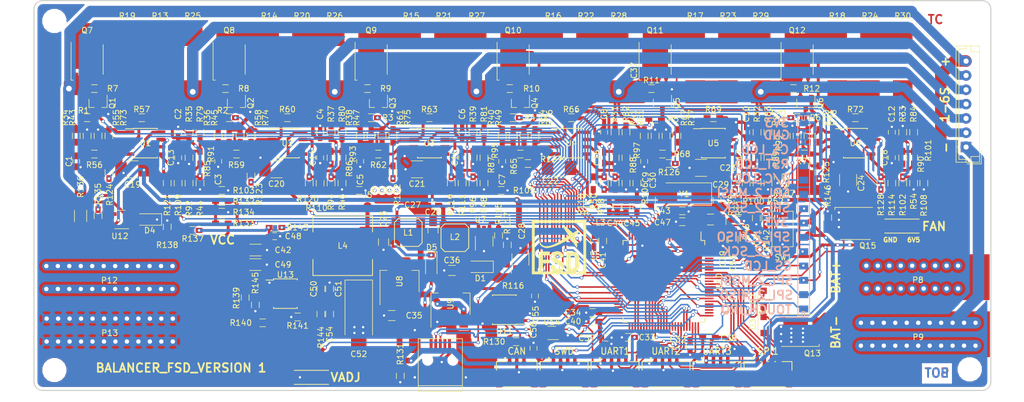
<source format=kicad_pcb>
(kicad_pcb (version 4) (host pcbnew 4.0.6)
  (layers (0 F.Cu signal) (31 B.Cu signal) (34 B.Paste user) (35 F.Paste user) (36 B.SilkS user) (37 F.SilkS user) (38 B.Mask user hide) (39 F.Mask user) (44 Edge.Cuts user))
  (net 0 "")
  (net 1 "Net-(32.768kHz1-Pad1)")
  (net 2 "Net-(32.768kHz1-Pad2)")
  (net 3 "Net-(C1-Pad1)")
  (net 4 GND)
  (net 5 "Net-(C2-Pad1)")
  (net 6 "Net-(C3-Pad1)")
  (net 7 "Net-(C4-Pad1)")
  (net 8 "Net-(C5-Pad1)")
  (net 9 "Net-(C6-Pad1)")
  (net 10 "Net-(C7-Pad1)")
  (net 11 "Net-(C8-Pad1)")
  (net 12 "Net-(C9-Pad1)")
  (net 13 "Net-(C10-Pad1)")
  (net 14 "Net-(C11-Pad1)")
  (net 15 "Net-(C12-Pad1)")
  (net 16 "Net-(C13-Pad1)")
  (net 17 "Net-(C14-Pad1)")
  (net 18 "Net-(C15-Pad1)")
  (net 19 "Net-(C16-Pad1)")
  (net 20 "Net-(C17-Pad1)")
  (net 21 "Net-(C18-Pad1)")
  (net 22 32V)
  (net 23 "Net-(C26-Pad1)")
  (net 24 "Net-(C27-Pad2)")
  (net 25 "Net-(C29-Pad2)")
  (net 26 "Net-(C30-Pad2)")
  (net 27 +3V3)
  (net 28 +5V)
  (net 29 "Net-(C44-Pad2)")
  (net 30 "Net-(D1-Pad2)")
  (net 31 "Net-(D2-Pad1)")
  (net 32 BAT-)
  (net 33 "Net-(D4-Pad2)")
  (net 34 USB-)
  (net 35 USB+)
  (net 36 "Net-(P1-Pad4)")
  (net 37 CELL6)
  (net 38 CELL5)
  (net 39 CELL4)
  (net 40 CELL3)
  (net 41 CELL2)
  (net 42 CELL1)
  (net 43 "Net-(Q1-Pad2)")
  (net 44 "Net-(Q1-Pad3)")
  (net 45 "Net-(Q2-Pad2)")
  (net 46 "Net-(Q2-Pad3)")
  (net 47 "Net-(Q3-Pad2)")
  (net 48 "Net-(Q3-Pad3)")
  (net 49 "Net-(Q10-Pad4)")
  (net 50 "Net-(Q4-Pad3)")
  (net 51 "Net-(Q11-Pad4)")
  (net 52 "Net-(Q5-Pad3)")
  (net 53 "Net-(Q12-Pad4)")
  (net 54 "Net-(Q6-Pad3)")
  (net 55 "Net-(Q7-Pad5)")
  (net 56 "Net-(Q8-Pad5)")
  (net 57 "Net-(Q9-Pad5)")
  (net 58 "Net-(Q10-Pad5)")
  (net 59 "Net-(Q11-Pad5)")
  (net 60 "Net-(Q12-Pad5)")
  (net 61 Cell1PWM)
  (net 62 Cell2PWM)
  (net 63 Cell3PWM)
  (net 64 Cell4PWM)
  (net 65 Cell5PWM)
  (net 66 Cell6PWM)
  (net 67 "Net-(R13-Pad1)")
  (net 68 "Net-(R14-Pad1)")
  (net 69 "Net-(R15-Pad1)")
  (net 70 "Net-(R16-Pad1)")
  (net 71 "Net-(R17-Pad1)")
  (net 72 "Net-(R18-Pad1)")
  (net 73 "Net-(R19-Pad1)")
  (net 74 "Net-(R20-Pad1)")
  (net 75 "Net-(R21-Pad1)")
  (net 76 "Net-(R22-Pad1)")
  (net 77 "Net-(R23-Pad1)")
  (net 78 "Net-(R24-Pad1)")
  (net 79 "Net-(R55-Pad2)")
  (net 80 "Net-(R57-Pad1)")
  (net 81 "Net-(R58-Pad2)")
  (net 82 "Net-(R60-Pad1)")
  (net 83 "Net-(R61-Pad2)")
  (net 84 "Net-(R63-Pad1)")
  (net 85 "Net-(R64-Pad2)")
  (net 86 "Net-(R66-Pad1)")
  (net 87 "Net-(R67-Pad2)")
  (net 88 "Net-(R69-Pad1)")
  (net 89 "Net-(R70-Pad2)")
  (net 90 "Net-(R72-Pad1)")
  (net 91 UZ1)
  (net 92 UZ2)
  (net 93 UZ3)
  (net 94 UZ4)
  (net 95 UZ5)
  (net 96 UZ6)
  (net 97 "Net-(R103-Pad1)")
  (net 98 "Net-(R109-Pad2)")
  (net 99 "Net-(R104-Pad1)")
  (net 100 "Net-(R110-Pad2)")
  (net 101 "Net-(R105-Pad1)")
  (net 102 "Net-(R111-Pad2)")
  (net 103 "Net-(R106-Pad1)")
  (net 104 "Net-(R112-Pad2)")
  (net 105 "Net-(R107-Pad1)")
  (net 106 "Net-(R100-Pad1)")
  (net 107 "Net-(R101-Pad1)")
  (net 108 "Net-(R102-Pad1)")
  (net 109 IBZ1)
  (net 110 IBZ2)
  (net 111 IBZ3)
  (net 112 IBZ4)
  (net 113 IBZ5)
  (net 114 IBZ6)
  (net 115 "Net-(R115-Pad1)")
  (net 116 "Net-(R116-Pad1)")
  (net 117 "Net-(R118-Pad2)")
  (net 118 "Net-(R119-Pad2)")
  (net 119 "Net-(R120-Pad2)")
  (net 120 "Net-(R121-Pad2)")
  (net 121 "Net-(R122-Pad2)")
  (net 122 "Net-(R123-Pad2)")
  (net 123 "Net-(R124-Pad2)")
  (net 124 "Net-(R125-Pad1)")
  (net 125 "Net-(R126-Pad1)")
  (net 126 "Net-(R127-Pad1)")
  (net 127 "Net-(R128-Pad1)")
  (net 128 "Net-(R129-Pad1)")
  (net 129 UBATSENSE)
  (net 130 "Net-(R132-Pad2)")
  (net 131 "Net-(R135-Pad2)")
  (net 132 IBATSENSE)
  (net 133 "Net-(R137-Pad2)")
  (net 134 "Net-(U10-Pad1)")
  (net 135 "Net-(U10-Pad2)")
  (net 136 "Net-(U10-Pad3)")
  (net 137 "Net-(U10-Pad4)")
  (net 138 "Net-(U10-Pad5)")
  (net 139 "Net-(U10-Pad6)")
  (net 140 "Net-(U10-Pad7)")
  (net 141 UART1_TX)
  (net 142 UART1_RX)
  (net 143 "Net-(U10-Pad41)")
  (net 144 "Net-(U10-Pad43)")
  (net 145 "Net-(U10-Pad66)")
  (net 146 "Net-(U10-Pad67)")
  (net 147 SWDIO)
  (net 148 SWCLK)
  (net 149 "Net-(U10-Pad77)")
  (net 150 UART3_TX)
  (net 151 UART3_RX)
  (net 152 "Net-(U10-Pad80)")
  (net 153 "Net-(U10-Pad81)")
  (net 154 "Net-(U10-Pad82)")
  (net 155 "Net-(U10-Pad84)")
  (net 156 "Net-(U10-Pad85)")
  (net 157 UART2_TX)
  (net 158 UART2_RX)
  (net 159 "Net-(U10-Pad88)")
  (net 160 "Net-(U10-Pad92)")
  (net 161 "Net-(U10-Pad93)")
  (net 162 "Net-(U10-Pad95)")
  (net 163 "Net-(U10-Pad96)")
  (net 164 "Net-(U10-Pad97)")
  (net 165 "Net-(U10-Pad98)")
  (net 166 "Net-(U11-Pad5)")
  (net 167 VCC)
  (net 168 "Net-(C50-Pad2)")
  (net 169 "Net-(C51-Pad2)")
  (net 170 "Net-(D5-Pad2)")
  (net 171 SPI2_MISO)
  (net 172 SPI2_MOSI)
  (net 173 SPI1_MISO)
  (net 174 SPI1_MOSI)
  (net 175 SPI2_SCK)
  (net 176 CS_LCD)
  (net 177 RST_LCD)
  (net 178 D/C_LCD)
  (net 179 CS_TOUCH)
  (net 180 CS_SD)
  (net 181 SPI1_SCK)
  (net 182 TOUCH_IRQ)
  (net 183 6,5V)
  (net 184 "Net-(P14-Pad1)")
  (net 185 "Net-(C31-Pad2)")
  (net 186 "Net-(C32-Pad2)")
  (net 187 "Net-(C34-Pad2)")
  (net 188 "Net-(C41-Pad2)")
  (net 189 ENGCON)
  (net 190 ENFAN)
  (net 191 "Net-(R143-Pad2)")
  (net 192 "Net-(U10-Pad32)")
  (net 193 "Net-(U10-Pad37)")
  (net 194 "Net-(U10-Pad38)")
  (net 195 "Net-(U10-Pad39)")
  (net 196 "Net-(U10-Pad46)")
  (net 197 "Net-(U10-Pad48)")
  (net 198 "Net-(U10-Pad51)")
  (net 199 "Net-(U10-Pad52)")
  (net 200 "Net-(U10-Pad78)")
  (net 201 "Net-(U10-Pad79)")
  (net 202 DAC1)
  (net 203 "Net-(C50-Pad1)")
  (net 204 "Net-(R140-Pad1)")
  (net 205 "Net-(C54-Pad1)")
  (net 206 "Net-(R139-Pad1)")
  (net 207 USBuC-)
  (net 208 USBuC+)
  (net 209 CANuC+)
  (net 210 CANuC-)
  (module 4mmHorizontal:4mmHorizontal (layer F.Cu) (at 78.184 78.708)
    (fp_text reference P12 (at 0 0.5) (layer F.SilkS))
    (fp_text value VCC)
    (pad 1 smd rect (at 0 0) (size 25 8) (layers F.Cu F.Paste F.Mask) (net 167 VCC))
    (pad 1 thru_hole circle (at -11 2) (size 1.524 1.524) (drill 0.762) (layers *.Cu *.Mask) (net 167 VCC))
    (pad 1 thru_hole circle (at -9 2) (size 1.524 1.524) (drill 0.762) (layers *.Cu *.Mask) (net 167 VCC))
    (pad 1 thru_hole circle (at -7 2) (size 1.524 1.524) (drill 0.762) (layers *.Cu *.Mask) (net 167 VCC))
    (pad 1 thru_hole circle (at -5 2) (size 1.524 1.524) (drill 0.762) (layers *.Cu *.Mask) (net 167 VCC))
    (pad 1 thru_hole circle (at -3 2) (size 1.524 1.524) (drill 0.762) (layers *.Cu *.Mask) (net 167 VCC))
    (pad 1 thru_hole circle (at -1 2) (size 1.524 1.524) (drill 0.762) (layers *.Cu *.Mask) (net 167 VCC))
    (pad 1 thru_hole circle (at 1 2) (size 1.524 1.524) (drill 0.762) (layers *.Cu *.Mask) (net 167 VCC))
    (pad 1 thru_hole circle (at 3 2) (size 1.524 1.524) (drill 0.762) (layers *.Cu *.Mask) (net 167 VCC))
    (pad 1 thru_hole circle (at 5 2) (size 1.524 1.524) (drill 0.762) (layers *.Cu *.Mask) (net 167 VCC))
    (pad 1 thru_hole circle (at 7 2) (size 1.524 1.524) (drill 0.762) (layers *.Cu *.Mask) (net 167 VCC))
    (pad 1 thru_hole circle (at 9 2) (size 1.524 1.524) (drill 0.762) (layers *.Cu *.Mask) (net 167 VCC))
    (pad 1 thru_hole circle (at 11 2) (size 1.524 1.524) (drill 0.762) (layers *.Cu *.Mask) (net 167 VCC))
    (pad 1 thru_hole circle (at 11 -2) (size 1.524 1.524) (drill 0.762) (layers *.Cu *.Mask) (net 167 VCC))
    (pad 1 thru_hole circle (at 9 -2) (size 1.524 1.524) (drill 0.762) (layers *.Cu *.Mask) (net 167 VCC))
    (pad 1 thru_hole circle (at 7 -2) (size 1.524 1.524) (drill 0.762) (layers *.Cu *.Mask) (net 167 VCC))
    (pad 1 thru_hole circle (at 5 -2) (size 1.524 1.524) (drill 0.762) (layers *.Cu *.Mask) (net 167 VCC))
    (pad 1 thru_hole circle (at 3 -2) (size 1.524 1.524) (drill 0.762) (layers *.Cu *.Mask) (net 167 VCC))
    (pad 1 thru_hole circle (at 1 -2) (size 1.524 1.524) (drill 0.762) (layers *.Cu *.Mask) (net 167 VCC))
    (pad 1 thru_hole circle (at -1 -2) (size 1.524 1.524) (drill 0.762) (layers *.Cu *.Mask) (net 167 VCC))
    (pad 1 thru_hole circle (at -3 -2) (size 1.524 1.524) (drill 0.762) (layers *.Cu *.Mask) (net 167 VCC))
    (pad 1 thru_hole circle (at -5 -2) (size 1.524 1.524) (drill 0.762) (layers *.Cu *.Mask) (net 167 VCC))
    (pad 1 thru_hole circle (at -7 -2) (size 1.524 1.524) (drill 0.762) (layers *.Cu *.Mask) (net 167 VCC))
    (pad 1 thru_hole circle (at -9 -2) (size 1.524 1.524) (drill 0.762) (layers *.Cu *.Mask) (net 167 VCC))
    (pad 1 thru_hole circle (at -11 -2) (size 1.524 1.524) (drill 0.762) (layers *.Cu *.Mask) (net 167 VCC))
  )
  (module Housings_QFP:LQFP-100_14x14mm_Pitch0.5mm (layer F.Cu) (at 174.879 79.367 270)
    (fp_text reference U10 (at 0 -9.65 270) (layer F.SilkS))
    (fp_text value STM32F407VGTx)
    (pad 1 smd rect (at -7.9 -6 270) (size 1.5 0.28) (layers F.Cu F.Paste F.Mask) (net 134 "Net-(U10-Pad1)"))
    (pad 2 smd rect (at -7.9 -5.5 270) (size 1.5 0.28) (layers F.Cu F.Paste F.Mask) (net 135 "Net-(U10-Pad2)"))
    (pad 3 smd rect (at -7.9 -5 270) (size 1.5 0.28) (layers F.Cu F.Paste F.Mask) (net 136 "Net-(U10-Pad3)"))
    (pad 4 smd rect (at -7.9 -4.5 270) (size 1.5 0.28) (layers F.Cu F.Paste F.Mask) (net 137 "Net-(U10-Pad4)"))
    (pad 5 smd rect (at -7.9 -4 270) (size 1.5 0.28) (layers F.Cu F.Paste F.Mask) (net 138 "Net-(U10-Pad5)"))
    (pad 6 smd rect (at -7.9 -3.5 270) (size 1.5 0.28) (layers F.Cu F.Paste F.Mask) (net 139 "Net-(U10-Pad6)"))
    (pad 7 smd rect (at -7.9 -3 270) (size 1.5 0.28) (layers F.Cu F.Paste F.Mask) (net 140 "Net-(U10-Pad7)"))
    (pad 8 smd rect (at -7.9 -2.5 270) (size 1.5 0.28) (layers F.Cu F.Paste F.Mask) (net 1 "Net-(32.768kHz1-Pad1)"))
    (pad 9 smd rect (at -7.9 -2 270) (size 1.5 0.28) (layers F.Cu F.Paste F.Mask) (net 2 "Net-(32.768kHz1-Pad2)"))
    (pad 10 smd rect (at -7.9 -1.5 270) (size 1.5 0.28) (layers F.Cu F.Paste F.Mask) (net 4 GND))
    (pad 11 smd rect (at -7.9 -1 270) (size 1.5 0.28) (layers F.Cu F.Paste F.Mask) (net 27 +3V3))
    (pad 12 smd rect (at -7.9 -0.5 270) (size 1.5 0.28) (layers F.Cu F.Paste F.Mask) (net 25 "Net-(C29-Pad2)"))
    (pad 13 smd rect (at -7.9 0 270) (size 1.5 0.28) (layers F.Cu F.Paste F.Mask) (net 26 "Net-(C30-Pad2)"))
    (pad 14 smd rect (at -7.9 0.5 270) (size 1.5 0.28) (layers F.Cu F.Paste F.Mask) (net 185 "Net-(C31-Pad2)"))
    (pad 15 smd rect (at -7.9 1 270) (size 1.5 0.28) (layers F.Cu F.Paste F.Mask) (net 117 "Net-(R118-Pad2)"))
    (pad 16 smd rect (at -7.9 1.5 270) (size 1.5 0.28) (layers F.Cu F.Paste F.Mask) (net 118 "Net-(R119-Pad2)"))
    (pad 17 smd rect (at -7.9 2 270) (size 1.5 0.28) (layers F.Cu F.Paste F.Mask) (net 119 "Net-(R120-Pad2)"))
    (pad 18 smd rect (at -7.9 2.5 270) (size 1.5 0.28) (layers F.Cu F.Paste F.Mask) (net 120 "Net-(R121-Pad2)"))
    (pad 19 smd rect (at -7.9 3 270) (size 1.5 0.28) (layers F.Cu F.Paste F.Mask) (net 27 +3V3))
    (pad 20 smd rect (at -7.9 3.5 270) (size 1.5 0.28) (layers F.Cu F.Paste F.Mask) (net 4 GND))
    (pad 21 smd rect (at -7.9 4 270) (size 1.5 0.28) (layers F.Cu F.Paste F.Mask) (net 29 "Net-(C44-Pad2)"))
    (pad 22 smd rect (at -7.9 4.5 270) (size 1.5 0.28) (layers F.Cu F.Paste F.Mask) (net 188 "Net-(C41-Pad2)"))
    (pad 23 smd rect (at -7.9 5 270) (size 1.5 0.28) (layers F.Cu F.Paste F.Mask) (net 124 "Net-(R125-Pad1)"))
    (pad 24 smd rect (at -7.9 5.5 270) (size 1.5 0.28) (layers F.Cu F.Paste F.Mask) (net 125 "Net-(R126-Pad1)"))
    (pad 25 smd rect (at -7.9 6 270) (size 1.5 0.28) (layers F.Cu F.Paste F.Mask) (net 126 "Net-(R127-Pad1)"))
    (pad 26 smd rect (at -6 7.9) (size 1.5 0.28) (layers F.Cu F.Paste F.Mask) (net 121 "Net-(R122-Pad2)"))
    (pad 27 smd rect (at -5.5 7.9) (size 1.5 0.28) (layers F.Cu F.Paste F.Mask) (net 4 GND))
    (pad 28 smd rect (at -5 7.9) (size 1.5 0.28) (layers F.Cu F.Paste F.Mask) (net 27 +3V3))
    (pad 29 smd rect (at -4.5 7.9) (size 1.5 0.28) (layers F.Cu F.Paste F.Mask) (net 202 DAC1))
    (pad 30 smd rect (at -4 7.9) (size 1.5 0.28) (layers F.Cu F.Paste F.Mask) (net 123 "Net-(R124-Pad2)"))
    (pad 31 smd rect (at -3.5 7.9) (size 1.5 0.28) (layers F.Cu F.Paste F.Mask) (net 130 "Net-(R132-Pad2)"))
    (pad 32 smd rect (at -3 7.9) (size 1.5 0.28) (layers F.Cu F.Paste F.Mask) (net 192 "Net-(U10-Pad32)"))
    (pad 33 smd rect (at -2.5 7.9) (size 1.5 0.28) (layers F.Cu F.Paste F.Mask) (net 191 "Net-(R143-Pad2)"))
    (pad 34 smd rect (at -2 7.9) (size 1.5 0.28) (layers F.Cu F.Paste F.Mask) (net 122 "Net-(R123-Pad2)"))
    (pad 35 smd rect (at -1.5 7.9) (size 1.5 0.28) (layers F.Cu F.Paste F.Mask) (net 127 "Net-(R128-Pad1)"))
    (pad 36 smd rect (at -1 7.9) (size 1.5 0.28) (layers F.Cu F.Paste F.Mask) (net 128 "Net-(R129-Pad1)"))
    (pad 37 smd rect (at -0.5 7.9) (size 1.5 0.28) (layers F.Cu F.Paste F.Mask) (net 193 "Net-(U10-Pad37)"))
    (pad 38 smd rect (at 0 7.9) (size 1.5 0.28) (layers F.Cu F.Paste F.Mask) (net 194 "Net-(U10-Pad38)"))
    (pad 39 smd rect (at 0.5 7.9) (size 1.5 0.28) (layers F.Cu F.Paste F.Mask) (net 195 "Net-(U10-Pad39)"))
    (pad 40 smd rect (at 1 7.9) (size 1.5 0.28) (layers F.Cu F.Paste F.Mask) (net 61 Cell1PWM))
    (pad 41 smd rect (at 1.5 7.9) (size 1.5 0.28) (layers F.Cu F.Paste F.Mask) (net 143 "Net-(U10-Pad41)"))
    (pad 42 smd rect (at 2 7.9) (size 1.5 0.28) (layers F.Cu F.Paste F.Mask) (net 62 Cell2PWM))
    (pad 43 smd rect (at 2.5 7.9) (size 1.5 0.28) (layers F.Cu F.Paste F.Mask) (net 144 "Net-(U10-Pad43)"))
    (pad 44 smd rect (at 3 7.9) (size 1.5 0.28) (layers F.Cu F.Paste F.Mask) (net 63 Cell3PWM))
    (pad 45 smd rect (at 3.5 7.9) (size 1.5 0.28) (layers F.Cu F.Paste F.Mask) (net 64 Cell4PWM))
    (pad 46 smd rect (at 4 7.9) (size 1.5 0.28) (layers F.Cu F.Paste F.Mask) (net 196 "Net-(U10-Pad46)"))
    (pad 47 smd rect (at 4.5 7.9) (size 1.5 0.28) (layers F.Cu F.Paste F.Mask) (net 175 SPI2_SCK))
    (pad 48 smd rect (at 5 7.9) (size 1.5 0.28) (layers F.Cu F.Paste F.Mask) (net 197 "Net-(U10-Pad48)"))
    (pad 49 smd rect (at 5.5 7.9) (size 1.5 0.28) (layers F.Cu F.Paste F.Mask) (net 187 "Net-(C34-Pad2)"))
    (pad 50 smd rect (at 6 7.9) (size 1.5 0.28) (layers F.Cu F.Paste F.Mask) (net 27 +3V3))
    (pad 51 smd rect (at 7.9 6 270) (size 1.5 0.28) (layers F.Cu F.Paste F.Mask) (net 198 "Net-(U10-Pad51)"))
    (pad 52 smd rect (at 7.9 5.5 270) (size 1.5 0.28) (layers F.Cu F.Paste F.Mask) (net 199 "Net-(U10-Pad52)"))
    (pad 53 smd rect (at 7.9 5 270) (size 1.5 0.28) (layers F.Cu F.Paste F.Mask) (net 171 SPI2_MISO))
    (pad 54 smd rect (at 7.9 4.5 270) (size 1.5 0.28) (layers F.Cu F.Paste F.Mask) (net 172 SPI2_MOSI))
    (pad 55 smd rect (at 7.9 4 270) (size 1.5 0.28) (layers F.Cu F.Paste F.Mask) (net 150 UART3_TX))
    (pad 56 smd rect (at 7.9 3.5 270) (size 1.5 0.28) (layers F.Cu F.Paste F.Mask) (net 151 UART3_RX))
    (pad 57 smd rect (at 7.9 3 270) (size 1.5 0.28) (layers F.Cu F.Paste F.Mask) (net 189 ENGCON))
    (pad 58 smd rect (at 7.9 2.5 270) (size 1.5 0.28) (layers F.Cu F.Paste F.Mask) (net 178 D/C_LCD))
    (pad 59 smd rect (at 7.9 2 270) (size 1.5 0.28) (layers F.Cu F.Paste F.Mask) (net 177 RST_LCD))
    (pad 60 smd rect (at 7.9 1.5 270) (size 1.5 0.28) (layers F.Cu F.Paste F.Mask) (net 180 CS_SD))
    (pad 61 smd rect (at 7.9 1 270) (size 1.5 0.28) (layers F.Cu F.Paste F.Mask) (net 176 CS_LCD))
    (pad 62 smd rect (at 7.9 0.5 270) (size 1.5 0.28) (layers F.Cu F.Paste F.Mask) (net 179 CS_TOUCH))
    (pad 63 smd rect (at 7.9 0 270) (size 1.5 0.28) (layers F.Cu F.Paste F.Mask) (net 65 Cell5PWM))
    (pad 64 smd rect (at 7.9 -0.5 270) (size 1.5 0.28) (layers F.Cu F.Paste F.Mask) (net 66 Cell6PWM))
    (pad 65 smd rect (at 7.9 -1 270) (size 1.5 0.28) (layers F.Cu F.Paste F.Mask) (net 190 ENFAN))
    (pad 66 smd rect (at 7.9 -1.5 270) (size 1.5 0.28) (layers F.Cu F.Paste F.Mask) (net 145 "Net-(U10-Pad66)"))
    (pad 67 smd rect (at 7.9 -2 270) (size 1.5 0.28) (layers F.Cu F.Paste F.Mask) (net 146 "Net-(U10-Pad67)"))
    (pad 68 smd rect (at 7.9 -2.5 270) (size 1.5 0.28) (layers F.Cu F.Paste F.Mask) (net 141 UART1_TX))
    (pad 69 smd rect (at 7.9 -3 270) (size 1.5 0.28) (layers F.Cu F.Paste F.Mask) (net 142 UART1_RX))
    (pad 70 smd rect (at 7.9 -3.5 270) (size 1.5 0.28) (layers F.Cu F.Paste F.Mask) (net 207 USBuC-))
    (pad 71 smd rect (at 7.9 -4 270) (size 1.5 0.28) (layers F.Cu F.Paste F.Mask) (net 208 USBuC+))
    (pad 72 smd rect (at 7.9 -4.5 270) (size 1.5 0.28) (layers F.Cu F.Paste F.Mask) (net 147 SWDIO))
    (pad 73 smd rect (at 7.9 -5 270) (size 1.5 0.28) (layers F.Cu F.Paste F.Mask) (net 186 "Net-(C32-Pad2)"))
    (pad 74 smd rect (at 7.9 -5.5 270) (size 1.5 0.28) (layers F.Cu F.Paste F.Mask) (net 4 GND))
    (pad 75 smd rect (at 7.9 -6 270) (size 1.5 0.28) (layers F.Cu F.Paste F.Mask) (net 27 +3V3))
    (pad 76 smd rect (at 6 -7.9) (size 1.5 0.28) (layers F.Cu F.Paste F.Mask) (net 148 SWCLK))
    (pad 77 smd rect (at 5.5 -7.9) (size 1.5 0.28) (layers F.Cu F.Paste F.Mask) (net 149 "Net-(U10-Pad77)"))
    (pad 78 smd rect (at 5 -7.9) (size 1.5 0.28) (layers F.Cu F.Paste F.Mask) (net 200 "Net-(U10-Pad78)"))
    (pad 79 smd rect (at 4.5 -7.9) (size 1.5 0.28) (layers F.Cu F.Paste F.Mask) (net 201 "Net-(U10-Pad79)"))
    (pad 80 smd rect (at 4 -7.9) (size 1.5 0.28) (layers F.Cu F.Paste F.Mask) (net 152 "Net-(U10-Pad80)"))
    (pad 81 smd rect (at 3.5 -7.9) (size 1.5 0.28) (layers F.Cu F.Paste F.Mask) (net 153 "Net-(U10-Pad81)"))
    (pad 82 smd rect (at 3 -7.9) (size 1.5 0.28) (layers F.Cu F.Paste F.Mask) (net 154 "Net-(U10-Pad82)"))
    (pad 83 smd rect (at 2.5 -7.9) (size 1.5 0.28) (layers F.Cu F.Paste F.Mask) (net 182 TOUCH_IRQ))
    (pad 84 smd rect (at 2 -7.9) (size 1.5 0.28) (layers F.Cu F.Paste F.Mask) (net 155 "Net-(U10-Pad84)"))
    (pad 85 smd rect (at 1.5 -7.9) (size 1.5 0.28) (layers F.Cu F.Paste F.Mask) (net 156 "Net-(U10-Pad85)"))
    (pad 86 smd rect (at 1 -7.9) (size 1.5 0.28) (layers F.Cu F.Paste F.Mask) (net 157 UART2_TX))
    (pad 87 smd rect (at 0.5 -7.9) (size 1.5 0.28) (layers F.Cu F.Paste F.Mask) (net 158 UART2_RX))
    (pad 88 smd rect (at 0 -7.9) (size 1.5 0.28) (layers F.Cu F.Paste F.Mask) (net 159 "Net-(U10-Pad88)"))
    (pad 89 smd rect (at -0.5 -7.9) (size 1.5 0.28) (layers F.Cu F.Paste F.Mask) (net 181 SPI1_SCK))
    (pad 90 smd rect (at -1 -7.9) (size 1.5 0.28) (layers F.Cu F.Paste F.Mask) (net 173 SPI1_MISO))
    (pad 91 smd rect (at -1.5 -7.9) (size 1.5 0.28) (layers F.Cu F.Paste F.Mask) (net 174 SPI1_MOSI))
    (pad 92 smd rect (at -2 -7.9) (size 1.5 0.28) (layers F.Cu F.Paste F.Mask) (net 160 "Net-(U10-Pad92)"))
    (pad 93 smd rect (at -2.5 -7.9) (size 1.5 0.28) (layers F.Cu F.Paste F.Mask) (net 161 "Net-(U10-Pad93)"))
    (pad 94 smd rect (at -3 -7.9) (size 1.5 0.28) (layers F.Cu F.Paste F.Mask) (net 4 GND))
    (pad 95 smd rect (at -3.5 -7.9) (size 1.5 0.28) (layers F.Cu F.Paste F.Mask) (net 162 "Net-(U10-Pad95)"))
    (pad 96 smd rect (at -4 -7.9) (size 1.5 0.28) (layers F.Cu F.Paste F.Mask) (net 163 "Net-(U10-Pad96)"))
    (pad 97 smd rect (at -4.5 -7.9) (size 1.5 0.28) (layers F.Cu F.Paste F.Mask) (net 164 "Net-(U10-Pad97)"))
    (pad 98 smd rect (at -5 -7.9) (size 1.5 0.28) (layers F.Cu F.Paste F.Mask) (net 165 "Net-(U10-Pad98)"))
    (pad 99 smd rect (at -5.5 -7.9) (size 1.5 0.28) (layers F.Cu F.Paste F.Mask) (net 4 GND))
    (pad 100 smd rect (at -6 -7.9) (size 1.5 0.28) (layers F.Cu F.Paste F.Mask) (net 27 +3V3))
  )
  (module pel_molex:pel_molex-CM-502386-03 (layer F.Cu) (at 149.225 97.79 180)
    (fp_text reference P2 hide)
    (fp_text value CONN_01X03 hide)
    (pad 1 smd rect (at 1.24968 4.54914 180) (size 0.59944 1.69926) (layers F.Cu F.Paste F.Mask) (net 209 CANuC+))
    (pad 2 smd rect (at 0 4.54914 180) (size 0.59944 1.69926) (layers F.Cu F.Paste F.Mask) (net 4 GND))
    (pad 3 smd rect (at -1.24968 4.54914 180) (size 0.59944 1.69926) (layers F.Cu F.Paste F.Mask) (net 210 CANuC-))
    (pad P1 smd rect (at 3.0988 1.24968 180) (size 0.99822 2.69748) (layers F.Cu F.Paste F.Mask))
    (pad P2 smd rect (at -3.0988 1.24968 180) (size 0.99822 2.69748) (layers F.Cu F.Paste F.Mask))
  )
  (module pel_molex:pel_molex-CM-502386-04 (layer F.Cu) (at 157.48 97.79 180)
    (fp_text reference P3 hide)
    (fp_text value CONN_01X04 hide)
    (pad 1 smd rect (at 1.87452 4.54914 180) (size 0.59944 1.69926) (layers F.Cu F.Paste F.Mask) (net 148 SWCLK))
    (pad 2 smd rect (at 0.62484 4.54914 180) (size 0.59944 1.69926) (layers F.Cu F.Paste F.Mask) (net 4 GND))
    (pad 3 smd rect (at -0.62484 4.54914 180) (size 0.59944 1.69926) (layers F.Cu F.Paste F.Mask) (net 147 SWDIO))
    (pad 4 smd rect (at -1.87452 4.54914 180) (size 0.59944 1.69926) (layers F.Cu F.Paste F.Mask) (net 27 +3V3))
    (pad P1 smd rect (at 3.72364 1.24968 180) (size 0.99822 2.69748) (layers F.Cu F.Paste F.Mask))
    (pad P2 smd rect (at -3.72364 1.24968 180) (size 0.99822 2.69748) (layers F.Cu F.Paste F.Mask))
  )
  (module pel_molex:pel_molex-CM-502386-04 (layer F.Cu) (at 166.37 97.79 180)
    (fp_text reference P4 hide)
    (fp_text value CONN_01X04 hide)
    (pad 1 smd rect (at 1.87452 4.54914 180) (size 0.59944 1.69926) (layers F.Cu F.Paste F.Mask) (net 27 +3V3))
    (pad 2 smd rect (at 0.62484 4.54914 180) (size 0.59944 1.69926) (layers F.Cu F.Paste F.Mask) (net 4 GND))
    (pad 3 smd rect (at -0.62484 4.54914 180) (size 0.59944 1.69926) (layers F.Cu F.Paste F.Mask) (net 142 UART1_RX))
    (pad 4 smd rect (at -1.87452 4.54914 180) (size 0.59944 1.69926) (layers F.Cu F.Paste F.Mask) (net 141 UART1_TX))
    (pad P1 smd rect (at 3.72364 1.24968 180) (size 0.99822 2.69748) (layers F.Cu F.Paste F.Mask))
    (pad P2 smd rect (at -3.72364 1.24968 180) (size 0.99822 2.69748) (layers F.Cu F.Paste F.Mask))
  )
  (module pel_molex:pel_molex-CM-502386-04 (layer F.Cu) (at 175.26 97.79 180)
    (fp_text reference P5 hide)
    (fp_text value CONN_01X04 hide)
    (pad 1 smd rect (at 1.87452 4.54914 180) (size 0.59944 1.69926) (layers F.Cu F.Paste F.Mask) (net 27 +3V3))
    (pad 2 smd rect (at 0.62484 4.54914 180) (size 0.59944 1.69926) (layers F.Cu F.Paste F.Mask) (net 4 GND))
    (pad 3 smd rect (at -0.62484 4.54914 180) (size 0.59944 1.69926) (layers F.Cu F.Paste F.Mask) (net 158 UART2_RX))
    (pad 4 smd rect (at -1.87452 4.54914 180) (size 0.59944 1.69926) (layers F.Cu F.Paste F.Mask) (net 157 UART2_TX))
    (pad P1 smd rect (at 3.72364 1.24968 180) (size 0.99822 2.69748) (layers F.Cu F.Paste F.Mask))
    (pad P2 smd rect (at -3.72364 1.24968 180) (size 0.99822 2.69748) (layers F.Cu F.Paste F.Mask))
  )
  (module pel_molex:pel_molex-CM-502386-04 (layer F.Cu) (at 184.15 97.79 180)
    (fp_text reference P6 hide)
    (fp_text value CONN_01X04 hide)
    (pad 1 smd rect (at 1.87452 4.54914 180) (size 0.59944 1.69926) (layers F.Cu F.Paste F.Mask) (net 183 6,5V))
    (pad 2 smd rect (at 0.62484 4.54914 180) (size 0.59944 1.69926) (layers F.Cu F.Paste F.Mask) (net 4 GND))
    (pad 3 smd rect (at -0.62484 4.54914 180) (size 0.59944 1.69926) (layers F.Cu F.Paste F.Mask) (net 151 UART3_RX))
    (pad 4 smd rect (at -1.87452 4.54914 180) (size 0.59944 1.69926) (layers F.Cu F.Paste F.Mask) (net 150 UART3_TX))
    (pad P1 smd rect (at 3.72364 1.24968 180) (size 0.99822 2.69748) (layers F.Cu F.Paste F.Mask))
    (pad P2 smd rect (at -3.72364 1.24968 180) (size 0.99822 2.69748) (layers F.Cu F.Paste F.Mask))
  )
  (module pel_molex:pel_molex-CM-502386-04 (layer F.Cu) (at 193.04 97.79 180)
    (fp_text reference P11 hide)
    (fp_text value CONN_01X04 hide)
    (pad 1 smd rect (at 1.87452 4.54914 180) (size 0.59944 1.69926) (layers F.Cu F.Paste F.Mask) (net 180 CS_SD))
    (pad 2 smd rect (at 0.62484 4.54914 180) (size 0.59944 1.69926) (layers F.Cu F.Paste F.Mask) (net 174 SPI1_MOSI))
    (pad 3 smd rect (at -0.62484 4.54914 180) (size 0.59944 1.69926) (layers F.Cu F.Paste F.Mask) (net 173 SPI1_MISO))
    (pad 4 smd rect (at -1.87452 4.54914 180) (size 0.59944 1.69926) (layers F.Cu F.Paste F.Mask) (net 181 SPI1_SCK))
    (pad P1 smd rect (at 3.72364 1.24968 180) (size 0.99822 2.69748) (layers F.Cu F.Paste F.Mask))
    (pad P2 smd rect (at -3.72364 1.24968 180) (size 0.99822 2.69748) (layers F.Cu F.Paste F.Mask))
  )
  (module Mounting_Holes:MountingHole_3.2mm_M3 (layer F.Cu) (at 68.58 33.909)
    (fp_text reference REF** hide)
    (fp_text value MountingHole_3.2mm_M3)
    (pad 1 np_thru_hole circle (at 0 0) (size 3.2 3.2) (drill 3.2) (layers *.Cu *.Mask))
  )
  (module Mounting_Holes:MountingHole_3.2mm_M3 (layer F.Cu) (at 68.58 94.869)
    (fp_text reference REF** hide)
    (fp_text value MountingHole_3.2mm_M3)
    (pad 1 np_thru_hole circle (at 0 0) (size 3.2 3.2) (drill 3.2) (layers *.Cu *.Mask))
  )
  (module Mounting_Holes:MountingHole_3.2mm_M3 (layer F.Cu) (at 228.219 94.742)
    (fp_text reference REF** hide)
    (fp_text value MountingHole_3.2mm_M3)
    (pad 1 np_thru_hole circle (at 0 0) (size 3.2 3.2) (drill 3.2) (layers *.Cu *.Mask))
  )
  (module Connectors_JST:JST_EH_B07B-EH-A_07x2.50mm_Straight (layer F.Cu) (at 227.584 55.927 90)
    (fp_text reference P7 hide)
    (fp_text value CONN_01X07)
    (pad 1 thru_hole rect (at 0 0 90) (size 1.85 1.85) (drill 0.9) (layers *.Cu *.Mask) (net 32 BAT-))
    (pad 2 thru_hole circle (at 2.5 0 90) (size 1.85 1.85) (drill 0.9) (layers *.Cu *.Mask) (net 42 CELL1))
    (pad 3 thru_hole circle (at 5 0 90) (size 1.85 1.85) (drill 0.9) (layers *.Cu *.Mask) (net 41 CELL2))
    (pad 4 thru_hole circle (at 7.5 0 90) (size 1.85 1.85) (drill 0.9) (layers *.Cu *.Mask) (net 40 CELL3))
    (pad 5 thru_hole circle (at 10 0 90) (size 1.85 1.85) (drill 0.9) (layers *.Cu *.Mask) (net 39 CELL4))
    (pad 6 thru_hole circle (at 12.5 0 90) (size 1.85 1.85) (drill 0.9) (layers *.Cu *.Mask) (net 38 CELL5))
    (pad 7 thru_hole circle (at 15 0 90) (size 1.85 1.85) (drill 0.9) (layers *.Cu *.Mask) (net 37 CELL6))
  )
  (module Housings_SOIC:SOIC-8_3.9x4.9mm_Pitch1.27mm (layer F.Cu) (at 147.066 84.328 180)
    (fp_text reference U11 (at 0 -3.81 180) (layer F.SilkS))
    (fp_text value TJA1051T)
    (pad 1 smd rect (at -2.7 -1.905 180) (size 1.55 0.6) (layers F.Cu F.Paste F.Mask) (net 154 "Net-(U10-Pad82)"))
    (pad 2 smd rect (at -2.7 -0.635 180) (size 1.55 0.6) (layers F.Cu F.Paste F.Mask) (net 4 GND))
    (pad 3 smd rect (at -2.7 0.635 180) (size 1.55 0.6) (layers F.Cu F.Paste F.Mask) (net 28 +5V))
    (pad 4 smd rect (at -2.7 1.905 180) (size 1.55 0.6) (layers F.Cu F.Paste F.Mask) (net 153 "Net-(U10-Pad81)"))
    (pad 5 smd rect (at 2.7 1.905 180) (size 1.55 0.6) (layers F.Cu F.Paste F.Mask) (net 166 "Net-(U11-Pad5)"))
    (pad 6 smd rect (at 2.7 0.635 180) (size 1.55 0.6) (layers F.Cu F.Paste F.Mask) (net 210 CANuC-))
    (pad 7 smd rect (at 2.7 -0.635 180) (size 1.55 0.6) (layers F.Cu F.Paste F.Mask) (net 209 CANuC+))
    (pad 8 smd rect (at 2.7 -1.905 180) (size 1.55 0.6) (layers F.Cu F.Paste F.Mask) (net 4 GND))
  )
  (module 4mmHorizontal:4mmHorizontal (layer F.Cu) (at 219.187 78.645)
    (fp_text reference P8 (at 0 0.5) (layer F.SilkS))
    (fp_text value BAT+)
    (pad 1 smd rect (at 0 0) (size 25 8) (layers F.Cu F.Paste F.Mask) (net 37 CELL6))
    (pad 1 thru_hole circle (at -9 2) (size 1.524 1.524) (drill 0.762) (layers *.Cu *.Mask) (net 37 CELL6))
    (pad 1 thru_hole circle (at -7 2) (size 1.524 1.524) (drill 0.762) (layers *.Cu *.Mask) (net 37 CELL6))
    (pad 1 thru_hole circle (at -5 2) (size 1.524 1.524) (drill 0.762) (layers *.Cu *.Mask) (net 37 CELL6))
    (pad 1 thru_hole circle (at -3 2) (size 1.524 1.524) (drill 0.762) (layers *.Cu *.Mask) (net 37 CELL6))
    (pad 1 thru_hole circle (at -1 2) (size 1.524 1.524) (drill 0.762) (layers *.Cu *.Mask) (net 37 CELL6))
    (pad 1 thru_hole circle (at 1 2) (size 1.524 1.524) (drill 0.762) (layers *.Cu *.Mask) (net 37 CELL6))
    (pad 1 thru_hole circle (at 3 2) (size 1.524 1.524) (drill 0.762) (layers *.Cu *.Mask) (net 37 CELL6))
    (pad 1 thru_hole circle (at 5 2) (size 1.524 1.524) (drill 0.762) (layers *.Cu *.Mask) (net 37 CELL6))
    (pad 1 thru_hole circle (at 7 2) (size 1.524 1.524) (drill 0.762) (layers *.Cu *.Mask) (net 37 CELL6))
    (pad 1 thru_hole circle (at 7 -2) (size 1.524 1.524) (drill 0.762) (layers *.Cu *.Mask) (net 37 CELL6))
    (pad 1 thru_hole circle (at 5 -2) (size 1.524 1.524) (drill 0.762) (layers *.Cu *.Mask) (net 37 CELL6))
    (pad 1 thru_hole circle (at 3 -2) (size 1.524 1.524) (drill 0.762) (layers *.Cu *.Mask) (net 37 CELL6))
    (pad 1 thru_hole circle (at 1 -2) (size 1.524 1.524) (drill 0.762) (layers *.Cu *.Mask) (net 37 CELL6))
    (pad 1 thru_hole circle (at -1 -2) (size 1.524 1.524) (drill 0.762) (layers *.Cu *.Mask) (net 37 CELL6))
    (pad 1 thru_hole circle (at -3 -2) (size 1.524 1.524) (drill 0.762) (layers *.Cu *.Mask) (net 37 CELL6))
    (pad 1 thru_hole circle (at -5 -2) (size 1.524 1.524) (drill 0.762) (layers *.Cu *.Mask) (net 37 CELL6))
    (pad 1 thru_hole circle (at -7 -2) (size 1.524 1.524) (drill 0.762) (layers *.Cu *.Mask) (net 37 CELL6))
    (pad 1 thru_hole circle (at -9 -2) (size 1.524 1.524) (drill 0.762) (layers *.Cu *.Mask) (net 37 CELL6))
  )
  (module 4mmHorizontal:4mmHorizontal (layer F.Cu) (at 78.232 87.884)
    (fp_text reference P13 (at 0 0.5) (layer F.SilkS))
    (fp_text value GND)
    (pad 1 smd rect (at 0 0) (size 25 8) (layers F.Cu F.Paste F.Mask) (net 4 GND))
    (pad 1 thru_hole circle (at -11 2) (size 1.524 1.524) (drill 0.762) (layers *.Cu *.Mask) (net 4 GND))
    (pad 1 thru_hole circle (at -9 2) (size 1.524 1.524) (drill 0.762) (layers *.Cu *.Mask) (net 4 GND))
    (pad 1 thru_hole circle (at -7 2) (size 1.524 1.524) (drill 0.762) (layers *.Cu *.Mask) (net 4 GND))
    (pad 1 thru_hole circle (at -5 2) (size 1.524 1.524) (drill 0.762) (layers *.Cu *.Mask) (net 4 GND))
    (pad 1 thru_hole circle (at -3 2) (size 1.524 1.524) (drill 0.762) (layers *.Cu *.Mask) (net 4 GND))
    (pad 1 thru_hole circle (at -1 2) (size 1.524 1.524) (drill 0.762) (layers *.Cu *.Mask) (net 4 GND))
    (pad 1 thru_hole circle (at 1 2) (size 1.524 1.524) (drill 0.762) (layers *.Cu *.Mask) (net 4 GND))
    (pad 1 thru_hole circle (at 3 2) (size 1.524 1.524) (drill 0.762) (layers *.Cu *.Mask) (net 4 GND))
    (pad 1 thru_hole circle (at 5 2) (size 1.524 1.524) (drill 0.762) (layers *.Cu *.Mask) (net 4 GND))
    (pad 1 thru_hole circle (at 7 2) (size 1.524 1.524) (drill 0.762) (layers *.Cu *.Mask) (net 4 GND))
    (pad 1 thru_hole circle (at 9 2) (size 1.524 1.524) (drill 0.762) (layers *.Cu *.Mask) (net 4 GND))
    (pad 1 thru_hole circle (at 11 2) (size 1.524 1.524) (drill 0.762) (layers *.Cu *.Mask) (net 4 GND))
    (pad 1 thru_hole circle (at 11 -2) (size 1.524 1.524) (drill 0.762) (layers *.Cu *.Mask) (net 4 GND))
    (pad 1 thru_hole circle (at 9 -2) (size 1.524 1.524) (drill 0.762) (layers *.Cu *.Mask) (net 4 GND))
    (pad 1 thru_hole circle (at 7 -2) (size 1.524 1.524) (drill 0.762) (layers *.Cu *.Mask) (net 4 GND))
    (pad 1 thru_hole circle (at 5 -2) (size 1.524 1.524) (drill 0.762) (layers *.Cu *.Mask) (net 4 GND))
    (pad 1 thru_hole circle (at 3 -2) (size 1.524 1.524) (drill 0.762) (layers *.Cu *.Mask) (net 4 GND))
    (pad 1 thru_hole circle (at 1 -2) (size 1.524 1.524) (drill 0.762) (layers *.Cu *.Mask) (net 4 GND))
    (pad 1 thru_hole circle (at -1 -2) (size 1.524 1.524) (drill 0.762) (layers *.Cu *.Mask) (net 4 GND))
    (pad 1 thru_hole circle (at -3 -2) (size 1.524 1.524) (drill 0.762) (layers *.Cu *.Mask) (net 4 GND))
    (pad 1 thru_hole circle (at -5 -2) (size 1.524 1.524) (drill 0.762) (layers *.Cu *.Mask) (net 4 GND))
    (pad 1 thru_hole circle (at -7 -2) (size 1.524 1.524) (drill 0.762) (layers *.Cu *.Mask) (net 4 GND))
    (pad 1 thru_hole circle (at -9 -2) (size 1.524 1.524) (drill 0.762) (layers *.Cu *.Mask) (net 4 GND))
    (pad 1 thru_hole circle (at -11 -2) (size 1.524 1.524) (drill 0.762) (layers *.Cu *.Mask) (net 4 GND))
  )
  (module hykicad2pin:FPC_2 (layer F.Cu) (at 216.408 69.723)
    (fp_text reference P14 hide)
    (fp_text value CONN_01X02)
    (pad 1 smd rect (at -2 0) (size 2 2) (layers F.Cu F.Paste F.Mask) (net 184 "Net-(P14-Pad1)"))
    (pad 2 smd rect (at 2 0) (size 2 2) (layers F.Cu F.Paste F.Mask) (net 183 6,5V))
    (pad 0 smd rect (at -1.5 0) (size 0 0) (layers F.Cu F.Paste F.Mask))
    (pad 0 smd rect (at 1.5 0) (size 0 0) (layers F.Cu F.Paste F.Mask))
  )
  (module 4mmHorizontal:4mmHorizontal (layer F.Cu) (at 219.235 88.614)
    (fp_text reference P9 (at 0 0.5) (layer F.SilkS))
    (fp_text value GND)
    (pad 1 smd rect (at 0 0) (size 25 8) (layers F.Cu F.Paste F.Mask) (net 32 BAT-))
    (pad 1 thru_hole circle (at -10 2) (size 1.524 1.524) (drill 0.762) (layers *.Cu *.Mask) (net 32 BAT-))
    (pad 1 thru_hole circle (at -8 2) (size 1.524 1.524) (drill 0.762) (layers *.Cu *.Mask) (net 32 BAT-))
    (pad 1 thru_hole circle (at -6 2) (size 1.524 1.524) (drill 0.762) (layers *.Cu *.Mask) (net 32 BAT-))
    (pad 1 thru_hole circle (at -4 2) (size 1.524 1.524) (drill 0.762) (layers *.Cu *.Mask) (net 32 BAT-))
    (pad 1 thru_hole circle (at -2 2) (size 1.524 1.524) (drill 0.762) (layers *.Cu *.Mask) (net 32 BAT-))
    (pad 1 thru_hole circle (at 0 2) (size 1.524 1.524) (drill 0.762) (layers *.Cu *.Mask) (net 32 BAT-))
    (pad 1 thru_hole circle (at 2 2) (size 1.524 1.524) (drill 0.762) (layers *.Cu *.Mask) (net 32 BAT-))
    (pad 1 thru_hole circle (at 4 2) (size 1.524 1.524) (drill 0.762) (layers *.Cu *.Mask) (net 32 BAT-))
    (pad 1 thru_hole circle (at 6 2) (size 1.524 1.524) (drill 0.762) (layers *.Cu *.Mask) (net 32 BAT-))
    (pad 1 thru_hole circle (at 8 2) (size 1.524 1.524) (drill 0.762) (layers *.Cu *.Mask) (net 32 BAT-))
    (pad 1 thru_hole circle (at 10 2) (size 1.524 1.524) (drill 0.762) (layers *.Cu *.Mask) (net 32 BAT-))
    (pad 1 thru_hole circle (at -10 -2) (size 1.524 1.524) (drill 0.762) (layers *.Cu *.Mask) (net 32 BAT-))
    (pad 1 thru_hole circle (at -8 -2) (size 1.524 1.524) (drill 0.762) (layers *.Cu *.Mask) (net 32 BAT-))
    (pad 1 thru_hole circle (at -6 -2) (size 1.524 1.524) (drill 0.762) (layers *.Cu *.Mask) (net 32 BAT-))
    (pad 1 thru_hole circle (at -4 -2) (size 1.524 1.524) (drill 0.762) (layers *.Cu *.Mask) (net 32 BAT-))
    (pad 1 thru_hole circle (at -2 -2) (size 1.524 1.524) (drill 0.762) (layers *.Cu *.Mask) (net 32 BAT-))
    (pad 1 thru_hole circle (at 0 -2) (size 1.524 1.524) (drill 0.762) (layers *.Cu *.Mask) (net 32 BAT-))
    (pad 1 thru_hole circle (at 2 -2) (size 1.524 1.524) (drill 0.762) (layers *.Cu *.Mask) (net 32 BAT-))
    (pad 1 thru_hole circle (at 4 -2) (size 1.524 1.524) (drill 0.762) (layers *.Cu *.Mask) (net 32 BAT-))
    (pad 1 thru_hole circle (at 6 -2) (size 1.524 1.524) (drill 0.762) (layers *.Cu *.Mask) (net 32 BAT-))
    (pad 1 thru_hole circle (at 8 -2) (size 1.524 1.524) (drill 0.762) (layers *.Cu *.Mask) (net 32 BAT-))
    (pad 1 thru_hole circle (at 10 -2) (size 1.524 1.524) (drill 0.762) (layers *.Cu *.Mask) (net 32 BAT-))
  )
  (module TO_SOT_Packages_SMD:TDSON-8-1_HandSoldering (layer F.Cu) (at 198.366 87.937 180)
    (fp_text reference Q13 (at -2.421 -4.011 360) (layer F.SilkS))
    (fp_text value NMOS_TDSON)
    (pad 1 smd rect (at -2.9 -1.91 90) (size 0.7 1.2) (layers F.Cu F.Paste F.Mask) (net 31 "Net-(D2-Pad1)"))
    (pad 2 smd rect (at -2.9 -0.64 90) (size 0.7 1.2) (layers F.Cu F.Paste F.Mask) (net 32 BAT-))
    (pad 3 smd rect (at -2.9 0.64 90) (size 0.7 1.2) (layers F.Cu F.Paste F.Mask) (net 32 BAT-))
    (pad 4 smd rect (at -2.9 1.91 90) (size 0.7 1.2) (layers F.Cu F.Paste F.Mask) (net 32 BAT-))
    (pad 5 smd rect (at 2.9 1.91 90) (size 0.7 1.2) (layers F.Cu F.Paste F.Mask) (net 4 GND))
    (pad 5 smd rect (at 2.9 0.64 90) (size 0.7 1.2) (layers F.Cu F.Paste F.Mask) (net 4 GND))
    (pad 5 smd rect (at 2.9 -0.64 90) (size 0.7 1.2) (layers F.Cu F.Paste F.Mask) (net 4 GND))
    (pad 5 smd rect (at 2.9 -1.91 90) (size 0.7 1.2) (layers F.Cu F.Paste F.Mask) (net 4 GND))
    (pad 5 smd rect (at 0.5 0 90) (size 4.5 4.29) (layers F.Cu F.Paste F.Mask) (net 4 GND))
    (pad 5 smd rect (at 1.25 -1.09 90) (size 1.55 1.6) (layers F.Cu F.Paste F.Mask) (net 4 GND))
    (pad 5 smd rect (at 1.25 1.09 90) (size 1.55 1.6) (layers F.Cu F.Paste F.Mask) (net 4 GND))
    (pad 5 smd rect (at -0.75 -1.09 90) (size 1.55 1.2) (layers F.Cu F.Paste F.Mask) (net 4 GND))
    (pad 5 smd rect (at -0.75 1.09 90) (size 1.55 1.2) (layers F.Cu F.Paste F.Mask) (net 4 GND))
  )
  (module hykicad2pin:FPC_2 (layer F.Cu) (at 113.411 96.139 180)
    (fp_text reference P15 hide)
    (fp_text value CONN_01X02)
    (pad 1 smd rect (at -2 0 180) (size 2 2) (layers F.Cu F.Paste F.Mask) (net 202 DAC1))
    (pad 2 smd rect (at 2 0 180) (size 2 2) (layers F.Cu F.Paste F.Mask) (net 4 GND))
  )
  (module TO_SOT_Packages_SMD:SOT-223 (layer F.Cu) (at 137.668 83.312 90)
    (fp_text reference U9 (at 0 0 90) (layer F.SilkS))
    (fp_text value AP111750)
    (pad 4 smd rect (at 3.15 0 90) (size 2 3.8) (layers F.Cu F.Paste F.Mask) (net 28 +5V))
    (pad 3 smd rect (at -3.15 2.3 90) (size 2 1.5) (layers F.Cu F.Paste F.Mask) (net 23 "Net-(C26-Pad1)"))
    (pad 1 smd rect (at -3.15 -2.3 90) (size 2 1.5) (layers F.Cu F.Paste F.Mask) (net 4 GND))
  )
  (module Resistors_SMD:R_0603_HandSoldering (layer F.Cu) (at 203.454 68.242 90)
    (fp_text reference R146 (at 3.81 0 90) (layer F.SilkS))
    (fp_text value 10K)
    (pad 1 smd rect (at -1.1 0 90) (size 1.2 0.9) (layers F.Cu F.Paste F.Mask) (net 190 ENFAN))
    (pad 2 smd rect (at 1.1 0 90) (size 1.2 0.9) (layers F.Cu F.Paste F.Mask) (net 4 GND))
  )
  (module Resistors_SMD:R_0603_HandSoldering (layer F.Cu) (at 182.753 89.154)
    (fp_text reference C38 (at 3.429 0.127 180) (layer F.SilkS))
    (fp_text value 100nF)
    (pad 1 smd rect (at -1.1 0) (size 1.2 0.9) (layers F.Cu F.Paste F.Mask) (net 27 +3V3))
    (pad 2 smd rect (at 1.1 0) (size 1.2 0.9) (layers F.Cu F.Paste F.Mask) (net 4 GND))
  )
  (module Resistors_SMD:R_0603_HandSoldering (layer F.Cu) (at 107.145 69.977)
    (fp_text reference R143 (at 3.853 0) (layer F.SilkS))
    (fp_text value 10K)
    (pad 1 smd rect (at -1.1 0) (size 1.2 0.9) (layers F.Cu F.Paste F.Mask) (net 132 IBATSENSE))
    (pad 2 smd rect (at 1.1 0) (size 1.2 0.9) (layers F.Cu F.Paste F.Mask) (net 191 "Net-(R143-Pad2)"))
  )
  (module Resistors_SMD:R_0603_HandSoldering (layer F.Cu) (at 166.751 66.294 270)
    (fp_text reference C44 (at 2.921 0.381 360) (layer F.SilkS))
    (fp_text value 1uF)
    (pad 1 smd rect (at -1.1 0 270) (size 1.2 0.9) (layers F.Cu F.Paste F.Mask) (net 4 GND))
    (pad 2 smd rect (at 1.1 0 270) (size 1.2 0.9) (layers F.Cu F.Paste F.Mask) (net 29 "Net-(C44-Pad2)"))
  )
  (module Capacitors_SMD:C_0603_HandSoldering (layer F.Cu) (at 162.687 72.329 90)
    (fp_text reference L5 (at -2.54 0 90) (layer F.SilkS))
    (fp_text value "1uH 750mA")
    (pad 1 smd rect (at -0.95 0 90) (size 1.2 0.75) (layers F.Cu F.Paste F.Mask) (net 27 +3V3))
    (pad 2 smd rect (at 0.95 0 90) (size 1.2 0.75) (layers F.Cu F.Paste F.Mask) (net 188 "Net-(C41-Pad2)"))
  )
  (module Resistors_SMD:R_0603_HandSoldering (layer F.Cu) (at 178.097 67.056 180)
    (fp_text reference C43 (at 3.472 0 180) (layer F.SilkS))
    (fp_text value 100nF)
    (pad 1 smd rect (at -1.1 0 180) (size 1.2 0.9) (layers F.Cu F.Paste F.Mask) (net 4 GND))
    (pad 2 smd rect (at 1.1 0 180) (size 1.2 0.9) (layers F.Cu F.Paste F.Mask) (net 27 +3V3))
  )
  (module Resistors_SMD:R_0603_HandSoldering (layer F.Cu) (at 175.768 58.801 180)
    (fp_text reference R126 (at 0 -1.524 180) (layer F.SilkS))
    (fp_text value 10K)
    (pad 1 smd rect (at -1.1 0 180) (size 1.2 0.9) (layers F.Cu F.Paste F.Mask) (net 125 "Net-(R126-Pad1)"))
    (pad 2 smd rect (at 1.1 0 180) (size 1.2 0.9) (layers F.Cu F.Paste F.Mask) (net 92 UZ2))
  )
  (module Resistors_SMD:R_0603_HandSoldering (layer F.Cu) (at 191.135 53.34 90)
    (fp_text reference R32 (at 3.175 0 90) (layer F.SilkS))
    (fp_text value 100K)
    (pad 1 smd rect (at -1.1 0 90) (size 1.2 0.9) (layers F.Cu F.Paste F.Mask) (net 13 "Net-(C10-Pad1)"))
    (pad 2 smd rect (at 1.1 0 90) (size 1.2 0.9) (layers F.Cu F.Paste F.Mask) (net 42 CELL1))
  )
  (module Resistors_SMD:R_0805_HandSoldering (layer F.Cu) (at 186.944 72.089 270)
    (fp_text reference C53 (at 4.064 0 450) (layer F.SilkS))
    (fp_text value "4,7uF 16V")
    (pad 1 smd rect (at -1.35 0 270) (size 1.5 1.3) (layers F.Cu F.Paste F.Mask) (net 27 +3V3))
    (pad 2 smd rect (at 1.35 0 270) (size 1.5 1.3) (layers F.Cu F.Paste F.Mask) (net 4 GND))
  )
  (module Resistors_SMD:R_0603_HandSoldering (layer F.Cu) (at 123.825 50.8)
    (fp_text reference R3 (at 2.921 0) (layer F.SilkS))
    (fp_text value 3,3k)
    (pad 1 smd rect (at -1.1 0) (size 1.2 0.9) (layers F.Cu F.Paste F.Mask) (net 48 "Net-(Q3-Pad3)"))
    (pad 2 smd rect (at 1.1 0) (size 1.2 0.9) (layers F.Cu F.Paste F.Mask) (net 63 Cell3PWM))
  )
  (module Housings_SOIC:SOIC-8_3.9x4.9mm_Pitch1.27mm (layer F.Cu) (at 109.22 55.245)
    (fp_text reference U2 (at 0 0) (layer F.SilkS))
    (fp_text value LM358)
    (pad 1 smd rect (at -2.7 -1.905) (size 1.55 0.6) (layers F.Cu F.Paste F.Mask) (net 95 UZ5))
    (pad 2 smd rect (at -2.7 -0.635) (size 1.55 0.6) (layers F.Cu F.Paste F.Mask) (net 82 "Net-(R60-Pad1)"))
    (pad 3 smd rect (at -2.7 0.635) (size 1.55 0.6) (layers F.Cu F.Paste F.Mask) (net 81 "Net-(R58-Pad2)"))
    (pad 4 smd rect (at -2.7 1.905) (size 1.55 0.6) (layers F.Cu F.Paste F.Mask) (net 4 GND))
    (pad 5 smd rect (at 2.7 1.905) (size 1.55 0.6) (layers F.Cu F.Paste F.Mask) (net 99 "Net-(R104-Pad1)"))
    (pad 6 smd rect (at 2.7 0.635) (size 1.55 0.6) (layers F.Cu F.Paste F.Mask) (net 100 "Net-(R110-Pad2)"))
    (pad 7 smd rect (at 2.7 -0.635) (size 1.55 0.6) (layers F.Cu F.Paste F.Mask) (net 113 IBZ5))
    (pad 8 smd rect (at 2.7 -1.905) (size 1.55 0.6) (layers F.Cu F.Paste F.Mask) (net 22 32V))
  )
  (module Crystals:Crystal_SMD_0603-2pin_6.0x3.5mm_HandSoldering (layer F.Cu) (at 178.435 64.135 180)
    (fp_text reference Y1 (at 0 0 180) (layer F.SilkS))
    (fp_text value 8MHz)
    (pad 1 smd rect (at -2.9125 0 180) (size 3.325 2.5) (layers F.Cu F.Paste F.Mask) (net 25 "Net-(C29-Pad2)"))
    (pad 2 smd rect (at 2.9125 0 180) (size 3.325 2.5) (layers F.Cu F.Paste F.Mask) (net 26 "Net-(C30-Pad2)"))
  )
  (module Connect:USB_Mini-B (layer F.Cu) (at 135.89 93.345 90)
    (fp_text reference P1 hide)
    (fp_text value USB_OTG)
    (pad 1 smd rect (at 2.8 -1.6 90) (size 2.3 0.5) (layers F.Cu F.Paste F.Mask) (net 170 "Net-(D5-Pad2)"))
    (pad 2 smd rect (at 2.8 -0.8 90) (size 2.3 0.5) (layers F.Cu F.Paste F.Mask) (net 34 USB-))
    (pad 3 smd rect (at 2.8 0 90) (size 2.3 0.5) (layers F.Cu F.Paste F.Mask) (net 35 USB+))
    (pad 4 smd rect (at 2.8 0.8 90) (size 2.3 0.5) (layers F.Cu F.Paste F.Mask) (net 36 "Net-(P1-Pad4)"))
    (pad 5 smd rect (at 2.8 1.6 90) (size 2.3 0.5) (layers F.Cu F.Paste F.Mask) (net 4 GND))
    (pad 6 smd rect (at 2.7 -4.45 90) (size 2.5 2) (layers F.Cu F.Paste F.Mask) (net 4 GND))
    (pad 6 smd rect (at -2.8 -4.45 90) (size 2.5 2) (layers F.Cu F.Paste F.Mask) (net 4 GND))
    (pad 6 smd rect (at 2.7 4.45 90) (size 2.5 2) (layers F.Cu F.Paste F.Mask) (net 4 GND))
    (pad 6 smd rect (at -2.8 4.45 90) (size 2.5 2) (layers F.Cu F.Paste F.Mask) (net 4 GND))
    (pad "" np_thru_hole circle (at 0.2 -2.2 90) (size 0.9 0.9) (drill 0.9) (layers *.Cu *.Mask))
    (pad "" np_thru_hole circle (at 0.2 2.2 90) (size 0.9 0.9) (drill 0.9) (layers *.Cu *.Mask))
  )
  (module Inductors:SELF-WE-TPC_M (layer F.Cu) (at 130.302 70.866)
    (fp_text reference L1 (at 0 0 180) (layer F.SilkS))
    (fp_text value 100uH/4818/0.4A)
    (pad 1 smd rect (at -2.159 0) (size 1.50114 5.30098) (layers F.Cu F.Paste F.Mask) (net 183 6,5V))
    (pad 2 smd rect (at 2.159 0) (size 1.50114 5.30098) (layers F.Cu F.Paste F.Mask) (net 23 "Net-(C26-Pad1)"))
  )
  (module Diodes_SMD:D_SOD-123F (layer F.Cu) (at 192.278 86.998 270)
    (fp_text reference D3 (at -0.13 1.905 270) (layer F.SilkS))
    (fp_text value D_Schottky)
    (pad 1 smd rect (at -1.4 0 270) (size 1.1 1.1) (layers F.Cu F.Paste F.Mask) (net 31 "Net-(D2-Pad1)"))
    (pad 2 smd rect (at 1.4 0 270) (size 1.1 1.1) (layers F.Cu F.Paste F.Mask) (net 32 BAT-))
  )
  (module Capacitors_SMD:C_0603_HandSoldering (layer F.Cu) (at 134.62 66.04)
    (fp_text reference C27 (at -3.556 0) (layer F.SilkS))
    (fp_text value 100nF)
    (pad 1 smd rect (at -0.95 0) (size 1.2 0.75) (layers F.Cu F.Paste F.Mask) (net 4 GND))
    (pad 2 smd rect (at 0.95 0) (size 1.2 0.75) (layers F.Cu F.Paste F.Mask) (net 24 "Net-(C27-Pad2)"))
  )
  (module TO_SOT_Packages_SMD:TDSON-8-1_HandSoldering (layer F.Cu) (at 74.295 40.64 90)
    (fp_text reference Q7 (at 5.08 0 180) (layer F.SilkS))
    (fp_text value PMOS_TDSON)
    (pad 1 smd rect (at -2.9 -1.91) (size 0.7 1.2) (layers F.Cu F.Paste F.Mask) (net 37 CELL6))
    (pad 2 smd rect (at -2.9 -0.64) (size 0.7 1.2) (layers F.Cu F.Paste F.Mask) (net 37 CELL6))
    (pad 3 smd rect (at -2.9 0.64) (size 0.7 1.2) (layers F.Cu F.Paste F.Mask) (net 37 CELL6))
    (pad 4 smd rect (at -2.9 1.91) (size 0.7 1.2) (layers F.Cu F.Paste F.Mask) (net 43 "Net-(Q1-Pad2)"))
    (pad 5 smd rect (at 2.9 1.91) (size 0.7 1.2) (layers F.Cu F.Paste F.Mask) (net 55 "Net-(Q7-Pad5)"))
    (pad 5 smd rect (at 2.9 0.64) (size 0.7 1.2) (layers F.Cu F.Paste F.Mask) (net 55 "Net-(Q7-Pad5)"))
    (pad 5 smd rect (at 2.9 -0.64) (size 0.7 1.2) (layers F.Cu F.Paste F.Mask) (net 55 "Net-(Q7-Pad5)"))
    (pad 5 smd rect (at 2.9 -1.91) (size 0.7 1.2) (layers F.Cu F.Paste F.Mask) (net 55 "Net-(Q7-Pad5)"))
    (pad 5 smd rect (at 0.5 0) (size 4.5 4.29) (layers F.Cu F.Paste F.Mask) (net 55 "Net-(Q7-Pad5)"))
    (pad 5 smd rect (at 1.25 -1.09) (size 1.55 1.6) (layers F.Cu F.Paste F.Mask) (net 55 "Net-(Q7-Pad5)"))
    (pad 5 smd rect (at 1.25 1.09) (size 1.55 1.6) (layers F.Cu F.Paste F.Mask) (net 55 "Net-(Q7-Pad5)"))
    (pad 5 smd rect (at -0.75 -1.09) (size 1.55 1.2) (layers F.Cu F.Paste F.Mask) (net 55 "Net-(Q7-Pad5)"))
    (pad 5 smd rect (at -0.75 1.09) (size 1.55 1.2) (layers F.Cu F.Paste F.Mask) (net 55 "Net-(Q7-Pad5)"))
  )
  (module Capacitors_SMD:C_0603_HandSoldering (layer F.Cu) (at 90.17 53.34 90)
    (fp_text reference C2 (at 3.175 0 90) (layer F.SilkS))
    (fp_text value 100nF)
    (pad 1 smd rect (at -0.95 0 90) (size 1.2 0.75) (layers F.Cu F.Paste F.Mask) (net 5 "Net-(C2-Pad1)"))
    (pad 2 smd rect (at 0.95 0 90) (size 1.2 0.75) (layers F.Cu F.Paste F.Mask) (net 4 GND))
  )
  (module Resistors_SMD:R_0603_HandSoldering (layer F.Cu) (at 178.097 68.961)
    (fp_text reference C47 (at -3.472 0.127) (layer F.SilkS))
    (fp_text value 18pF)
    (pad 1 smd rect (at -1.1 0) (size 1.2 0.9) (layers F.Cu F.Paste F.Mask) (net 4 GND))
    (pad 2 smd rect (at 1.1 0) (size 1.2 0.9) (layers F.Cu F.Paste F.Mask) (net 2 "Net-(32.768kHz1-Pad2)"))
  )
  (module TO_SOT_Packages_SMD:TSOT-23-6_MK06A_HandSoldering (layer F.Cu) (at 143.51 72.39 90)
    (fp_text reference U7 (at 3.81 -0.635 180) (layer F.SilkS))
    (fp_text value MP3216DJ-LF-Z)
    (pad 1 smd rect (at -1.71 -0.95 90) (size 2 0.65) (layers F.Cu F.Paste F.Mask) (net 30 "Net-(D1-Pad2)"))
    (pad 2 smd rect (at -1.71 0 90) (size 2 0.65) (layers F.Cu F.Paste F.Mask) (net 4 GND))
    (pad 3 smd rect (at -1.71 0.95 90) (size 2 0.65) (layers F.Cu F.Paste F.Mask) (net 116 "Net-(R116-Pad1)"))
    (pad 4 smd rect (at 1.71 0.95 90) (size 2 0.65) (layers F.Cu F.Paste F.Mask) (net 115 "Net-(R115-Pad1)"))
    (pad 5 smd rect (at 1.71 0 90) (size 2 0.65) (layers F.Cu F.Paste F.Mask) (net 23 "Net-(C26-Pad1)"))
    (pad 6 smd rect (at 1.71 -0.95 90) (size 2 0.65) (layers F.Cu F.Paste F.Mask) (net 24 "Net-(C27-Pad2)"))
  )
  (module Housings_SOIC:TI_SO-PowerPAD-8 (layer F.Cu) (at 108.8715 81.521)
    (fp_text reference U13 (at 0 -3.3) (layer F.SilkS))
    (fp_text value LM5017MR)
    (pad 1 smd rect (at -2.78 -1.905) (size 1.91 0.61) (layers F.Cu F.Paste F.Mask) (net 4 GND))
    (pad 2 smd rect (at -2.78 -0.635) (size 1.91 0.61) (layers F.Cu F.Paste F.Mask) (net 167 VCC))
    (pad 3 smd rect (at -2.78 0.635) (size 1.91 0.61) (layers F.Cu F.Paste F.Mask) (net 204 "Net-(R140-Pad1)"))
    (pad 4 smd rect (at -2.78 1.905) (size 1.91 0.61) (layers F.Cu F.Paste F.Mask) (net 206 "Net-(R139-Pad1)"))
    (pad 5 smd rect (at 2.78 1.905) (size 1.91 0.61) (layers F.Cu F.Paste F.Mask) (net 205 "Net-(C54-Pad1)"))
    (pad 6 smd rect (at 2.78 0.635) (size 1.91 0.61) (layers F.Cu F.Paste F.Mask) (net 169 "Net-(C51-Pad2)"))
    (pad 7 smd rect (at 2.78 -0.635) (size 1.91 0.61) (layers F.Cu F.Paste F.Mask) (net 168 "Net-(C50-Pad2)"))
    (pad 8 smd rect (at 2.78 -1.905) (size 1.91 0.61) (layers F.Cu F.Paste F.Mask) (net 203 "Net-(C50-Pad1)"))
    (pad 9 smd rect (at 0.6025 0.775) (size 1.205 1.55) (layers F.Cu F.Paste F.Mask))
    (pad 9 smd rect (at 0.6025 -0.775) (size 1.205 1.55) (layers F.Cu F.Paste F.Mask))
    (pad 9 smd rect (at -0.6025 0.775) (size 1.205 1.55) (layers F.Cu F.Paste F.Mask))
    (pad 9 smd rect (at -0.6025 -0.775) (size 1.205 1.55) (layers F.Cu F.Paste F.Mask))
  )
  (module Resistors_SMD:R_0603_HandSoldering (layer F.Cu) (at 103.632 83.482 90)
    (fp_text reference R145 (at 3.81 0 90) (layer F.SilkS))
    (fp_text value 10.7K)
    (pad 1 smd rect (at -1.1 0 90) (size 1.2 0.9) (layers F.Cu F.Paste F.Mask) (net 4 GND))
    (pad 2 smd rect (at 1.1 0 90) (size 1.2 0.9) (layers F.Cu F.Paste F.Mask) (net 204 "Net-(R140-Pad1)"))
  )
  (module Resistors_SMD:R_0603_HandSoldering (layer F.Cu) (at 101.854 82.212 90)
    (fp_text reference R139 (at -0.084 -1.524 90) (layer F.SilkS))
    (fp_text value 221K)
    (pad 1 smd rect (at -1.1 0 90) (size 1.2 0.9) (layers F.Cu F.Paste F.Mask) (net 206 "Net-(R139-Pad1)"))
    (pad 2 smd rect (at 1.1 0 90) (size 1.2 0.9) (layers F.Cu F.Paste F.Mask) (net 167 VCC))
  )
  (module "tocad:SM_3 Pad" (layer F.Cu) (at 106.045 41.275 90)
    (fp_text reference R14 (at 8.255 0 180) (layer F.SilkS))
    (fp_text value 1R2)
    (pad 2 smd rect (at 5 0 90) (size 4 3.4) (layers F.Cu F.Paste F.Mask) (net 56 "Net-(Q8-Pad5)"))
    (pad 1 smd rect (at -5 0 90) (size 4 3.4) (layers F.Cu F.Paste F.Mask) (net 68 "Net-(R14-Pad1)"))
  )
  (module "tocad:SM_3 Pad" (layer F.Cu) (at 86.995 41.275 270)
    (fp_text reference R19 (at -8.255 5.715 360) (layer F.SilkS))
    (fp_text value 1R2)
    (pad 2 smd rect (at 5 0 270) (size 4 3.4) (layers F.Cu F.Paste F.Mask) (net 67 "Net-(R13-Pad1)"))
    (pad 1 smd rect (at -5 0 270) (size 4 3.4) (layers F.Cu F.Paste F.Mask) (net 73 "Net-(R19-Pad1)"))
  )
  (module Resistors_SMD:R_0603_HandSoldering (layer F.Cu) (at 212.725 62.23 90)
    (fp_text reference R128 (at -3.81 0 90) (layer F.SilkS))
    (fp_text value 10K)
    (pad 1 smd rect (at -1.1 0 90) (size 1.2 0.9) (layers F.Cu F.Paste F.Mask) (net 127 "Net-(R128-Pad1)"))
    (pad 2 smd rect (at 1.1 0 90) (size 1.2 0.9) (layers F.Cu F.Paste F.Mask) (net 109 IBZ1))
  )
  (module Resistors_SMD:R_0603_HandSoldering (layer F.Cu) (at 72.39 53.975 90)
    (fp_text reference R34 (at 3.175 -1.905 90) (layer F.SilkS))
    (fp_text value 100K)
    (pad 1 smd rect (at -1.1 0 90) (size 1.2 0.9) (layers F.Cu F.Paste F.Mask) (net 3 "Net-(C1-Pad1)"))
    (pad 2 smd rect (at 1.1 0 90) (size 1.2 0.9) (layers F.Cu F.Paste F.Mask) (net 37 CELL6))
  )
  (module Crystals:Crystal_SMD_MicroCrystal_CC7V-T1A-2pin_3.2x1.5mm_HandSoldering (layer F.Cu) (at 183.007 68.58 180)
    (fp_text reference 32.768kHz1 hide)
    (fp_text value Crystal_Small)
    (pad 1 smd rect (at -1.625 0 180) (size 1.75 1.8) (layers F.Cu F.Paste F.Mask) (net 1 "Net-(32.768kHz1-Pad1)"))
    (pad 2 smd rect (at 1.625 0 180) (size 1.75 1.8) (layers F.Cu F.Paste F.Mask) (net 2 "Net-(32.768kHz1-Pad2)"))
  )
  (module Capacitors_SMD:C_0603_HandSoldering (layer F.Cu) (at 72.39 58.42 270)
    (fp_text reference C1 (at 0 1.27 270) (layer F.SilkS))
    (fp_text value 100nF)
    (pad 1 smd rect (at -0.95 0 270) (size 1.2 0.75) (layers F.Cu F.Paste F.Mask) (net 3 "Net-(C1-Pad1)"))
    (pad 2 smd rect (at 0.95 0 270) (size 1.2 0.75) (layers F.Cu F.Paste F.Mask) (net 4 GND))
  )
  (module Capacitors_SMD:C_0603_HandSoldering (layer F.Cu) (at 97.155 58.42 270)
    (fp_text reference C3 (at 3.175 0 270) (layer F.SilkS))
    (fp_text value 100nF)
    (pad 1 smd rect (at -0.95 0 270) (size 1.2 0.75) (layers F.Cu F.Paste F.Mask) (net 6 "Net-(C3-Pad1)"))
    (pad 2 smd rect (at 0.95 0 270) (size 1.2 0.75) (layers F.Cu F.Paste F.Mask) (net 4 GND))
  )
  (module Capacitors_SMD:C_0603_HandSoldering (layer F.Cu) (at 114.935 53.34 90)
    (fp_text reference C4 (at 3.175 0 90) (layer F.SilkS))
    (fp_text value 100nF)
    (pad 1 smd rect (at -0.95 0 90) (size 1.2 0.75) (layers F.Cu F.Paste F.Mask) (net 7 "Net-(C4-Pad1)"))
    (pad 2 smd rect (at 0.95 0 90) (size 1.2 0.75) (layers F.Cu F.Paste F.Mask) (net 4 GND))
  )
  (module Capacitors_SMD:C_0603_HandSoldering (layer F.Cu) (at 121.92 58.42 270)
    (fp_text reference C5 (at 3.175 0 270) (layer F.SilkS))
    (fp_text value 100nF)
    (pad 1 smd rect (at -0.95 0 270) (size 1.2 0.75) (layers F.Cu F.Paste F.Mask) (net 8 "Net-(C5-Pad1)"))
    (pad 2 smd rect (at 0.95 0 270) (size 1.2 0.75) (layers F.Cu F.Paste F.Mask) (net 4 GND))
  )
  (module Capacitors_SMD:C_0603_HandSoldering (layer F.Cu) (at 139.7 53.34 90)
    (fp_text reference C6 (at 3.175 0 90) (layer F.SilkS))
    (fp_text value 100nF)
    (pad 1 smd rect (at -0.95 0 90) (size 1.2 0.75) (layers F.Cu F.Paste F.Mask) (net 9 "Net-(C6-Pad1)"))
    (pad 2 smd rect (at 0.95 0 90) (size 1.2 0.75) (layers F.Cu F.Paste F.Mask) (net 4 GND))
  )
  (module Capacitors_SMD:C_0603_HandSoldering (layer F.Cu) (at 146.685 58.42 270)
    (fp_text reference C7 (at 3.175 0 270) (layer F.SilkS))
    (fp_text value 100nF)
    (pad 1 smd rect (at -0.95 0 270) (size 1.2 0.75) (layers F.Cu F.Paste F.Mask) (net 10 "Net-(C7-Pad1)"))
    (pad 2 smd rect (at 0.95 0 270) (size 1.2 0.75) (layers F.Cu F.Paste F.Mask) (net 4 GND))
  )
  (module Capacitors_SMD:C_0603_HandSoldering (layer F.Cu) (at 164.465 53.34 90)
    (fp_text reference C8 (at 3.175 0 90) (layer F.SilkS))
    (fp_text value 100nF)
    (pad 1 smd rect (at -0.95 0 90) (size 1.2 0.75) (layers F.Cu F.Paste F.Mask) (net 11 "Net-(C8-Pad1)"))
    (pad 2 smd rect (at 0.95 0 90) (size 1.2 0.75) (layers F.Cu F.Paste F.Mask) (net 4 GND))
  )
  (module Capacitors_SMD:C_0603_HandSoldering (layer F.Cu) (at 171.45 58.42 270)
    (fp_text reference C9 (at 2.794 -0.254 270) (layer F.SilkS))
    (fp_text value 100nF)
    (pad 1 smd rect (at -0.95 0 270) (size 1.2 0.75) (layers F.Cu F.Paste F.Mask) (net 12 "Net-(C9-Pad1)"))
    (pad 2 smd rect (at 0.95 0 270) (size 1.2 0.75) (layers F.Cu F.Paste F.Mask) (net 4 GND))
  )
  (module Capacitors_SMD:C_0603_HandSoldering (layer F.Cu) (at 189.23 53.34 90)
    (fp_text reference C10 (at 3.175 0 90) (layer F.SilkS))
    (fp_text value 100nF)
    (pad 1 smd rect (at -0.95 0 90) (size 1.2 0.75) (layers F.Cu F.Paste F.Mask) (net 13 "Net-(C10-Pad1)"))
    (pad 2 smd rect (at 0.95 0 90) (size 1.2 0.75) (layers F.Cu F.Paste F.Mask) (net 4 GND))
  )
  (module Capacitors_SMD:C_0603_HandSoldering (layer F.Cu) (at 196.215 58.42 270)
    (fp_text reference C11 (at 3.175 0 270) (layer F.SilkS))
    (fp_text value 100nF)
    (pad 1 smd rect (at -0.95 0 270) (size 1.2 0.75) (layers F.Cu F.Paste F.Mask) (net 14 "Net-(C11-Pad1)"))
    (pad 2 smd rect (at 0.95 0 270) (size 1.2 0.75) (layers F.Cu F.Paste F.Mask) (net 4 GND))
  )
  (module Capacitors_SMD:C_0603_HandSoldering (layer F.Cu) (at 214.63 53.34 90)
    (fp_text reference C12 (at 3.175 0 90) (layer F.SilkS))
    (fp_text value 100nF)
    (pad 1 smd rect (at -0.95 0 90) (size 1.2 0.75) (layers F.Cu F.Paste F.Mask) (net 15 "Net-(C12-Pad1)"))
    (pad 2 smd rect (at 0.95 0 90) (size 1.2 0.75) (layers F.Cu F.Paste F.Mask) (net 4 GND))
  )
  (module Capacitors_SMD:C_0603_HandSoldering (layer F.Cu) (at 90.17 57.785 270)
    (fp_text reference C13 (at 0 1.27 270) (layer F.SilkS))
    (fp_text value 100nF)
    (pad 1 smd rect (at -0.95 0 270) (size 1.2 0.75) (layers F.Cu F.Paste F.Mask) (net 16 "Net-(C13-Pad1)"))
    (pad 2 smd rect (at 0.95 0 270) (size 1.2 0.75) (layers F.Cu F.Paste F.Mask) (net 4 GND))
  )
  (module Capacitors_SMD:C_0603_HandSoldering (layer F.Cu) (at 114.935 57.785 270)
    (fp_text reference C14 (at 0 1.27 270) (layer F.SilkS))
    (fp_text value 100nF)
    (pad 1 smd rect (at -0.95 0 270) (size 1.2 0.75) (layers F.Cu F.Paste F.Mask) (net 17 "Net-(C14-Pad1)"))
    (pad 2 smd rect (at 0.95 0 270) (size 1.2 0.75) (layers F.Cu F.Paste F.Mask) (net 4 GND))
  )
  (module Capacitors_SMD:C_0603_HandSoldering (layer F.Cu) (at 139.7 57.785 270)
    (fp_text reference C15 (at 0 1.27 270) (layer F.SilkS))
    (fp_text value 100nF)
    (pad 1 smd rect (at -0.95 0 270) (size 1.2 0.75) (layers F.Cu F.Paste F.Mask) (net 18 "Net-(C15-Pad1)"))
    (pad 2 smd rect (at 0.95 0 270) (size 1.2 0.75) (layers F.Cu F.Paste F.Mask) (net 4 GND))
  )
  (module Capacitors_SMD:C_0603_HandSoldering (layer F.Cu) (at 164.465 57.785 270)
    (fp_text reference C16 (at 0 1.27 270) (layer F.SilkS))
    (fp_text value 100nF)
    (pad 1 smd rect (at -0.95 0 270) (size 1.2 0.75) (layers F.Cu F.Paste F.Mask) (net 19 "Net-(C16-Pad1)"))
    (pad 2 smd rect (at 0.95 0 270) (size 1.2 0.75) (layers F.Cu F.Paste F.Mask) (net 4 GND))
  )
  (module Capacitors_SMD:C_0603_HandSoldering (layer F.Cu) (at 189.23 57.785 270)
    (fp_text reference C17 (at 0 1.27 270) (layer F.SilkS))
    (fp_text value 100nF)
    (pad 1 smd rect (at -0.95 0 270) (size 1.2 0.75) (layers F.Cu F.Paste F.Mask) (net 20 "Net-(C17-Pad1)"))
    (pad 2 smd rect (at 0.95 0 270) (size 1.2 0.75) (layers F.Cu F.Paste F.Mask) (net 4 GND))
  )
  (module Capacitors_SMD:C_0603_HandSoldering (layer F.Cu) (at 214.63 57.785 270)
    (fp_text reference C18 (at 0 1.27 270) (layer F.SilkS))
    (fp_text value 100nF)
    (pad 1 smd rect (at -0.95 0 270) (size 1.2 0.75) (layers F.Cu F.Paste F.Mask) (net 21 "Net-(C18-Pad1)"))
    (pad 2 smd rect (at 0.95 0 270) (size 1.2 0.75) (layers F.Cu F.Paste F.Mask) (net 4 GND))
  )
  (module Capacitors_SMD:C_1210_HandSoldering (layer F.Cu) (at 82.201 59.817 180)
    (fp_text reference C19 (at 0 -2.667 360) (layer F.SilkS))
    (fp_text value "2.2uF 100V")
    (pad 1 smd rect (at -2 0 180) (size 2 2.5) (layers F.Cu F.Paste F.Mask) (net 22 32V))
    (pad 2 smd rect (at 2 0 180) (size 2 2.5) (layers F.Cu F.Paste F.Mask) (net 4 GND))
  )
  (module Capacitors_SMD:C_1210_HandSoldering (layer F.Cu) (at 107.315 59.817 180)
    (fp_text reference C20 (at 0 -2.54 360) (layer F.SilkS))
    (fp_text value "2.2uF 100V")
    (pad 1 smd rect (at -2 0 180) (size 2 2.5) (layers F.Cu F.Paste F.Mask) (net 22 32V))
    (pad 2 smd rect (at 2 0 180) (size 2 2.5) (layers F.Cu F.Paste F.Mask) (net 4 GND))
  )
  (module Capacitors_SMD:C_1210_HandSoldering (layer F.Cu) (at 131.826 59.817 180)
    (fp_text reference C21 (at 0 -2.54 360) (layer F.SilkS))
    (fp_text value "2.2uF 100V")
    (pad 1 smd rect (at -2 0 180) (size 2 2.5) (layers F.Cu F.Paste F.Mask) (net 22 32V))
    (pad 2 smd rect (at 2 0 180) (size 2 2.5) (layers F.Cu F.Paste F.Mask) (net 4 GND))
  )
  (module Capacitors_SMD:C_1210_HandSoldering (layer F.Cu) (at 156.591 59.563 180)
    (fp_text reference C22 (at 1.524 -2.286 360) (layer F.SilkS))
    (fp_text value "2.2uF 100V")
    (pad 1 smd rect (at -2 0 180) (size 2 2.5) (layers F.Cu F.Paste F.Mask) (net 22 32V))
    (pad 2 smd rect (at 2 0 180) (size 2 2.5) (layers F.Cu F.Paste F.Mask) (net 4 GND))
  )
  (module Capacitors_SMD:C_1210_HandSoldering (layer F.Cu) (at 181.356 59.563 180)
    (fp_text reference C23 (at -4.699 0 360) (layer F.SilkS))
    (fp_text value "2.2uF 100V")
    (pad 1 smd rect (at -2 0 180) (size 2 2.5) (layers F.Cu F.Paste F.Mask) (net 22 32V))
    (pad 2 smd rect (at 2 0 180) (size 2 2.5) (layers F.Cu F.Paste F.Mask) (net 4 GND))
  )
  (module Capacitors_SMD:C_1210_HandSoldering (layer F.Cu) (at 207.01 61.69 270)
    (fp_text reference C24 (at 0.54 -2.286 450) (layer F.SilkS))
    (fp_text value "2.2uF 100V")
    (pad 1 smd rect (at -2 0 270) (size 2 2.5) (layers F.Cu F.Paste F.Mask) (net 22 32V))
    (pad 2 smd rect (at 2 0 270) (size 2 2.5) (layers F.Cu F.Paste F.Mask) (net 4 GND))
  )
  (module Resistors_SMD:R_0805_HandSoldering (layer F.Cu) (at 125.984 72.517 270)
    (fp_text reference C25 (at -4.064 0 270) (layer F.SilkS))
    (fp_text value "4,7uF 16V")
    (pad 1 smd rect (at -1.35 0 270) (size 1.5 1.3) (layers F.Cu F.Paste F.Mask) (net 183 6,5V))
    (pad 2 smd rect (at 1.35 0 270) (size 1.5 1.3) (layers F.Cu F.Paste F.Mask) (net 4 GND))
  )
  (module Resistors_SMD:R_0805_HandSoldering (layer F.Cu) (at 134.62 70.358 90)
    (fp_text reference C26 (at 3.048 0 180) (layer F.SilkS))
    (fp_text value "4,7uF 16V")
    (pad 1 smd rect (at -1.35 0 90) (size 1.5 1.3) (layers F.Cu F.Paste F.Mask) (net 23 "Net-(C26-Pad1)"))
    (pad 2 smd rect (at 1.35 0 90) (size 1.5 1.3) (layers F.Cu F.Paste F.Mask) (net 4 GND))
  )
  (module Capacitors_SMD:C_1210_HandSoldering (layer F.Cu) (at 149.86 75.565 90)
    (fp_text reference C28 (at 4.953 0.254 90) (layer F.SilkS))
    (fp_text value "2.2uF 100V")
    (pad 1 smd rect (at -2 0 90) (size 2 2.5) (layers F.Cu F.Paste F.Mask) (net 22 32V))
    (pad 2 smd rect (at 2 0 90) (size 2 2.5) (layers F.Cu F.Paste F.Mask) (net 4 GND))
  )
  (module Resistors_SMD:R_0603_HandSoldering (layer F.Cu) (at 184.15 65.194 90)
    (fp_text reference C29 (at 2.71 0.635 180) (layer F.SilkS))
    (fp_text value 18pF)
    (pad 1 smd rect (at -1.1 0 90) (size 1.2 0.9) (layers F.Cu F.Paste F.Mask) (net 4 GND))
    (pad 2 smd rect (at 1.1 0 90) (size 1.2 0.9) (layers F.Cu F.Paste F.Mask) (net 25 "Net-(C29-Pad2)"))
  )
  (module Resistors_SMD:R_0603_HandSoldering (layer F.Cu) (at 172.72 65.151 90)
    (fp_text reference C30 (at 3.429 0.254 90) (layer F.SilkS))
    (fp_text value 18pF)
    (pad 1 smd rect (at -1.1 0 90) (size 1.2 0.9) (layers F.Cu F.Paste F.Mask) (net 4 GND))
    (pad 2 smd rect (at 1.1 0 90) (size 1.2 0.9) (layers F.Cu F.Paste F.Mask) (net 26 "Net-(C30-Pad2)"))
  )
  (module Resistors_SMD:R_0603_HandSoldering (layer F.Cu) (at 191.008 68.326 90)
    (fp_text reference C31 (at -3.429 0.127 90) (layer F.SilkS))
    (fp_text value 100nF)
    (pad 1 smd rect (at -1.1 0 90) (size 1.2 0.9) (layers F.Cu F.Paste F.Mask) (net 4 GND))
    (pad 2 smd rect (at 1.1 0 90) (size 1.2 0.9) (layers F.Cu F.Paste F.Mask) (net 185 "Net-(C31-Pad2)"))
  )
  (module Resistors_SMD:R_0603_HandSoldering (layer F.Cu) (at 179.451 90.762 90)
    (fp_text reference C32 (at 1.227 -2.159 180) (layer F.SilkS))
    (fp_text value 10uF)
    (pad 1 smd rect (at -1.1 0 90) (size 1.2 0.9) (layers F.Cu F.Paste F.Mask) (net 4 GND))
    (pad 2 smd rect (at 1.1 0 90) (size 1.2 0.9) (layers F.Cu F.Paste F.Mask) (net 186 "Net-(C32-Pad2)"))
  )
  (module Resistors_SMD:R_0603_HandSoldering (layer F.Cu) (at 168.656 89.154 180)
    (fp_text reference C33 (at -3.302 0 180) (layer F.SilkS))
    (fp_text value 100nF)
    (pad 1 smd rect (at -1.1 0 180) (size 1.2 0.9) (layers F.Cu F.Paste F.Mask) (net 27 +3V3))
    (pad 2 smd rect (at 1.1 0 180) (size 1.2 0.9) (layers F.Cu F.Paste F.Mask) (net 4 GND))
  )
  (module Resistors_SMD:R_0603_HandSoldering (layer F.Cu) (at 162.433 84.836)
    (fp_text reference C34 (at -3.429 0) (layer F.SilkS))
    (fp_text value 100nF)
    (pad 1 smd rect (at -1.1 0) (size 1.2 0.9) (layers F.Cu F.Paste F.Mask) (net 4 GND))
    (pad 2 smd rect (at 1.1 0) (size 1.2 0.9) (layers F.Cu F.Paste F.Mask) (net 187 "Net-(C34-Pad2)"))
  )
  (module Resistors_SMD:R_0805_HandSoldering (layer F.Cu) (at 127.428 85.344 180)
    (fp_text reference C35 (at -3.89 0 360) (layer F.SilkS))
    (fp_text value "4,7uF 16V")
    (pad 1 smd rect (at -1.35 0 180) (size 1.5 1.3) (layers F.Cu F.Paste F.Mask) (net 27 +3V3))
    (pad 2 smd rect (at 1.35 0 180) (size 1.5 1.3) (layers F.Cu F.Paste F.Mask) (net 4 GND))
  )
  (module Resistors_SMD:R_0805_HandSoldering (layer F.Cu) (at 137.922 77.47 180)
    (fp_text reference C36 (at 0 1.778 360) (layer F.SilkS))
    (fp_text value "4,7uF 16V")
    (pad 1 smd rect (at -1.35 0 180) (size 1.5 1.3) (layers F.Cu F.Paste F.Mask) (net 28 +5V))
    (pad 2 smd rect (at 1.35 0 180) (size 1.5 1.3) (layers F.Cu F.Paste F.Mask) (net 4 GND))
  )
  (module Resistors_SMD:R_0603_HandSoldering (layer F.Cu) (at 170.18 66.337 90)
    (fp_text reference C37 (at 23.792 -0.508 90) (layer F.SilkS))
    (fp_text value 100nF)
    (pad 1 smd rect (at -1.1 0 90) (size 1.2 0.9) (layers F.Cu F.Paste F.Mask) (net 27 +3V3))
    (pad 2 smd rect (at 1.1 0 90) (size 1.2 0.9) (layers F.Cu F.Paste F.Mask) (net 4 GND))
  )
  (module Resistors_SMD:R_0603_HandSoldering (layer F.Cu) (at 185.166 72.093 270)
    (fp_text reference C39 (at 3.345 0 270) (layer F.SilkS))
    (fp_text value 100nF)
    (pad 1 smd rect (at -1.1 0 270) (size 1.2 0.9) (layers F.Cu F.Paste F.Mask) (net 27 +3V3))
    (pad 2 smd rect (at 1.1 0 270) (size 1.2 0.9) (layers F.Cu F.Paste F.Mask) (net 4 GND))
  )
  (module Resistors_SMD:R_0603_HandSoldering (layer F.Cu) (at 162.433 86.36 180)
    (fp_text reference C40 (at 3.429 0 180) (layer F.SilkS))
    (fp_text value 100nF)
    (pad 1 smd rect (at -1.1 0 180) (size 1.2 0.9) (layers F.Cu F.Paste F.Mask) (net 27 +3V3))
    (pad 2 smd rect (at 1.1 0 180) (size 1.2 0.9) (layers F.Cu F.Paste F.Mask) (net 4 GND))
  )
  (module Resistors_SMD:R_0603_HandSoldering (layer F.Cu) (at 164.211 72.306 90)
    (fp_text reference C41 (at -3.386 0 90) (layer F.SilkS))
    (fp_text value 100nF)
    (pad 1 smd rect (at -1.1 0 90) (size 1.2 0.9) (layers F.Cu F.Paste F.Mask) (net 4 GND))
    (pad 2 smd rect (at 1.1 0 90) (size 1.2 0.9) (layers F.Cu F.Paste F.Mask) (net 188 "Net-(C41-Pad2)"))
  )
  (module Resistors_SMD:R_0603_HandSoldering (layer F.Cu) (at 168.275 66.337 270)
    (fp_text reference C45 (at 2.878 -1.016 540) (layer F.SilkS))
    (fp_text value 100nF)
    (pad 1 smd rect (at -1.1 0 270) (size 1.2 0.9) (layers F.Cu F.Paste F.Mask) (net 4 GND))
    (pad 2 smd rect (at 1.1 0 270) (size 1.2 0.9) (layers F.Cu F.Paste F.Mask) (net 29 "Net-(C44-Pad2)"))
  )
  (module Resistors_SMD:R_0603_HandSoldering (layer F.Cu) (at 187.749 68.707 180)
    (fp_text reference C46 (at -1.481 -2.032 270) (layer F.SilkS))
    (fp_text value 18pF)
    (pad 1 smd rect (at -1.1 0 180) (size 1.2 0.9) (layers F.Cu F.Paste F.Mask) (net 4 GND))
    (pad 2 smd rect (at 1.1 0 180) (size 1.2 0.9) (layers F.Cu F.Paste F.Mask) (net 1 "Net-(32.768kHz1-Pad1)"))
  )
  (module Diodes_SMD:D_SOD-123 (layer F.Cu) (at 142.875 76.835 180)
    (fp_text reference D1 (at 0 -2 180) (layer F.SilkS))
    (fp_text value D)
    (pad 1 smd rect (at -1.65 0 180) (size 0.9 1.2) (layers F.Cu F.Paste F.Mask) (net 22 32V))
    (pad 2 smd rect (at 1.65 0 180) (size 0.9 1.2) (layers F.Cu F.Paste F.Mask) (net 30 "Net-(D1-Pad2)"))
  )
  (module Diodes_SMD:D_SOD-123F (layer F.Cu) (at 192.278 82.42 90)
    (fp_text reference D2 (at -0.003 -1.905 90) (layer F.SilkS))
    (fp_text value D_Schottky)
    (pad 1 smd rect (at -1.4 0 90) (size 1.1 1.1) (layers F.Cu F.Paste F.Mask) (net 31 "Net-(D2-Pad1)"))
    (pad 2 smd rect (at 1.4 0 90) (size 1.1 1.1) (layers F.Cu F.Paste F.Mask) (net 189 ENGCON))
  )
  (module Diodes_SMD:D_SOD-123F (layer F.Cu) (at 85.09 68.58 180)
    (fp_text reference D4 (at -0.127 -1.905 180) (layer F.SilkS))
    (fp_text value D_Schottky)
    (pad 1 smd rect (at -1.4 0 180) (size 1.1 1.1) (layers F.Cu F.Paste F.Mask) (net 4 GND))
    (pad 2 smd rect (at 1.4 0 180) (size 1.1 1.1) (layers F.Cu F.Paste F.Mask) (net 33 "Net-(D4-Pad2)"))
  )
  (module Inductors:SELF-WE-TPC_M (layer F.Cu) (at 138.43 71.755 270)
    (fp_text reference L2 (at -0.127 0 360) (layer F.SilkS))
    (fp_text value 100uH/4818/0.4A)
    (pad 1 smd rect (at -2.159 0 270) (size 1.50114 5.30098) (layers F.Cu F.Paste F.Mask) (net 24 "Net-(C27-Pad2)"))
    (pad 2 smd rect (at 2.159 0 270) (size 1.50114 5.30098) (layers F.Cu F.Paste F.Mask) (net 30 "Net-(D1-Pad2)"))
  )
  (module Capacitors_SMD:C_0603_HandSoldering (layer F.Cu) (at 165.354 66.36 270)
    (fp_text reference L3 (at 2.733 1.524 360) (layer F.SilkS))
    (fp_text value "1uH 750mA")
    (pad 1 smd rect (at -0.95 0 270) (size 1.2 0.75) (layers F.Cu F.Paste F.Mask) (net 27 +3V3))
    (pad 2 smd rect (at 0.95 0 270) (size 1.2 0.75) (layers F.Cu F.Paste F.Mask) (net 29 "Net-(C44-Pad2)"))
  )
  (module TO_SOT_Packages_SMD:SOT-23 (layer F.Cu) (at 76.2 48.26 270)
    (fp_text reference Q1 (at 0 -2.5 270) (layer F.SilkS))
    (fp_text value BC846)
    (pad 1 smd rect (at -1 -0.95 270) (size 0.9 0.8) (layers F.Cu F.Paste F.Mask) (net 4 GND))
    (pad 2 smd rect (at -1 0.95 270) (size 0.9 0.8) (layers F.Cu F.Paste F.Mask) (net 43 "Net-(Q1-Pad2)"))
    (pad 3 smd rect (at 1 0 270) (size 0.9 0.8) (layers F.Cu F.Paste F.Mask) (net 44 "Net-(Q1-Pad3)"))
  )
  (module TO_SOT_Packages_SMD:SOT-23 (layer F.Cu) (at 100.33 48.26 270)
    (fp_text reference Q2 (at 0 -2.5 270) (layer F.SilkS))
    (fp_text value BC846)
    (pad 1 smd rect (at -1 -0.95 270) (size 0.9 0.8) (layers F.Cu F.Paste F.Mask) (net 4 GND))
    (pad 2 smd rect (at -1 0.95 270) (size 0.9 0.8) (layers F.Cu F.Paste F.Mask) (net 45 "Net-(Q2-Pad2)"))
    (pad 3 smd rect (at 1 0 270) (size 0.9 0.8) (layers F.Cu F.Paste F.Mask) (net 46 "Net-(Q2-Pad3)"))
  )
  (module TO_SOT_Packages_SMD:SOT-23 (layer F.Cu) (at 125.095 48.26 270)
    (fp_text reference Q3 (at 0 -2.5 270) (layer F.SilkS))
    (fp_text value BC846)
    (pad 1 smd rect (at -1 -0.95 270) (size 0.9 0.8) (layers F.Cu F.Paste F.Mask) (net 4 GND))
    (pad 2 smd rect (at -1 0.95 270) (size 0.9 0.8) (layers F.Cu F.Paste F.Mask) (net 47 "Net-(Q3-Pad2)"))
    (pad 3 smd rect (at 1 0 270) (size 0.9 0.8) (layers F.Cu F.Paste F.Mask) (net 48 "Net-(Q3-Pad3)"))
  )
  (module TO_SOT_Packages_SMD:SOT-23 (layer F.Cu) (at 149.86 48.26 270)
    (fp_text reference Q4 (at 0 -2.5 270) (layer F.SilkS))
    (fp_text value BC846)
    (pad 1 smd rect (at -1 -0.95 270) (size 0.9 0.8) (layers F.Cu F.Paste F.Mask) (net 4 GND))
    (pad 2 smd rect (at -1 0.95 270) (size 0.9 0.8) (layers F.Cu F.Paste F.Mask) (net 49 "Net-(Q10-Pad4)"))
    (pad 3 smd rect (at 1 0 270) (size 0.9 0.8) (layers F.Cu F.Paste F.Mask) (net 50 "Net-(Q4-Pad3)"))
  )
  (module TO_SOT_Packages_SMD:SOT-23 (layer F.Cu) (at 174.625 48.26 270)
    (fp_text reference Q5 (at 0 -2.5 270) (layer F.SilkS))
    (fp_text value BC846)
    (pad 1 smd rect (at -1 -0.95 270) (size 0.9 0.8) (layers F.Cu F.Paste F.Mask) (net 4 GND))
    (pad 2 smd rect (at -1 0.95 270) (size 0.9 0.8) (layers F.Cu F.Paste F.Mask) (net 51 "Net-(Q11-Pad4)"))
    (pad 3 smd rect (at 1 0 270) (size 0.9 0.8) (layers F.Cu F.Paste F.Mask) (net 52 "Net-(Q5-Pad3)"))
  )
  (module TO_SOT_Packages_SMD:SOT-23 (layer F.Cu) (at 199.644 48.26 270)
    (fp_text reference Q6 (at 0 -2.5 270) (layer F.SilkS))
    (fp_text value BC846)
    (pad 1 smd rect (at -1 -0.95 270) (size 0.9 0.8) (layers F.Cu F.Paste F.Mask) (net 4 GND))
    (pad 2 smd rect (at -1 0.95 270) (size 0.9 0.8) (layers F.Cu F.Paste F.Mask) (net 53 "Net-(Q12-Pad4)"))
    (pad 3 smd rect (at 1 0 270) (size 0.9 0.8) (layers F.Cu F.Paste F.Mask) (net 54 "Net-(Q6-Pad3)"))
  )
  (module TO_SOT_Packages_SMD:TDSON-8-1_HandSoldering (layer F.Cu) (at 99.06 40.64 90)
    (fp_text reference Q8 (at 5.08 0 180) (layer F.SilkS))
    (fp_text value PMOS_TDSON)
    (pad 1 smd rect (at -2.9 -1.91) (size 0.7 1.2) (layers F.Cu F.Paste F.Mask) (net 38 CELL5))
    (pad 2 smd rect (at -2.9 -0.64) (size 0.7 1.2) (layers F.Cu F.Paste F.Mask) (net 38 CELL5))
    (pad 3 smd rect (at -2.9 0.64) (size 0.7 1.2) (layers F.Cu F.Paste F.Mask) (net 38 CELL5))
    (pad 4 smd rect (at -2.9 1.91) (size 0.7 1.2) (layers F.Cu F.Paste F.Mask) (net 45 "Net-(Q2-Pad2)"))
    (pad 5 smd rect (at 2.9 1.91) (size 0.7 1.2) (layers F.Cu F.Paste F.Mask) (net 56 "Net-(Q8-Pad5)"))
    (pad 5 smd rect (at 2.9 0.64) (size 0.7 1.2) (layers F.Cu F.Paste F.Mask) (net 56 "Net-(Q8-Pad5)"))
    (pad 5 smd rect (at 2.9 -0.64) (size 0.7 1.2) (layers F.Cu F.Paste F.Mask) (net 56 "Net-(Q8-Pad5)"))
    (pad 5 smd rect (at 2.9 -1.91) (size 0.7 1.2) (layers F.Cu F.Paste F.Mask) (net 56 "Net-(Q8-Pad5)"))
    (pad 5 smd rect (at 0.5 0) (size 4.5 4.29) (layers F.Cu F.Paste F.Mask) (net 56 "Net-(Q8-Pad5)"))
    (pad 5 smd rect (at 1.25 -1.09) (size 1.55 1.6) (layers F.Cu F.Paste F.Mask) (net 56 "Net-(Q8-Pad5)"))
    (pad 5 smd rect (at 1.25 1.09) (size 1.55 1.6) (layers F.Cu F.Paste F.Mask) (net 56 "Net-(Q8-Pad5)"))
    (pad 5 smd rect (at -0.75 -1.09) (size 1.55 1.2) (layers F.Cu F.Paste F.Mask) (net 56 "Net-(Q8-Pad5)"))
    (pad 5 smd rect (at -0.75 1.09) (size 1.55 1.2) (layers F.Cu F.Paste F.Mask) (net 56 "Net-(Q8-Pad5)"))
  )
  (module TO_SOT_Packages_SMD:TDSON-8-1_HandSoldering (layer F.Cu) (at 123.825 40.64 90)
    (fp_text reference Q9 (at 5.08 0 180) (layer F.SilkS))
    (fp_text value PMOS_TDSON)
    (pad 1 smd rect (at -2.9 -1.91) (size 0.7 1.2) (layers F.Cu F.Paste F.Mask) (net 39 CELL4))
    (pad 2 smd rect (at -2.9 -0.64) (size 0.7 1.2) (layers F.Cu F.Paste F.Mask) (net 39 CELL4))
    (pad 3 smd rect (at -2.9 0.64) (size 0.7 1.2) (layers F.Cu F.Paste F.Mask) (net 39 CELL4))
    (pad 4 smd rect (at -2.9 1.91) (size 0.7 1.2) (layers F.Cu F.Paste F.Mask) (net 47 "Net-(Q3-Pad2)"))
    (pad 5 smd rect (at 2.9 1.91) (size 0.7 1.2) (layers F.Cu F.Paste F.Mask) (net 57 "Net-(Q9-Pad5)"))
    (pad 5 smd rect (at 2.9 0.64) (size 0.7 1.2) (layers F.Cu F.Paste F.Mask) (net 57 "Net-(Q9-Pad5)"))
    (pad 5 smd rect (at 2.9 -0.64) (size 0.7 1.2) (layers F.Cu F.Paste F.Mask) (net 57 "Net-(Q9-Pad5)"))
    (pad 5 smd rect (at 2.9 -1.91) (size 0.7 1.2) (layers F.Cu F.Paste F.Mask) (net 57 "Net-(Q9-Pad5)"))
    (pad 5 smd rect (at 0.5 0) (size 4.5 4.29) (layers F.Cu F.Paste F.Mask) (net 57 "Net-(Q9-Pad5)"))
    (pad 5 smd rect (at 1.25 -1.09) (size 1.55 1.6) (layers F.Cu F.Paste F.Mask) (net 57 "Net-(Q9-Pad5)"))
    (pad 5 smd rect (at 1.25 1.09) (size 1.55 1.6) (layers F.Cu F.Paste F.Mask) (net 57 "Net-(Q9-Pad5)"))
    (pad 5 smd rect (at -0.75 -1.09) (size 1.55 1.2) (layers F.Cu F.Paste F.Mask) (net 57 "Net-(Q9-Pad5)"))
    (pad 5 smd rect (at -0.75 1.09) (size 1.55 1.2) (layers F.Cu F.Paste F.Mask) (net 57 "Net-(Q9-Pad5)"))
  )
  (module TO_SOT_Packages_SMD:TDSON-8-1_HandSoldering (layer F.Cu) (at 148.59 40.64 90)
    (fp_text reference Q10 (at 5.08 0 180) (layer F.SilkS))
    (fp_text value PMOS_TDSON)
    (pad 1 smd rect (at -2.9 -1.91) (size 0.7 1.2) (layers F.Cu F.Paste F.Mask) (net 40 CELL3))
    (pad 2 smd rect (at -2.9 -0.64) (size 0.7 1.2) (layers F.Cu F.Paste F.Mask) (net 40 CELL3))
    (pad 3 smd rect (at -2.9 0.64) (size 0.7 1.2) (layers F.Cu F.Paste F.Mask) (net 40 CELL3))
    (pad 4 smd rect (at -2.9 1.91) (size 0.7 1.2) (layers F.Cu F.Paste F.Mask) (net 49 "Net-(Q10-Pad4)"))
    (pad 5 smd rect (at 2.9 1.91) (size 0.7 1.2) (layers F.Cu F.Paste F.Mask) (net 58 "Net-(Q10-Pad5)"))
    (pad 5 smd rect (at 2.9 0.64) (size 0.7 1.2) (layers F.Cu F.Paste F.Mask) (net 58 "Net-(Q10-Pad5)"))
    (pad 5 smd rect (at 2.9 -0.64) (size 0.7 1.2) (layers F.Cu F.Paste F.Mask) (net 58 "Net-(Q10-Pad5)"))
    (pad 5 smd rect (at 2.9 -1.91) (size 0.7 1.2) (layers F.Cu F.Paste F.Mask) (net 58 "Net-(Q10-Pad5)"))
    (pad 5 smd rect (at 0.5 0) (size 4.5 4.29) (layers F.Cu F.Paste F.Mask) (net 58 "Net-(Q10-Pad5)"))
    (pad 5 smd rect (at 1.25 -1.09) (size 1.55 1.6) (layers F.Cu F.Paste F.Mask) (net 58 "Net-(Q10-Pad5)"))
    (pad 5 smd rect (at 1.25 1.09) (size 1.55 1.6) (layers F.Cu F.Paste F.Mask) (net 58 "Net-(Q10-Pad5)"))
    (pad 5 smd rect (at -0.75 -1.09) (size 1.55 1.2) (layers F.Cu F.Paste F.Mask) (net 58 "Net-(Q10-Pad5)"))
    (pad 5 smd rect (at -0.75 1.09) (size 1.55 1.2) (layers F.Cu F.Paste F.Mask) (net 58 "Net-(Q10-Pad5)"))
  )
  (module TO_SOT_Packages_SMD:TDSON-8-1_HandSoldering (layer F.Cu) (at 173.355 40.64 90)
    (fp_text reference Q11 (at 5.08 0 180) (layer F.SilkS))
    (fp_text value PMOS_TDSON)
    (pad 1 smd rect (at -2.9 -1.91) (size 0.7 1.2) (layers F.Cu F.Paste F.Mask) (net 41 CELL2))
    (pad 2 smd rect (at -2.9 -0.64) (size 0.7 1.2) (layers F.Cu F.Paste F.Mask) (net 41 CELL2))
    (pad 3 smd rect (at -2.9 0.64) (size 0.7 1.2) (layers F.Cu F.Paste F.Mask) (net 41 CELL2))
    (pad 4 smd rect (at -2.9 1.91) (size 0.7 1.2) (layers F.Cu F.Paste F.Mask) (net 51 "Net-(Q11-Pad4)"))
    (pad 5 smd rect (at 2.9 1.91) (size 0.7 1.2) (layers F.Cu F.Paste F.Mask) (net 59 "Net-(Q11-Pad5)"))
    (pad 5 smd rect (at 2.9 0.64) (size 0.7 1.2) (layers F.Cu F.Paste F.Mask) (net 59 "Net-(Q11-Pad5)"))
    (pad 5 smd rect (at 2.9 -0.64) (size 0.7 1.2) (layers F.Cu F.Paste F.Mask) (net 59 "Net-(Q11-Pad5)"))
    (pad 5 smd rect (at 2.9 -1.91) (size 0.7 1.2) (layers F.Cu F.Paste F.Mask) (net 59 "Net-(Q11-Pad5)"))
    (pad 5 smd rect (at 0.5 0) (size 4.5 4.29) (layers F.Cu F.Paste F.Mask) (net 59 "Net-(Q11-Pad5)"))
    (pad 5 smd rect (at 1.25 -1.09) (size 1.55 1.6) (layers F.Cu F.Paste F.Mask) (net 59 "Net-(Q11-Pad5)"))
    (pad 5 smd rect (at 1.25 1.09) (size 1.55 1.6) (layers F.Cu F.Paste F.Mask) (net 59 "Net-(Q11-Pad5)"))
    (pad 5 smd rect (at -0.75 -1.09) (size 1.55 1.2) (layers F.Cu F.Paste F.Mask) (net 59 "Net-(Q11-Pad5)"))
    (pad 5 smd rect (at -0.75 1.09) (size 1.55 1.2) (layers F.Cu F.Paste F.Mask) (net 59 "Net-(Q11-Pad5)"))
  )
  (module TO_SOT_Packages_SMD:TDSON-8-1_HandSoldering (layer F.Cu) (at 198.12 40.64 90)
    (fp_text reference Q12 (at 5.08 0 180) (layer F.SilkS))
    (fp_text value PMOS_TDSON)
    (pad 1 smd rect (at -2.9 -1.91) (size 0.7 1.2) (layers F.Cu F.Paste F.Mask) (net 42 CELL1))
    (pad 2 smd rect (at -2.9 -0.64) (size 0.7 1.2) (layers F.Cu F.Paste F.Mask) (net 42 CELL1))
    (pad 3 smd rect (at -2.9 0.64) (size 0.7 1.2) (layers F.Cu F.Paste F.Mask) (net 42 CELL1))
    (pad 4 smd rect (at -2.9 1.91) (size 0.7 1.2) (layers F.Cu F.Paste F.Mask) (net 53 "Net-(Q12-Pad4)"))
    (pad 5 smd rect (at 2.9 1.91) (size 0.7 1.2) (layers F.Cu F.Paste F.Mask) (net 60 "Net-(Q12-Pad5)"))
    (pad 5 smd rect (at 2.9 0.64) (size 0.7 1.2) (layers F.Cu F.Paste F.Mask) (net 60 "Net-(Q12-Pad5)"))
    (pad 5 smd rect (at 2.9 -0.64) (size 0.7 1.2) (layers F.Cu F.Paste F.Mask) (net 60 "Net-(Q12-Pad5)"))
    (pad 5 smd rect (at 2.9 -1.91) (size 0.7 1.2) (layers F.Cu F.Paste F.Mask) (net 60 "Net-(Q12-Pad5)"))
    (pad 5 smd rect (at 0.5 0) (size 4.5 4.29) (layers F.Cu F.Paste F.Mask) (net 60 "Net-(Q12-Pad5)"))
    (pad 5 smd rect (at 1.25 -1.09) (size 1.55 1.6) (layers F.Cu F.Paste F.Mask) (net 60 "Net-(Q12-Pad5)"))
    (pad 5 smd rect (at 1.25 1.09) (size 1.55 1.6) (layers F.Cu F.Paste F.Mask) (net 60 "Net-(Q12-Pad5)"))
    (pad 5 smd rect (at -0.75 -1.09) (size 1.55 1.2) (layers F.Cu F.Paste F.Mask) (net 60 "Net-(Q12-Pad5)"))
    (pad 5 smd rect (at -0.75 1.09) (size 1.55 1.2) (layers F.Cu F.Paste F.Mask) (net 60 "Net-(Q12-Pad5)"))
  )
  (module Resistors_SMD:R_0603_HandSoldering (layer F.Cu) (at 74.295 50.8)
    (fp_text reference R1 (at -0.635 -1.27) (layer F.SilkS))
    (fp_text value 3,3k)
    (pad 1 smd rect (at -1.1 0) (size 1.2 0.9) (layers F.Cu F.Paste F.Mask) (net 44 "Net-(Q1-Pad3)"))
    (pad 2 smd rect (at 1.1 0) (size 1.2 0.9) (layers F.Cu F.Paste F.Mask) (net 61 Cell1PWM))
  )
  (module Resistors_SMD:R_0603_HandSoldering (layer F.Cu) (at 99.06 50.8)
    (fp_text reference R2 (at -1.143 -1.27) (layer F.SilkS))
    (fp_text value 3,3k)
    (pad 1 smd rect (at -1.1 0) (size 1.2 0.9) (layers F.Cu F.Paste F.Mask) (net 46 "Net-(Q2-Pad3)"))
    (pad 2 smd rect (at 1.1 0) (size 1.2 0.9) (layers F.Cu F.Paste F.Mask) (net 62 Cell2PWM))
  )
  (module Resistors_SMD:R_0603_HandSoldering (layer F.Cu) (at 148.547 50.8)
    (fp_text reference R4 (at 2.964 0) (layer F.SilkS))
    (fp_text value 3,3k)
    (pad 1 smd rect (at -1.1 0) (size 1.2 0.9) (layers F.Cu F.Paste F.Mask) (net 50 "Net-(Q4-Pad3)"))
    (pad 2 smd rect (at 1.1 0) (size 1.2 0.9) (layers F.Cu F.Paste F.Mask) (net 64 Cell4PWM))
  )
  (module Resistors_SMD:R_0603_HandSoldering (layer F.Cu) (at 173.355 51.054 180)
    (fp_text reference R5 (at -3.175 0 180) (layer F.SilkS))
    (fp_text value 3,3k)
    (pad 1 smd rect (at -1.1 0 180) (size 1.2 0.9) (layers F.Cu F.Paste F.Mask) (net 52 "Net-(Q5-Pad3)"))
    (pad 2 smd rect (at 1.1 0 180) (size 1.2 0.9) (layers F.Cu F.Paste F.Mask) (net 65 Cell5PWM))
  )
  (module Resistors_SMD:R_0603_HandSoldering (layer F.Cu) (at 198.12 50.8 180)
    (fp_text reference R6 (at -3.175 0 180) (layer F.SilkS))
    (fp_text value 3,3k)
    (pad 1 smd rect (at -1.1 0 180) (size 1.2 0.9) (layers F.Cu F.Paste F.Mask) (net 54 "Net-(Q6-Pad3)"))
    (pad 2 smd rect (at 1.1 0 180) (size 1.2 0.9) (layers F.Cu F.Paste F.Mask) (net 66 Cell6PWM))
  )
  (module Resistors_SMD:R_0603_HandSoldering (layer F.Cu) (at 75.565 45.72)
    (fp_text reference R7 (at 3.175 0) (layer F.SilkS))
    (fp_text value 47k)
    (pad 1 smd rect (at -1.1 0) (size 1.2 0.9) (layers F.Cu F.Paste F.Mask) (net 37 CELL6))
    (pad 2 smd rect (at 1.1 0) (size 1.2 0.9) (layers F.Cu F.Paste F.Mask) (net 43 "Net-(Q1-Pad2)"))
  )
  (module Resistors_SMD:R_0603_HandSoldering (layer F.Cu) (at 98.425 45.72)
    (fp_text reference R8 (at 3.175 0) (layer F.SilkS))
    (fp_text value 47k)
    (pad 1 smd rect (at -1.1 0) (size 1.2 0.9) (layers F.Cu F.Paste F.Mask) (net 38 CELL5))
    (pad 2 smd rect (at 1.1 0) (size 1.2 0.9) (layers F.Cu F.Paste F.Mask) (net 45 "Net-(Q2-Pad2)"))
  )
  (module Resistors_SMD:R_0603_HandSoldering (layer F.Cu) (at 123.19 45.72)
    (fp_text reference R9 (at 3.175 0) (layer F.SilkS))
    (fp_text value 47k)
    (pad 1 smd rect (at -1.1 0) (size 1.2 0.9) (layers F.Cu F.Paste F.Mask) (net 39 CELL4))
    (pad 2 smd rect (at 1.1 0) (size 1.2 0.9) (layers F.Cu F.Paste F.Mask) (net 47 "Net-(Q3-Pad2)"))
  )
  (module Resistors_SMD:R_0603_HandSoldering (layer F.Cu) (at 147.998 45.72)
    (fp_text reference R10 (at 3.81 0) (layer F.SilkS))
    (fp_text value 47k)
    (pad 1 smd rect (at -1.1 0) (size 1.2 0.9) (layers F.Cu F.Paste F.Mask) (net 40 CELL3))
    (pad 2 smd rect (at 1.1 0) (size 1.2 0.9) (layers F.Cu F.Paste F.Mask) (net 49 "Net-(Q10-Pad4)"))
  )
  (module Resistors_SMD:R_0603_HandSoldering (layer F.Cu) (at 172.72 45.72)
    (fp_text reference R11 (at 0 -1.45) (layer F.SilkS))
    (fp_text value 47k)
    (pad 1 smd rect (at -1.1 0) (size 1.2 0.9) (layers F.Cu F.Paste F.Mask) (net 41 CELL2))
    (pad 2 smd rect (at 1.1 0) (size 1.2 0.9) (layers F.Cu F.Paste F.Mask) (net 51 "Net-(Q11-Pad4)"))
  )
  (module Resistors_SMD:R_0603_HandSoldering (layer F.Cu) (at 197.485 45.72)
    (fp_text reference R12 (at 3.175 0) (layer F.SilkS))
    (fp_text value 47k)
    (pad 1 smd rect (at -1.1 0) (size 1.2 0.9) (layers F.Cu F.Paste F.Mask) (net 42 CELL1))
    (pad 2 smd rect (at 1.1 0) (size 1.2 0.9) (layers F.Cu F.Paste F.Mask) (net 53 "Net-(Q12-Pad4)"))
  )
  (module "tocad:SM_3 Pad" (layer F.Cu) (at 81.28 41.275 90)
    (fp_text reference R13 (at 8.255 5.715 180) (layer F.SilkS))
    (fp_text value 1R2)
    (pad 2 smd rect (at 5 0 90) (size 4 3.4) (layers F.Cu F.Paste F.Mask) (net 55 "Net-(Q7-Pad5)"))
    (pad 1 smd rect (at -5 0 90) (size 4 3.4) (layers F.Cu F.Paste F.Mask) (net 67 "Net-(R13-Pad1)"))
  )
  (module "tocad:SM_3 Pad" (layer F.Cu) (at 130.81 41.275 90)
    (fp_text reference R15 (at 8.255 0 180) (layer F.SilkS))
    (fp_text value 1R2)
    (pad 2 smd rect (at 5 0 90) (size 4 3.4) (layers F.Cu F.Paste F.Mask) (net 57 "Net-(Q9-Pad5)"))
    (pad 1 smd rect (at -5 0 90) (size 4 3.4) (layers F.Cu F.Paste F.Mask) (net 69 "Net-(R15-Pad1)"))
  )
  (module "tocad:SM_3 Pad" (layer F.Cu) (at 155.575 41.275 90)
    (fp_text reference R16 (at 8.255 0 180) (layer F.SilkS))
    (fp_text value 1R2)
    (pad 2 smd rect (at 5 0 90) (size 4 3.4) (layers F.Cu F.Paste F.Mask) (net 58 "Net-(Q10-Pad5)"))
    (pad 1 smd rect (at -5 0 90) (size 4 3.4) (layers F.Cu F.Paste F.Mask) (net 70 "Net-(R16-Pad1)"))
  )
  (module "tocad:SM_3 Pad" (layer F.Cu) (at 180.34 41.275 90)
    (fp_text reference R17 (at 8.255 0 180) (layer F.SilkS))
    (fp_text value 1R2)
    (pad 2 smd rect (at 5 0 90) (size 4 3.4) (layers F.Cu F.Paste F.Mask) (net 59 "Net-(Q11-Pad5)"))
    (pad 1 smd rect (at -5 0 90) (size 4 3.4) (layers F.Cu F.Paste F.Mask) (net 71 "Net-(R17-Pad1)"))
  )
  (module "tocad:SM_3 Pad" (layer F.Cu) (at 205.105 41.275 90)
    (fp_text reference R18 (at 8.255 0 180) (layer F.SilkS))
    (fp_text value 1R2)
    (pad 2 smd rect (at 5 0 90) (size 4 3.4) (layers F.Cu F.Paste F.Mask) (net 60 "Net-(Q12-Pad5)"))
    (pad 1 smd rect (at -5 0 90) (size 4 3.4) (layers F.Cu F.Paste F.Mask) (net 72 "Net-(R18-Pad1)"))
  )
  (module "tocad:SM_3 Pad" (layer F.Cu) (at 111.76 41.275 270)
    (fp_text reference R20 (at -8.255 0 360) (layer F.SilkS))
    (fp_text value 1R2)
    (pad 2 smd rect (at 5 0 270) (size 4 3.4) (layers F.Cu F.Paste F.Mask) (net 68 "Net-(R14-Pad1)"))
    (pad 1 smd rect (at -5 0 270) (size 4 3.4) (layers F.Cu F.Paste F.Mask) (net 74 "Net-(R20-Pad1)"))
  )
  (module "tocad:SM_3 Pad" (layer F.Cu) (at 136.525 41.275 270)
    (fp_text reference R21 (at -8.255 0 360) (layer F.SilkS))
    (fp_text value 1R2)
    (pad 2 smd rect (at 5 0 270) (size 4 3.4) (layers F.Cu F.Paste F.Mask) (net 69 "Net-(R15-Pad1)"))
    (pad 1 smd rect (at -5 0 270) (size 4 3.4) (layers F.Cu F.Paste F.Mask) (net 75 "Net-(R21-Pad1)"))
  )
  (module "tocad:SM_3 Pad" (layer F.Cu) (at 161.29 41.275 270)
    (fp_text reference R22 (at -8.255 0 360) (layer F.SilkS))
    (fp_text value 1R2)
    (pad 2 smd rect (at 5 0 270) (size 4 3.4) (layers F.Cu F.Paste F.Mask) (net 70 "Net-(R16-Pad1)"))
    (pad 1 smd rect (at -5 0 270) (size 4 3.4) (layers F.Cu F.Paste F.Mask) (net 76 "Net-(R22-Pad1)"))
  )
  (module "tocad:SM_3 Pad" (layer F.Cu) (at 186.055 41.275 270)
    (fp_text reference R23 (at -8.255 0 360) (layer F.SilkS))
    (fp_text value 1R2)
    (pad 2 smd rect (at 5 0 270) (size 4 3.4) (layers F.Cu F.Paste F.Mask) (net 71 "Net-(R17-Pad1)"))
    (pad 1 smd rect (at -5 0 270) (size 4 3.4) (layers F.Cu F.Paste F.Mask) (net 77 "Net-(R23-Pad1)"))
  )
  (module "tocad:SM_3 Pad" (layer F.Cu) (at 210.82 41.275 270)
    (fp_text reference R24 (at -8.255 0 360) (layer F.SilkS))
    (fp_text value 1R2)
    (pad 2 smd rect (at 5 0 270) (size 4 3.4) (layers F.Cu F.Paste F.Mask) (net 72 "Net-(R18-Pad1)"))
    (pad 1 smd rect (at -5 0 270) (size 4 3.4) (layers F.Cu F.Paste F.Mask) (net 78 "Net-(R24-Pad1)"))
  )
  (module "tocad:SM_3 Pad" (layer F.Cu) (at 92.71 41.275 90)
    (fp_text reference R25 (at 8.255 0 180) (layer F.SilkS))
    (fp_text value 1R2)
    (pad 2 smd rect (at 5 0 90) (size 4 3.4) (layers F.Cu F.Paste F.Mask) (net 73 "Net-(R19-Pad1)"))
    (pad 1 smd rect (at -5 0 90) (size 4 3.4) (layers F.Cu F.Paste F.Mask) (net 38 CELL5))
  )
  (module "tocad:SM_3 Pad" (layer F.Cu) (at 117.475 41.275 90)
    (fp_text reference R26 (at 8.255 0 180) (layer F.SilkS))
    (fp_text value 1R2)
    (pad 2 smd rect (at 5 0 90) (size 4 3.4) (layers F.Cu F.Paste F.Mask) (net 74 "Net-(R20-Pad1)"))
    (pad 1 smd rect (at -5 0 90) (size 4 3.4) (layers F.Cu F.Paste F.Mask) (net 39 CELL4))
  )
  (module "tocad:SM_3 Pad" (layer F.Cu) (at 142.24 41.275 90)
    (fp_text reference R27 (at 8.255 0 180) (layer F.SilkS))
    (fp_text value 1R2)
    (pad 2 smd rect (at 5 0 90) (size 4 3.4) (layers F.Cu F.Paste F.Mask) (net 75 "Net-(R21-Pad1)"))
    (pad 1 smd rect (at -5 0 90) (size 4 3.4) (layers F.Cu F.Paste F.Mask) (net 40 CELL3))
  )
  (module "tocad:SM_3 Pad" (layer F.Cu) (at 167.005 41.275 90)
    (fp_text reference R28 (at 8.255 0 180) (layer F.SilkS))
    (fp_text value 1R2)
    (pad 2 smd rect (at 5 0 90) (size 4 3.4) (layers F.Cu F.Paste F.Mask) (net 76 "Net-(R22-Pad1)"))
    (pad 1 smd rect (at -5 0 90) (size 4 3.4) (layers F.Cu F.Paste F.Mask) (net 41 CELL2))
  )
  (module "tocad:SM_3 Pad" (layer F.Cu) (at 191.77 41.275 90)
    (fp_text reference R29 (at 8.255 0 180) (layer F.SilkS))
    (fp_text value 1R2)
    (pad 2 smd rect (at 5 0 90) (size 4 3.4) (layers F.Cu F.Paste F.Mask) (net 77 "Net-(R23-Pad1)"))
    (pad 1 smd rect (at -5 0 90) (size 4 3.4) (layers F.Cu F.Paste F.Mask) (net 42 CELL1))
  )
  (module Resistors_SMD:R_0603_HandSoldering (layer F.Cu) (at 166.37 53.34 90)
    (fp_text reference R31 (at 3.175 0 90) (layer F.SilkS))
    (fp_text value 100K)
    (pad 1 smd rect (at -1.1 0 90) (size 1.2 0.9) (layers F.Cu F.Paste F.Mask) (net 11 "Net-(C8-Pad1)"))
    (pad 2 smd rect (at 1.1 0 90) (size 1.2 0.9) (layers F.Cu F.Paste F.Mask) (net 41 CELL2))
  )
  (module Resistors_SMD:R_0603_HandSoldering (layer F.Cu) (at 216.535 53.34 90)
    (fp_text reference R33 (at 3.175 0 90) (layer F.SilkS))
    (fp_text value 100K)
    (pad 1 smd rect (at -1.1 0 90) (size 1.2 0.9) (layers F.Cu F.Paste F.Mask) (net 15 "Net-(C12-Pad1)"))
    (pad 2 smd rect (at 1.1 0 90) (size 1.2 0.9) (layers F.Cu F.Paste F.Mask) (net 4 GND))
  )
  (module Resistors_SMD:R_0603_HandSoldering (layer F.Cu) (at 92.075 53.34 90)
    (fp_text reference R35 (at 3.175 0 90) (layer F.SilkS))
    (fp_text value 100K)
    (pad 1 smd rect (at -1.1 0 90) (size 1.2 0.9) (layers F.Cu F.Paste F.Mask) (net 5 "Net-(C2-Pad1)"))
    (pad 2 smd rect (at 1.1 0 90) (size 1.2 0.9) (layers F.Cu F.Paste F.Mask) (net 38 CELL5))
  )
  (module Resistors_SMD:R_0603_HandSoldering (layer F.Cu) (at 97.155 53.975 90)
    (fp_text reference R36 (at 3.175 -1.905 90) (layer F.SilkS))
    (fp_text value 100K)
    (pad 1 smd rect (at -1.1 0 90) (size 1.2 0.9) (layers F.Cu F.Paste F.Mask) (net 6 "Net-(C3-Pad1)"))
    (pad 2 smd rect (at 1.1 0 90) (size 1.2 0.9) (layers F.Cu F.Paste F.Mask) (net 38 CELL5))
  )
  (module Resistors_SMD:R_0603_HandSoldering (layer F.Cu) (at 116.84 53.34 90)
    (fp_text reference R37 (at 3.175 0 90) (layer F.SilkS))
    (fp_text value 100K)
    (pad 1 smd rect (at -1.1 0 90) (size 1.2 0.9) (layers F.Cu F.Paste F.Mask) (net 7 "Net-(C4-Pad1)"))
    (pad 2 smd rect (at 1.1 0 90) (size 1.2 0.9) (layers F.Cu F.Paste F.Mask) (net 39 CELL4))
  )
  (module Resistors_SMD:R_0603_HandSoldering (layer F.Cu) (at 121.92 53.975 90)
    (fp_text reference R38 (at 3.175 -1.905 90) (layer F.SilkS))
    (fp_text value 100K)
    (pad 1 smd rect (at -1.1 0 90) (size 1.2 0.9) (layers F.Cu F.Paste F.Mask) (net 8 "Net-(C5-Pad1)"))
    (pad 2 smd rect (at 1.1 0 90) (size 1.2 0.9) (layers F.Cu F.Paste F.Mask) (net 39 CELL4))
  )
  (module Resistors_SMD:R_0603_HandSoldering (layer F.Cu) (at 141.605 53.34 90)
    (fp_text reference R39 (at 3.175 0 90) (layer F.SilkS))
    (fp_text value 100K)
    (pad 1 smd rect (at -1.1 0 90) (size 1.2 0.9) (layers F.Cu F.Paste F.Mask) (net 9 "Net-(C6-Pad1)"))
    (pad 2 smd rect (at 1.1 0 90) (size 1.2 0.9) (layers F.Cu F.Paste F.Mask) (net 40 CELL3))
  )
  (module Resistors_SMD:R_0603_HandSoldering (layer F.Cu) (at 146.685 53.975 90)
    (fp_text reference R40 (at 3.175 -1.905 90) (layer F.SilkS))
    (fp_text value 100K)
    (pad 1 smd rect (at -1.1 0 90) (size 1.2 0.9) (layers F.Cu F.Paste F.Mask) (net 10 "Net-(C7-Pad1)"))
    (pad 2 smd rect (at 1.1 0 90) (size 1.2 0.9) (layers F.Cu F.Paste F.Mask) (net 40 CELL3))
  )
  (module Resistors_SMD:R_0603_HandSoldering (layer F.Cu) (at 171.45 53.975 90)
    (fp_text reference R41 (at 3.175 -1.905 90) (layer F.SilkS))
    (fp_text value 100K)
    (pad 1 smd rect (at -1.1 0 90) (size 1.2 0.9) (layers F.Cu F.Paste F.Mask) (net 12 "Net-(C9-Pad1)"))
    (pad 2 smd rect (at 1.1 0 90) (size 1.2 0.9) (layers F.Cu F.Paste F.Mask) (net 41 CELL2))
  )
  (module Resistors_SMD:R_0603_HandSoldering (layer F.Cu) (at 196.215 53.975 90)
    (fp_text reference R42 (at 3.175 -1.905 90) (layer F.SilkS))
    (fp_text value 100K)
    (pad 1 smd rect (at -1.1 0 90) (size 1.2 0.9) (layers F.Cu F.Paste F.Mask) (net 14 "Net-(C11-Pad1)"))
    (pad 2 smd rect (at 1.1 0 90) (size 1.2 0.9) (layers F.Cu F.Paste F.Mask) (net 42 CELL1))
  )
  (module Resistors_SMD:R_0603_HandSoldering (layer F.Cu) (at 74.295 53.975 90)
    (fp_text reference R43 (at 3.175 -2.54 90) (layer F.SilkS))
    (fp_text value 100K)
    (pad 1 smd rect (at -1.1 0 90) (size 1.2 0.9) (layers F.Cu F.Paste F.Mask) (net 3 "Net-(C1-Pad1)"))
    (pad 2 smd rect (at 1.1 0 90) (size 1.2 0.9) (layers F.Cu F.Paste F.Mask) (net 4 GND))
  )
  (module Resistors_SMD:R_0603_HandSoldering (layer F.Cu) (at 93.98 62.23 270)
    (fp_text reference R44 (at 4.445 0 270) (layer F.SilkS))
    (fp_text value 100K)
    (pad 1 smd rect (at -1.1 0 270) (size 1.2 0.9) (layers F.Cu F.Paste F.Mask) (net 5 "Net-(C2-Pad1)"))
    (pad 2 smd rect (at 1.1 0 270) (size 1.2 0.9) (layers F.Cu F.Paste F.Mask) (net 4 GND))
  )
  (module Resistors_SMD:R_0603_HandSoldering (layer F.Cu) (at 99.06 53.975 90)
    (fp_text reference R45 (at 3.175 -2.54 90) (layer F.SilkS))
    (fp_text value 100K)
    (pad 1 smd rect (at -1.1 0 90) (size 1.2 0.9) (layers F.Cu F.Paste F.Mask) (net 6 "Net-(C3-Pad1)"))
    (pad 2 smd rect (at 1.1 0 90) (size 1.2 0.9) (layers F.Cu F.Paste F.Mask) (net 4 GND))
  )
  (module Resistors_SMD:R_0603_HandSoldering (layer F.Cu) (at 118.745 62.23 270)
    (fp_text reference R46 (at 3.302 0 270) (layer F.SilkS))
    (fp_text value 100K)
    (pad 1 smd rect (at -1.1 0 270) (size 1.2 0.9) (layers F.Cu F.Paste F.Mask) (net 7 "Net-(C4-Pad1)"))
    (pad 2 smd rect (at 1.1 0 270) (size 1.2 0.9) (layers F.Cu F.Paste F.Mask) (net 4 GND))
  )
  (module Resistors_SMD:R_0603_HandSoldering (layer F.Cu) (at 123.825 53.975 90)
    (fp_text reference R47 (at 3.175 -2.54 90) (layer F.SilkS))
    (fp_text value 100K)
    (pad 1 smd rect (at -1.1 0 90) (size 1.2 0.9) (layers F.Cu F.Paste F.Mask) (net 8 "Net-(C5-Pad1)"))
    (pad 2 smd rect (at 1.1 0 90) (size 1.2 0.9) (layers F.Cu F.Paste F.Mask) (net 4 GND))
  )
  (module Resistors_SMD:R_0603_HandSoldering (layer F.Cu) (at 143.51 62.23 270)
    (fp_text reference R48 (at 3.81 0 270) (layer F.SilkS))
    (fp_text value 100K)
    (pad 1 smd rect (at -1.1 0 270) (size 1.2 0.9) (layers F.Cu F.Paste F.Mask) (net 9 "Net-(C6-Pad1)"))
    (pad 2 smd rect (at 1.1 0 270) (size 1.2 0.9) (layers F.Cu F.Paste F.Mask) (net 4 GND))
  )
  (module Resistors_SMD:R_0603_HandSoldering (layer F.Cu) (at 148.59 53.975 90)
    (fp_text reference R49 (at 3.175 -2.54 90) (layer F.SilkS))
    (fp_text value 100K)
    (pad 1 smd rect (at -1.1 0 90) (size 1.2 0.9) (layers F.Cu F.Paste F.Mask) (net 10 "Net-(C7-Pad1)"))
    (pad 2 smd rect (at 1.1 0 90) (size 1.2 0.9) (layers F.Cu F.Paste F.Mask) (net 4 GND))
  )
  (module Resistors_SMD:R_0603_HandSoldering (layer F.Cu) (at 168.275 62.23 270)
    (fp_text reference R50 (at 3.175 5.588 270) (layer F.SilkS))
    (fp_text value 100K)
    (pad 1 smd rect (at -1.1 0 270) (size 1.2 0.9) (layers F.Cu F.Paste F.Mask) (net 11 "Net-(C8-Pad1)"))
    (pad 2 smd rect (at 1.1 0 270) (size 1.2 0.9) (layers F.Cu F.Paste F.Mask) (net 4 GND))
  )
  (module Resistors_SMD:R_0603_HandSoldering (layer F.Cu) (at 173.355 53.975 90)
    (fp_text reference R51 (at 3.175 -2.54 90) (layer F.SilkS))
    (fp_text value 100K)
    (pad 1 smd rect (at -1.1 0 90) (size 1.2 0.9) (layers F.Cu F.Paste F.Mask) (net 12 "Net-(C9-Pad1)"))
    (pad 2 smd rect (at 1.1 0 90) (size 1.2 0.9) (layers F.Cu F.Paste F.Mask) (net 4 GND))
  )
  (module Resistors_SMD:R_0603_HandSoldering (layer F.Cu) (at 193.04 62.23 270)
    (fp_text reference R52 (at 3.175 -1.27 360) (layer F.SilkS))
    (fp_text value 100K)
    (pad 1 smd rect (at -1.1 0 270) (size 1.2 0.9) (layers F.Cu F.Paste F.Mask) (net 13 "Net-(C10-Pad1)"))
    (pad 2 smd rect (at 1.1 0 270) (size 1.2 0.9) (layers F.Cu F.Paste F.Mask) (net 4 GND))
  )
  (module Resistors_SMD:R_0603_HandSoldering (layer F.Cu) (at 198.12 53.975 90)
    (fp_text reference R53 (at 3.175 -2.54 90) (layer F.SilkS))
    (fp_text value 100K)
    (pad 1 smd rect (at -1.1 0 90) (size 1.2 0.9) (layers F.Cu F.Paste F.Mask) (net 14 "Net-(C11-Pad1)"))
    (pad 2 smd rect (at 1.1 0 90) (size 1.2 0.9) (layers F.Cu F.Paste F.Mask) (net 4 GND))
  )
  (module Resistors_SMD:R_0603_HandSoldering (layer F.Cu) (at 218.44 62.23 270)
    (fp_text reference R54 (at 3.175 0 270) (layer F.SilkS))
    (fp_text value 100K)
    (pad 1 smd rect (at -1.1 0 270) (size 1.2 0.9) (layers F.Cu F.Paste F.Mask) (net 15 "Net-(C12-Pad1)"))
    (pad 2 smd rect (at 1.1 0 270) (size 1.2 0.9) (layers F.Cu F.Paste F.Mask) (net 4 GND))
  )
  (module Resistors_SMD:R_0603_HandSoldering (layer F.Cu) (at 76.2 53.975 270)
    (fp_text reference R55 (at -3.175 -3.175 270) (layer F.SilkS))
    (fp_text value 10K)
    (pad 1 smd rect (at -1.1 0 270) (size 1.2 0.9) (layers F.Cu F.Paste F.Mask) (net 4 GND))
    (pad 2 smd rect (at 1.1 0 270) (size 1.2 0.9) (layers F.Cu F.Paste F.Mask) (net 79 "Net-(R55-Pad2)"))
  )
  (module Resistors_SMD:R_0603_HandSoldering (layer F.Cu) (at 75.565 57.15 180)
    (fp_text reference R56 (at 0 -1.905 180) (layer F.SilkS))
    (fp_text value 10K)
    (pad 1 smd rect (at -1.1 0 180) (size 1.2 0.9) (layers F.Cu F.Paste F.Mask) (net 79 "Net-(R55-Pad2)"))
    (pad 2 smd rect (at 1.1 0 180) (size 1.2 0.9) (layers F.Cu F.Paste F.Mask) (net 3 "Net-(C1-Pad1)"))
  )
  (module Resistors_SMD:R_0603_HandSoldering (layer F.Cu) (at 83.82 50.8)
    (fp_text reference R57 (at 0 -1.4605) (layer F.SilkS))
    (fp_text value 10K)
    (pad 1 smd rect (at -1.1 0) (size 1.2 0.9) (layers F.Cu F.Paste F.Mask) (net 80 "Net-(R57-Pad1)"))
    (pad 2 smd rect (at 1.1 0) (size 1.2 0.9) (layers F.Cu F.Paste F.Mask) (net 5 "Net-(C2-Pad1)"))
  )
  (module Resistors_SMD:R_0603_HandSoldering (layer F.Cu) (at 100.965 53.975 270)
    (fp_text reference R58 (at -3.175 -3.175 270) (layer F.SilkS))
    (fp_text value 10K)
    (pad 1 smd rect (at -1.1 0 270) (size 1.2 0.9) (layers F.Cu F.Paste F.Mask) (net 4 GND))
    (pad 2 smd rect (at 1.1 0 270) (size 1.2 0.9) (layers F.Cu F.Paste F.Mask) (net 81 "Net-(R58-Pad2)"))
  )
  (module Resistors_SMD:R_0603_HandSoldering (layer F.Cu) (at 100.33 57.15 180)
    (fp_text reference R59 (at 0 -1.905 180) (layer F.SilkS))
    (fp_text value 10K)
    (pad 1 smd rect (at -1.1 0 180) (size 1.2 0.9) (layers F.Cu F.Paste F.Mask) (net 81 "Net-(R58-Pad2)"))
    (pad 2 smd rect (at 1.1 0 180) (size 1.2 0.9) (layers F.Cu F.Paste F.Mask) (net 6 "Net-(C3-Pad1)"))
  )
  (module Resistors_SMD:R_0603_HandSoldering (layer F.Cu) (at 109.22 50.8)
    (fp_text reference R60 (at 0 -1.45) (layer F.SilkS))
    (fp_text value 10K)
    (pad 1 smd rect (at -1.1 0) (size 1.2 0.9) (layers F.Cu F.Paste F.Mask) (net 82 "Net-(R60-Pad1)"))
    (pad 2 smd rect (at 1.1 0) (size 1.2 0.9) (layers F.Cu F.Paste F.Mask) (net 7 "Net-(C4-Pad1)"))
  )
  (module Resistors_SMD:R_0603_HandSoldering (layer F.Cu) (at 125.73 53.975 270)
    (fp_text reference R61 (at -3.175 -3.175 270) (layer F.SilkS))
    (fp_text value 10K)
    (pad 1 smd rect (at -1.1 0 270) (size 1.2 0.9) (layers F.Cu F.Paste F.Mask) (net 4 GND))
    (pad 2 smd rect (at 1.1 0 270) (size 1.2 0.9) (layers F.Cu F.Paste F.Mask) (net 83 "Net-(R61-Pad2)"))
  )
  (module Resistors_SMD:R_0603_HandSoldering (layer F.Cu) (at 125.095 57.15 180)
    (fp_text reference R62 (at 0 -1.905 180) (layer F.SilkS))
    (fp_text value 10K)
    (pad 1 smd rect (at -1.1 0 180) (size 1.2 0.9) (layers F.Cu F.Paste F.Mask) (net 83 "Net-(R61-Pad2)"))
    (pad 2 smd rect (at 1.1 0 180) (size 1.2 0.9) (layers F.Cu F.Paste F.Mask) (net 8 "Net-(C5-Pad1)"))
  )
  (module Resistors_SMD:R_0603_HandSoldering (layer F.Cu) (at 133.985 50.8)
    (fp_text reference R63 (at 0 -1.45) (layer F.SilkS))
    (fp_text value 10K)
    (pad 1 smd rect (at -1.1 0) (size 1.2 0.9) (layers F.Cu F.Paste F.Mask) (net 84 "Net-(R63-Pad1)"))
    (pad 2 smd rect (at 1.1 0) (size 1.2 0.9) (layers F.Cu F.Paste F.Mask) (net 9 "Net-(C6-Pad1)"))
  )
  (module Resistors_SMD:R_0603_HandSoldering (layer F.Cu) (at 150.495 53.975 270)
    (fp_text reference R64 (at -3.175 -3.175 270) (layer F.SilkS))
    (fp_text value 10K)
    (pad 1 smd rect (at -1.1 0 270) (size 1.2 0.9) (layers F.Cu F.Paste F.Mask) (net 4 GND))
    (pad 2 smd rect (at 1.1 0 270) (size 1.2 0.9) (layers F.Cu F.Paste F.Mask) (net 85 "Net-(R64-Pad2)"))
  )
  (module Resistors_SMD:R_0603_HandSoldering (layer F.Cu) (at 149.86 57.15 180)
    (fp_text reference R65 (at 1.143 -2.159 270) (layer F.SilkS))
    (fp_text value 10K)
    (pad 1 smd rect (at -1.1 0 180) (size 1.2 0.9) (layers F.Cu F.Paste F.Mask) (net 85 "Net-(R64-Pad2)"))
    (pad 2 smd rect (at 1.1 0 180) (size 1.2 0.9) (layers F.Cu F.Paste F.Mask) (net 10 "Net-(C7-Pad1)"))
  )
  (module Resistors_SMD:R_0603_HandSoldering (layer F.Cu) (at 158.75 50.8)
    (fp_text reference R66 (at 0 -1.45) (layer F.SilkS))
    (fp_text value 10K)
    (pad 1 smd rect (at -1.1 0) (size 1.2 0.9) (layers F.Cu F.Paste F.Mask) (net 86 "Net-(R66-Pad1)"))
    (pad 2 smd rect (at 1.1 0) (size 1.2 0.9) (layers F.Cu F.Paste F.Mask) (net 11 "Net-(C8-Pad1)"))
  )
  (module Resistors_SMD:R_0603_HandSoldering (layer F.Cu) (at 175.26 53.975 270)
    (fp_text reference R67 (at -3.175 -3.175 270) (layer F.SilkS))
    (fp_text value 10K)
    (pad 1 smd rect (at -1.1 0 270) (size 1.2 0.9) (layers F.Cu F.Paste F.Mask) (net 4 GND))
    (pad 2 smd rect (at 1.1 0 270) (size 1.2 0.9) (layers F.Cu F.Paste F.Mask) (net 87 "Net-(R67-Pad2)"))
  )
  (module Resistors_SMD:R_0603_HandSoldering (layer F.Cu) (at 174.625 57.15 180)
    (fp_text reference R68 (at -3.429 0 180) (layer F.SilkS))
    (fp_text value 10K)
    (pad 1 smd rect (at -1.1 0 180) (size 1.2 0.9) (layers F.Cu F.Paste F.Mask) (net 87 "Net-(R67-Pad2)"))
    (pad 2 smd rect (at 1.1 0 180) (size 1.2 0.9) (layers F.Cu F.Paste F.Mask) (net 12 "Net-(C9-Pad1)"))
  )
  (module Resistors_SMD:R_0603_HandSoldering (layer F.Cu) (at 183.515 50.8)
    (fp_text reference R69 (at 0 -1.45) (layer F.SilkS))
    (fp_text value 10K)
    (pad 1 smd rect (at -1.1 0) (size 1.2 0.9) (layers F.Cu F.Paste F.Mask) (net 88 "Net-(R69-Pad1)"))
    (pad 2 smd rect (at 1.1 0) (size 1.2 0.9) (layers F.Cu F.Paste F.Mask) (net 13 "Net-(C10-Pad1)"))
  )
  (module Resistors_SMD:R_0603_HandSoldering (layer F.Cu) (at 200.025 53.975 270)
    (fp_text reference R70 (at -3.175 -3.175 270) (layer F.SilkS))
    (fp_text value 10K)
    (pad 1 smd rect (at -1.1 0 270) (size 1.2 0.9) (layers F.Cu F.Paste F.Mask) (net 4 GND))
    (pad 2 smd rect (at 1.1 0 270) (size 1.2 0.9) (layers F.Cu F.Paste F.Mask) (net 89 "Net-(R70-Pad2)"))
  )
  (module Resistors_SMD:R_0603_HandSoldering (layer F.Cu) (at 199.39 57.15 180)
    (fp_text reference R71 (at 0 -1.27 180) (layer F.SilkS))
    (fp_text value 10K)
    (pad 1 smd rect (at -1.1 0 180) (size 1.2 0.9) (layers F.Cu F.Paste F.Mask) (net 89 "Net-(R70-Pad2)"))
    (pad 2 smd rect (at 1.1 0 180) (size 1.2 0.9) (layers F.Cu F.Paste F.Mask) (net 14 "Net-(C11-Pad1)"))
  )
  (module Resistors_SMD:R_0603_HandSoldering (layer F.Cu) (at 208.28 50.8)
    (fp_text reference R72 (at 0 -1.45) (layer F.SilkS))
    (fp_text value 10K)
    (pad 1 smd rect (at -1.1 0) (size 1.2 0.9) (layers F.Cu F.Paste F.Mask) (net 90 "Net-(R72-Pad1)"))
    (pad 2 smd rect (at 1.1 0) (size 1.2 0.9) (layers F.Cu F.Paste F.Mask) (net 15 "Net-(C12-Pad1)"))
  )
  (module Resistors_SMD:R_0603_HandSoldering (layer F.Cu) (at 78.105 53.975 270)
    (fp_text reference R73 (at -3.175 -2.54 270) (layer F.SilkS))
    (fp_text value 10K)
    (pad 1 smd rect (at -1.1 0 270) (size 1.2 0.9) (layers F.Cu F.Paste F.Mask) (net 96 UZ6))
    (pad 2 smd rect (at 1.1 0 270) (size 1.2 0.9) (layers F.Cu F.Paste F.Mask) (net 80 "Net-(R57-Pad1)"))
  )
  (module Resistors_SMD:R_0603_HandSoldering (layer F.Cu) (at 102.87 53.975 270)
    (fp_text reference R74 (at -3.175 -2.54 270) (layer F.SilkS))
    (fp_text value 10K)
    (pad 1 smd rect (at -1.1 0 270) (size 1.2 0.9) (layers F.Cu F.Paste F.Mask) (net 95 UZ5))
    (pad 2 smd rect (at 1.1 0 270) (size 1.2 0.9) (layers F.Cu F.Paste F.Mask) (net 82 "Net-(R60-Pad1)"))
  )
  (module Resistors_SMD:R_0603_HandSoldering (layer F.Cu) (at 127.635 53.975 270)
    (fp_text reference R75 (at -3.175 -2.54 270) (layer F.SilkS))
    (fp_text value 10K)
    (pad 1 smd rect (at -1.1 0 270) (size 1.2 0.9) (layers F.Cu F.Paste F.Mask) (net 94 UZ4))
    (pad 2 smd rect (at 1.1 0 270) (size 1.2 0.9) (layers F.Cu F.Paste F.Mask) (net 84 "Net-(R63-Pad1)"))
  )
  (module Resistors_SMD:R_0603_HandSoldering (layer F.Cu) (at 152.4 53.975 270)
    (fp_text reference R76 (at -3.175 -2.54 270) (layer F.SilkS))
    (fp_text value 10K)
    (pad 1 smd rect (at -1.1 0 270) (size 1.2 0.9) (layers F.Cu F.Paste F.Mask) (net 93 UZ3))
    (pad 2 smd rect (at 1.1 0 270) (size 1.2 0.9) (layers F.Cu F.Paste F.Mask) (net 86 "Net-(R66-Pad1)"))
  )
  (module Resistors_SMD:R_0603_HandSoldering (layer F.Cu) (at 177.165 53.975 270)
    (fp_text reference R77 (at -3.175 -2.54 270) (layer F.SilkS))
    (fp_text value 10K)
    (pad 1 smd rect (at -1.1 0 270) (size 1.2 0.9) (layers F.Cu F.Paste F.Mask) (net 92 UZ2))
    (pad 2 smd rect (at 1.1 0 270) (size 1.2 0.9) (layers F.Cu F.Paste F.Mask) (net 88 "Net-(R69-Pad1)"))
  )
  (module Resistors_SMD:R_0603_HandSoldering (layer F.Cu) (at 201.93 53.975 270)
    (fp_text reference R78 (at -3.175 -2.54 270) (layer F.SilkS))
    (fp_text value 10K)
    (pad 1 smd rect (at -1.1 0 270) (size 1.2 0.9) (layers F.Cu F.Paste F.Mask) (net 91 UZ1))
    (pad 2 smd rect (at 1.1 0 270) (size 1.2 0.9) (layers F.Cu F.Paste F.Mask) (net 90 "Net-(R72-Pad1)"))
  )
  (module Resistors_SMD:R_0603_HandSoldering (layer F.Cu) (at 93.98 53.34 90)
    (fp_text reference R79 (at 3.175 0 90) (layer F.SilkS))
    (fp_text value 100K)
    (pad 1 smd rect (at -1.1 0 90) (size 1.2 0.9) (layers F.Cu F.Paste F.Mask) (net 16 "Net-(C13-Pad1)"))
    (pad 2 smd rect (at 1.1 0 90) (size 1.2 0.9) (layers F.Cu F.Paste F.Mask) (net 55 "Net-(Q7-Pad5)"))
  )
  (module Resistors_SMD:R_0603_HandSoldering (layer F.Cu) (at 118.745 53.34 90)
    (fp_text reference R80 (at 3.175 0 90) (layer F.SilkS))
    (fp_text value 100K)
    (pad 1 smd rect (at -1.1 0 90) (size 1.2 0.9) (layers F.Cu F.Paste F.Mask) (net 17 "Net-(C14-Pad1)"))
    (pad 2 smd rect (at 1.1 0 90) (size 1.2 0.9) (layers F.Cu F.Paste F.Mask) (net 56 "Net-(Q8-Pad5)"))
  )
  (module Resistors_SMD:R_0603_HandSoldering (layer F.Cu) (at 143.51 53.34 90)
    (fp_text reference R81 (at 3.175 0 90) (layer F.SilkS))
    (fp_text value 100K)
    (pad 1 smd rect (at -1.1 0 90) (size 1.2 0.9) (layers F.Cu F.Paste F.Mask) (net 18 "Net-(C15-Pad1)"))
    (pad 2 smd rect (at 1.1 0 90) (size 1.2 0.9) (layers F.Cu F.Paste F.Mask) (net 57 "Net-(Q9-Pad5)"))
  )
  (module Resistors_SMD:R_0603_HandSoldering (layer F.Cu) (at 168.275 53.34 90)
    (fp_text reference R82 (at 3.175 0 90) (layer F.SilkS))
    (fp_text value 100K)
    (pad 1 smd rect (at -1.1 0 90) (size 1.2 0.9) (layers F.Cu F.Paste F.Mask) (net 19 "Net-(C16-Pad1)"))
    (pad 2 smd rect (at 1.1 0 90) (size 1.2 0.9) (layers F.Cu F.Paste F.Mask) (net 58 "Net-(Q10-Pad5)"))
  )
  (module Resistors_SMD:R_0603_HandSoldering (layer F.Cu) (at 193.04 53.34 90)
    (fp_text reference R83 (at 3.175 0 90) (layer F.SilkS))
    (fp_text value 100K)
    (pad 1 smd rect (at -1.1 0 90) (size 1.2 0.9) (layers F.Cu F.Paste F.Mask) (net 20 "Net-(C17-Pad1)"))
    (pad 2 smd rect (at 1.1 0 90) (size 1.2 0.9) (layers F.Cu F.Paste F.Mask) (net 59 "Net-(Q11-Pad5)"))
  )
  (module Resistors_SMD:R_0603_HandSoldering (layer F.Cu) (at 218.44 53.34 90)
    (fp_text reference R84 (at 3.175 0 90) (layer F.SilkS))
    (fp_text value 100K)
    (pad 1 smd rect (at -1.1 0 90) (size 1.2 0.9) (layers F.Cu F.Paste F.Mask) (net 21 "Net-(C18-Pad1)"))
    (pad 2 smd rect (at 1.1 0 90) (size 1.2 0.9) (layers F.Cu F.Paste F.Mask) (net 60 "Net-(Q12-Pad5)"))
  )
  (module Resistors_SMD:R_0603_HandSoldering (layer F.Cu) (at 92.075 57.785 270)
    (fp_text reference R85 (at 1.905 -3.175 270) (layer F.SilkS))
    (fp_text value 100K)
    (pad 1 smd rect (at -1.1 0 270) (size 1.2 0.9) (layers F.Cu F.Paste F.Mask) (net 16 "Net-(C13-Pad1)"))
    (pad 2 smd rect (at 1.1 0 270) (size 1.2 0.9) (layers F.Cu F.Paste F.Mask) (net 4 GND))
  )
  (module Resistors_SMD:R_0603_HandSoldering (layer F.Cu) (at 116.84 57.785 270)
    (fp_text reference R86 (at 1.905 -3.175 270) (layer F.SilkS))
    (fp_text value 100K)
    (pad 1 smd rect (at -1.1 0 270) (size 1.2 0.9) (layers F.Cu F.Paste F.Mask) (net 17 "Net-(C14-Pad1)"))
    (pad 2 smd rect (at 1.1 0 270) (size 1.2 0.9) (layers F.Cu F.Paste F.Mask) (net 4 GND))
  )
  (module Resistors_SMD:R_0603_HandSoldering (layer F.Cu) (at 141.605 57.785 270)
    (fp_text reference R87 (at 1.27 -3.175 270) (layer F.SilkS))
    (fp_text value 100K)
    (pad 1 smd rect (at -1.1 0 270) (size 1.2 0.9) (layers F.Cu F.Paste F.Mask) (net 18 "Net-(C15-Pad1)"))
    (pad 2 smd rect (at 1.1 0 270) (size 1.2 0.9) (layers F.Cu F.Paste F.Mask) (net 4 GND))
  )
  (module Resistors_SMD:R_0603_HandSoldering (layer F.Cu) (at 166.37 57.785 270)
    (fp_text reference R88 (at 1.27 -3.175 270) (layer F.SilkS))
    (fp_text value 100K)
    (pad 1 smd rect (at -1.1 0 270) (size 1.2 0.9) (layers F.Cu F.Paste F.Mask) (net 19 "Net-(C16-Pad1)"))
    (pad 2 smd rect (at 1.1 0 270) (size 1.2 0.9) (layers F.Cu F.Paste F.Mask) (net 4 GND))
  )
  (module Resistors_SMD:R_0603_HandSoldering (layer F.Cu) (at 191.135 57.785 270)
    (fp_text reference R89 (at 0.254 -3.302 270) (layer F.SilkS))
    (fp_text value 100K)
    (pad 1 smd rect (at -1.1 0 270) (size 1.2 0.9) (layers F.Cu F.Paste F.Mask) (net 20 "Net-(C17-Pad1)"))
    (pad 2 smd rect (at 1.1 0 270) (size 1.2 0.9) (layers F.Cu F.Paste F.Mask) (net 4 GND))
  )
  (module Resistors_SMD:R_0603_HandSoldering (layer F.Cu) (at 216.535 57.785 270)
    (fp_text reference R90 (at 1.143 -3.175 270) (layer F.SilkS))
    (fp_text value 100K)
    (pad 1 smd rect (at -1.1 0 270) (size 1.2 0.9) (layers F.Cu F.Paste F.Mask) (net 21 "Net-(C18-Pad1)"))
    (pad 2 smd rect (at 1.1 0 270) (size 1.2 0.9) (layers F.Cu F.Paste F.Mask) (net 4 GND))
  )
  (module Resistors_SMD:R_0603_HandSoldering (layer F.Cu) (at 93.98 57.785 90)
    (fp_text reference R91 (at 0.635 1.905 90) (layer F.SilkS))
    (fp_text value 10K)
    (pad 1 smd rect (at -1.1 0 90) (size 1.2 0.9) (layers F.Cu F.Paste F.Mask) (net 97 "Net-(R103-Pad1)"))
    (pad 2 smd rect (at 1.1 0 90) (size 1.2 0.9) (layers F.Cu F.Paste F.Mask) (net 16 "Net-(C13-Pad1)"))
  )
  (module Resistors_SMD:R_0603_HandSoldering (layer F.Cu) (at 92.075 62.23 90)
    (fp_text reference R92 (at -4.445 0 270) (layer F.SilkS))
    (fp_text value 10K)
    (pad 1 smd rect (at -1.1 0 90) (size 1.2 0.9) (layers F.Cu F.Paste F.Mask) (net 98 "Net-(R109-Pad2)"))
    (pad 2 smd rect (at 1.1 0 90) (size 1.2 0.9) (layers F.Cu F.Paste F.Mask) (net 5 "Net-(C2-Pad1)"))
  )
  (module Resistors_SMD:R_0603_HandSoldering (layer F.Cu) (at 118.745 57.785 90)
    (fp_text reference R93 (at 0.635 1.905 90) (layer F.SilkS))
    (fp_text value 10K)
    (pad 1 smd rect (at -1.1 0 90) (size 1.2 0.9) (layers F.Cu F.Paste F.Mask) (net 99 "Net-(R104-Pad1)"))
    (pad 2 smd rect (at 1.1 0 90) (size 1.2 0.9) (layers F.Cu F.Paste F.Mask) (net 17 "Net-(C14-Pad1)"))
  )
  (module Resistors_SMD:R_0603_HandSoldering (layer F.Cu) (at 116.84 62.23 90)
    (fp_text reference R94 (at -3.302 0 90) (layer F.SilkS))
    (fp_text value 10K)
    (pad 1 smd rect (at -1.1 0 90) (size 1.2 0.9) (layers F.Cu F.Paste F.Mask) (net 100 "Net-(R110-Pad2)"))
    (pad 2 smd rect (at 1.1 0 90) (size 1.2 0.9) (layers F.Cu F.Paste F.Mask) (net 7 "Net-(C4-Pad1)"))
  )
  (module Resistors_SMD:R_0603_HandSoldering (layer F.Cu) (at 143.51 57.785 90)
    (fp_text reference R95 (at 1.27 1.905 90) (layer F.SilkS))
    (fp_text value 10K)
    (pad 1 smd rect (at -1.1 0 90) (size 1.2 0.9) (layers F.Cu F.Paste F.Mask) (net 101 "Net-(R105-Pad1)"))
    (pad 2 smd rect (at 1.1 0 90) (size 1.2 0.9) (layers F.Cu F.Paste F.Mask) (net 18 "Net-(C15-Pad1)"))
  )
  (module Resistors_SMD:R_0603_HandSoldering (layer F.Cu) (at 141.605 62.23 90)
    (fp_text reference R96 (at -3.81 0 90) (layer F.SilkS))
    (fp_text value 10K)
    (pad 1 smd rect (at -1.1 0 90) (size 1.2 0.9) (layers F.Cu F.Paste F.Mask) (net 102 "Net-(R111-Pad2)"))
    (pad 2 smd rect (at 1.1 0 90) (size 1.2 0.9) (layers F.Cu F.Paste F.Mask) (net 9 "Net-(C6-Pad1)"))
  )
  (module Resistors_SMD:R_0603_HandSoldering (layer F.Cu) (at 168.275 57.785 90)
    (fp_text reference R97 (at 1.27 1.905 90) (layer F.SilkS))
    (fp_text value 10K)
    (pad 1 smd rect (at -1.1 0 90) (size 1.2 0.9) (layers F.Cu F.Paste F.Mask) (net 103 "Net-(R106-Pad1)"))
    (pad 2 smd rect (at 1.1 0 90) (size 1.2 0.9) (layers F.Cu F.Paste F.Mask) (net 19 "Net-(C16-Pad1)"))
  )
  (module Resistors_SMD:R_0603_HandSoldering (layer F.Cu) (at 166.37 62.23 90)
    (fp_text reference R98 (at -4.064 -2.413 90) (layer F.SilkS))
    (fp_text value 10K)
    (pad 1 smd rect (at -1.1 0 90) (size 1.2 0.9) (layers F.Cu F.Paste F.Mask) (net 104 "Net-(R112-Pad2)"))
    (pad 2 smd rect (at 1.1 0 90) (size 1.2 0.9) (layers F.Cu F.Paste F.Mask) (net 11 "Net-(C8-Pad1)"))
  )
  (module Resistors_SMD:R_0603_HandSoldering (layer F.Cu) (at 193.04 57.785 90)
    (fp_text reference R99 (at 2.54 1.905 90) (layer F.SilkS))
    (fp_text value 10K)
    (pad 1 smd rect (at -1.1 0 90) (size 1.2 0.9) (layers F.Cu F.Paste F.Mask) (net 105 "Net-(R107-Pad1)"))
    (pad 2 smd rect (at 1.1 0 90) (size 1.2 0.9) (layers F.Cu F.Paste F.Mask) (net 20 "Net-(C17-Pad1)"))
  )
  (module Resistors_SMD:R_0603_HandSoldering (layer F.Cu) (at 191.135 62.23 90)
    (fp_text reference R100 (at -3.175 -0.635 180) (layer F.SilkS))
    (fp_text value 10K)
    (pad 1 smd rect (at -1.1 0 90) (size 1.2 0.9) (layers F.Cu F.Paste F.Mask) (net 106 "Net-(R100-Pad1)"))
    (pad 2 smd rect (at 1.1 0 90) (size 1.2 0.9) (layers F.Cu F.Paste F.Mask) (net 13 "Net-(C10-Pad1)"))
  )
  (module Resistors_SMD:R_0603_HandSoldering (layer F.Cu) (at 218.44 57.785 90)
    (fp_text reference R101 (at 1.27 2.54 90) (layer F.SilkS))
    (fp_text value 10K)
    (pad 1 smd rect (at -1.1 0 90) (size 1.2 0.9) (layers F.Cu F.Paste F.Mask) (net 107 "Net-(R101-Pad1)"))
    (pad 2 smd rect (at 1.1 0 90) (size 1.2 0.9) (layers F.Cu F.Paste F.Mask) (net 21 "Net-(C18-Pad1)"))
  )
  (module Resistors_SMD:R_0603_HandSoldering (layer F.Cu) (at 216.535 62.23 90)
    (fp_text reference R102 (at -3.81 0 90) (layer F.SilkS))
    (fp_text value 10K)
    (pad 1 smd rect (at -1.1 0 90) (size 1.2 0.9) (layers F.Cu F.Paste F.Mask) (net 108 "Net-(R102-Pad1)"))
    (pad 2 smd rect (at 1.1 0 90) (size 1.2 0.9) (layers F.Cu F.Paste F.Mask) (net 15 "Net-(C12-Pad1)"))
  )
  (module Resistors_SMD:R_0603_HandSoldering (layer F.Cu) (at 97.79 63.5)
    (fp_text reference R103 (at 3.81 0) (layer F.SilkS))
    (fp_text value 10K)
    (pad 1 smd rect (at -1.1 0) (size 1.2 0.9) (layers F.Cu F.Paste F.Mask) (net 97 "Net-(R103-Pad1)"))
    (pad 2 smd rect (at 1.1 0) (size 1.2 0.9) (layers F.Cu F.Paste F.Mask) (net 4 GND))
  )
  (module Resistors_SMD:R_0603_HandSoldering (layer F.Cu) (at 121.75 63.5)
    (fp_text reference R104 (at 3.98 0) (layer F.SilkS))
    (fp_text value 10K)
    (pad 1 smd rect (at -1.1 0) (size 1.2 0.9) (layers F.Cu F.Paste F.Mask) (net 99 "Net-(R104-Pad1)"))
    (pad 2 smd rect (at 1.1 0) (size 1.2 0.9) (layers F.Cu F.Paste F.Mask) (net 4 GND))
  )
  (module Resistors_SMD:R_0603_HandSoldering (layer F.Cu) (at 146.515 63.5)
    (fp_text reference R105 (at 3.98 0) (layer F.SilkS))
    (fp_text value 10K)
    (pad 1 smd rect (at -1.1 0) (size 1.2 0.9) (layers F.Cu F.Paste F.Mask) (net 101 "Net-(R105-Pad1)"))
    (pad 2 smd rect (at 1.1 0) (size 1.2 0.9) (layers F.Cu F.Paste F.Mask) (net 4 GND))
  )
  (module Resistors_SMD:R_0603_HandSoldering (layer F.Cu) (at 170.18 62.23 270)
    (fp_text reference R106 (at 1.778 -1.397 270) (layer F.SilkS))
    (fp_text value 10K)
    (pad 1 smd rect (at -1.1 0 270) (size 1.2 0.9) (layers F.Cu F.Paste F.Mask) (net 103 "Net-(R106-Pad1)"))
    (pad 2 smd rect (at 1.1 0 270) (size 1.2 0.9) (layers F.Cu F.Paste F.Mask) (net 4 GND))
  )
  (module Resistors_SMD:R_0603_HandSoldering (layer F.Cu) (at 194.818 61.13 270)
    (fp_text reference R107 (at 2.878 -1.016 360) (layer F.SilkS))
    (fp_text value 10K)
    (pad 1 smd rect (at -1.1 0 270) (size 1.2 0.9) (layers F.Cu F.Paste F.Mask) (net 105 "Net-(R107-Pad1)"))
    (pad 2 smd rect (at 1.1 0 270) (size 1.2 0.9) (layers F.Cu F.Paste F.Mask) (net 4 GND))
  )
  (module Resistors_SMD:R_0603_HandSoldering (layer F.Cu) (at 220.218 62.23 270)
    (fp_text reference R108 (at 3.894 0 270) (layer F.SilkS))
    (fp_text value 10K)
    (pad 1 smd rect (at -1.1 0 270) (size 1.2 0.9) (layers F.Cu F.Paste F.Mask) (net 107 "Net-(R101-Pad1)"))
    (pad 2 smd rect (at 1.1 0 270) (size 1.2 0.9) (layers F.Cu F.Paste F.Mask) (net 4 GND))
  )
  (module Resistors_SMD:R_0603_HandSoldering (layer F.Cu) (at 90.17 62.23 270)
    (fp_text reference R109 (at 3.81 0 270) (layer F.SilkS))
    (fp_text value 10K)
    (pad 1 smd rect (at -1.1 0 270) (size 1.2 0.9) (layers F.Cu F.Paste F.Mask) (net 114 IBZ6))
    (pad 2 smd rect (at 1.1 0 270) (size 1.2 0.9) (layers F.Cu F.Paste F.Mask) (net 98 "Net-(R109-Pad2)"))
  )
  (module Resistors_SMD:R_0603_HandSoldering (layer F.Cu) (at 114.935 62.23 270)
    (fp_text reference R110 (at 4.318 0.635 540) (layer F.SilkS))
    (fp_text value 10K)
    (pad 1 smd rect (at -1.1 0 270) (size 1.2 0.9) (layers F.Cu F.Paste F.Mask) (net 113 IBZ5))
    (pad 2 smd rect (at 1.1 0 270) (size 1.2 0.9) (layers F.Cu F.Paste F.Mask) (net 100 "Net-(R110-Pad2)"))
  )
  (module Resistors_SMD:R_0603_HandSoldering (layer F.Cu) (at 139.7 62.23 270)
    (fp_text reference R111 (at 3.81 0 270) (layer F.SilkS))
    (fp_text value 10K)
    (pad 1 smd rect (at -1.1 0 270) (size 1.2 0.9) (layers F.Cu F.Paste F.Mask) (net 112 IBZ4))
    (pad 2 smd rect (at 1.1 0 270) (size 1.2 0.9) (layers F.Cu F.Paste F.Mask) (net 102 "Net-(R111-Pad2)"))
  )
  (module Resistors_SMD:R_0603_HandSoldering (layer F.Cu) (at 164.465 62.23 270)
    (fp_text reference R112 (at 3.683 2.921 270) (layer F.SilkS))
    (fp_text value 10K)
    (pad 1 smd rect (at -1.1 0 270) (size 1.2 0.9) (layers F.Cu F.Paste F.Mask) (net 111 IBZ3))
    (pad 2 smd rect (at 1.1 0 270) (size 1.2 0.9) (layers F.Cu F.Paste F.Mask) (net 104 "Net-(R112-Pad2)"))
  )
  (module Resistors_SMD:R_0603_HandSoldering (layer F.Cu) (at 189.23 62.23 270)
    (fp_text reference R113 (at 3.81 1.27 450) (layer F.SilkS))
    (fp_text value 10K)
    (pad 1 smd rect (at -1.1 0 270) (size 1.2 0.9) (layers F.Cu F.Paste F.Mask) (net 110 IBZ2))
    (pad 2 smd rect (at 1.1 0 270) (size 1.2 0.9) (layers F.Cu F.Paste F.Mask) (net 106 "Net-(R100-Pad1)"))
  )
  (module Resistors_SMD:R_0603_HandSoldering (layer F.Cu) (at 214.63 62.23 270)
    (fp_text reference R114 (at 3.81 0 270) (layer F.SilkS))
    (fp_text value 10K)
    (pad 1 smd rect (at -1.1 0 270) (size 1.2 0.9) (layers F.Cu F.Paste F.Mask) (net 109 IBZ1))
    (pad 2 smd rect (at 1.1 0 270) (size 1.2 0.9) (layers F.Cu F.Paste F.Mask) (net 108 "Net-(R102-Pad1)"))
  )
  (module Resistors_SMD:R_0603_HandSoldering (layer F.Cu) (at 146.05 71.374 270)
    (fp_text reference R115 (at -3.81 0 270) (layer F.SilkS))
    (fp_text value 10K)
    (pad 1 smd rect (at -1.1 0 270) (size 1.2 0.9) (layers F.Cu F.Paste F.Mask) (net 115 "Net-(R115-Pad1)"))
    (pad 2 smd rect (at 1.1 0 270) (size 1.2 0.9) (layers F.Cu F.Paste F.Mask) (net 23 "Net-(C26-Pad1)"))
  )
  (module Resistors_SMD:R_0603_HandSoldering (layer F.Cu) (at 147.574 77.47 270)
    (fp_text reference R116 (at 2.667 -1.016 360) (layer F.SilkS))
    (fp_text value 123K)
    (pad 1 smd rect (at -1.1 0 270) (size 1.2 0.9) (layers F.Cu F.Paste F.Mask) (net 116 "Net-(R116-Pad1)"))
    (pad 2 smd rect (at 1.1 0 270) (size 1.2 0.9) (layers F.Cu F.Paste F.Mask) (net 22 32V))
  )
  (module Resistors_SMD:R_0603_HandSoldering (layer F.Cu) (at 147.574 73.025 270)
    (fp_text reference R117 (at -3.81 0 450) (layer F.SilkS))
    (fp_text value 5K1)
    (pad 1 smd rect (at -1.1 0 270) (size 1.2 0.9) (layers F.Cu F.Paste F.Mask) (net 4 GND))
    (pad 2 smd rect (at 1.1 0 270) (size 1.2 0.9) (layers F.Cu F.Paste F.Mask) (net 116 "Net-(R116-Pad1)"))
  )
  (module Resistors_SMD:R_0603_HandSoldering (layer F.Cu) (at 162.56 62.23 270)
    (fp_text reference R118 (at 3.683 2.159 270) (layer F.SilkS))
    (fp_text value 10K)
    (pad 1 smd rect (at -1.1 0 270) (size 1.2 0.9) (layers F.Cu F.Paste F.Mask) (net 111 IBZ3))
    (pad 2 smd rect (at 1.1 0 270) (size 1.2 0.9) (layers F.Cu F.Paste F.Mask) (net 117 "Net-(R118-Pad2)"))
  )
  (module Resistors_SMD:R_0603_HandSoldering (layer F.Cu) (at 137.795 62.23 270)
    (fp_text reference R119 (at 3.81 0 270) (layer F.SilkS))
    (fp_text value 10K)
    (pad 1 smd rect (at -1.1 0 270) (size 1.2 0.9) (layers F.Cu F.Paste F.Mask) (net 112 IBZ4))
    (pad 2 smd rect (at 1.1 0 270) (size 1.2 0.9) (layers F.Cu F.Paste F.Mask) (net 118 "Net-(R119-Pad2)"))
  )
  (module Resistors_SMD:R_0603_HandSoldering (layer F.Cu) (at 113.03 62.23 270)
    (fp_text reference R120 (at 2.794 0.254 360) (layer F.SilkS))
    (fp_text value 10K)
    (pad 1 smd rect (at -1.1 0 270) (size 1.2 0.9) (layers F.Cu F.Paste F.Mask) (net 113 IBZ5))
    (pad 2 smd rect (at 1.1 0 270) (size 1.2 0.9) (layers F.Cu F.Paste F.Mask) (net 119 "Net-(R120-Pad2)"))
  )
  (module Resistors_SMD:R_0603_HandSoldering (layer F.Cu) (at 88.265 62.23 270)
    (fp_text reference R121 (at 3.81 0 270) (layer F.SilkS))
    (fp_text value 10K)
    (pad 1 smd rect (at -1.1 0 270) (size 1.2 0.9) (layers F.Cu F.Paste F.Mask) (net 114 IBZ6))
    (pad 2 smd rect (at 1.1 0 270) (size 1.2 0.9) (layers F.Cu F.Paste F.Mask) (net 120 "Net-(R121-Pad2)"))
  )
  (module Resistors_SMD:R_0603_HandSoldering (layer F.Cu) (at 127.635 60.325 270)
    (fp_text reference R122 (at 3.937 -0.762 270) (layer F.SilkS))
    (fp_text value 10K)
    (pad 1 smd rect (at -1.1 0 270) (size 1.2 0.9) (layers F.Cu F.Paste F.Mask) (net 94 UZ4))
    (pad 2 smd rect (at 1.1 0 270) (size 1.2 0.9) (layers F.Cu F.Paste F.Mask) (net 121 "Net-(R122-Pad2)"))
  )
  (module Resistors_SMD:R_0603_HandSoldering (layer F.Cu) (at 102.87 60.96 270)
    (fp_text reference R123 (at 3.175 -1.45 270) (layer F.SilkS))
    (fp_text value 10K)
    (pad 1 smd rect (at -1.1 0 270) (size 1.2 0.9) (layers F.Cu F.Paste F.Mask) (net 95 UZ5))
    (pad 2 smd rect (at 1.1 0 270) (size 1.2 0.9) (layers F.Cu F.Paste F.Mask) (net 122 "Net-(R123-Pad2)"))
  )
  (module Resistors_SMD:R_0603_HandSoldering (layer F.Cu) (at 78.105 60.325 270)
    (fp_text reference R124 (at 3.937 -0.127 270) (layer F.SilkS))
    (fp_text value 10K)
    (pad 1 smd rect (at -1.1 0 270) (size 1.2 0.9) (layers F.Cu F.Paste F.Mask) (net 96 UZ6))
    (pad 2 smd rect (at 1.1 0 270) (size 1.2 0.9) (layers F.Cu F.Paste F.Mask) (net 123 "Net-(R124-Pad2)"))
  )
  (module Resistors_SMD:R_0603_HandSoldering (layer F.Cu) (at 201.93 60.325 90)
    (fp_text reference R125 (at 0 1.27 90) (layer F.SilkS))
    (fp_text value 10K)
    (pad 1 smd rect (at -1.1 0 90) (size 1.2 0.9) (layers F.Cu F.Paste F.Mask) (net 124 "Net-(R125-Pad1)"))
    (pad 2 smd rect (at 1.1 0 90) (size 1.2 0.9) (layers F.Cu F.Paste F.Mask) (net 91 UZ1))
  )
  (module Resistors_SMD:R_0603_HandSoldering (layer F.Cu) (at 151.173 58.801 180)
    (fp_text reference R127 (at -4.064 0.762 180) (layer F.SilkS))
    (fp_text value 100K)
    (pad 1 smd rect (at -1.1 0 180) (size 1.2 0.9) (layers F.Cu F.Paste F.Mask) (net 126 "Net-(R127-Pad1)"))
    (pad 2 smd rect (at 1.1 0 180) (size 1.2 0.9) (layers F.Cu F.Paste F.Mask) (net 93 UZ3))
  )
  (module Resistors_SMD:R_0603_HandSoldering (layer F.Cu) (at 187.325 62.23 90)
    (fp_text reference R129 (at -3.81 -0.635 90) (layer F.SilkS))
    (fp_text value 10K)
    (pad 1 smd rect (at -1.1 0 90) (size 1.2 0.9) (layers F.Cu F.Paste F.Mask) (net 128 "Net-(R129-Pad1)"))
    (pad 2 smd rect (at 1.1 0 90) (size 1.2 0.9) (layers F.Cu F.Paste F.Mask) (net 110 IBZ2))
  )
  (module Resistors_SMD:R_0603_HandSoldering (layer F.Cu) (at 149.098 89.916)
    (fp_text reference R130 (at -3.81 0) (layer F.SilkS))
    (fp_text value 120R)
    (pad 1 smd rect (at -1.1 0) (size 1.2 0.9) (layers F.Cu F.Paste F.Mask) (net 209 CANuC+))
    (pad 2 smd rect (at 1.1 0) (size 1.2 0.9) (layers F.Cu F.Paste F.Mask) (net 210 CANuC-))
  )
  (module Resistors_SMD:R_0603_HandSoldering (layer F.Cu) (at 128.905 95.885 90)
    (fp_text reference R131 (at 3.81 0 90) (layer F.SilkS))
    (fp_text value "OTG Jumper")
    (pad 1 smd rect (at -1.1 0 90) (size 1.2 0.9) (layers F.Cu F.Paste F.Mask) (net 4 GND))
    (pad 2 smd rect (at 1.1 0 90) (size 1.2 0.9) (layers F.Cu F.Paste F.Mask) (net 36 "Net-(P1-Pad4)"))
  )
  (module Resistors_SMD:R_0603_HandSoldering (layer F.Cu) (at 97.79 65.405)
    (fp_text reference R132 (at 3.81 0) (layer F.SilkS))
    (fp_text value 10K)
    (pad 1 smd rect (at -1.1 0) (size 1.2 0.9) (layers F.Cu F.Paste F.Mask) (net 129 UBATSENSE))
    (pad 2 smd rect (at 1.1 0) (size 1.2 0.9) (layers F.Cu F.Paste F.Mask) (net 130 "Net-(R132-Pad2)"))
  )
  (module Resistors_SMD:R_0603_HandSoldering (layer F.Cu) (at 97.79 69.215 180)
    (fp_text reference R133 (at -3.81 0 180) (layer F.SilkS))
    (fp_text value 10K)
    (pad 1 smd rect (at -1.1 0 180) (size 1.2 0.9) (layers F.Cu F.Paste F.Mask) (net 167 VCC))
    (pad 2 smd rect (at 1.1 0 180) (size 1.2 0.9) (layers F.Cu F.Paste F.Mask) (net 129 UBATSENSE))
  )
  (module Resistors_SMD:R_0603_HandSoldering (layer F.Cu) (at 97.79 67.31)
    (fp_text reference R134 (at 3.81 0) (layer F.SilkS))
    (fp_text value 100K)
    (pad 1 smd rect (at -1.1 0) (size 1.2 0.9) (layers F.Cu F.Paste F.Mask) (net 129 UBATSENSE))
    (pad 2 smd rect (at 1.1 0) (size 1.2 0.9) (layers F.Cu F.Paste F.Mask) (net 4 GND))
  )
  (module Resistors_SMD:R_0603_HandSoldering (layer F.Cu) (at 76.2 67.945 90)
    (fp_text reference R135 (at 3.81 0 90) (layer F.SilkS))
    (fp_text value 100R)
    (pad 1 smd rect (at -1.1 0 90) (size 1.2 0.9) (layers F.Cu F.Paste F.Mask) (net 167 VCC))
    (pad 2 smd rect (at 1.1 0 90) (size 1.2 0.9) (layers F.Cu F.Paste F.Mask) (net 131 "Net-(R135-Pad2)"))
  )
  (module Resistors_SMD:R_1206_HandSoldering (layer F.Cu) (at 73.152 67.945 90)
    (fp_text reference R136 (at 5.08 0 90) (layer F.SilkS))
    (fp_text value 5mR)
    (pad 1 smd rect (at -2 0 90) (size 2 1.7) (layers F.Cu F.Paste F.Mask) (net 167 VCC))
    (pad 2 smd rect (at 2 0 90) (size 2 1.7) (layers F.Cu F.Paste F.Mask) (net 37 CELL6))
  )
  (module Resistors_SMD:R_0603_HandSoldering (layer F.Cu) (at 92.71 70.485 180)
    (fp_text reference R137 (at 0 -1.45 180) (layer F.SilkS))
    (fp_text value 10K)
    (pad 1 smd rect (at -1.1 0 180) (size 1.2 0.9) (layers F.Cu F.Paste F.Mask) (net 132 IBATSENSE))
    (pad 2 smd rect (at 1.1 0 180) (size 1.2 0.9) (layers F.Cu F.Paste F.Mask) (net 133 "Net-(R137-Pad2)"))
  )
  (module Resistors_SMD:R_0603_HandSoldering (layer F.Cu) (at 88.265 69.85 270)
    (fp_text reference R138 (at 3.175 0 360) (layer F.SilkS))
    (fp_text value 5K)
    (pad 1 smd rect (at -1.1 0 270) (size 1.2 0.9) (layers F.Cu F.Paste F.Mask) (net 4 GND))
    (pad 2 smd rect (at 1.1 0 270) (size 1.2 0.9) (layers F.Cu F.Paste F.Mask) (net 133 "Net-(R137-Pad2)"))
  )
  (module Housings_SOIC:SOIC-8_3.9x4.9mm_Pitch1.27mm (layer F.Cu) (at 84.455 55.245)
    (fp_text reference U1 (at 0 0) (layer F.SilkS))
    (fp_text value LM358)
    (pad 1 smd rect (at -2.7 -1.905) (size 1.55 0.6) (layers F.Cu F.Paste F.Mask) (net 96 UZ6))
    (pad 2 smd rect (at -2.7 -0.635) (size 1.55 0.6) (layers F.Cu F.Paste F.Mask) (net 80 "Net-(R57-Pad1)"))
    (pad 3 smd rect (at -2.7 0.635) (size 1.55 0.6) (layers F.Cu F.Paste F.Mask) (net 79 "Net-(R55-Pad2)"))
    (pad 4 smd rect (at -2.7 1.905) (size 1.55 0.6) (layers F.Cu F.Paste F.Mask) (net 4 GND))
    (pad 5 smd rect (at 2.7 1.905) (size 1.55 0.6) (layers F.Cu F.Paste F.Mask) (net 97 "Net-(R103-Pad1)"))
    (pad 6 smd rect (at 2.7 0.635) (size 1.55 0.6) (layers F.Cu F.Paste F.Mask) (net 98 "Net-(R109-Pad2)"))
    (pad 7 smd rect (at 2.7 -0.635) (size 1.55 0.6) (layers F.Cu F.Paste F.Mask) (net 114 IBZ6))
    (pad 8 smd rect (at 2.7 -1.905) (size 1.55 0.6) (layers F.Cu F.Paste F.Mask) (net 22 32V))
  )
  (module Housings_SOIC:SOIC-8_3.9x4.9mm_Pitch1.27mm (layer F.Cu) (at 133.985 55.245)
    (fp_text reference U3 (at 0 0) (layer F.SilkS))
    (fp_text value LM358)
    (pad 1 smd rect (at -2.7 -1.905) (size 1.55 0.6) (layers F.Cu F.Paste F.Mask) (net 94 UZ4))
    (pad 2 smd rect (at -2.7 -0.635) (size 1.55 0.6) (layers F.Cu F.Paste F.Mask) (net 84 "Net-(R63-Pad1)"))
    (pad 3 smd rect (at -2.7 0.635) (size 1.55 0.6) (layers F.Cu F.Paste F.Mask) (net 83 "Net-(R61-Pad2)"))
    (pad 4 smd rect (at -2.7 1.905) (size 1.55 0.6) (layers F.Cu F.Paste F.Mask) (net 4 GND))
    (pad 5 smd rect (at 2.7 1.905) (size 1.55 0.6) (layers F.Cu F.Paste F.Mask) (net 101 "Net-(R105-Pad1)"))
    (pad 6 smd rect (at 2.7 0.635) (size 1.55 0.6) (layers F.Cu F.Paste F.Mask) (net 102 "Net-(R111-Pad2)"))
    (pad 7 smd rect (at 2.7 -0.635) (size 1.55 0.6) (layers F.Cu F.Paste F.Mask) (net 112 IBZ4))
    (pad 8 smd rect (at 2.7 -1.905) (size 1.55 0.6) (layers F.Cu F.Paste F.Mask) (net 22 32V))
  )
  (module Housings_SOIC:SOIC-8_3.9x4.9mm_Pitch1.27mm (layer F.Cu) (at 158.75 55.245)
    (fp_text reference U4 (at 0 0) (layer F.SilkS))
    (fp_text value LM358)
    (pad 1 smd rect (at -2.7 -1.905) (size 1.55 0.6) (layers F.Cu F.Paste F.Mask) (net 93 UZ3))
    (pad 2 smd rect (at -2.7 -0.635) (size 1.55 0.6) (layers F.Cu F.Paste F.Mask) (net 86 "Net-(R66-Pad1)"))
    (pad 3 smd rect (at -2.7 0.635) (size 1.55 0.6) (layers F.Cu F.Paste F.Mask) (net 85 "Net-(R64-Pad2)"))
    (pad 4 smd rect (at -2.7 1.905) (size 1.55 0.6) (layers F.Cu F.Paste F.Mask) (net 4 GND))
    (pad 5 smd rect (at 2.7 1.905) (size 1.55 0.6) (layers F.Cu F.Paste F.Mask) (net 103 "Net-(R106-Pad1)"))
    (pad 6 smd rect (at 2.7 0.635) (size 1.55 0.6) (layers F.Cu F.Paste F.Mask) (net 104 "Net-(R112-Pad2)"))
    (pad 7 smd rect (at 2.7 -0.635) (size 1.55 0.6) (layers F.Cu F.Paste F.Mask) (net 111 IBZ3))
    (pad 8 smd rect (at 2.7 -1.905) (size 1.55 0.6) (layers F.Cu F.Paste F.Mask) (net 22 32V))
  )
  (module Housings_SOIC:SOIC-8_3.9x4.9mm_Pitch1.27mm (layer F.Cu) (at 183.515 55.245)
    (fp_text reference U5 (at 0 0) (layer F.SilkS))
    (fp_text value LM358)
    (pad 1 smd rect (at -2.7 -1.905) (size 1.55 0.6) (layers F.Cu F.Paste F.Mask) (net 92 UZ2))
    (pad 2 smd rect (at -2.7 -0.635) (size 1.55 0.6) (layers F.Cu F.Paste F.Mask) (net 88 "Net-(R69-Pad1)"))
    (pad 3 smd rect (at -2.7 0.635) (size 1.55 0.6) (layers F.Cu F.Paste F.Mask) (net 87 "Net-(R67-Pad2)"))
    (pad 4 smd rect (at -2.7 1.905) (size 1.55 0.6) (layers F.Cu F.Paste F.Mask) (net 4 GND))
    (pad 5 smd rect (at 2.7 1.905) (size 1.55 0.6) (layers F.Cu F.Paste F.Mask) (net 105 "Net-(R107-Pad1)"))
    (pad 6 smd rect (at 2.7 0.635) (size 1.55 0.6) (layers F.Cu F.Paste F.Mask) (net 106 "Net-(R100-Pad1)"))
    (pad 7 smd rect (at 2.7 -0.635) (size 1.55 0.6) (layers F.Cu F.Paste F.Mask) (net 110 IBZ2))
    (pad 8 smd rect (at 2.7 -1.905) (size 1.55 0.6) (layers F.Cu F.Paste F.Mask) (net 22 32V))
  )
  (module Housings_SOIC:SOIC-8_3.9x4.9mm_Pitch1.27mm (layer F.Cu) (at 208.28 55.245)
    (fp_text reference U6 (at 0 0) (layer F.SilkS))
    (fp_text value LM358)
    (pad 1 smd rect (at -2.7 -1.905) (size 1.55 0.6) (layers F.Cu F.Paste F.Mask) (net 91 UZ1))
    (pad 2 smd rect (at -2.7 -0.635) (size 1.55 0.6) (layers F.Cu F.Paste F.Mask) (net 90 "Net-(R72-Pad1)"))
    (pad 3 smd rect (at -2.7 0.635) (size 1.55 0.6) (layers F.Cu F.Paste F.Mask) (net 89 "Net-(R70-Pad2)"))
    (pad 4 smd rect (at -2.7 1.905) (size 1.55 0.6) (layers F.Cu F.Paste F.Mask) (net 4 GND))
    (pad 5 smd rect (at 2.7 1.905) (size 1.55 0.6) (layers F.Cu F.Paste F.Mask) (net 107 "Net-(R101-Pad1)"))
    (pad 6 smd rect (at 2.7 0.635) (size 1.55 0.6) (layers F.Cu F.Paste F.Mask) (net 108 "Net-(R102-Pad1)"))
    (pad 7 smd rect (at 2.7 -0.635) (size 1.55 0.6) (layers F.Cu F.Paste F.Mask) (net 109 IBZ1))
    (pad 8 smd rect (at 2.7 -1.905) (size 1.55 0.6) (layers F.Cu F.Paste F.Mask) (net 22 32V))
  )
  (module TO_SOT_Packages_SMD:SOT-223 (layer F.Cu) (at 128.778 79.375 90)
    (fp_text reference U8 (at 0 0 90) (layer F.SilkS))
    (fp_text value AP111733)
    (pad 4 smd rect (at 3.15 0 90) (size 2 3.8) (layers F.Cu F.Paste F.Mask) (net 27 +3V3))
    (pad 2 smd rect (at -3.15 0 90) (size 2 1.5) (layers F.Cu F.Paste F.Mask) (net 27 +3V3))
    (pad 3 smd rect (at -3.15 2.3 90) (size 2 1.5) (layers F.Cu F.Paste F.Mask) (net 23 "Net-(C26-Pad1)"))
    (pad 1 smd rect (at -3.15 -2.3 90) (size 2 1.5) (layers F.Cu F.Paste F.Mask) (net 4 GND))
  )
  (module TO_SOT_Packages_SMD:SOT-23-5_HandSoldering (layer F.Cu) (at 80.01 68.58 180)
    (fp_text reference U12 (at 0 -2.9 180) (layer F.SilkS))
    (fp_text value LT6106)
    (pad 1 smd rect (at -1.35 -0.95 180) (size 1.56 0.65) (layers F.Cu F.Paste F.Mask) (net 133 "Net-(R137-Pad2)"))
    (pad 2 smd rect (at -1.35 0 180) (size 1.56 0.65) (layers F.Cu F.Paste F.Mask) (net 33 "Net-(D4-Pad2)"))
    (pad 3 smd rect (at -1.35 0.95 180) (size 1.56 0.65) (layers F.Cu F.Paste F.Mask) (net 131 "Net-(R135-Pad2)"))
    (pad 4 smd rect (at 1.35 0.95 180) (size 1.56 0.65) (layers F.Cu F.Paste F.Mask) (net 37 CELL6))
    (pad 5 smd rect (at 1.35 -0.95 180) (size 1.56 0.65) (layers F.Cu F.Paste F.Mask) (net 22 32V))
  )
  (module Diodes_SMD:D_SOD-123 (layer F.Cu) (at 134.3152 76.4286 270)
    (fp_text reference D5 (at -2.9972 -0.0762 360) (layer F.SilkS))
    (fp_text value D)
    (pad 1 smd rect (at -1.65 0 270) (size 0.9 1.2) (layers F.Cu F.Paste F.Mask) (net 183 6,5V))
    (pad 2 smd rect (at 1.65 0 270) (size 0.9 1.2) (layers F.Cu F.Paste F.Mask) (net 170 "Net-(D5-Pad2)"))
  )
  (module Capacitors_SMD:C_0603_HandSoldering (layer F.Cu) (at 152.4 81.915 90)
    (fp_text reference C55 (at -3.175 0.127 90) (layer F.SilkS))
    (fp_text value 100nF)
    (pad 1 smd rect (at -0.95 0 90) (size 1.2 0.75) (layers F.Cu F.Paste F.Mask) (net 4 GND))
    (pad 2 smd rect (at 0.95 0 90) (size 1.2 0.75) (layers F.Cu F.Paste F.Mask) (net 28 +5V))
  )
  (module TO_SOT_Packages_SMD:TDSON-8-1_HandSoldering (layer F.Cu) (at 208.3 69.268)
    (fp_text reference Q15 (at 2.139 3.884) (layer F.SilkS))
    (fp_text value NMOS_TDSON)
    (pad 1 smd rect (at -2.9 -1.91 270) (size 0.7 1.2) (layers F.Cu F.Paste F.Mask) (net 4 GND))
    (pad 2 smd rect (at -2.9 -0.64 270) (size 0.7 1.2) (layers F.Cu F.Paste F.Mask) (net 4 GND))
    (pad 3 smd rect (at -2.9 0.64 270) (size 0.7 1.2) (layers F.Cu F.Paste F.Mask) (net 4 GND))
    (pad 4 smd rect (at -2.9 1.91 270) (size 0.7 1.2) (layers F.Cu F.Paste F.Mask) (net 190 ENFAN))
    (pad 5 smd rect (at 2.9 1.91 270) (size 0.7 1.2) (layers F.Cu F.Paste F.Mask) (net 184 "Net-(P14-Pad1)"))
    (pad 5 smd rect (at 2.9 0.64 270) (size 0.7 1.2) (layers F.Cu F.Paste F.Mask) (net 184 "Net-(P14-Pad1)"))
    (pad 5 smd rect (at 2.9 -0.64 270) (size 0.7 1.2) (layers F.Cu F.Paste F.Mask) (net 184 "Net-(P14-Pad1)"))
    (pad 5 smd rect (at 2.9 -1.91 270) (size 0.7 1.2) (layers F.Cu F.Paste F.Mask) (net 184 "Net-(P14-Pad1)"))
    (pad 5 smd rect (at 0.5 0 270) (size 4.5 4.29) (layers F.Cu F.Paste F.Mask) (net 184 "Net-(P14-Pad1)"))
    (pad 5 smd rect (at 1.25 -1.09 270) (size 1.55 1.6) (layers F.Cu F.Paste F.Mask) (net 184 "Net-(P14-Pad1)"))
    (pad 5 smd rect (at 1.25 1.09 270) (size 1.55 1.6) (layers F.Cu F.Paste F.Mask) (net 184 "Net-(P14-Pad1)"))
    (pad 5 smd rect (at -0.75 -1.09 270) (size 1.55 1.2) (layers F.Cu F.Paste F.Mask) (net 184 "Net-(P14-Pad1)"))
    (pad 5 smd rect (at -0.75 1.09 270) (size 1.55 1.2) (layers F.Cu F.Paste F.Mask) (net 184 "Net-(P14-Pad1)"))
  )
  (module Capacitors_SMD:C_0603_HandSoldering (layer F.Cu) (at 107 71.501 180)
    (fp_text reference C48 (at -3.236 0 180) (layer F.SilkS))
    (fp_text value 100nF)
    (pad 1 smd rect (at -0.95 0 180) (size 1.2 0.75) (layers F.Cu F.Paste F.Mask) (net 4 GND))
    (pad 2 smd rect (at 0.95 0 180) (size 1.2 0.75) (layers F.Cu F.Paste F.Mask) (net 132 IBATSENSE))
  )
  (module Resistors_SMD:R_0603_HandSoldering (layer F.Cu) (at 192.659 68.283 90)
    (fp_text reference R142 (at -3.98 0.127 90) (layer F.SilkS))
    (fp_text value 10K)
    (pad 1 smd rect (at -1.1 0 90) (size 1.2 0.9) (layers F.Cu F.Paste F.Mask) (net 27 +3V3))
    (pad 2 smd rect (at 1.1 0 90) (size 1.2 0.9) (layers F.Cu F.Paste F.Mask) (net 185 "Net-(C31-Pad2)"))
  )
  (module Buttons_Switches_SMD:SW_SPST_EVQPE1 (layer F.Cu) (at 195.58 70.231 90)
    (fp_text reference SW1 (at -4.953 0.127 180) (layer F.SilkS))
    (fp_text value SW_PUSH_SMALL_H)
    (pad 2 smd rect (at 2.7 0 90) (size 2 1.6) (layers F.Cu F.Paste F.Mask) (net 185 "Net-(C31-Pad2)"))
    (pad 1 smd rect (at -2.7 0 90) (size 2 1.6) (layers F.Cu F.Paste F.Mask) (net 4 GND))
  )
  (module Capacitors_SMD:C_1206_HandSoldering (layer F.Cu) (at 103.664 73.914)
    (fp_text reference C42 (at 4.794 0) (layer F.SilkS))
    (fp_text value "4.7uF 100V X7S")
    (pad 1 smd rect (at -2 0) (size 2 1.6) (layers F.Cu F.Paste F.Mask) (net 167 VCC))
    (pad 2 smd rect (at 2 0) (size 2 1.6) (layers F.Cu F.Paste F.Mask) (net 4 GND))
  )
  (module Capacitors_SMD:C_1206_HandSoldering (layer F.Cu) (at 103.632 76.454)
    (fp_text reference C49 (at 4.826 0) (layer F.SilkS))
    (fp_text value "0.1uF 100V X7R")
    (pad 1 smd rect (at -2 0) (size 2 1.6) (layers F.Cu F.Paste F.Mask) (net 167 VCC))
    (pad 2 smd rect (at 2 0) (size 2 1.6) (layers F.Cu F.Paste F.Mask) (net 4 GND))
  )
  (module Resistors_SMD:R_0603_HandSoldering (layer F.Cu) (at 115.062 80.688 270)
    (fp_text reference C50 (at 0 1.27 270) (layer F.SilkS))
    (fp_text value "0.01uF 50V")
    (pad 1 smd rect (at -1.1 0 270) (size 1.2 0.9) (layers F.Cu F.Paste F.Mask) (net 203 "Net-(C50-Pad1)"))
    (pad 2 smd rect (at 1.1 0 270) (size 1.2 0.9) (layers F.Cu F.Paste F.Mask) (net 168 "Net-(C50-Pad2)"))
  )
  (module Resistors_SMD:R_0603_HandSoldering (layer F.Cu) (at 116.586 80.688 270)
    (fp_text reference C51 (at 0 -1.524 270) (layer F.SilkS))
    (fp_text value "1uF 50V")
    (pad 1 smd rect (at -1.1 0 270) (size 1.2 0.9) (layers F.Cu F.Paste F.Mask) (net 4 GND))
    (pad 2 smd rect (at 1.1 0 270) (size 1.2 0.9) (layers F.Cu F.Paste F.Mask) (net 169 "Net-(C51-Pad2)"))
  )
  (module Capacitors_Tantalum_SMD:CP_Tantalum_Case-V_EIA-7343-20_Hand (layer F.Cu) (at 121.666 85.09 270)
    (fp_text reference C52 (at 6.985 0 360) (layer F.SilkS))
    (fp_text value "Tantal 100uF 10V")
    (pad 1 smd rect (at -3.775 0 270) (size 3.75 2.7) (layers F.Cu F.Paste F.Mask) (net 183 6,5V))
    (pad 2 smd rect (at 3.775 0 270) (size 3.75 2.7) (layers F.Cu F.Paste F.Mask) (net 4 GND))
  )
  (module Resistors_SMD:R_0603_HandSoldering (layer F.Cu) (at 116.586 85.09 90)
    (fp_text reference C54 (at -3.556 0 90) (layer F.SilkS))
    (fp_text value "3.3nF 50V")
    (pad 1 smd rect (at -1.1 0 90) (size 1.2 0.9) (layers F.Cu F.Paste F.Mask) (net 205 "Net-(C54-Pad1)"))
    (pad 2 smd rect (at 1.1 0 90) (size 1.2 0.9) (layers F.Cu F.Paste F.Mask) (net 183 6,5V))
  )
  (module Inductors:Inductor_Wurth_HCI-1040 (layer F.Cu) (at 118.872 73.152)
    (fp_text reference L4 (at 0 0) (layer F.SilkS))
    (fp_text value "330uF 690mA")
    (pad 1 smd rect (at -4 0) (size 3.5 4) (layers F.Cu F.Paste F.Mask) (net 203 "Net-(C50-Pad1)"))
    (pad 2 smd rect (at 4 0) (size 3.5 4) (layers F.Cu F.Paste F.Mask) (net 183 6,5V))
  )
  (module Resistors_SMD:R_0603_HandSoldering (layer F.Cu) (at 104.902 86.614 180)
    (fp_text reference R140 (at 3.81 0 180) (layer F.SilkS))
    (fp_text value 51.1K)
    (pad 1 smd rect (at -1.1 0 180) (size 1.2 0.9) (layers F.Cu F.Paste F.Mask) (net 204 "Net-(R140-Pad1)"))
    (pad 2 smd rect (at 1.1 0 180) (size 1.2 0.9) (layers F.Cu F.Paste F.Mask) (net 167 VCC))
  )
  (module Resistors_SMD:R_0603_HandSoldering (layer F.Cu) (at 110.998 85.598 180)
    (fp_text reference R141 (at 0 -1.524 180) (layer F.SilkS))
    (fp_text value 2.37k)
    (pad 1 smd rect (at -1.1 0 180) (size 1.2 0.9) (layers F.Cu F.Paste F.Mask) (net 205 "Net-(C54-Pad1)"))
    (pad 2 smd rect (at 1.1 0 180) (size 1.2 0.9) (layers F.Cu F.Paste F.Mask) (net 4 GND))
  )
  (module Resistors_SMD:R_0603_HandSoldering (layer F.Cu) (at 115.062 85.09 270)
    (fp_text reference R144 (at 4.064 0 270) (layer F.SilkS))
    (fp_text value 10k)
    (pad 1 smd rect (at -1.1 0 270) (size 1.2 0.9) (layers F.Cu F.Paste F.Mask) (net 183 6,5V))
    (pad 2 smd rect (at 1.1 0 270) (size 1.2 0.9) (layers F.Cu F.Paste F.Mask) (net 205 "Net-(C54-Pad1)"))
  )
  (module TO_SOT_Packages_SMD:SOT-363_SC-70-6_Handsoldering (layer F.Cu) (at 155.321 88.392 180)
    (fp_text reference U14 (at 0 1.905 180) (layer F.SilkS))
    (fp_text value NUF2221W1T2G)
    (pad 1 smd rect (at -1.33 -0.65 180) (size 1.5 0.4) (layers F.Cu F.Paste F.Mask) (net 208 USBuC+))
    (pad 2 smd rect (at -1.33 0 180) (size 1.5 0.4) (layers F.Cu F.Paste F.Mask) (net 4 GND))
    (pad 3 smd rect (at -1.33 0.65 180) (size 1.5 0.4) (layers F.Cu F.Paste F.Mask) (net 207 USBuC-))
    (pad 4 smd rect (at 1.33 0.65 180) (size 1.5 0.4) (layers F.Cu F.Paste F.Mask) (net 34 USB-))
    (pad 5 smd rect (at 1.33 0 180) (size 1.5 0.4) (layers F.Cu F.Paste F.Mask) (net 27 +3V3))
    (pad 6 smd rect (at 1.33 -0.65 180) (size 1.5 0.4) (layers F.Cu F.Paste F.Mask) (net 35 USB+))
  )
  (module hykicad14pin:FPC_14 (layer B.Cu) (at 199.263 67.9466 270)
    (fp_text reference P10 hide)
    (fp_text value CONN_01X14)
    (pad 1 smd rect (at -16.25 0 270) (size 1.2 1.6) (layers B.Cu B.Paste B.Mask) (net 27 +3V3))
    (pad 2 smd rect (at -13.75 0 270) (size 1.2 1.6) (layers B.Cu B.Paste B.Mask) (net 4 GND))
    (pad 3 smd rect (at -11.25 0 270) (size 1.2 1.6) (layers B.Cu B.Paste B.Mask) (net 176 CS_LCD))
    (pad 4 smd rect (at -8.75 0 270) (size 1.2 1.6) (layers B.Cu B.Paste B.Mask) (net 177 RST_LCD))
    (pad 5 smd rect (at -6.25 0 270) (size 1.2 1.6) (layers B.Cu B.Paste B.Mask) (net 178 D/C_LCD))
    (pad 6 smd rect (at -3.75 0 270) (size 1.2 1.6) (layers B.Cu B.Paste B.Mask) (net 172 SPI2_MOSI))
    (pad 7 smd rect (at -1.25 0 270) (size 1.2 1.6) (layers B.Cu B.Paste B.Mask) (net 175 SPI2_SCK))
    (pad 8 smd rect (at 1.25 0 270) (size 1.2 1.6) (layers B.Cu B.Paste B.Mask) (net 27 +3V3))
    (pad 9 smd rect (at 3.75 0 270) (size 1.2 1.6) (layers B.Cu B.Paste B.Mask) (net 171 SPI2_MISO))
    (pad 10 smd rect (at 6.25 0 270) (size 1.2 1.6) (layers B.Cu B.Paste B.Mask) (net 175 SPI2_SCK))
    (pad 11 smd rect (at 8.75 0 270) (size 1.2 1.6) (layers B.Cu B.Paste B.Mask) (net 179 CS_TOUCH))
    (pad 12 smd rect (at 11.25 0 270) (size 1.2 1.6) (layers B.Cu B.Paste B.Mask) (net 172 SPI2_MOSI))
    (pad 13 smd rect (at 13.75 0 270) (size 1.2 1.6) (layers B.Cu B.Paste B.Mask) (net 171 SPI2_MISO))
    (pad 14 smd rect (at 16.25 0 270) (size 1.2 1.6) (layers B.Cu B.Paste B.Mask) (net 182 TOUCH_IRQ))
  )
  (module Capacitors_SMD:C_0603_HandSoldering (layer F.Cu) (at 152.146 91.059 90)
    (fp_text reference C56 (at 3.175 0 270) (layer F.SilkS))
    (fp_text value 100nF)
    (pad 1 smd rect (at -0.95 0 90) (size 1.2 0.75) (layers F.Cu F.Paste F.Mask) (net 27 +3V3))
    (pad 2 smd rect (at 0.95 0 90) (size 1.2 0.75) (layers F.Cu F.Paste F.Mask) (net 4 GND))
  )
  (module Capacitors_SMD:C_0603_HandSoldering (layer F.Cu) (at 164.8104 89.2048)
    (fp_text reference C57 (at -3.3934 0.0762) (layer F.SilkS))
    (fp_text value 100nF)
    (pad 1 smd rect (at -0.95 0) (size 1.2 0.75) (layers F.Cu F.Paste F.Mask) (net 27 +3V3))
    (pad 2 smd rect (at 0.95 0) (size 1.2 0.75) (layers F.Cu F.Paste F.Mask) (net 4 GND))
  )
  (module Measurement_Points:Measurement_Point_Round-SMD-Pad_Small (layer F.Cu) (at 145.796 78.867)
    (fp_text reference J1 hide)
    (fp_text value CONN_01X01)
    (pad 1 smd circle (at 0 0) (size 1.5 1.5) (layers F.Cu F.Mask) (net 22 32V))
  )
  (module Measurement_Points:Measurement_Point_Round-SMD-Pad_Small (layer F.Cu) (at 98.933 74.295)
    (fp_text reference J2 hide)
    (fp_text value CONN_01X01)
    (pad 1 smd circle (at 0 0) (size 1.5 1.5) (layers F.Cu F.Mask) (net 167 VCC))
  )
  (module Measurement_Points:Measurement_Point_Round-SMD-Pad_Small (layer F.Cu) (at 154.178 80.772)
    (fp_text reference J3 hide)
    (fp_text value CONN_01X01)
    (pad 1 smd circle (at 0 0) (size 1.5 1.5) (layers F.Cu F.Mask) (net 28 +5V))
  )
  (module Measurement_Points:Measurement_Point_Round-SMD-Pad_Small (layer F.Cu) (at 200.152 71.374)
    (fp_text reference J4 hide)
    (fp_text value CONN_01X01)
    (pad 1 smd circle (at 0 0) (size 1.5 1.5) (layers F.Cu F.Mask) (net 27 +3V3))
  )
  (module Measurement_Points:Measurement_Point_Round-SMD-Pad_Small (layer F.Cu) (at 123.19 66.294)
    (fp_text reference J5 (at 0 -2) (layer F.SilkS))
    (fp_text value CONN_01X01)
    (pad 1 smd circle (at 0 0) (size 1.5 1.5) (layers F.Cu F.Mask) (net 183 6,5V))
  )
  (module Mounting_Holes:MountingHole_3.2mm_M3 (layer F.Cu) (at 228.219 34.036)
    (fp_text reference REF** hide)
    (fp_text value MountingHole_3.2mm_M3)
    (pad 1 np_thru_hole circle (at 0 0) (size 3.2 3.2) (drill 3.2) (layers *.Cu *.Mask))
  )
  (module Logo_FSD:FSD-LOGO (layer F.Cu) (at 156.591 73.406)
    (fp_text reference G*** hide)
    (fp_text value LOGO hide)
  )
  (module "tocad:SM_3 Pad" (layer F.Cu) (at 216.535 41.275 90)
    (fp_text reference R30 (at 8.255 0 180) (layer F.SilkS))
    (fp_text value 1R2)
    (pad 2 smd rect (at 5 0 90) (size 4 3.4) (layers F.Cu F.Paste F.Mask) (net 78 "Net-(R24-Pad1)"))
    (pad 1 smd rect (at -5 0 90) (size 4 3.4) (layers F.Cu F.Paste F.Mask) (net 4 GND))
  )
  (gr_text "1-6S\n" (at 223.901 48.514 90) (layer F.SilkS) (effects (font (size 1.5 1.5) (thickness 0.3))))
  (gr_text + (at 224.028 40.894) (layer F.SilkS) (effects (font (size 1.5 1.5) (thickness 0.3))))
  (gr_text - (at 224.028 56.007 90) (layer F.SilkS) (effects (font (size 1.5 1.5) (thickness 0.3))))
  (gr_text TOUCH_IRQ (at 191.008 84.328) (layer B.SilkS) (effects (font (size 1.5 1.5) (thickness 0.3)) (justify mirror)))
  (gr_text "SPI_2_MISO\n" (at 191.008 81.788) (layer B.SilkS) (effects (font (size 1.5 1.5) (thickness 0.3)) (justify mirror)))
  (gr_text "SPI_2_MOSI\n" (at 191.008 79.248) (layer B.SilkS) (effects (font (size 1.5 1.5) (thickness 0.3)) (justify mirror)))
  (gr_text CS_LCD (at 193.04 76.708) (layer B.SilkS) (effects (font (size 1.5 1.5) (thickness 0.3)) (justify mirror)))
  (gr_text SPI_2_SCK (at 191.008 74.168) (layer B.SilkS) (effects (font (size 1.5 1.5) (thickness 0.3)) (justify mirror)))
  (gr_text "SPI_2_MISO\n" (at 190.5 71.628) (layer B.SilkS) (effects (font (size 1.5 1.5) (thickness 0.3)) (justify mirror)))
  (gr_text 3V3 (at 194.564 69.088) (layer B.SilkS) (effects (font (size 1.5 1.5) (thickness 0.3)) (justify mirror)))
  (gr_text SPI_2_SCK (at 191.008 66.548) (layer B.SilkS) (effects (font (size 1.5 1.5) (thickness 0.3)) (justify mirror)))
  (gr_text "SPI_2_MOSI\n" (at 190.5 64.008) (layer B.SilkS) (effects (font (size 1.5 1.5) (thickness 0.3)) (justify mirror)))
  (gr_text D/C_LCD (at 192.024 61.468) (layer B.SilkS) (effects (font (size 1.5 1.5) (thickness 0.3)) (justify mirror)))
  (gr_text RST_LCD (at 192.024 58.928) (layer B.SilkS) (effects (font (size 1.5 1.5) (thickness 0.3)) (justify mirror)))
  (gr_text CS_LCD (at 192.532 56.388) (layer B.SilkS) (effects (font (size 1.5 1.5) (thickness 0.3)) (justify mirror)))
  (gr_text GND (at 194.564 53.848) (layer B.SilkS) (effects (font (size 1.5 1.5) (thickness 0.3)) (justify mirror)))
  (gr_text 3V3 (at 194.564 51.689) (layer B.SilkS) (effects (font (size 1.5 1.5) (thickness 0.3)) (justify mirror)))
  (gr_text TC (at 222.25 33.655) (layer F.Cu) (effects (font (size 1.5 1.5) (thickness 0.3))))
  (gr_text VCC (at 97.917 72.136) (layer F.SilkS) (effects (font (size 1.5 1.5) (thickness 0.3))))
  (gr_text "VADJ\n" (at 119.38 96.139) (layer F.SilkS) (effects (font (size 1.5 1.5) (thickness 0.3))))
  (gr_text "SPI1\n" (at 193.04 91.567) (layer F.SilkS) (effects (font (size 1.2 1.1) (thickness 0.17))))
  (gr_text "UART3\n" (at 184.15 91.567) (layer F.SilkS) (effects (font (size 1.2 1.1) (thickness 0.17))))
  (gr_text "UART2\n" (at 175.26 91.567) (layer F.SilkS) (effects (font (size 1.2 1.1) (thickness 0.17))))
  (gr_text "UART1\n" (at 166.37 91.567) (layer F.SilkS) (effects (font (size 1.2 1.1) (thickness 0.17))))
  (gr_text SWD (at 157.48 91.567) (layer F.SilkS) (effects (font (size 1.2 1.1) (thickness 0.17))))
  (gr_text CAN (at 149.225 91.567) (layer F.SilkS) (effects (font (size 1.2 1.1) (thickness 0.17))))
  (gr_text "BAT-\n" (at 204.851 88.265 90) (layer F.SilkS) (effects (font (size 1.5 1.5) (thickness 0.3))))
  (gr_text BAT+ (at 204.851 78.613 90) (layer F.SilkS) (effects (font (size 1.5 1.5) (thickness 0.3))))
  (gr_arc (start 66.548 31.877) (end 65.024 32.004) (angle 94.76364169) (layer Edge.Cuts) (width 0.2))
  (gr_arc (start 66.548 96.901) (end 66.548 98.425) (angle 90) (layer Edge.Cuts) (width 0.2))
  (gr_arc (start 230.378 96.901) (end 231.902 96.901) (angle 90) (layer Edge.Cuts) (width 0.2))
  (gr_arc (start 230.378 31.877) (end 230.378 30.353) (angle 90) (layer Edge.Cuts) (width 0.2))
  (gr_text "BALANCER_FSD_VERSION 1" (at 90.678 94.488) (layer F.SilkS) (effects (font (size 1.5 1.5) (thickness 0.3))))
  (gr_text "BOT\n" (at 222.504 95.377) (layer B.Cu) (effects (font (size 1.5 1.5) (thickness 0.3)) (justify mirror)))
  (gr_text "TOP\n" (at 222.504 95.377) (layer F.Cu) (effects (font (size 1.5 1.5) (thickness 0.3))))
  (gr_text 6V5 (at 218.44 72.136) (layer F.SilkS) (effects (font (size 0.8 0.8) (thickness 0.2))))
  (gr_text GND (at 214.376 72.136) (layer F.SilkS) (effects (font (size 0.8 0.8) (thickness 0.2))))
  (gr_text "FAN\n\n" (at 221.996 70.993) (layer F.SilkS) (effects (font (size 1.5 1.5) (thickness 0.3))))
  (gr_line (start 65.024 96.901) (end 65.024 32.004) (angle 90) (layer Edge.Cuts) (width 0.2))
  (gr_line (start 230.378 98.425) (end 66.548 98.425) (angle 90) (layer Edge.Cuts) (width 0.2))
  (gr_line (start 231.902 31.877) (end 231.902 96.901) (angle 90) (layer Edge.Cuts) (width 0.2))
  (gr_line (start 66.548 30.353) (end 230.378 30.353) (angle 90) (layer Edge.Cuts) (width 0.2))
  (via (at 127 63.5) (size 0.6) (drill 0.4) (layers F.Cu B.Cu) (net 0))
  (via (at 128.27 63.5) (size 0.6) (drill 0.4) (layers F.Cu B.Cu) (net 0))
  (via (at 125.73 63.5) (size 0.6) (drill 0.4) (layers F.Cu B.Cu) (net 0))
  (via (at 124.46 63.5) (size 0.6) (drill 0.4) (layers F.Cu B.Cu) (net 0))
  (segment (start 130.175 58.844264) (end 129.667 58.336264) (width 0.5) (layer B.Cu) (net 0))
  (segment (start 177.379 71.467) (end 177.379 70.447) (width 0.27) (layer F.Cu) (net 1))
  (segment (start 177.379 70.447) (end 177.609989 70.216011) (width 0.27) (layer F.Cu) (net 1))
  (segment (start 177.609989 70.216011) (end 182.894989 70.216011) (width 0.27) (layer F.Cu) (net 1))
  (segment (start 182.894989 70.216011) (end 184.277 68.834) (width 0.27) (layer F.Cu) (net 1))
  (segment (start 184.277 68.834) (end 184.658 68.834) (width 0.27) (layer F.Cu) (net 1))
  (segment (start 184.658 68.834) (end 186.69 68.834) (width 0.7) (layer F.Cu) (net 1))
  (segment (start 179.197 68.961) (end 179.197 69.088) (width 0.27) (layer F.Cu) (net 2))
  (segment (start 179.197 69.088) (end 178.538999 69.746001) (width 0.27) (layer F.Cu) (net 2))
  (segment (start 178.538999 69.746001) (end 177.268999 69.746001) (width 0.27) (layer F.Cu) (net 2))
  (segment (start 177.268999 69.746001) (end 176.879 70.136) (width 0.27) (layer F.Cu) (net 2))
  (segment (start 176.879 70.136) (end 176.879 70.771) (width 0.27) (layer F.Cu) (net 2))
  (segment (start 176.879 70.771) (end 176.879 71.467) (width 0.27) (layer F.Cu) (net 2))
  (segment (start 179.197 68.961) (end 181.001 68.961) (width 0.7) (layer F.Cu) (net 2))
  (segment (start 181.001 68.961) (end 181.382 68.58) (width 0.7) (layer F.Cu) (net 2))
  (segment (start 179.197 68.961) (end 178.816 68.961) (width 0.3) (layer F.Cu) (net 2))
  (segment (start 179.324 68.834) (end 179.197 68.961) (width 0.5) (layer F.Cu) (net 2))
  (segment (start 72.832 57.47) (end 73.152 57.15) (width 0.5) (layer F.Cu) (net 3))
  (segment (start 73.152 57.15) (end 74.465 57.15) (width 0.5) (layer F.Cu) (net 3))
  (segment (start 72.39 57.47) (end 72.832 57.47) (width 0.5) (layer F.Cu) (net 3))
  (segment (start 74.295 55.075) (end 74.295 56.98) (width 0.5) (layer F.Cu) (net 3))
  (segment (start 74.295 56.98) (end 74.465 57.15) (width 0.5) (layer F.Cu) (net 3))
  (segment (start 72.39 55.075) (end 74.295 55.075) (width 0.5) (layer F.Cu) (net 3))
  (segment (start 74.465 55.245) (end 74.295 55.075) (width 0.6) (layer F.Cu) (net 3))
  (via (at 164.211 73.406) (size 0.6) (drill 0.4) (layers F.Cu B.Cu) (net 4))
  (via (at 216.535 48.895) (size 0.6) (drill 0.4) (layers F.Cu B.Cu) (net 4))
  (segment (start 216.535 50.419) (end 216.535 48.895) (width 0.5) (layer F.Cu) (net 4))
  (via (at 216.535 48.895) (size 0.6) (drill 0.4) (layers F.Cu B.Cu) (net 4))
  (via (at 216.535 50.419) (size 0.6) (drill 0.4) (layers F.Cu B.Cu) (net 4))
  (segment (start 216.535 52.24) (end 216.535 50.419) (width 0.5) (layer F.Cu) (net 4))
  (segment (start 165.74516 94.752166) (end 165.989 94.996006) (width 0.5) (layer F.Cu) (net 4))
  (segment (start 165.74516 93.24086) (end 165.74516 94.752166) (width 0.5) (layer F.Cu) (net 4))
  (via (at 165.989 94.996006) (size 0.6) (drill 0.4) (layers F.Cu B.Cu) (net 4))
  (segment (start 183.52516 93.24086) (end 183.52516 92.08516) (width 0.5) (layer F.Cu) (net 4))
  (segment (start 183.52516 92.08516) (end 183.134 91.694) (width 0.5) (layer F.Cu) (net 4))
  (segment (start 183.703 89.154) (end 183.853 89.154) (width 0.5) (layer F.Cu) (net 4))
  (segment (start 183.134 91.694) (end 183.134 89.723) (width 0.5) (layer F.Cu) (net 4))
  (segment (start 183.134 89.723) (end 183.703 89.154) (width 0.5) (layer F.Cu) (net 4))
  (via (at 199.136 87.63) (size 0.6) (drill 0.4) (layers F.Cu B.Cu) (net 4))
  (via (at 199.136 88.392) (size 0.6) (drill 0.4) (layers F.Cu B.Cu) (net 4))
  (via (at 199.136 89.154) (size 0.6) (drill 0.4) (layers F.Cu B.Cu) (net 4))
  (via (at 199.136 89.916) (size 0.6) (drill 0.4) (layers F.Cu B.Cu) (net 4))
  (via (at 197.104 87.63) (size 0.6) (drill 0.4) (layers F.Cu B.Cu) (net 4))
  (via (at 197.104 88.392) (size 0.6) (drill 0.4) (layers F.Cu B.Cu) (net 4))
  (via (at 197.104 89.154) (size 0.6) (drill 0.4) (layers F.Cu B.Cu) (net 4))
  (via (at 197.104 89.916) (size 0.6) (drill 0.4) (layers F.Cu B.Cu) (net 4))
  (segment (start 131.953 66.04) (end 129.826 63.913) (width 0.5) (layer F.Cu) (net 4))
  (segment (start 129.826 63.913) (end 129.826 59.817) (width 0.5) (layer F.Cu) (net 4))
  (segment (start 133.67 66.04) (end 131.953 66.04) (width 0.5) (layer F.Cu) (net 4))
  (via (at 129.667 57.493) (size 0.6) (drill 0.4) (layers F.Cu B.Cu) (net 4))
  (via (at 129.826 59.817) (size 0.6) (drill 0.4) (layers F.Cu B.Cu) (net 4))
  (segment (start 105.315 59.817) (end 105.315 58.578998) (width 0.6) (layer F.Cu) (net 4))
  (segment (start 105.315 58.578998) (end 104.521001 57.784999) (width 0.6) (layer F.Cu) (net 4))
  (segment (start 67.232 89.884) (end 89.232 89.884) (width 1.5) (layer B.Cu) (net 4))
  (segment (start 67.232 85.884) (end 89.232 85.884) (width 1.5) (layer B.Cu) (net 4))
  (segment (start 166.979 73.867) (end 164.926 73.867) (width 0.27) (layer F.Cu) (net 4))
  (segment (start 164.926 73.867) (end 164.465 73.406) (width 0.27) (layer F.Cu) (net 4))
  (segment (start 164.465 73.406) (end 164.211 73.406) (width 0.27) (layer F.Cu) (net 4))
  (segment (start 137.49 90.545) (end 137.49 91.999) (width 0.5) (layer F.Cu) (net 4))
  (segment (start 137.49 91.999) (end 136.144 93.345) (width 0.5) (layer F.Cu) (net 4))
  (segment (start 136.144 93.345) (end 136.144 93.471994) (width 0.5) (layer F.Cu) (net 4))
  (via (at 136.144 93.471994) (size 0.6) (drill 0.4) (layers F.Cu B.Cu) (net 4))
  (segment (start 143.256 86.741) (end 143.858 86.741) (width 0.5) (layer F.Cu) (net 4))
  (segment (start 143.858 86.741) (end 144.366 86.233) (width 0.5) (layer F.Cu) (net 4))
  (via (at 143.256 86.741) (size 0.6) (drill 0.4) (layers F.Cu B.Cu) (net 4))
  (segment (start 165.735 91.88107) (end 165.735 90.297) (width 0.5) (layer F.Cu) (net 4))
  (via (at 165.735 90.297) (size 0.6) (drill 0.4) (layers F.Cu B.Cu) (net 4))
  (segment (start 165.74516 93.24086) (end 165.74516 91.89123) (width 0.5) (layer F.Cu) (net 4))
  (segment (start 165.74516 91.89123) (end 165.735 91.88107) (width 0.5) (layer F.Cu) (net 4))
  (via (at 167.556 89.154) (size 0.6) (drill 0.4) (layers F.Cu B.Cu) (net 4))
  (segment (start 183.853 89.154) (end 185.590264 89.154) (width 0.5) (layer F.Cu) (net 4))
  (segment (start 185.590264 89.154) (end 187.198 90.761736) (width 0.5) (layer F.Cu) (net 4))
  (segment (start 187.198 90.761736) (end 187.198 91.186) (width 0.5) (layer F.Cu) (net 4))
  (segment (start 175.575 47.26) (end 175.575 46.548) (width 0.7) (layer F.Cu) (net 4))
  (segment (start 175.575 46.548) (end 175.895 46.228) (width 0.7) (layer F.Cu) (net 4))
  (segment (start 175.895 46.228) (end 176.276 45.847) (width 0.7) (layer F.Cu) (net 4))
  (via (at 176.276 45.847) (size 0.6) (drill 0.4) (layers F.Cu B.Cu) (net 4))
  (segment (start 100.965 52.875) (end 100.965 52.197) (width 0.7) (layer F.Cu) (net 4))
  (segment (start 100.965 52.197) (end 102.743 50.419) (width 0.7) (layer F.Cu) (net 4))
  (segment (start 102.743 50.419) (end 102.743 49.784) (width 0.7) (layer F.Cu) (net 4))
  (segment (start 101.28 47.26) (end 101.346 47.326) (width 0.7) (layer F.Cu) (net 4))
  (segment (start 101.346 47.326) (end 101.346 47.752) (width 0.7) (layer F.Cu) (net 4))
  (segment (start 101.346 47.752) (end 102.743 49.149) (width 0.7) (layer F.Cu) (net 4))
  (segment (start 102.743 49.149) (end 102.743 49.784) (width 0.7) (layer F.Cu) (net 4))
  (segment (start 72.456 59.436) (end 72.727748 59.436) (width 0.5) (layer F.Cu) (net 4))
  (segment (start 72.727748 59.436) (end 73.152012 59.436) (width 0.5) (layer F.Cu) (net 4))
  (segment (start 72.39 59.37) (end 72.456 59.436) (width 0.5) (layer F.Cu) (net 4))
  (via (at 73.152012 59.436) (size 0.6) (drill 0.4) (layers F.Cu B.Cu) (net 4))
  (via (at 80.645 60.452) (size 0.6) (drill 0.4) (layers F.Cu B.Cu) (net 4))
  (segment (start 106.52 57.15) (end 104.775 57.15) (width 0.5) (layer F.Cu) (net 4))
  (segment (start 104.775 57.15) (end 104.521 57.404) (width 0.5) (layer F.Cu) (net 4))
  (segment (start 104.521 57.404) (end 104.521 57.784998) (width 0.5) (layer F.Cu) (net 4))
  (segment (start 104.521 57.784998) (end 104.521001 57.784999) (width 0.5) (layer F.Cu) (net 4))
  (segment (start 130.01 57.15) (end 129.667 57.493) (width 0.5) (layer F.Cu) (net 4))
  (segment (start 131.285 57.15) (end 130.01 57.15) (width 0.5) (layer F.Cu) (net 4))
  (via (at 104.521001 57.784999) (size 0.6) (drill 0.4) (layers F.Cu B.Cu) (net 4))
  (segment (start 152.4 82.931) (end 154.178 82.931) (width 0.5) (layer F.Cu) (net 4))
  (via (at 120.904 87.376) (size 0.6) (drill 0.4) (layers F.Cu B.Cu) (net 4))
  (via (at 122.428 87.376) (size 0.6) (drill 0.4) (layers F.Cu B.Cu) (net 4))
  (via (at 187.198 91.186) (size 0.6) (drill 0.4) (layers F.Cu B.Cu) (net 4))
  (segment (start 180.379 87.267) (end 180.379 91.654) (width 0.27) (layer F.Cu) (net 4))
  (segment (start 180.379 91.654) (end 180.171 91.862) (width 0.27) (layer F.Cu) (net 4))
  (segment (start 180.171 91.862) (end 179.451 91.862) (width 0.27) (layer F.Cu) (net 4))
  (via (at 197.612 63.754) (size 0.6) (drill 0.4) (layers F.Cu B.Cu) (net 4))
  (segment (start 195.466 86.027) (end 195.956 86.027) (width 0.7) (layer F.Cu) (net 4))
  (segment (start 195.956 86.027) (end 197.866 87.937) (width 0.7) (layer F.Cu) (net 4))
  (via (at 165.7604 89.2048) (size 0.6) (drill 0.4) (layers F.Cu B.Cu) (net 4))
  (via (at 152.146 90.109) (size 0.6) (drill 0.4) (layers F.Cu B.Cu) (net 4))
  (segment (start 174.63516 94.68866) (end 174.8155 94.869) (width 0.5) (layer F.Cu) (net 4))
  (via (at 174.8155 94.869) (size 0.6) (drill 0.4) (layers F.Cu B.Cu) (net 4))
  (segment (start 174.63516 93.24086) (end 174.63516 94.68866) (width 0.5) (layer F.Cu) (net 4))
  (segment (start 183.515004 93.230704) (end 183.515004 92.689764) (width 0.5) (layer F.Cu) (net 4))
  (segment (start 183.52516 93.24086) (end 183.515004 93.230704) (width 0.5) (layer F.Cu) (net 4))
  (via (at 220.218 63.33) (size 0.6) (drill 0.4) (layers F.Cu B.Cu) (net 4))
  (segment (start 216.535 58.885) (end 214.78 58.885) (width 0.7) (layer F.Cu) (net 4))
  (segment (start 214.78 58.885) (end 214.63 58.735) (width 0.7) (layer F.Cu) (net 4))
  (segment (start 202.775736 63.754) (end 197.612 63.754) (width 0.7) (layer F.Cu) (net 4))
  (segment (start 203.708 63.246) (end 203.283736 63.246) (width 0.7) (layer F.Cu) (net 4))
  (segment (start 203.283736 63.246) (end 202.775736 63.754) (width 0.7) (layer F.Cu) (net 4))
  (segment (start 204.616 63.246) (end 203.708 63.246) (width 0.7) (layer F.Cu) (net 4))
  (via (at 203.708 63.246) (size 0.6) (drill 0.4) (layers F.Cu B.Cu) (net 4))
  (segment (start 207.01 63.69) (end 205.06 63.69) (width 0.7) (layer F.Cu) (net 4))
  (segment (start 205.06 63.69) (end 204.616 63.246) (width 0.7) (layer F.Cu) (net 4))
  (segment (start 189.23 58.735) (end 190.985 58.735) (width 0.7) (layer F.Cu) (net 4))
  (segment (start 190.985 58.735) (end 191.135 58.885) (width 0.7) (layer F.Cu) (net 4))
  (segment (start 189.311001 51.897001) (end 189.611 52.197) (width 0.6) (layer F.Cu) (net 4))
  (segment (start 189.001 51.587) (end 189.311001 51.897001) (width 0.6) (layer F.Cu) (net 4))
  (segment (start 187.452 51.587) (end 189.001 51.587) (width 0.6) (layer F.Cu) (net 4))
  (via (at 189.611 52.197) (size 0.6) (drill 0.4) (layers F.Cu B.Cu) (net 4))
  (via (at 187.452 51.587) (size 0.6) (drill 0.4) (layers F.Cu B.Cu) (net 4))
  (segment (start 172.72 66.251) (end 172.423 66.251) (width 0.6) (layer F.Cu) (net 4))
  (segment (start 172.423 66.251) (end 171.45 65.278) (width 0.6) (layer F.Cu) (net 4))
  (segment (start 171.45 65.278) (end 170.221 65.278) (width 0.6) (layer F.Cu) (net 4))
  (segment (start 170.221 65.278) (end 170.18 65.237) (width 0.6) (layer F.Cu) (net 4))
  (segment (start 168.275 63.33) (end 170.18 63.33) (width 0.6) (layer F.Cu) (net 4))
  (segment (start 163.875999 52.913007) (end 163.576 53.213006) (width 0.6) (layer F.Cu) (net 4))
  (segment (start 164.465 52.39) (end 164.399006 52.39) (width 0.6) (layer F.Cu) (net 4))
  (segment (start 164.399006 52.39) (end 163.875999 52.913007) (width 0.6) (layer F.Cu) (net 4))
  (via (at 163.576 53.213006) (size 0.6) (drill 0.4) (layers F.Cu B.Cu) (net 4))
  (via (at 159.639 49.69501) (size 0.6) (drill 0.4) (layers F.Cu B.Cu) (net 4))
  (segment (start 163.07001 49.69501) (end 159.639 49.69501) (width 0.7) (layer F.Cu) (net 4))
  (segment (start 164.465 52.39) (end 164.465 51.09) (width 0.7) (layer F.Cu) (net 4))
  (segment (start 164.465 51.09) (end 163.07001 49.69501) (width 0.7) (layer F.Cu) (net 4))
  (via (at 116.713 58.674) (size 0.6) (drill 0.4) (layers F.Cu B.Cu) (net 4))
  (segment (start 156.85516 93.24086) (end 156.85516 94.69049) (width 0.6) (layer F.Cu) (net 4))
  (segment (start 157.03366 94.86899) (end 157.1625 94.86899) (width 0.6) (layer F.Cu) (net 4))
  (segment (start 156.85516 94.69049) (end 157.03366 94.86899) (width 0.6) (layer F.Cu) (net 4))
  (via (at 157.1625 94.86899) (size 0.6) (drill 0.4) (layers F.Cu B.Cu) (net 4))
  (via (at 170.18 63.33) (size 0.6) (drill 0.4) (layers F.Cu B.Cu) (net 4))
  (via (at 203.454 67.142) (size 0.6) (drill 0.4) (layers F.Cu B.Cu) (net 4))
  (segment (start 197.9725 52.875) (end 197.2945 52.197) (width 0.5) (layer F.Cu) (net 4))
  (via (at 197.2945 52.197) (size 0.6) (drill 0.4) (layers F.Cu B.Cu) (net 4))
  (segment (start 198.12 52.875) (end 197.9725 52.875) (width 0.5) (layer F.Cu) (net 4))
  (segment (start 198.12 52.875) (end 200.025 52.875) (width 0.5) (layer F.Cu) (net 4))
  (segment (start 201.422 50.292) (end 201.422 51.478) (width 0.5) (layer F.Cu) (net 4))
  (segment (start 201.422 51.478) (end 200.025 52.875) (width 0.5) (layer F.Cu) (net 4))
  (segment (start 171.379 72.9055) (end 171.1325 73.152) (width 0.27) (layer F.Cu) (net 4))
  (segment (start 171.379 71.467) (end 171.379 72.9055) (width 0.27) (layer F.Cu) (net 4))
  (via (at 171.1325 73.152) (size 0.6) (drill 0.4) (layers F.Cu B.Cu) (net 4))
  (via (at 131.44 87.895) (size 0.6) (drill 0.4) (layers F.Cu B.Cu) (net 4))
  (segment (start 131.44 90.645) (end 131.44 87.895) (width 1.5) (layer F.Cu) (net 4))
  (via (at 193.04 63.33) (size 0.6) (drill 0.4) (layers F.Cu B.Cu) (net 4))
  (via (at 194.691 62.23) (size 0.6) (drill 0.4) (layers F.Cu B.Cu) (net 4))
  (segment (start 178.5855 76.367) (end 177.9905 76.962) (width 0.27) (layer F.Cu) (net 4))
  (via (at 177.9905 76.962) (size 0.6) (drill 0.4) (layers F.Cu B.Cu) (net 4))
  (segment (start 182.779 76.367) (end 178.5855 76.367) (width 0.27) (layer F.Cu) (net 4))
  (via (at 122.428 88.392) (size 0.6) (drill 0.4) (layers F.Cu B.Cu) (net 4))
  (via (at 195.326 89.8525) (size 0.6) (drill 0.4) (layers F.Cu B.Cu) (net 4))
  (via (at 195.326 87.3125) (size 0.6) (drill 0.4) (layers F.Cu B.Cu) (net 4))
  (via (at 195.326 88.5825) (size 0.6) (drill 0.4) (layers F.Cu B.Cu) (net 4))
  (via (at 140.34 96.145) (size 0.6) (drill 0.4) (layers F.Cu B.Cu) (net 4))
  (via (at 111.411 96.139) (size 0.6) (drill 0.4) (layers F.Cu B.Cu) (net 4))
  (via (at 158.115 88.806) (size 0.6) (drill 0.4) (layers F.Cu B.Cu) (net 4))
  (segment (start 156.651 88.392) (end 157.701 88.392) (width 0.3) (layer F.Cu) (net 4))
  (segment (start 157.701 88.392) (end 158.115 88.806) (width 0.3) (layer F.Cu) (net 4))
  (segment (start 149.766 84.963) (end 151.511 84.963) (width 0.5) (layer F.Cu) (net 4))
  (via (at 151.511 84.963) (size 0.6) (drill 0.4) (layers F.Cu B.Cu) (net 4))
  (via (at 179.451 92.202) (size 0.6) (drill 0.4) (layers F.Cu B.Cu) (net 4))
  (via (at 205.4 69.908) (size 0.6) (drill 0.4) (layers F.Cu B.Cu) (net 4))
  (via (at 205.4 68.628) (size 0.6) (drill 0.4) (layers F.Cu B.Cu) (net 4))
  (via (at 205.4 67.358) (size 0.6) (drill 0.4) (layers F.Cu B.Cu) (net 4))
  (via (at 107.95 71.501) (size 0.6) (drill 0.4) (layers F.Cu B.Cu) (net 4))
  (via (at 191.008 69.426) (size 0.6) (drill 0.4) (layers F.Cu B.Cu) (net 4))
  (via (at 195.58 72.931) (size 0.6) (drill 0.4) (layers F.Cu B.Cu) (net 4))
  (via (at 161.333 86.36) (size 0.6) (drill 0.4) (layers F.Cu B.Cu) (net 4))
  (via (at 161.333 84.836) (size 0.6) (drill 0.4) (layers F.Cu B.Cu) (net 4))
  (segment (start 150.495 52.875) (end 148.59 52.875) (width 0.5) (layer F.Cu) (net 4))
  (segment (start 152.4 49.53) (end 152.4 50.97) (width 0.5) (layer F.Cu) (net 4))
  (segment (start 152.4 50.97) (end 150.495 52.875) (width 0.5) (layer F.Cu) (net 4))
  (via (at 153.543 57.15) (size 0.6) (drill 0.4) (layers F.Cu B.Cu) (net 4))
  (segment (start 156.05 57.15) (end 153.543 57.15) (width 0.7) (layer F.Cu) (net 4))
  (segment (start 164.465 58.735) (end 166.22 58.735) (width 0.7) (layer F.Cu) (net 4))
  (segment (start 166.22 58.735) (end 166.37 58.885) (width 0.7) (layer F.Cu) (net 4))
  (segment (start 156.05 57.15) (end 154.775 57.15) (width 0.5) (layer F.Cu) (net 4))
  (segment (start 154.775 57.15) (end 154.305 57.62) (width 0.5) (layer F.Cu) (net 4))
  (segment (start 154.305 57.62) (end 154.305 59.277) (width 0.5) (layer F.Cu) (net 4))
  (segment (start 154.305 59.277) (end 154.591 59.563) (width 0.5) (layer F.Cu) (net 4))
  (segment (start 166.751 65.194) (end 168.232 65.194) (width 0.7) (layer F.Cu) (net 4))
  (segment (start 168.232 65.194) (end 168.275 65.237) (width 0.7) (layer F.Cu) (net 4))
  (segment (start 168.275 65.237) (end 169.291 65.237) (width 0.7) (layer F.Cu) (net 4))
  (segment (start 169.291 65.237) (end 170.18 65.237) (width 0.7) (layer F.Cu) (net 4))
  (segment (start 186.944 73.439) (end 185.412 73.439) (width 0.5) (layer F.Cu) (net 4))
  (segment (start 185.412 73.439) (end 185.166 73.193) (width 0.5) (layer F.Cu) (net 4))
  (via (at 188.849 68.834) (size 0.6) (drill 0.4) (layers F.Cu B.Cu) (net 4))
  (via (at 185.166 73.193) (size 0.6) (drill 0.4) (layers F.Cu B.Cu) (net 4))
  (segment (start 185.166 73.193) (end 184.492 73.867) (width 0.27) (layer F.Cu) (net 4))
  (segment (start 184.492 73.867) (end 182.779 73.867) (width 0.27) (layer F.Cu) (net 4))
  (segment (start 176.379 71.467) (end 176.379 69.971306) (width 0.27) (layer F.Cu) (net 4))
  (segment (start 176.379 69.971306) (end 176.997 69.353306) (width 0.27) (layer F.Cu) (net 4))
  (segment (start 176.997 69.353306) (end 176.997 68.961) (width 0.27) (layer F.Cu) (net 4))
  (via (at 176.997 68.961) (size 0.6) (drill 0.4) (layers F.Cu B.Cu) (net 4))
  (via (at 179.197 67.183) (size 0.6) (drill 0.4) (layers F.Cu B.Cu) (net 4))
  (segment (start 170.18 65.387) (end 170.18 65.237) (width 0.27) (layer F.Cu) (net 4))
  (segment (start 170.18 65.237) (end 170.18 63.33) (width 0.7) (layer F.Cu) (net 4))
  (via (at 168.275 63.33) (size 0.6) (drill 0.4) (layers F.Cu B.Cu) (net 4))
  (via (at 146.685 59.37) (size 0.6) (drill 0.4) (layers F.Cu B.Cu) (net 4))
  (via (at 147.615 63.5) (size 0.6) (drill 0.4) (layers F.Cu B.Cu) (net 4))
  (via (at 143.51 63.33) (size 0.6) (drill 0.4) (layers F.Cu B.Cu) (net 4))
  (segment (start 80.201 59.817) (end 80.201 57.848) (width 0.5) (layer F.Cu) (net 4))
  (segment (start 80.201 57.848) (end 80.899 57.15) (width 0.5) (layer F.Cu) (net 4))
  (segment (start 80.899 57.15) (end 81.755 57.15) (width 0.5) (layer F.Cu) (net 4))
  (via (at 179.356 59.563) (size 0.6) (drill 0.4) (layers F.Cu B.Cu) (net 4))
  (segment (start 179.356 59.563) (end 179.356 57.626) (width 0.5) (layer F.Cu) (net 4))
  (segment (start 179.356 57.626) (end 179.832 57.15) (width 0.5) (layer F.Cu) (net 4))
  (segment (start 179.832 57.15) (end 180.815 57.15) (width 0.5) (layer F.Cu) (net 4))
  (segment (start 99.06 52.875) (end 100.965 52.875) (width 0.7) (layer F.Cu) (net 4))
  (via (at 125.984 73.867) (size 0.6) (drill 0.4) (layers F.Cu B.Cu) (net 4))
  (segment (start 125.73 52.875) (end 127.492 51.113) (width 0.5) (layer F.Cu) (net 4))
  (segment (start 127.492 51.113) (end 127.492 49.657) (width 0.5) (layer F.Cu) (net 4))
  (segment (start 125.73 52.875) (end 123.825 52.875) (width 0.5) (layer F.Cu) (net 4))
  (segment (start 134.62 69.008) (end 134.62 67.691) (width 0.5) (layer F.Cu) (net 4))
  (segment (start 134.62 67.691) (end 133.67 66.741) (width 0.5) (layer F.Cu) (net 4))
  (segment (start 133.67 66.741) (end 133.67 66.04) (width 0.5) (layer F.Cu) (net 4))
  (via (at 116.586 79.588) (size 0.6) (drill 0.4) (layers F.Cu B.Cu) (net 4))
  (via (at 126.078 85.344) (size 0.6) (drill 0.4) (layers F.Cu B.Cu) (net 4))
  (via (at 214.63 52.39) (size 0.6) (drill 0.4) (layers F.Cu B.Cu) (net 4))
  (via (at 218.44 63.33) (size 0.6) (drill 0.4) (layers F.Cu B.Cu) (net 4))
  (via (at 214.63 58.735) (size 0.6) (drill 0.4) (layers F.Cu B.Cu) (net 4))
  (via (at 207.01 63.69) (size 0.6) (drill 0.4) (layers F.Cu B.Cu) (net 4))
  (segment (start 203.962 58.039) (end 204.47 58.547) (width 0.5) (layer F.Cu) (net 4))
  (via (at 204.47 58.547) (size 0.6) (drill 0.4) (layers F.Cu B.Cu) (net 4))
  (segment (start 203.962 57.531) (end 203.962 58.039) (width 0.5) (layer F.Cu) (net 4))
  (segment (start 204.216 57.277) (end 203.962 57.531) (width 0.5) (layer F.Cu) (net 4))
  (segment (start 204.216 57.239) (end 204.216 57.277) (width 0.5) (layer F.Cu) (net 4))
  (segment (start 205.58 57.15) (end 204.305 57.15) (width 0.5) (layer F.Cu) (net 4))
  (segment (start 204.305 57.15) (end 204.216 57.239) (width 0.5) (layer F.Cu) (net 4))
  (via (at 196.215 59.37) (size 0.6) (drill 0.4) (layers F.Cu B.Cu) (net 4))
  (via (at 191.135 58.885) (size 0.6) (drill 0.4) (layers F.Cu B.Cu) (net 4))
  (via (at 175.26 52.875) (size 0.6) (drill 0.4) (layers F.Cu B.Cu) (net 4))
  (via (at 171.45 59.37) (size 0.6) (drill 0.4) (layers F.Cu B.Cu) (net 4))
  (via (at 173.355 52.875) (size 0.6) (drill 0.4) (layers F.Cu B.Cu) (net 4))
  (via (at 166.37 58.885) (size 0.6) (drill 0.4) (layers F.Cu B.Cu) (net 4))
  (via (at 152.4 49.53) (size 0.6) (drill 0.4) (layers F.Cu B.Cu) (net 4))
  (segment (start 152.4 47.95) (end 152.4 49.53) (width 0.5) (layer F.Cu) (net 4))
  (segment (start 151.71 47.26) (end 152.4 47.95) (width 0.5) (layer F.Cu) (net 4))
  (via (at 139.7 58.735) (size 0.6) (drill 0.4) (layers F.Cu B.Cu) (net 4))
  (via (at 141.605 58.885) (size 0.6) (drill 0.4) (layers F.Cu B.Cu) (net 4))
  (via (at 120.904 88.392) (size 0.6) (drill 0.4) (layers F.Cu B.Cu) (net 4))
  (via (at 128.905 96.985) (size 0.6) (drill 0.4) (layers F.Cu B.Cu) (net 4))
  (via (at 131.44 96.145) (size 0.6) (drill 0.4) (layers F.Cu B.Cu) (net 4))
  (via (at 135.368 86.462) (size 0.6) (drill 0.4) (layers F.Cu B.Cu) (net 4))
  (via (at 127.492 49.657) (size 0.6) (drill 0.4) (layers F.Cu B.Cu) (net 4))
  (segment (start 126.045 48.21) (end 127.492 49.657) (width 0.5) (layer F.Cu) (net 4))
  (via (at 122.85 63.5) (size 0.6) (drill 0.4) (layers F.Cu B.Cu) (net 4))
  (via (at 109.898 85.598) (size 0.6) (drill 0.4) (layers F.Cu B.Cu) (net 4))
  (via (at 103.632 84.582) (size 0.6) (drill 0.4) (layers F.Cu B.Cu) (net 4))
  (via (at 106.0915 79.616) (size 0.6) (drill 0.4) (layers F.Cu B.Cu) (net 4))
  (via (at 105.632 76.454) (size 0.6) (drill 0.4) (layers F.Cu B.Cu) (net 4))
  (via (at 105.664 73.914) (size 0.6) (drill 0.4) (layers F.Cu B.Cu) (net 4))
  (via (at 98.89 67.31) (size 0.6) (drill 0.4) (layers F.Cu B.Cu) (net 4))
  (via (at 102.743 49.784) (size 0.6) (drill 0.4) (layers F.Cu B.Cu) (net 4))
  (via (at 114.935 58.735) (size 0.6) (drill 0.4) (layers F.Cu B.Cu) (net 4))
  (via (at 114.935 52.197) (size 0.6) (drill 0.4) (layers F.Cu B.Cu) (net 4))
  (via (at 121.92 59.37) (size 0.6) (drill 0.4) (layers F.Cu B.Cu) (net 4))
  (segment (start 121.92 59.436) (end 121.92 59.309) (width 0.5) (layer B.Cu) (net 4))
  (segment (start 121.92 59.309) (end 121.92 59.37) (width 0.5) (layer B.Cu) (net 4))
  (via (at 118.745 63.33) (size 0.6) (drill 0.4) (layers F.Cu B.Cu) (net 4))
  (via (at 86.49 68.58) (size 0.6) (drill 0.4) (layers F.Cu B.Cu) (net 4))
  (via (at 88.265 68.75) (size 0.6) (drill 0.4) (layers F.Cu B.Cu) (net 4))
  (via (at 97.155 59.37) (size 0.6) (drill 0.4) (layers F.Cu B.Cu) (net 4))
  (via (at 74.295 52.875) (size 0.6) (drill 0.4) (layers F.Cu B.Cu) (net 4))
  (via (at 76.2 52.875) (size 0.6) (drill 0.4) (layers F.Cu B.Cu) (net 4))
  (via (at 90.17 52.39) (size 0.6) (drill 0.4) (layers F.Cu B.Cu) (net 4))
  (via (at 90.17 58.735) (size 0.6) (drill 0.4) (layers F.Cu B.Cu) (net 4))
  (via (at 92.075 58.885) (size 0.6) (drill 0.4) (layers F.Cu B.Cu) (net 4))
  (via (at 93.98 63.33) (size 0.6) (drill 0.4) (layers F.Cu B.Cu) (net 4))
  (via (at 98.89 63.5) (size 0.6) (drill 0.4) (layers F.Cu B.Cu) (net 4))
  (via (at 131.44 96.145) (size 0.6) (drill 0.4) (layers F.Cu B.Cu) (net 4))
  (via (at 152.4 82.931) (size 0.6) (drill 0.4) (layers F.Cu B.Cu) (net 4))
  (via (at 136.572 77.47) (size 0.6) (drill 0.4) (layers F.Cu B.Cu) (net 4))
  (segment (start 149.606 95.25) (end 149.86 95.504) (width 0.5) (layer B.Cu) (net 4))
  (segment (start 149.225 94.869) (end 149.606 95.25) (width 0.5) (layer F.Cu) (net 4))
  (via (at 149.606 95.25) (size 0.6) (drill 0.4) (layers F.Cu B.Cu) (net 4))
  (segment (start 149.225 93.24086) (end 149.225 94.869) (width 0.5) (layer F.Cu) (net 4))
  (via (at 149.86 73.565) (size 0.6) (drill 0.4) (layers F.Cu B.Cu) (net 4))
  (via (at 143.51 74.1) (size 0.6) (drill 0.4) (layers F.Cu B.Cu) (net 4))
  (via (at 147.574 71.925) (size 0.6) (drill 0.4) (layers F.Cu B.Cu) (net 4))
  (segment (start 126.078 85.344) (end 125.984 85.438) (width 1) (layer F.Cu) (net 4))
  (segment (start 126.478 82.398) (end 125.984 82.892) (width 1) (layer F.Cu) (net 4))
  (segment (start 125.984 82.892) (end 125.984 85.25) (width 1) (layer F.Cu) (net 4))
  (segment (start 125.984 85.25) (end 126.078 85.344) (width 1) (layer F.Cu) (net 4))
  (segment (start 82.55 89.535) (end 91.05 89.535) (width 0.3) (layer F.Cu) (net 4))
  (via (at 201.422 50.292) (size 0.6) (drill 0.4) (layers F.Cu B.Cu) (net 4))
  (segment (start 201.122001 49.992001) (end 201.422 50.292) (width 0.6) (layer F.Cu) (net 4))
  (segment (start 200.594 49.464) (end 201.122001 49.992001) (width 0.6) (layer F.Cu) (net 4))
  (segment (start 200.594 47.26) (end 200.594 49.464) (width 0.6) (layer F.Cu) (net 4))
  (segment (start 175.575 47.26) (end 175.575 47.31) (width 0.5) (layer F.Cu) (net 4))
  (via (at 216.535 52.24) (size 0.6) (drill 0.4) (layers F.Cu B.Cu) (net 4))
  (segment (start 150.81 47.26) (end 151.71 47.26) (width 0.5) (layer F.Cu) (net 4))
  (segment (start 126.045 47.26) (end 126.045 48.21) (width 0.5) (layer F.Cu) (net 4))
  (segment (start 77.978 49.784) (end 77.978 50.165) (width 0.5) (layer F.Cu) (net 4))
  (via (at 77.978 50.165) (size 0.6) (drill 0.4) (layers F.Cu B.Cu) (net 4))
  (segment (start 77.978 49.038) (end 77.978 49.784) (width 0.5) (layer F.Cu) (net 4))
  (segment (start 77.15 47.26) (end 77.15 48.21) (width 0.5) (layer F.Cu) (net 4))
  (segment (start 77.15 48.21) (end 77.978 49.038) (width 0.5) (layer F.Cu) (net 4))
  (segment (start 93.809984 61.13) (end 93.98 60.959984) (width 0.5) (layer F.Cu) (net 5))
  (segment (start 92.075 61.13) (end 93.809984 61.13) (width 0.5) (layer F.Cu) (net 5))
  (segment (start 93.98 56.498775) (end 93.98 60.53572) (width 0.5) (layer B.Cu) (net 5))
  (segment (start 93.98 60.53572) (end 93.98 60.959984) (width 0.5) (layer B.Cu) (net 5))
  (segment (start 93.195011 55.713786) (end 93.98 56.498775) (width 0.5) (layer B.Cu) (net 5))
  (via (at 93.98 60.959984) (size 0.6) (drill 0.4) (layers F.Cu B.Cu) (net 5))
  (segment (start 93.195011 55.710011) (end 93.195011 55.713786) (width 0.5) (layer F.Cu) (net 5))
  (segment (start 92.075 54.59) (end 93.195011 55.710011) (width 0.5) (layer F.Cu) (net 5))
  (segment (start 92.075 54.44) (end 92.075 54.59) (width 0.5) (layer F.Cu) (net 5))
  (via (at 93.195011 55.713786) (size 0.6) (drill 0.4) (layers F.Cu B.Cu) (net 5))
  (segment (start 90.17 54.29) (end 90.236 54.356) (width 0.5) (layer F.Cu) (net 5))
  (segment (start 90.236 54.356) (end 91.991 54.356) (width 0.5) (layer F.Cu) (net 5))
  (segment (start 91.991 54.356) (end 92.075 54.44) (width 0.5) (layer F.Cu) (net 5))
  (segment (start 90.17 54.29) (end 89.342 54.29) (width 0.5) (layer F.Cu) (net 5))
  (segment (start 89.342 54.29) (end 89.154 54.102) (width 0.5) (layer F.Cu) (net 5))
  (segment (start 89.154 54.102) (end 89.154 52.07) (width 0.5) (layer F.Cu) (net 5))
  (segment (start 89.154 52.07) (end 87.884 50.8) (width 0.5) (layer F.Cu) (net 5))
  (segment (start 87.884 50.8) (end 84.92 50.8) (width 0.5) (layer F.Cu) (net 5))
  (segment (start 97.155 57.47) (end 97.475 57.15) (width 0.7) (layer F.Cu) (net 6))
  (segment (start 97.475 57.15) (end 99.23 57.15) (width 0.7) (layer F.Cu) (net 6))
  (segment (start 99.06 55.075) (end 99.06 56.98) (width 0.7) (layer F.Cu) (net 6))
  (segment (start 99.06 56.98) (end 99.23 57.15) (width 0.7) (layer F.Cu) (net 6))
  (segment (start 97.155 55.075) (end 99.06 55.075) (width 0.7) (layer F.Cu) (net 6))
  (segment (start 116.84 54.44) (end 116.883 54.483) (width 0.5) (layer F.Cu) (net 7))
  (segment (start 116.883 54.483) (end 117.094 54.483) (width 0.5) (layer F.Cu) (net 7))
  (segment (start 117.094 54.483) (end 117.729 55.118) (width 0.5) (layer F.Cu) (net 7))
  (segment (start 117.729 55.118) (end 117.729 55.626008) (width 0.5) (layer F.Cu) (net 7))
  (segment (start 116.84 60.03) (end 117.729 59.141) (width 0.5) (layer B.Cu) (net 7))
  (segment (start 117.729 59.141) (end 117.729 55.626008) (width 0.5) (layer B.Cu) (net 7))
  (segment (start 116.84 61.13) (end 116.84 60.03) (width 0.5) (layer B.Cu) (net 7))
  (via (at 117.729 55.626008) (size 0.6) (drill 0.4) (layers F.Cu B.Cu) (net 7))
  (segment (start 116.84 61.13) (end 118.745 61.13) (width 0.5) (layer F.Cu) (net 7))
  (via (at 116.84 61.13) (size 0.6) (drill 0.4) (layers F.Cu B.Cu) (net 7))
  (segment (start 114.935 54.29) (end 115.001 54.356) (width 0.6) (layer F.Cu) (net 7))
  (segment (start 115.001 54.356) (end 116.756 54.356) (width 0.6) (layer F.Cu) (net 7))
  (segment (start 116.756 54.356) (end 116.84 54.44) (width 0.6) (layer F.Cu) (net 7))
  (segment (start 110.32 50.8) (end 112.395 50.8) (width 0.6) (layer F.Cu) (net 7))
  (segment (start 113.665 52.07) (end 113.665 53.721) (width 0.6) (layer F.Cu) (net 7))
  (segment (start 112.395 50.8) (end 113.665 52.07) (width 0.6) (layer F.Cu) (net 7))
  (segment (start 113.665 53.721) (end 114.3 54.356) (width 0.6) (layer F.Cu) (net 7))
  (segment (start 114.3 54.356) (end 114.935 54.356) (width 0.6) (layer F.Cu) (net 7))
  (segment (start 114.935 54.356) (end 114.935 54.29) (width 0.6) (layer F.Cu) (net 7))
  (segment (start 123.825 55.075) (end 121.92 55.075) (width 0.5) (layer F.Cu) (net 8))
  (segment (start 123.995 57.15) (end 123.995 55.245) (width 0.5) (layer F.Cu) (net 8))
  (segment (start 123.995 55.245) (end 123.825 55.075) (width 0.5) (layer F.Cu) (net 8))
  (segment (start 123.995 57.15) (end 122.24 57.15) (width 0.5) (layer F.Cu) (net 8))
  (segment (start 122.24 57.15) (end 121.92 57.47) (width 0.5) (layer F.Cu) (net 8))
  (segment (start 140.589 55.88) (end 140.589 60.864) (width 0.3) (layer B.Cu) (net 9))
  (segment (start 140.589 60.864) (end 140.855 61.13) (width 0.3) (layer B.Cu) (net 9))
  (segment (start 140.855 61.13) (end 141.605 61.13) (width 0.3) (layer B.Cu) (net 9))
  (segment (start 140.589 54.706) (end 140.589 55.88) (width 0.3) (layer F.Cu) (net 9))
  (via (at 140.589 55.88) (size 0.6) (drill 0.4) (layers F.Cu B.Cu) (net 9))
  (segment (start 141.605 54.44) (end 140.855 54.44) (width 0.3) (layer F.Cu) (net 9))
  (segment (start 140.855 54.44) (end 140.589 54.706) (width 0.3) (layer F.Cu) (net 9))
  (via (at 141.605 61.13) (size 0.6) (drill 0.4) (layers F.Cu B.Cu) (net 9))
  (segment (start 141.605 61.13) (end 143.51 61.13) (width 0.5) (layer F.Cu) (net 9))
  (segment (start 139.7 54.29) (end 141.455 54.29) (width 0.5) (layer F.Cu) (net 9))
  (segment (start 141.455 54.29) (end 141.605 54.44) (width 0.5) (layer F.Cu) (net 9))
  (segment (start 135.085 50.8) (end 137.6045 50.8) (width 0.5) (layer F.Cu) (net 9))
  (segment (start 137.6045 50.8) (end 138.4935 51.689) (width 0.5) (layer F.Cu) (net 9))
  (segment (start 138.4935 51.689) (end 138.4935 53.594) (width 0.5) (layer F.Cu) (net 9))
  (segment (start 138.4935 53.594) (end 139.192 54.2925) (width 0.5) (layer F.Cu) (net 9))
  (segment (start 139.192 54.2925) (end 139.6975 54.2925) (width 0.5) (layer F.Cu) (net 9))
  (segment (start 139.6975 54.2925) (end 139.7 54.29) (width 0.5) (layer F.Cu) (net 9))
  (segment (start 146.685 55.075) (end 148.59 55.075) (width 0.5) (layer F.Cu) (net 10))
  (segment (start 148.76 57.15) (end 148.76 55.245) (width 0.5) (layer F.Cu) (net 10))
  (segment (start 148.76 55.245) (end 148.59 55.075) (width 0.5) (layer F.Cu) (net 10))
  (segment (start 146.685 57.47) (end 146.878 57.277) (width 0.5) (layer F.Cu) (net 10))
  (segment (start 146.878 57.277) (end 148.633 57.277) (width 0.5) (layer F.Cu) (net 10))
  (segment (start 148.633 57.277) (end 148.76 57.15) (width 0.5) (layer F.Cu) (net 10))
  (segment (start 162.825998 53.650673) (end 163.465325 54.29) (width 0.5) (layer F.Cu) (net 11))
  (segment (start 163.59 54.29) (end 164.465 54.29) (width 0.5) (layer F.Cu) (net 11))
  (segment (start 162.825998 52.675998) (end 162.825998 53.650673) (width 0.5) (layer F.Cu) (net 11))
  (segment (start 159.85 50.8) (end 160.95 50.8) (width 0.5) (layer F.Cu) (net 11))
  (segment (start 160.95 50.8) (end 162.825998 52.675998) (width 0.5) (layer F.Cu) (net 11))
  (segment (start 163.465325 54.29) (end 163.59 54.29) (width 0.5) (layer F.Cu) (net 11))
  (segment (start 165.354 55.88) (end 165.354 60.834) (width 0.27) (layer B.Cu) (net 11))
  (segment (start 165.354 60.834) (end 165.65 61.13) (width 0.27) (layer B.Cu) (net 11))
  (segment (start 165.65 61.13) (end 166.37 61.13) (width 0.27) (layer B.Cu) (net 11))
  (segment (start 165.354 55.606) (end 165.354 55.88) (width 0.27) (layer F.Cu) (net 11))
  (via (at 165.354 55.88) (size 0.6) (drill 0.4) (layers F.Cu B.Cu) (net 11))
  (segment (start 166.37 54.44) (end 166.37 54.59) (width 0.27) (layer F.Cu) (net 11))
  (segment (start 166.37 54.59) (end 165.354 55.606) (width 0.27) (layer F.Cu) (net 11))
  (segment (start 164.465 54.29) (end 166.22 54.29) (width 0.5) (layer F.Cu) (net 11))
  (segment (start 166.22 54.29) (end 166.37 54.44) (width 0.5) (layer F.Cu) (net 11))
  (segment (start 166.37 54.44) (end 166.580986 54.44) (width 0.5) (layer F.Cu) (net 11))
  (via (at 166.37 61.13) (size 0.6) (drill 0.4) (layers F.Cu B.Cu) (net 11))
  (segment (start 166.37 61.13) (end 168.275 61.13) (width 0.5) (layer F.Cu) (net 11))
  (segment (start 173.355 55.075) (end 171.45 55.075) (width 0.5) (layer F.Cu) (net 12))
  (segment (start 173.525 57.15) (end 173.525 55.245) (width 0.5) (layer F.Cu) (net 12))
  (segment (start 173.525 55.245) (end 173.355 55.075) (width 0.5) (layer F.Cu) (net 12))
  (segment (start 173.525 57.15) (end 171.77 57.15) (width 0.5) (layer F.Cu) (net 12))
  (segment (start 171.77 57.15) (end 171.45 57.47) (width 0.5) (layer F.Cu) (net 12))
  (segment (start 190.119 55.626) (end 190.119 60.864) (width 0.3) (layer B.Cu) (net 13))
  (segment (start 190.119 60.864) (end 190.385 61.13) (width 0.3) (layer B.Cu) (net 13))
  (segment (start 190.385 61.13) (end 191.135 61.13) (width 0.3) (layer B.Cu) (net 13))
  (segment (start 189.23 54.29) (end 189.050002 54.29) (width 0.5) (layer F.Cu) (net 13))
  (segment (start 189.050002 54.29) (end 186.830002 52.07) (width 0.5) (layer F.Cu) (net 13))
  (segment (start 186.830002 52.07) (end 186.817 52.07) (width 0.5) (layer F.Cu) (net 13))
  (segment (start 186.817 52.07) (end 186.182 51.435) (width 0.5) (layer F.Cu) (net 13))
  (segment (start 185.801 50.8) (end 184.615 50.8) (width 0.5) (layer F.Cu) (net 13))
  (segment (start 186.182 51.435) (end 186.182 51.181) (width 0.5) (layer F.Cu) (net 13))
  (segment (start 186.182 51.181) (end 185.801 50.8) (width 0.5) (layer F.Cu) (net 13))
  (segment (start 189.23 54.29) (end 190.985 54.29) (width 0.5) (layer F.Cu) (net 13))
  (segment (start 190.985 54.29) (end 191.135 54.44) (width 0.5) (layer F.Cu) (net 13))
  (segment (start 191.135 54.44) (end 190.797 54.44) (width 0.5) (layer F.Cu) (net 13))
  (segment (start 190.797 54.44) (end 190.119 55.118) (width 0.5) (layer F.Cu) (net 13))
  (segment (start 190.119 55.118) (end 190.119 55.626) (width 0.5) (layer F.Cu) (net 13))
  (via (at 190.119 55.626) (size 0.6) (drill 0.4) (layers F.Cu B.Cu) (net 13))
  (segment (start 191.135 61.13) (end 193.04 61.13) (width 0.5) (layer F.Cu) (net 13))
  (via (at 191.135 61.13) (size 0.6) (drill 0.4) (layers F.Cu B.Cu) (net 13))
  (segment (start 198.12 55.075) (end 196.215 55.075) (width 0.5) (layer F.Cu) (net 14))
  (segment (start 198.12 55.075) (end 198.12 56.98) (width 0.5) (layer F.Cu) (net 14))
  (segment (start 198.12 56.98) (end 198.29 57.15) (width 0.5) (layer F.Cu) (net 14))
  (segment (start 196.215 57.47) (end 196.408 57.277) (width 0.5) (layer F.Cu) (net 14))
  (segment (start 196.408 57.277) (end 198.163 57.277) (width 0.5) (layer F.Cu) (net 14))
  (segment (start 198.163 57.277) (end 198.29 57.15) (width 0.5) (layer F.Cu) (net 14))
  (segment (start 217.424 55.245) (end 217.424 55.499) (width 0.5) (layer F.Cu) (net 15))
  (segment (start 216.619 54.44) (end 217.424 55.245) (width 0.5) (layer F.Cu) (net 15))
  (segment (start 217.424 55.499) (end 217.424 60.325) (width 0.5) (layer B.Cu) (net 15))
  (segment (start 216.619 61.13) (end 216.535 61.13) (width 0.5) (layer B.Cu) (net 15))
  (segment (start 216.535 54.44) (end 216.619 54.44) (width 0.5) (layer F.Cu) (net 15))
  (segment (start 217.424 60.325) (end 216.619 61.13) (width 0.5) (layer B.Cu) (net 15))
  (via (at 217.424 55.499) (size 0.6) (drill 0.4) (layers F.Cu B.Cu) (net 15))
  (segment (start 218.44 61.13) (end 216.535 61.13) (width 0.5) (layer F.Cu) (net 15))
  (via (at 216.535 61.13) (size 0.6) (drill 0.4) (layers F.Cu B.Cu) (net 15))
  (segment (start 214.63 54.29) (end 216.385 54.29) (width 0.5) (layer F.Cu) (net 15))
  (segment (start 216.385 54.29) (end 216.535 54.44) (width 0.5) (layer F.Cu) (net 15))
  (segment (start 209.38 50.8) (end 212.217 50.8) (width 0.5) (layer F.Cu) (net 15))
  (segment (start 212.217 50.8) (end 212.979 51.562) (width 0.5) (layer F.Cu) (net 15))
  (segment (start 212.979 51.562) (end 212.979 53.213) (width 0.5) (layer F.Cu) (net 15))
  (segment (start 212.979 53.213) (end 214.056 54.29) (width 0.5) (layer F.Cu) (net 15))
  (segment (start 214.056 54.29) (end 214.63 54.29) (width 0.5) (layer F.Cu) (net 15))
  (segment (start 90.17 56.835) (end 90.363 56.642) (width 0.5) (layer F.Cu) (net 16))
  (segment (start 90.363 56.642) (end 92.032 56.642) (width 0.5) (layer F.Cu) (net 16))
  (segment (start 92.032 56.642) (end 92.075 56.685) (width 0.5) (layer F.Cu) (net 16))
  (segment (start 92.075 56.685) (end 92.118 56.642) (width 0.5) (layer F.Cu) (net 16))
  (segment (start 92.118 56.642) (end 93.937 56.642) (width 0.5) (layer F.Cu) (net 16))
  (segment (start 93.937 56.642) (end 93.98 56.685) (width 0.5) (layer F.Cu) (net 16))
  (segment (start 93.98 56.685) (end 93.98 54.44) (width 0.5) (layer F.Cu) (net 16))
  (segment (start 90.32 56.685) (end 90.17 56.835) (width 0.6) (layer F.Cu) (net 16))
  (segment (start 118.745 56.685) (end 118.745 54.44) (width 0.5) (layer F.Cu) (net 17))
  (segment (start 116.84 56.685) (end 118.745 56.685) (width 0.5) (layer F.Cu) (net 17))
  (segment (start 114.935 56.835) (end 116.69 56.835) (width 0.5) (layer F.Cu) (net 17))
  (segment (start 116.69 56.835) (end 116.84 56.685) (width 0.5) (layer F.Cu) (net 17))
  (segment (start 141.605 56.685) (end 139.85 56.685) (width 0.5) (layer F.Cu) (net 18))
  (segment (start 139.85 56.685) (end 139.7 56.835) (width 0.5) (layer F.Cu) (net 18))
  (segment (start 141.605 56.685) (end 143.51 56.685) (width 0.5) (layer F.Cu) (net 18))
  (segment (start 143.51 54.44) (end 143.51 56.685) (width 0.5) (layer F.Cu) (net 18))
  (segment (start 168.275 56.685) (end 168.275 54.44) (width 0.5) (layer F.Cu) (net 19))
  (segment (start 166.37 56.685) (end 168.275 56.685) (width 0.5) (layer F.Cu) (net 19))
  (segment (start 166.37 56.685) (end 164.615 56.685) (width 0.5) (layer F.Cu) (net 19))
  (segment (start 164.615 56.685) (end 164.465 56.835) (width 0.5) (layer F.Cu) (net 19))
  (segment (start 193.04 56.685) (end 193.04 54.44) (width 0.5) (layer F.Cu) (net 20))
  (segment (start 191.135 56.685) (end 193.04 56.685) (width 0.5) (layer F.Cu) (net 20))
  (segment (start 189.23 56.835) (end 190.985 56.835) (width 0.5) (layer F.Cu) (net 20))
  (segment (start 190.985 56.835) (end 191.135 56.685) (width 0.5) (layer F.Cu) (net 20))
  (segment (start 218.44 54.44) (end 218.44 56.685) (width 0.5) (layer F.Cu) (net 21))
  (segment (start 216.535 56.685) (end 218.44 56.685) (width 0.5) (layer F.Cu) (net 21))
  (segment (start 214.63 56.835) (end 216.385 56.835) (width 0.5) (layer F.Cu) (net 21))
  (segment (start 216.385 56.835) (end 216.535 56.685) (width 0.5) (layer F.Cu) (net 21))
  (segment (start 185.755001 64.851001) (end 186.055 65.151) (width 0.7) (layer B.Cu) (net 22))
  (segment (start 185.63599 64.73199) (end 185.755001 64.851001) (width 0.7) (layer B.Cu) (net 22))
  (segment (start 161.70901 64.73199) (end 185.63599 64.73199) (width 0.7) (layer B.Cu) (net 22))
  (segment (start 161.544 64.897) (end 161.70901 64.73199) (width 0.7) (layer B.Cu) (net 22))
  (segment (start 161.53201 64.90899) (end 161.29 65.151) (width 0.5) (layer F.Cu) (net 22))
  (segment (start 161.29 65.151) (end 161.544 64.897) (width 0.3) (layer B.Cu) (net 22))
  (segment (start 161.417 65.024) (end 161.544 64.897) (width 0.7) (layer B.Cu) (net 22))
  (segment (start 133.826 59.817) (end 133.826 62.452) (width 0.5) (layer F.Cu) (net 22))
  (segment (start 133.826 62.452) (end 134.493 63.119) (width 0.5) (layer F.Cu) (net 22))
  (segment (start 134.493 63.119) (end 134.493 65.151) (width 0.5) (layer F.Cu) (net 22))
  (segment (start 112.649 65.151) (end 134.493 65.151) (width 0.7) (layer B.Cu) (net 22))
  (segment (start 134.493 65.151) (end 137.541 65.151) (width 0.7) (layer B.Cu) (net 22))
  (via (at 134.493 65.151) (size 0.6) (drill 0.4) (layers F.Cu B.Cu) (net 22))
  (segment (start 133.826 59.817) (end 133.826 58.067) (width 0.5) (layer F.Cu) (net 22))
  (segment (start 133.826 58.067) (end 133.477 57.718) (width 0.5) (layer F.Cu) (net 22))
  (segment (start 133.477 57.718) (end 133.477 55.245) (width 0.5) (layer F.Cu) (net 22))
  (segment (start 111.92 53.34) (end 110.49 53.34) (width 0.5) (layer F.Cu) (net 22))
  (segment (start 110.49 53.34) (end 109.347 54.483) (width 0.5) (layer F.Cu) (net 22))
  (segment (start 109.347 54.483) (end 109.347 59.785) (width 0.5) (layer F.Cu) (net 22))
  (segment (start 109.347 59.785) (end 109.315 59.817) (width 0.5) (layer F.Cu) (net 22))
  (segment (start 109.315 59.817) (end 109.315 63.468) (width 0.6) (layer F.Cu) (net 22))
  (segment (start 109.315 63.468) (end 110.998 65.151) (width 0.6) (layer F.Cu) (net 22))
  (segment (start 87.041 65.151) (end 110.998 65.151) (width 0.7) (layer B.Cu) (net 22))
  (segment (start 110.998 65.151) (end 112.649 65.151) (width 0.7) (layer B.Cu) (net 22))
  (via (at 110.998 65.151) (size 0.6) (drill 0.4) (layers F.Cu B.Cu) (net 22))
  (segment (start 196.596 65.151) (end 205.230998 65.151) (width 0.7) (layer F.Cu) (net 22))
  (segment (start 205.230998 65.151) (end 205.865998 65.786) (width 0.7) (layer F.Cu) (net 22))
  (segment (start 205.865998 65.786) (end 208.28 65.786) (width 0.7) (layer F.Cu) (net 22))
  (segment (start 208.28 65.786) (end 209.3595 64.7065) (width 0.7) (layer F.Cu) (net 22))
  (segment (start 209.3595 64.7065) (end 209.3595 61.2775) (width 0.7) (layer F.Cu) (net 22))
  (segment (start 209.3595 61.2775) (end 207.772 59.69) (width 0.7) (layer F.Cu) (net 22))
  (segment (start 207.772 59.69) (end 207.01 59.69) (width 0.7) (layer F.Cu) (net 22))
  (segment (start 207.01 59.69) (end 206.629 59.69) (width 0.7) (layer F.Cu) (net 22))
  (segment (start 186.055 65.151) (end 196.596 65.151) (width 0.7) (layer B.Cu) (net 22))
  (via (at 196.596 65.151) (size 0.6) (drill 0.4) (layers F.Cu B.Cu) (net 22))
  (segment (start 161.29 65.151) (end 160.990001 65.450999) (width 0.7) (layer B.Cu) (net 22))
  (segment (start 149.524999 65.450999) (end 149.225 65.151) (width 0.7) (layer B.Cu) (net 22))
  (segment (start 160.990001 65.450999) (end 149.524999 65.450999) (width 0.7) (layer B.Cu) (net 22))
  (segment (start 149.86 77.565) (end 151.035 77.565) (width 1) (layer F.Cu) (net 22))
  (segment (start 151.035 77.565) (end 151.810001 76.789999) (width 1) (layer F.Cu) (net 22))
  (segment (start 151.810001 76.789999) (end 151.810001 71.800001) (width 1) (layer F.Cu) (net 22))
  (segment (start 151.810001 71.800001) (end 149.606 69.596) (width 1) (layer F.Cu) (net 22))
  (segment (start 149.606 69.596) (end 149.606 65.532) (width 1) (layer F.Cu) (net 22))
  (segment (start 149.606 65.532) (end 149.524999 65.450999) (width 1) (layer F.Cu) (net 22))
  (segment (start 149.524999 65.450999) (end 149.225 65.151) (width 1) (layer F.Cu) (net 22))
  (segment (start 137.541 65.151) (end 149.225 65.151) (width 0.7) (layer B.Cu) (net 22))
  (via (at 149.225 65.151) (size 0.6) (drill 0.4) (layers F.Cu B.Cu) (net 22))
  (segment (start 158.591 59.563) (end 159.131 59.563) (width 0.5) (layer F.Cu) (net 22))
  (segment (start 159.131 59.563) (end 161.53201 61.96401) (width 0.5) (layer F.Cu) (net 22))
  (segment (start 161.53201 61.96401) (end 161.53201 64.90899) (width 0.5) (layer F.Cu) (net 22))
  (via (at 161.29 65.151) (size 0.6) (drill 0.4) (layers F.Cu B.Cu) (net 22))
  (segment (start 158.591 59.563) (end 158.591 54.642) (width 0.5) (layer F.Cu) (net 22))
  (segment (start 158.591 54.642) (end 159.893 53.34) (width 0.5) (layer F.Cu) (net 22))
  (segment (start 159.893 53.34) (end 160.147 53.34) (width 0.5) (layer F.Cu) (net 22))
  (segment (start 160.147 53.34) (end 161.45 53.34) (width 0.5) (layer F.Cu) (net 22))
  (segment (start 183.356 59.563) (end 183.356 60.547) (width 0.7) (layer F.Cu) (net 22))
  (segment (start 183.356 60.547) (end 186.055 63.246) (width 0.7) (layer F.Cu) (net 22))
  (segment (start 186.055 63.246) (end 186.055 65.151) (width 0.7) (layer F.Cu) (net 22))
  (via (at 186.055 65.151) (size 0.6) (drill 0.4) (layers F.Cu B.Cu) (net 22))
  (segment (start 87.155 53.34) (end 85.725 53.34) (width 0.5) (layer F.Cu) (net 22))
  (segment (start 85.725 53.34) (end 84.455 54.61) (width 0.5) (layer F.Cu) (net 22))
  (segment (start 84.455 54.61) (end 84.455 59.563) (width 0.5) (layer F.Cu) (net 22))
  (segment (start 84.455 59.563) (end 84.201 59.817) (width 0.5) (layer F.Cu) (net 22))
  (via (at 84.201 59.944) (size 0.6) (drill 0.4) (layers F.Cu B.Cu) (net 22))
  (segment (start 79.756 68.707) (end 79.756 63.373) (width 0.5) (layer B.Cu) (net 22))
  (segment (start 79.756 63.373) (end 83.312 59.817) (width 0.5) (layer B.Cu) (net 22))
  (segment (start 83.312 59.817) (end 84.201 59.817) (width 0.5) (layer B.Cu) (net 22))
  (segment (start 84.201 59.944) (end 84.201 62.311) (width 0.7) (layer B.Cu) (net 22))
  (segment (start 84.201 62.311) (end 87.041 65.151) (width 0.7) (layer B.Cu) (net 22))
  (segment (start 185.166 53.34) (end 183.356 55.15) (width 0.5) (layer F.Cu) (net 22))
  (segment (start 183.356 55.15) (end 183.356 59.563) (width 0.5) (layer F.Cu) (net 22))
  (segment (start 136.571 65.151) (end 137.541 65.151) (width 0.7) (layer B.Cu) (net 22))
  (segment (start 111.806 65.151) (end 112.649 65.151) (width 0.7) (layer B.Cu) (net 22))
  (segment (start 207.01 59.69) (end 207.899 58.801) (width 0.5) (layer F.Cu) (net 22))
  (segment (start 207.899 58.801) (end 207.899 55.372) (width 0.5) (layer F.Cu) (net 22))
  (segment (start 207.899 55.372) (end 209.931 53.34) (width 0.5) (layer F.Cu) (net 22))
  (segment (start 209.931 53.34) (end 210.98 53.34) (width 0.5) (layer F.Cu) (net 22))
  (segment (start 186.215 53.34) (end 185.166 53.34) (width 0.5) (layer F.Cu) (net 22))
  (segment (start 183.134 59.182) (end 182.721 59.595) (width 0.5) (layer F.Cu) (net 22))
  (segment (start 133.477 55.245) (end 135.382 53.34) (width 0.5) (layer F.Cu) (net 22))
  (segment (start 135.382 53.34) (end 136.685 53.34) (width 0.5) (layer F.Cu) (net 22))
  (segment (start 79.06 69.53) (end 79.756 68.834) (width 0.5) (layer F.Cu) (net 22))
  (segment (start 79.756 68.834) (end 79.756 68.707) (width 0.5) (layer F.Cu) (net 22))
  (via (at 79.756 68.707) (size 0.6) (drill 0.4) (layers F.Cu B.Cu) (net 22))
  (segment (start 78.66 69.53) (end 79.06 69.53) (width 0.5) (layer F.Cu) (net 22))
  (segment (start 143.245001 72.130001) (end 141.599001 72.130001) (width 0.5) (layer F.Cu) (net 23))
  (segment (start 141.599001 72.130001) (end 141.224 71.755) (width 0.5) (layer F.Cu) (net 23))
  (segment (start 141.224 71.755) (end 134.747 71.755) (width 0.5) (layer F.Cu) (net 23))
  (segment (start 134.747 71.755) (end 134.7 71.708) (width 0.5) (layer F.Cu) (net 23))
  (segment (start 134.7 71.708) (end 134.62 71.708) (width 0.5) (layer F.Cu) (net 23))
  (segment (start 146.05 72.474) (end 145.712 72.136) (width 0.5) (layer F.Cu) (net 23))
  (segment (start 145.712 72.136) (end 143.251 72.136) (width 0.5) (layer F.Cu) (net 23))
  (segment (start 143.251 72.136) (end 143.245001 72.130001) (width 0.5) (layer F.Cu) (net 23))
  (segment (start 135.382 82.887736) (end 135.382 83.312) (width 1) (layer F.Cu) (net 23))
  (segment (start 134.155264 81.661) (end 135.382 82.887736) (width 1) (layer F.Cu) (net 23))
  (segment (start 132.461 81.661) (end 134.155264 81.661) (width 1) (layer F.Cu) (net 23))
  (segment (start 135.806264 83.312) (end 135.382 83.312) (width 1) (layer B.Cu) (net 23))
  (segment (start 139.065 83.312) (end 135.806264 83.312) (width 1) (layer B.Cu) (net 23))
  (segment (start 139.954 84.201) (end 139.065 83.312) (width 1) (layer B.Cu) (net 23))
  (via (at 135.382 83.312) (size 0.6) (drill 0.4) (layers F.Cu B.Cu) (net 23))
  (segment (start 139.968 84.215) (end 139.954 84.201) (width 1) (layer F.Cu) (net 23))
  (segment (start 139.968 86.462) (end 139.968 84.215) (width 1) (layer F.Cu) (net 23))
  (via (at 139.954 84.201) (size 0.6) (drill 0.4) (layers F.Cu B.Cu) (net 23))
  (segment (start 131.078 82.398) (end 131.724 82.398) (width 1) (layer F.Cu) (net 23))
  (segment (start 131.724 82.398) (end 132.461 81.661) (width 1) (layer F.Cu) (net 23))
  (segment (start 143.51 70.68) (end 143.51 71.882) (width 0.5) (layer F.Cu) (net 23))
  (segment (start 143.51 71.882) (end 143.351999 72.040001) (width 0.5) (layer F.Cu) (net 23))
  (segment (start 143.351999 72.040001) (end 143.335001 72.040001) (width 0.5) (layer F.Cu) (net 23))
  (segment (start 143.335001 72.040001) (end 143.245001 72.130001) (width 0.5) (layer F.Cu) (net 23))
  (segment (start 132.588 70.739) (end 132.461 70.866) (width 0.5) (layer F.Cu) (net 23))
  (segment (start 132.461 68.96608) (end 132.461 70.866) (width 0.5) (layer F.Cu) (net 23))
  (segment (start 132.461 81.153) (end 132.461 81.661) (width 1) (layer F.Cu) (net 23))
  (segment (start 132.461 70.866) (end 132.461 71.755) (width 1) (layer F.Cu) (net 23))
  (segment (start 132.461 71.167) (end 133.176 71.882) (width 1) (layer F.Cu) (net 23))
  (segment (start 133.176 71.882) (end 134.62 71.882) (width 1) (layer F.Cu) (net 23))
  (segment (start 132.461 81.153) (end 132.461 70.866) (width 1) (layer F.Cu) (net 23))
  (segment (start 135.57 66.04) (end 135.89 66.04) (width 0.7) (layer F.Cu) (net 24))
  (segment (start 135.89 66.04) (end 136.398 66.548) (width 0.7) (layer F.Cu) (net 24))
  (segment (start 136.398 66.548) (end 136.398 68.707) (width 0.7) (layer F.Cu) (net 24))
  (segment (start 136.398 68.707) (end 137.287 69.596) (width 0.7) (layer F.Cu) (net 24))
  (segment (start 137.287 69.596) (end 138.43 69.596) (width 0.7) (layer F.Cu) (net 24))
  (segment (start 142.56 70.68) (end 142.56 69.535) (width 0.5) (layer F.Cu) (net 24))
  (segment (start 140.2842 69.596) (end 138.43 69.596) (width 0.5) (layer F.Cu) (net 24))
  (segment (start 142.56 69.535) (end 142.1384 69.1134) (width 0.5) (layer F.Cu) (net 24))
  (segment (start 142.1384 69.1134) (end 140.7668 69.1134) (width 0.5) (layer F.Cu) (net 24))
  (segment (start 140.7668 69.1134) (end 140.2842 69.596) (width 0.5) (layer F.Cu) (net 24))
  (segment (start 181.3475 64.135) (end 180.975 64.135) (width 0.27) (layer F.Cu) (net 25))
  (segment (start 178.966001 66.143999) (end 175.918001 66.143999) (width 0.27) (layer F.Cu) (net 25))
  (segment (start 180.975 64.135) (end 178.966001 66.143999) (width 0.27) (layer F.Cu) (net 25))
  (segment (start 175.918001 66.143999) (end 175.379 66.683) (width 0.27) (layer F.Cu) (net 25))
  (segment (start 175.379 66.683) (end 175.379 70.112) (width 0.27) (layer F.Cu) (net 25))
  (segment (start 175.379 70.112) (end 175.379 71.467) (width 0.27) (layer F.Cu) (net 25))
  (segment (start 184.15 64.094) (end 181.3885 64.094) (width 0.7) (layer F.Cu) (net 25))
  (segment (start 181.3885 64.094) (end 181.3475 64.135) (width 0.7) (layer F.Cu) (net 25))
  (segment (start 175.5225 64.135) (end 175.5225 65.655) (width 0.27) (layer F.Cu) (net 26))
  (segment (start 175.5225 65.655) (end 174.879 66.2985) (width 0.27) (layer F.Cu) (net 26))
  (segment (start 174.879 69.951) (end 174.879 71.467) (width 0.27) (layer F.Cu) (net 26))
  (segment (start 174.879 66.2985) (end 174.879 69.951) (width 0.27) (layer F.Cu) (net 26))
  (segment (start 172.72 64.051) (end 175.4385 64.051) (width 0.7) (layer F.Cu) (net 26))
  (segment (start 175.4385 64.051) (end 175.5225 64.135) (width 0.7) (layer F.Cu) (net 26))
  (segment (start 180.385999 94.025999) (end 180.086 93.726) (width 0.7) (layer B.Cu) (net 27))
  (segment (start 204.343 72.955) (end 204.343 82.423) (width 0.7) (layer B.Cu) (net 27))
  (segment (start 194.564003 86.106) (end 193.167001 87.503) (width 0.7) (layer B.Cu) (net 27))
  (segment (start 203.1365 71.7485) (end 204.343 72.955) (width 0.7) (layer B.Cu) (net 27))
  (segment (start 204.343 82.423) (end 200.66 86.106) (width 0.7) (layer B.Cu) (net 27))
  (segment (start 200.66 86.106) (end 194.564003 86.106) (width 0.7) (layer B.Cu) (net 27))
  (segment (start 180.428002 94.068002) (end 180.385999 94.025999) (width 0.7) (layer B.Cu) (net 27))
  (segment (start 193.167001 87.503) (end 193.167 91.821) (width 0.7) (layer B.Cu) (net 27))
  (segment (start 193.167 91.821) (end 190.919998 94.068002) (width 0.7) (layer B.Cu) (net 27))
  (segment (start 190.919998 94.068002) (end 180.428002 94.068002) (width 0.7) (layer B.Cu) (net 27))
  (segment (start 180.086 93.218) (end 180.086 93.301736) (width 0.5) (layer F.Cu) (net 27))
  (segment (start 172.339 93.726) (end 180.086 93.726) (width 0.7) (layer B.Cu) (net 27))
  (segment (start 181.653 91.651) (end 180.086 93.218) (width 0.5) (layer F.Cu) (net 27))
  (segment (start 181.653 89.154) (end 181.653 91.651) (width 0.5) (layer F.Cu) (net 27))
  (via (at 180.086 93.726) (size 0.6) (drill 0.4) (layers F.Cu B.Cu) (net 27))
  (segment (start 180.086 93.301736) (end 180.086 93.726) (width 0.5) (layer F.Cu) (net 27))
  (segment (start 166.979 74.367) (end 168.9015 74.367) (width 0.27) (layer F.Cu) (net 27))
  (segment (start 168.9015 74.367) (end 168.91 74.3585) (width 0.27) (layer F.Cu) (net 27))
  (segment (start 177.3555 74.1045) (end 181.0215 74.1045) (width 0.27) (layer F.Cu) (net 27))
  (segment (start 181.0215 74.1045) (end 181.759 73.367) (width 0.27) (layer F.Cu) (net 27))
  (segment (start 181.759 73.367) (end 182.779 73.367) (width 0.27) (layer F.Cu) (net 27))
  (segment (start 169.164 74.1045) (end 168.91 74.3585) (width 0.3) (layer F.Cu) (net 27))
  (segment (start 171.927 74.1045) (end 169.164 74.1045) (width 0.3) (layer F.Cu) (net 27))
  (segment (start 177.3555 74.1045) (end 171.927 74.1045) (width 0.3) (layer F.Cu) (net 27))
  (segment (start 171.927 74.1045) (end 171.879 74.0565) (width 0.3) (layer F.Cu) (net 27))
  (segment (start 175.895 72.644) (end 177.3555 74.1045) (width 0.5) (layer B.Cu) (net 27))
  (via (at 169.756 89.154) (size 0.6) (drill 0.4) (layers F.Cu B.Cu) (net 27))
  (segment (start 168.783 93.726) (end 169.375 93.134) (width 0.5) (layer B.Cu) (net 27))
  (segment (start 169.375 93.134) (end 169.375 89.578) (width 0.5) (layer B.Cu) (net 27))
  (segment (start 169.375 89.578) (end 169.756 89.197) (width 0.5) (layer B.Cu) (net 27))
  (segment (start 169.756 89.197) (end 169.756 89.154) (width 0.5) (layer B.Cu) (net 27))
  (segment (start 200.279 71.374) (end 202.762 71.374) (width 0.5) (layer F.Cu) (net 27))
  (segment (start 202.762 71.374) (end 203.1365 71.7485) (width 0.5) (layer F.Cu) (net 27))
  (segment (start 163.533 86.36) (end 163.957 86.36) (width 0.27) (layer F.Cu) (net 27))
  (segment (start 163.957 86.36) (end 164.95 85.367) (width 0.27) (layer F.Cu) (net 27))
  (segment (start 164.95 85.367) (end 166.979 85.367) (width 0.27) (layer F.Cu) (net 27))
  (segment (start 163.8604 89.2048) (end 163.8604 90.0798) (width 0.5) (layer F.Cu) (net 27))
  (segment (start 163.8604 90.0798) (end 164.49548 90.71488) (width 0.5) (layer F.Cu) (net 27))
  (segment (start 164.49548 90.71488) (end 164.49548 93.24086) (width 0.5) (layer F.Cu) (net 27))
  (segment (start 163.8604 89.2048) (end 163.7284 89.0728) (width 0.7) (layer F.Cu) (net 27))
  (segment (start 163.7284 89.0728) (end 163.7284 86.5554) (width 0.7) (layer F.Cu) (net 27))
  (segment (start 163.7284 86.5554) (end 163.533 86.36) (width 0.7) (layer F.Cu) (net 27))
  (segment (start 163.8604 93.6956) (end 163.844474 93.711526) (width 0.7) (layer F.Cu) (net 27))
  (segment (start 153.162 93.726) (end 153.162 93.025) (width 0.7) (layer F.Cu) (net 27))
  (segment (start 153.162 93.025) (end 152.146 92.009) (width 0.7) (layer F.Cu) (net 27))
  (segment (start 139.954 93.306998) (end 140.373002 93.726) (width 0.7) (layer B.Cu) (net 27))
  (segment (start 140.373002 93.726) (end 153.162 93.726) (width 0.7) (layer B.Cu) (net 27))
  (segment (start 199.263 51.675) (end 200.987498 51.675) (width 0.5) (layer B.Cu) (net 27))
  (segment (start 200.987498 51.675) (end 201.179999 51.867501) (width 0.5) (layer B.Cu) (net 27))
  (segment (start 202.565 66.294) (end 201.179999 64.908999) (width 0.5) (layer B.Cu) (net 27))
  (segment (start 201.179999 64.908999) (end 201.179999 51.867501) (width 0.5) (layer B.Cu) (net 27))
  (segment (start 199.263 69.175) (end 199.811 69.175) (width 0.5) (layer F.Cu) (net 27))
  (segment (start 199.811 69.175) (end 202.565 66.421) (width 0.5) (layer F.Cu) (net 27))
  (segment (start 202.565 66.421) (end 202.565 66.294) (width 0.5) (layer F.Cu) (net 27))
  (via (at 202.565 66.294) (size 0.6) (drill 0.4) (layers F.Cu B.Cu) (net 27))
  (via (at 203.1365 71.7485) (size 0.6) (drill 0.4) (layers F.Cu B.Cu) (net 27))
  (segment (start 199.263 69.175) (end 200.563 69.175) (width 0.5) (layer F.Cu) (net 27))
  (segment (start 200.563 69.175) (end 203.1365 71.7485) (width 0.5) (layer F.Cu) (net 27))
  (via (at 199.263 69.175) (size 0.6) (drill 0.4) (layers F.Cu B.Cu) (net 27))
  (via (at 177.3555 74.1045) (size 0.6) (drill 0.4) (layers F.Cu B.Cu) (net 27))
  (segment (start 175.879 71.467) (end 175.879 72.628) (width 0.27) (layer F.Cu) (net 27))
  (segment (start 175.879 72.628) (end 175.895 72.644) (width 0.27) (layer F.Cu) (net 27))
  (via (at 175.895 72.644) (size 0.6) (drill 0.4) (layers F.Cu B.Cu) (net 27))
  (segment (start 171.879 71.467) (end 171.879 74.0565) (width 0.27) (layer F.Cu) (net 27))
  (segment (start 139.954 93.306998) (end 138.150502 91.5035) (width 1) (layer B.Cu) (net 27))
  (segment (start 138.150502 91.5035) (end 132.5245 91.5035) (width 1) (layer B.Cu) (net 27))
  (segment (start 132.5245 91.5035) (end 130.81 93.218) (width 1) (layer B.Cu) (net 27))
  (segment (start 192.659 69.383) (end 199.055 69.383) (width 0.5) (layer B.Cu) (net 27))
  (segment (start 199.055 69.383) (end 199.263 69.175) (width 0.5) (layer B.Cu) (net 27))
  (via (at 192.659 69.383) (size 0.6) (drill 0.4) (layers F.Cu B.Cu) (net 27))
  (segment (start 160.02 93.726) (end 153.162 93.726) (width 0.7) (layer B.Cu) (net 27))
  (segment (start 154.051 92.837) (end 153.162 93.726) (width 0.3) (layer F.Cu) (net 27))
  (via (at 153.162 93.726) (size 0.6) (drill 0.4) (layers F.Cu B.Cu) (net 27))
  (segment (start 154.051 91.186) (end 154.051 92.837) (width 0.3) (layer F.Cu) (net 27))
  (segment (start 155.321 89.916) (end 154.051 91.186) (width 0.3) (layer F.Cu) (net 27))
  (segment (start 155.321 88.791998) (end 155.321 89.916) (width 0.3) (layer F.Cu) (net 27))
  (segment (start 153.991 88.392) (end 154.921002 88.392) (width 0.3) (layer F.Cu) (net 27))
  (segment (start 154.921002 88.392) (end 155.321 88.791998) (width 0.3) (layer F.Cu) (net 27))
  (segment (start 168.971 93.726) (end 168.783 93.726) (width 0.5) (layer B.Cu) (net 27))
  (segment (start 168.783 93.726) (end 167.767 93.726) (width 0.5) (layer B.Cu) (net 27))
  (segment (start 159.35452 93.24086) (end 159.35452 93.44152) (width 0.5) (layer F.Cu) (net 27))
  (segment (start 159.35452 93.44152) (end 159.639 93.726) (width 0.5) (layer F.Cu) (net 27))
  (segment (start 159.639 93.726) (end 160.02 93.726) (width 0.5) (layer F.Cu) (net 27))
  (segment (start 160.782 93.726) (end 160.02 93.726) (width 0.7) (layer B.Cu) (net 27))
  (via (at 160.02 93.726) (size 0.6) (drill 0.4) (layers F.Cu B.Cu) (net 27))
  (segment (start 160.782 93.726) (end 163.83 93.726) (width 0.7) (layer B.Cu) (net 27))
  (segment (start 164.31514 93.24086) (end 163.83 93.726) (width 0.5) (layer F.Cu) (net 27))
  (via (at 163.83 93.726) (size 0.6) (drill 0.4) (layers F.Cu B.Cu) (net 27))
  (segment (start 163.83 93.726) (end 167.767 93.726) (width 0.7) (layer B.Cu) (net 27))
  (segment (start 164.49548 93.24086) (end 164.31514 93.24086) (width 0.5) (layer F.Cu) (net 27))
  (segment (start 173.38548 93.24086) (end 172.90034 93.726) (width 0.5) (layer F.Cu) (net 27))
  (segment (start 172.90034 93.726) (end 172.57738 93.726) (width 0.5) (layer F.Cu) (net 27))
  (segment (start 173.02734 93.599) (end 172.90034 93.726) (width 0.5) (layer F.Cu) (net 27))
  (segment (start 167.767 93.726) (end 172.339 93.726) (width 0.7) (layer B.Cu) (net 27))
  (segment (start 172.763264 93.726) (end 172.339 93.726) (width 0.5) (layer F.Cu) (net 27))
  (via (at 172.339 93.726) (size 0.6) (drill 0.4) (layers F.Cu B.Cu) (net 27))
  (segment (start 172.90034 93.726) (end 172.763264 93.726) (width 0.5) (layer F.Cu) (net 27))
  (segment (start 172.466 93.726) (end 172.339 93.726) (width 0.7) (layer B.Cu) (net 27))
  (segment (start 172.212 93.726) (end 172.339 93.726) (width 0.7) (layer B.Cu) (net 27))
  (segment (start 166.728 85.367) (end 166.979 85.367) (width 0.3) (layer F.Cu) (net 27))
  (segment (start 180.879 87.267) (end 180.879 88.593) (width 0.27) (layer F.Cu) (net 27))
  (segment (start 180.879 88.593) (end 181.483 89.197) (width 0.27) (layer F.Cu) (net 27))
  (segment (start 186.944 70.739) (end 191.897 70.739) (width 0.7) (layer F.Cu) (net 27))
  (segment (start 191.897 70.739) (end 192.659 69.977) (width 0.7) (layer F.Cu) (net 27))
  (segment (start 192.659 69.977) (end 192.659 69.383) (width 0.7) (layer F.Cu) (net 27))
  (segment (start 162.687 73.279) (end 162.687 74.149) (width 0.27) (layer F.Cu) (net 27))
  (segment (start 162.687 74.149) (end 162.905 74.367) (width 0.27) (layer F.Cu) (net 27))
  (segment (start 162.905 74.367) (end 165.959 74.367) (width 0.27) (layer F.Cu) (net 27))
  (segment (start 165.959 74.367) (end 166.979 74.367) (width 0.27) (layer F.Cu) (net 27))
  (segment (start 165.354 65.41) (end 165.354 65.635) (width 0.3) (layer F.Cu) (net 27))
  (segment (start 165.354 65.635) (end 166.013 66.294) (width 0.3) (layer F.Cu) (net 27))
  (segment (start 166.013 66.294) (end 169.545 66.294) (width 0.3) (layer F.Cu) (net 27))
  (segment (start 169.545 66.294) (end 170.18 66.929) (width 0.3) (layer F.Cu) (net 27))
  (segment (start 170.18 66.929) (end 170.18 67.437) (width 0.3) (layer F.Cu) (net 27))
  (segment (start 171.879 70.447) (end 171.879 71.467) (width 0.27) (layer F.Cu) (net 27))
  (segment (start 170.18 68.468665) (end 171.879 70.167665) (width 0.27) (layer F.Cu) (net 27))
  (segment (start 171.879 70.167665) (end 171.879 70.447) (width 0.27) (layer F.Cu) (net 27))
  (segment (start 170.18 67.437) (end 170.18 68.468665) (width 0.27) (layer F.Cu) (net 27))
  (segment (start 186.944 70.739) (end 186.69 70.993) (width 0.5) (layer F.Cu) (net 27))
  (segment (start 186.69 70.993) (end 185.166 70.993) (width 0.5) (layer F.Cu) (net 27))
  (segment (start 182.779 73.367) (end 183.681 73.367) (width 0.27) (layer F.Cu) (net 27))
  (segment (start 183.681 73.367) (end 184.15 72.898) (width 0.27) (layer F.Cu) (net 27))
  (segment (start 184.15 72.898) (end 184.15 71.628) (width 0.27) (layer F.Cu) (net 27))
  (segment (start 184.15 71.628) (end 184.785 70.993) (width 0.27) (layer F.Cu) (net 27))
  (segment (start 184.785 70.993) (end 185.166 70.993) (width 0.27) (layer F.Cu) (net 27))
  (segment (start 176.7 67.056) (end 176.276 67.056) (width 0.27) (layer F.Cu) (net 27))
  (segment (start 176.276 67.056) (end 175.879 67.453) (width 0.27) (layer F.Cu) (net 27))
  (segment (start 175.879 67.453) (end 175.879 70.447) (width 0.27) (layer F.Cu) (net 27))
  (segment (start 175.879 70.447) (end 175.879 71.467) (width 0.27) (layer F.Cu) (net 27))
  (segment (start 162.451 93.726) (end 160.782 93.726) (width 0.5) (layer B.Cu) (net 27))
  (segment (start 128.778 88.646) (end 128.778 85.344) (width 0.5) (layer F.Cu) (net 27))
  (segment (start 129.794 93.218) (end 130.81 93.218) (width 1) (layer F.Cu) (net 27))
  (via (at 130.81 93.218) (size 0.6) (drill 0.4) (layers F.Cu B.Cu) (net 27))
  (segment (start 128.778 92.202) (end 129.794 93.218) (width 1) (layer F.Cu) (net 27))
  (segment (start 128.778 85.344) (end 128.778 92.202) (width 1) (layer F.Cu) (net 27))
  (segment (start 164.465 93.21038) (end 164.49548 93.24086) (width 0.5) (layer F.Cu) (net 27))
  (segment (start 154.178 80.772) (end 152.593 80.772) (width 0.5) (layer F.Cu) (net 28))
  (segment (start 152.593 80.772) (end 152.4 80.965) (width 0.5) (layer F.Cu) (net 28))
  (segment (start 140.551 80.645) (end 145.034 80.645) (width 0.5) (layer F.Cu) (net 28))
  (segment (start 145.034 80.645) (end 151.205 80.645) (width 0.5) (layer F.Cu) (net 28))
  (segment (start 149.766 83.693) (end 148.491 83.693) (width 0.5) (layer F.Cu) (net 28))
  (segment (start 148.491 83.693) (end 145.443 80.645) (width 0.5) (layer F.Cu) (net 28))
  (segment (start 145.443 80.645) (end 145.034 80.645) (width 0.5) (layer F.Cu) (net 28))
  (segment (start 137.668 80.162) (end 140.068 80.162) (width 0.5) (layer F.Cu) (net 28))
  (segment (start 140.068 80.162) (end 140.551 80.645) (width 0.5) (layer F.Cu) (net 28))
  (segment (start 151.205 80.645) (end 151.525 80.965) (width 0.5) (layer F.Cu) (net 28))
  (segment (start 151.525 80.965) (end 152.4 80.965) (width 0.5) (layer F.Cu) (net 28))
  (segment (start 139.272 77.47) (end 139.272 78.558) (width 1) (layer F.Cu) (net 28))
  (segment (start 139.272 78.558) (end 137.668 80.162) (width 1) (layer F.Cu) (net 28))
  (segment (start 166.751 67.394) (end 165.438 67.394) (width 0.7) (layer F.Cu) (net 29))
  (segment (start 165.438 67.394) (end 165.354 67.31) (width 0.7) (layer F.Cu) (net 29))
  (segment (start 168.275 67.437) (end 166.794 67.437) (width 0.7) (layer F.Cu) (net 29))
  (segment (start 166.794 67.437) (end 166.751 67.394) (width 0.7) (layer F.Cu) (net 29))
  (segment (start 168.275 67.437) (end 168.402 67.437) (width 0.27) (layer F.Cu) (net 29))
  (segment (start 168.402 67.437) (end 170.879 69.914) (width 0.27) (layer F.Cu) (net 29))
  (segment (start 170.879 69.914) (end 170.879 71.467) (width 0.27) (layer F.Cu) (net 29))
  (segment (start 168.27 67.432) (end 168.275 67.437) (width 0.7) (layer F.Cu) (net 29))
  (segment (start 141.225 76.835) (end 141.225 75.435) (width 0.5) (layer F.Cu) (net 30))
  (segment (start 141.225 75.435) (end 142.56 74.1) (width 0.5) (layer F.Cu) (net 30))
  (segment (start 201.295 90.297) (end 201.295 89.876) (width 0.6) (layer F.Cu) (net 31))
  (segment (start 201.295 89.876) (end 201.266 89.847) (width 0.6) (layer F.Cu) (net 31))
  (segment (start 201.1045 90.678) (end 200.4695 91.313) (width 0.3) (layer F.Cu) (net 31))
  (segment (start 201.266 90.5165) (end 201.1045 90.678) (width 0.3) (layer F.Cu) (net 31))
  (segment (start 201.266 90.297) (end 201.266 90.5165) (width 0.3) (layer F.Cu) (net 31))
  (segment (start 201.266 90.297) (end 201.266 89.847) (width 0.6) (layer F.Cu) (net 31))
  (segment (start 200.4695 91.313) (end 195.3895 91.313) (width 0.3) (layer F.Cu) (net 31))
  (segment (start 192.913 85.598) (end 192.278 85.598) (width 0.3) (layer F.Cu) (net 31))
  (segment (start 195.3895 91.313) (end 193.548 89.4715) (width 0.3) (layer F.Cu) (net 31))
  (segment (start 193.548 89.4715) (end 193.548 86.233) (width 0.3) (layer F.Cu) (net 31))
  (segment (start 193.548 86.233) (end 192.913 85.598) (width 0.3) (layer F.Cu) (net 31))
  (segment (start 192.278 83.82) (end 192.278 85.598) (width 0.7) (layer F.Cu) (net 31))
  (segment (start 192.4685 85.7885) (end 192.278 85.598) (width 0.3) (layer F.Cu) (net 31))
  (segment (start 229.235 90.614) (end 209.235 90.614) (width 2) (layer B.Cu) (net 32))
  (segment (start 209.235 86.614) (end 229.235 86.614) (width 2) (layer B.Cu) (net 32))
  (segment (start 227.584 84.201) (end 227.584 84.265) (width 2) (layer B.Cu) (net 32))
  (segment (start 227.584 84.265) (end 225.235 86.614) (width 2) (layer B.Cu) (net 32))
  (segment (start 227.584 55.927) (end 229.743 58.086) (width 2) (layer B.Cu) (net 32))
  (segment (start 229.743 58.086) (end 229.743 82.042) (width 2) (layer B.Cu) (net 32))
  (segment (start 229.743 82.042) (end 227.584 84.201) (width 2) (layer B.Cu) (net 32))
  (segment (start 201.62049 91.81301) (end 203.8985 89.535) (width 0.3) (layer F.Cu) (net 32))
  (segment (start 203.8985 89.535) (end 215.265 89.535) (width 0.3) (layer F.Cu) (net 32))
  (segment (start 192.278 88.398) (end 192.278 88.90862) (width 0.3) (layer F.Cu) (net 32))
  (segment (start 192.278 88.90862) (end 195.18239 91.81301) (width 0.3) (layer F.Cu) (net 32))
  (segment (start 195.18239 91.81301) (end 201.62049 91.81301) (width 0.3) (layer F.Cu) (net 32))
  (segment (start 81.36 68.58) (end 83.69 68.58) (width 0.5) (layer F.Cu) (net 33))
  (segment (start 150.451736 87.74199) (end 150.876 87.74199) (width 0.3) (layer B.Cu) (net 34))
  (segment (start 135.128 88.519) (end 135.90501 87.74199) (width 0.3) (layer B.Cu) (net 34))
  (segment (start 150.87601 87.742) (end 150.876 87.74199) (width 0.3) (layer F.Cu) (net 34))
  (segment (start 153.991 87.742) (end 150.87601 87.742) (width 0.3) (layer F.Cu) (net 34))
  (via (at 150.876 87.74199) (size 0.6) (drill 0.4) (layers F.Cu B.Cu) (net 34))
  (segment (start 135.90501 87.74199) (end 150.451736 87.74199) (width 0.3) (layer B.Cu) (net 34))
  (segment (start 135.128 88.519) (end 135.128 90.507) (width 0.3) (layer F.Cu) (net 34))
  (segment (start 135.128 90.507) (end 135.09 90.545) (width 0.3) (layer F.Cu) (net 34))
  (via (at 135.128 88.519) (size 0.6) (drill 0.4) (layers F.Cu B.Cu) (net 34))
  (segment (start 135.917117 88.650519) (end 136.175636 88.392) (width 0.3) (layer B.Cu) (net 35))
  (segment (start 136.175636 88.392) (end 141.478 88.392) (width 0.3) (layer B.Cu) (net 35))
  (segment (start 142.490953 88.45745) (end 142.547834 88.421709) (width 0.3) (layer B.Cu) (net 35))
  (segment (start 141.478 88.392) (end 141.544756 88.399521) (width 0.3) (layer B.Cu) (net 35))
  (segment (start 141.544756 88.399521) (end 141.608165 88.421709) (width 0.3) (layer B.Cu) (net 35))
  (segment (start 141.890953 89.021396) (end 141.947834 89.057137) (width 0.3) (layer B.Cu) (net 35))
  (segment (start 142.370478 88.853603) (end 142.378 88.786847) (width 0.3) (layer B.Cu) (net 35))
  (segment (start 141.608165 88.421709) (end 141.665046 88.45745) (width 0.3) (layer B.Cu) (net 35))
  (segment (start 141.665046 88.45745) (end 141.712549 88.504953) (width 0.3) (layer B.Cu) (net 35))
  (segment (start 142.44345 88.504953) (end 142.490953 88.45745) (width 0.3) (layer B.Cu) (net 35))
  (segment (start 141.712549 88.504953) (end 141.74829 88.561834) (width 0.3) (layer B.Cu) (net 35))
  (segment (start 141.74829 88.561834) (end 141.770478 88.625243) (width 0.3) (layer B.Cu) (net 35))
  (segment (start 141.785521 88.853603) (end 141.807709 88.917012) (width 0.3) (layer B.Cu) (net 35))
  (segment (start 141.770478 88.625243) (end 141.778 88.692) (width 0.3) (layer B.Cu) (net 35))
  (segment (start 141.778 88.692) (end 141.778 88.786847) (width 0.3) (layer B.Cu) (net 35))
  (segment (start 141.947834 89.057137) (end 142.011243 89.079325) (width 0.3) (layer B.Cu) (net 35))
  (segment (start 141.778 88.786847) (end 141.785521 88.853603) (width 0.3) (layer B.Cu) (net 35))
  (segment (start 150.904006 88.392) (end 151.066493 88.554487) (width 0.3) (layer B.Cu) (net 35))
  (segment (start 142.208165 89.057137) (end 142.265046 89.021396) (width 0.3) (layer B.Cu) (net 35))
  (segment (start 141.807709 88.917012) (end 141.84345 88.973893) (width 0.3) (layer B.Cu) (net 35))
  (segment (start 141.84345 88.973893) (end 141.890953 89.021396) (width 0.3) (layer B.Cu) (net 35))
  (segment (start 142.011243 89.079325) (end 142.078 89.086847) (width 0.3) (layer B.Cu) (net 35))
  (segment (start 142.378 88.692) (end 142.385521 88.625243) (width 0.3) (layer B.Cu) (net 35))
  (segment (start 142.078 89.086847) (end 142.144756 89.079325) (width 0.3) (layer B.Cu) (net 35))
  (segment (start 142.144756 89.079325) (end 142.208165 89.057137) (width 0.3) (layer B.Cu) (net 35))
  (segment (start 142.265046 89.021396) (end 142.312549 88.973893) (width 0.3) (layer B.Cu) (net 35))
  (segment (start 142.34829 88.917012) (end 142.370478 88.853603) (width 0.3) (layer B.Cu) (net 35))
  (segment (start 142.407709 88.561834) (end 142.44345 88.504953) (width 0.3) (layer B.Cu) (net 35))
  (segment (start 142.385521 88.625243) (end 142.407709 88.561834) (width 0.3) (layer B.Cu) (net 35))
  (segment (start 142.312549 88.973893) (end 142.34829 88.917012) (width 0.3) (layer B.Cu) (net 35))
  (segment (start 142.378 88.786847) (end 142.378 88.692) (width 0.3) (layer B.Cu) (net 35))
  (segment (start 142.611243 88.399521) (end 142.678 88.392) (width 0.3) (layer B.Cu) (net 35))
  (segment (start 142.547834 88.421709) (end 142.611243 88.399521) (width 0.3) (layer B.Cu) (net 35))
  (segment (start 142.678 88.392) (end 150.904006 88.392) (width 0.3) (layer B.Cu) (net 35))
  (segment (start 151.366492 88.854486) (end 151.066493 88.554487) (width 0.3) (layer F.Cu) (net 35))
  (segment (start 151.554006 89.042) (end 151.366492 88.854486) (width 0.3) (layer F.Cu) (net 35))
  (segment (start 153.991 89.042) (end 151.554006 89.042) (width 0.3) (layer F.Cu) (net 35))
  (via (at 151.066493 88.554487) (size 0.6) (drill 0.4) (layers F.Cu B.Cu) (net 35))
  (segment (start 135.917117 88.650519) (end 135.917117 90.517883) (width 0.3) (layer F.Cu) (net 35))
  (segment (start 135.917117 90.517883) (end 135.89 90.545) (width 0.3) (layer F.Cu) (net 35))
  (via (at 135.917117 88.650519) (size 0.6) (drill 0.4) (layers F.Cu B.Cu) (net 35))
  (segment (start 136.69 90.545) (end 136.69 91.709996) (width 0.3) (layer F.Cu) (net 36))
  (segment (start 136.69 91.709996) (end 133.854997 94.544999) (width 0.3) (layer F.Cu) (net 36))
  (segment (start 133.854997 94.544999) (end 129.088999 94.544999) (width 0.3) (layer F.Cu) (net 36))
  (segment (start 129.088999 94.544999) (end 129.032 94.488) (width 0.3) (layer F.Cu) (net 36))
  (segment (start 129.032 94.488) (end 128.905 94.615) (width 0.3) (layer F.Cu) (net 36))
  (segment (start 128.905 94.615) (end 128.905 94.785) (width 0.3) (layer F.Cu) (net 36))
  (segment (start 218.059 32.258) (end 74.8665 32.258) (width 2) (layer B.Cu) (net 37))
  (segment (start 74.8665 32.258) (end 71.3105 35.814) (width 2) (layer B.Cu) (net 37))
  (segment (start 71.3105 35.814) (end 71.3105 45.529458) (width 2) (layer B.Cu) (net 37))
  (segment (start 71.3105 45.529458) (end 71.12 45.719958) (width 2) (layer B.Cu) (net 37))
  (segment (start 227.584 40.927) (end 226.855 40.927) (width 1.5) (layer B.Cu) (net 37))
  (segment (start 226.855 40.927) (end 218.186 32.258) (width 1.5) (layer B.Cu) (net 37))
  (segment (start 218.186 32.258) (end 217.932 32.258) (width 1.5) (layer B.Cu) (net 37))
  (segment (start 215.265 78.74) (end 217.1065 78.74) (width 2) (layer F.Cu) (net 37))
  (segment (start 217.1065 78.74) (end 223.172999 72.673501) (width 2) (layer F.Cu) (net 37))
  (segment (start 223.172999 72.673501) (end 223.172999 43.273001) (width 2) (layer F.Cu) (net 37))
  (segment (start 223.172999 43.273001) (end 225.552 40.894) (width 2) (layer F.Cu) (net 37))
  (segment (start 225.552 40.894) (end 227.551 40.894) (width 2) (layer F.Cu) (net 37))
  (segment (start 227.551 40.894) (end 227.584 40.927) (width 2) (layer F.Cu) (net 37))
  (segment (start 71.12 46.144222) (end 71.12 45.719958) (width 2) (layer B.Cu) (net 37))
  (via (at 71.12 45.719958) (size 1.2) (drill 1) (layers F.Cu B.Cu) (net 37))
  (segment (start 73.152 62.945) (end 71.12 60.913) (width 2) (layer B.Cu) (net 37))
  (segment (start 71.12 60.913) (end 71.12 50.8) (width 2) (layer B.Cu) (net 37))
  (via (at 73.152 62.945) (size 1.2) (drill 1) (layers F.Cu B.Cu) (net 37))
  (segment (start 73.152 65.945) (end 73.152 62.945) (width 2) (layer F.Cu) (net 37))
  (segment (start 73.152 65.945) (end 75.01 65.945) (width 0.5) (layer F.Cu) (net 37))
  (segment (start 75.01 65.945) (end 75.434998 65.520002) (width 0.5) (layer F.Cu) (net 37))
  (segment (start 75.434998 65.520002) (end 77.375002 65.520002) (width 0.5) (layer F.Cu) (net 37))
  (segment (start 77.375002 65.520002) (end 78.66 66.805) (width 0.5) (layer F.Cu) (net 37))
  (segment (start 78.66 66.805) (end 78.66 67.63) (width 0.5) (layer F.Cu) (net 37))
  (segment (start 73.655 43.54) (end 74.935 43.54) (width 0.27) (layer F.Cu) (net 37))
  (segment (start 73.655 43.54) (end 72.385 43.54) (width 0.27) (layer F.Cu) (net 37))
  (segment (start 73.513 45.212) (end 73.513 45.638) (width 0.27) (layer F.Cu) (net 37))
  (segment (start 73.513 45.638) (end 73.595 45.72) (width 0.27) (layer F.Cu) (net 37))
  (segment (start 73.595 45.72) (end 74.465 45.72) (width 0.27) (layer F.Cu) (net 37))
  (segment (start 74.935 43.54) (end 74.935 43.79) (width 0.27) (layer F.Cu) (net 37))
  (segment (start 74.935 43.79) (end 73.513 45.212) (width 0.27) (layer F.Cu) (net 37))
  (segment (start 72.39 52.875) (end 72.39 52.324) (width 0.5) (layer F.Cu) (net 37))
  (segment (start 72.39 52.324) (end 71.12 51.054) (width 0.5) (layer F.Cu) (net 37))
  (segment (start 71.12 51.054) (end 71.12 50.8) (width 0.5) (layer F.Cu) (net 37))
  (segment (start 71.12 50.8) (end 71.12 46.144222) (width 2) (layer B.Cu) (net 37))
  (via (at 71.12 50.8) (size 0.6) (drill 0.4) (layers F.Cu B.Cu) (net 37))
  (segment (start 217.424 35.052) (end 96.4565 35.052) (width 2) (layer B.Cu) (net 38))
  (segment (start 96.4565 35.052) (end 92.71 38.7985) (width 2) (layer B.Cu) (net 38))
  (segment (start 92.71 38.7985) (end 92.71 46.275) (width 2) (layer B.Cu) (net 38))
  (segment (start 227.584 43.427) (end 226.275853 43.427) (width 1.5) (layer B.Cu) (net 38))
  (segment (start 226.275853 43.427) (end 217.900853 35.052) (width 1.5) (layer B.Cu) (net 38))
  (segment (start 217.900853 35.052) (end 217.551 35.052) (width 1.5) (layer B.Cu) (net 38))
  (via (at 92.71 46.275) (size 1.2) (drill 1) (layers F.Cu B.Cu) (net 38))
  (segment (start 92.79 46.355) (end 92.71 46.275) (width 0.5) (layer F.Cu) (net 38))
  (segment (start 97.15 43.54) (end 97.15 44.41) (width 0.27) (layer F.Cu) (net 38))
  (segment (start 97.15 44.41) (end 95.285 46.275) (width 0.27) (layer F.Cu) (net 38))
  (segment (start 95.285 46.275) (end 94.68 46.275) (width 0.27) (layer F.Cu) (net 38))
  (segment (start 94.68 46.275) (end 92.71 46.275) (width 0.27) (layer F.Cu) (net 38))
  (segment (start 97.325 45.72) (end 93.265 45.72) (width 0.7) (layer F.Cu) (net 38))
  (segment (start 93.265 45.72) (end 92.71 46.275) (width 0.7) (layer F.Cu) (net 38))
  (segment (start 97.155 52.875) (end 97.155 52.451) (width 0.5) (layer F.Cu) (net 38))
  (segment (start 97.155 52.451) (end 95.504 50.8) (width 0.5) (layer F.Cu) (net 38))
  (segment (start 95.504 50.8) (end 95.504 48.768) (width 0.5) (layer F.Cu) (net 38))
  (segment (start 95.504 48.768) (end 93.091 46.355) (width 0.5) (layer F.Cu) (net 38))
  (segment (start 93.091 46.355) (end 92.79 46.355) (width 0.5) (layer F.Cu) (net 38))
  (segment (start 92.075 52.24) (end 92.075 46.91) (width 0.5) (layer F.Cu) (net 38))
  (segment (start 92.075 46.91) (end 92.71 46.275) (width 0.5) (layer F.Cu) (net 38))
  (segment (start 217.17 37.846) (end 216.154 37.846) (width 2) (layer B.Cu) (net 39))
  (segment (start 216.154 37.846) (end 120.3325 37.846) (width 2) (layer B.Cu) (net 39))
  (segment (start 217.932 37.846) (end 216.154 37.846) (width 1.5) (layer B.Cu) (net 39))
  (segment (start 217.932 37.846) (end 217.424 37.846) (width 1.5) (layer B.Cu) (net 39))
  (segment (start 120.3325 37.846) (end 117.475 40.7035) (width 2) (layer B.Cu) (net 39))
  (segment (start 117.475 40.7035) (end 117.475 42.275) (width 2) (layer B.Cu) (net 39))
  (segment (start 117.475 42.275) (end 117.475 46.275) (width 2) (layer B.Cu) (net 39))
  (segment (start 227.584 45.927) (end 226.013 45.927) (width 1.5) (layer B.Cu) (net 39))
  (segment (start 226.013 45.927) (end 217.932 37.846) (width 1.5) (layer B.Cu) (net 39))
  (via (at 117.475 46.275) (size 1.2) (drill 1) (layers F.Cu B.Cu) (net 39))
  (segment (start 122.09 45.72) (end 118.03 45.72) (width 0.27) (layer F.Cu) (net 39))
  (segment (start 118.03 45.72) (end 117.475 46.275) (width 0.27) (layer F.Cu) (net 39))
  (segment (start 116.84 52.24) (end 116.84 46.99) (width 0.5) (layer F.Cu) (net 39))
  (segment (start 116.84 46.99) (end 117.475 46.355) (width 0.5) (layer F.Cu) (net 39))
  (segment (start 117.475 46.355) (end 117.475 46.275) (width 0.5) (layer F.Cu) (net 39))
  (segment (start 120.142 49.784) (end 118.745 48.387) (width 0.5) (layer F.Cu) (net 39))
  (segment (start 118.745 48.387) (end 117.475 47.117) (width 0.5) (layer F.Cu) (net 39))
  (segment (start 121.92 52.875) (end 121.92 52.832) (width 0.5) (layer F.Cu) (net 39))
  (segment (start 121.92 52.832) (end 120.142 51.054) (width 0.5) (layer F.Cu) (net 39))
  (segment (start 120.142 51.054) (end 120.142 49.784) (width 0.5) (layer F.Cu) (net 39))
  (segment (start 117.475 47.117) (end 117.475 46.275) (width 0.5) (layer F.Cu) (net 39))
  (segment (start 217.1065 40.386) (end 144.4625 40.386) (width 2) (layer B.Cu) (net 40))
  (segment (start 144.4625 40.386) (end 142.1765 42.672) (width 2) (layer B.Cu) (net 40))
  (segment (start 142.1765 42.672) (end 142.1765 46.2115) (width 2) (layer B.Cu) (net 40))
  (segment (start 218.44 41.275) (end 217.551 40.386) (width 1.5) (layer B.Cu) (net 40))
  (segment (start 217.551 40.386) (end 216.281 40.386) (width 1.5) (layer B.Cu) (net 40))
  (segment (start 227.584 48.427) (end 225.592 48.427) (width 1.5) (layer B.Cu) (net 40))
  (segment (start 225.592 48.427) (end 218.44 41.275) (width 1.5) (layer B.Cu) (net 40))
  (via (at 142.1765 46.2115) (size 1.2) (drill 1) (layers F.Cu B.Cu) (net 40))
  (segment (start 142.1765 46.2115) (end 142.24 46.275) (width 2) (layer B.Cu) (net 40))
  (segment (start 145.2245 45.2455) (end 145.2245 45.6905) (width 0.7) (layer F.Cu) (net 40))
  (segment (start 145.2245 45.6905) (end 144.64 46.275) (width 0.7) (layer F.Cu) (net 40))
  (segment (start 144.64 46.275) (end 142.24 46.275) (width 0.7) (layer F.Cu) (net 40))
  (segment (start 146.68 43.54) (end 146.68 43.79) (width 0.7) (layer F.Cu) (net 40))
  (segment (start 146.68 43.79) (end 145.2245 45.2455) (width 0.7) (layer F.Cu) (net 40))
  (segment (start 146.685 52.875) (end 146.685 52.725) (width 0.5) (layer F.Cu) (net 40))
  (segment (start 146.685 52.725) (end 142.24 48.28) (width 0.5) (layer F.Cu) (net 40))
  (segment (start 142.24 48.28) (end 142.24 46.275) (width 0.5) (layer F.Cu) (net 40))
  (segment (start 141.605 52.24) (end 141.605 46.91) (width 0.5) (layer F.Cu) (net 40))
  (segment (start 141.605 46.91) (end 142.24 46.275) (width 0.5) (layer F.Cu) (net 40))
  (segment (start 227.584 50.927) (end 225.298 50.927) (width 1.5) (layer B.Cu) (net 41))
  (segment (start 225.298 50.927) (end 217.297 42.926) (width 1.5) (layer B.Cu) (net 41))
  (segment (start 217.297 42.926) (end 215.646 42.926) (width 1.5) (layer B.Cu) (net 41))
  (segment (start 216.8525 42.926) (end 215.646 42.926) (width 2) (layer B.Cu) (net 41))
  (segment (start 215.646 42.926) (end 169.3545 42.926) (width 2) (layer B.Cu) (net 41))
  (segment (start 169.3545 42.926) (end 167.005 45.2755) (width 2) (layer B.Cu) (net 41))
  (segment (start 167.005 45.2755) (end 167.005 46.275) (width 2) (layer B.Cu) (net 41))
  (via (at 167.005 46.275) (size 1.2) (drill 1) (layers F.Cu B.Cu) (net 41))
  (segment (start 167.005 46.275) (end 168.71 46.275) (width 0.7) (layer F.Cu) (net 41))
  (segment (start 168.71 46.275) (end 171.445 43.54) (width 0.7) (layer F.Cu) (net 41))
  (segment (start 171.45 52.875) (end 170.858 52.875) (width 0.5) (layer F.Cu) (net 41))
  (segment (start 170.858 52.875) (end 168.91 50.927) (width 0.5) (layer F.Cu) (net 41))
  (segment (start 168.91 50.927) (end 168.021 50.927) (width 0.5) (layer F.Cu) (net 41))
  (segment (start 168.021 50.927) (end 167.005 49.911) (width 0.5) (layer F.Cu) (net 41))
  (segment (start 167.005 49.911) (end 167.005 46.275) (width 0.5) (layer F.Cu) (net 41))
  (segment (start 166.37 52.24) (end 166.37 46.91) (width 0.5) (layer F.Cu) (net 41))
  (segment (start 166.37 46.91) (end 167.005 46.275) (width 0.5) (layer F.Cu) (net 41))
  (segment (start 215.5825 45.466) (end 216.789 45.466) (width 1.5) (layer B.Cu) (net 42))
  (segment (start 216.789 45.466) (end 224.75 53.427) (width 1.5) (layer B.Cu) (net 42))
  (segment (start 224.75 53.427) (end 226.275853 53.427) (width 1.5) (layer B.Cu) (net 42))
  (segment (start 226.275853 53.427) (end 227.584 53.427) (width 1.5) (layer B.Cu) (net 42))
  (segment (start 196.215 52.875) (end 195.877 52.875) (width 0.5) (layer F.Cu) (net 42))
  (segment (start 195.877 52.875) (end 191.77 48.768) (width 0.5) (layer F.Cu) (net 42))
  (segment (start 191.77 48.768) (end 191.77 46.275) (width 0.5) (layer F.Cu) (net 42))
  (segment (start 215.5825 45.466) (end 192.579 45.466) (width 2) (layer B.Cu) (net 42))
  (segment (start 192.579 45.466) (end 191.77 46.275) (width 2) (layer B.Cu) (net 42))
  (via (at 191.77 46.275) (size 1.2) (drill 1) (layers F.Cu B.Cu) (net 42))
  (segment (start 196.385 45.72) (end 192.325 45.72) (width 0.7) (layer F.Cu) (net 42))
  (segment (start 192.325 45.72) (end 191.77 46.275) (width 0.7) (layer F.Cu) (net 42))
  (segment (start 191.135 52.24) (end 191.135 46.91) (width 0.5) (layer F.Cu) (net 42))
  (segment (start 191.135 46.91) (end 191.77 46.275) (width 0.5) (layer F.Cu) (net 42))
  (segment (start 76.205 43.54) (end 76.205 45.471) (width 0.5) (layer F.Cu) (net 43))
  (segment (start 76.205 45.471) (end 76.454 45.72) (width 0.5) (layer F.Cu) (net 43))
  (segment (start 76.454 45.72) (end 76.665 45.72) (width 0.5) (layer F.Cu) (net 43))
  (segment (start 75.25 47.26) (end 75.25 46.985) (width 0.5) (layer F.Cu) (net 43))
  (segment (start 75.25 46.985) (end 76.515 45.72) (width 0.5) (layer F.Cu) (net 43))
  (segment (start 76.515 45.72) (end 76.665 45.72) (width 0.5) (layer F.Cu) (net 43))
  (segment (start 76.665 45.763) (end 76.665 45.72) (width 0.5) (layer F.Cu) (net 43))
  (segment (start 73.195 50.8) (end 73.195 49.995) (width 0.5) (layer F.Cu) (net 44))
  (segment (start 73.195 49.995) (end 73.93 49.26) (width 0.5) (layer F.Cu) (net 44))
  (segment (start 73.93 49.26) (end 76.2 49.26) (width 0.5) (layer F.Cu) (net 44))
  (segment (start 99.525 45.72) (end 100.076 45.72) (width 0.7) (layer F.Cu) (net 45))
  (segment (start 100.076 45.72) (end 100.97 44.826) (width 0.7) (layer F.Cu) (net 45))
  (segment (start 100.97 44.826) (end 100.97 43.54) (width 0.7) (layer F.Cu) (net 45))
  (segment (start 99.38 47.26) (end 99.38 45.865) (width 0.7) (layer F.Cu) (net 45))
  (segment (start 99.38 45.865) (end 99.525 45.72) (width 0.7) (layer F.Cu) (net 45))
  (segment (start 97.96 50.8) (end 97.96 49.995) (width 0.7) (layer F.Cu) (net 46))
  (segment (start 97.96 49.995) (end 98.695 49.26) (width 0.7) (layer F.Cu) (net 46))
  (segment (start 98.695 49.26) (end 100.33 49.26) (width 0.7) (layer F.Cu) (net 46))
  (segment (start 124.29 45.72) (end 124.1425 45.8675) (width 0.5) (layer F.Cu) (net 47))
  (segment (start 124.1425 45.8675) (end 124.1425 47.2575) (width 0.5) (layer F.Cu) (net 47))
  (segment (start 124.1425 47.2575) (end 124.145 47.26) (width 0.5) (layer F.Cu) (net 47))
  (segment (start 125.735 43.54) (end 125.735 44.275) (width 0.5) (layer F.Cu) (net 47))
  (segment (start 125.735 44.275) (end 124.29 45.72) (width 0.5) (layer F.Cu) (net 47))
  (segment (start 125.095 49.26) (end 123.46 49.26) (width 0.5) (layer F.Cu) (net 48))
  (segment (start 123.46 49.26) (end 122.725 49.995) (width 0.5) (layer F.Cu) (net 48))
  (segment (start 122.725 49.995) (end 122.725 50.8) (width 0.5) (layer F.Cu) (net 48))
  (segment (start 149.098 45.72) (end 149.606 45.72) (width 0.5) (layer F.Cu) (net 49))
  (segment (start 149.606 45.72) (end 150.5 44.826) (width 0.5) (layer F.Cu) (net 49))
  (segment (start 150.5 44.826) (end 150.5 43.54) (width 0.5) (layer F.Cu) (net 49))
  (segment (start 148.91 47.26) (end 148.91 45.908) (width 0.5) (layer F.Cu) (net 49))
  (segment (start 148.91 45.908) (end 149.098 45.72) (width 0.5) (layer F.Cu) (net 49))
  (segment (start 149.86 49.26) (end 147.937 49.26) (width 0.6) (layer F.Cu) (net 50))
  (segment (start 147.937 49.26) (end 147.447 49.75) (width 0.6) (layer F.Cu) (net 50))
  (segment (start 147.447 49.75) (end 147.447 50.8) (width 0.6) (layer F.Cu) (net 50))
  (segment (start 173.82 45.72) (end 174.752 45.72) (width 0.5) (layer F.Cu) (net 51))
  (segment (start 174.752 45.72) (end 175.265 45.207) (width 0.5) (layer F.Cu) (net 51))
  (segment (start 175.265 45.207) (end 175.265 43.54) (width 0.5) (layer F.Cu) (net 51))
  (segment (start 173.675 47.26) (end 173.675 45.865) (width 0.5) (layer F.Cu) (net 51))
  (segment (start 173.675 45.865) (end 173.82 45.72) (width 0.5) (layer F.Cu) (net 51))
  (segment (start 174.625 49.26) (end 174.625 50.884) (width 0.7) (layer F.Cu) (net 52))
  (segment (start 174.625 50.884) (end 174.455 51.054) (width 0.7) (layer F.Cu) (net 52))
  (segment (start 198.585 45.72) (end 199.39 45.72) (width 0.5) (layer F.Cu) (net 53))
  (segment (start 199.39 45.72) (end 200.03 45.08) (width 0.5) (layer F.Cu) (net 53))
  (segment (start 200.03 45.08) (end 200.03 43.54) (width 0.5) (layer F.Cu) (net 53))
  (segment (start 198.694 47.26) (end 198.694 45.829) (width 0.5) (layer F.Cu) (net 53))
  (segment (start 198.694 45.829) (end 198.585 45.72) (width 0.5) (layer F.Cu) (net 53))
  (segment (start 199.644 49.26) (end 199.517 49.387) (width 0.5) (layer F.Cu) (net 54))
  (segment (start 199.517 49.387) (end 199.517 50.503) (width 0.5) (layer F.Cu) (net 54))
  (segment (start 199.517 50.503) (end 199.22 50.8) (width 0.5) (layer F.Cu) (net 54))
  (segment (start 199.517 49.403) (end 199.644 49.276) (width 0.5) (layer F.Cu) (net 54))
  (segment (start 199.644 49.276) (end 199.644 49.26) (width 0.5) (layer F.Cu) (net 54))
  (segment (start 93.98 52.24) (end 93.98 52.324) (width 0.3) (layer F.Cu) (net 55))
  (segment (start 78.359 41.275) (end 76.474 39.39) (width 0.3) (layer F.Cu) (net 55))
  (segment (start 93.98 52.324) (end 92.964 53.34) (width 0.3) (layer F.Cu) (net 55))
  (segment (start 92.964 53.34) (end 91.567 53.34) (width 0.3) (layer F.Cu) (net 55))
  (segment (start 91.567 53.34) (end 91.059 52.832) (width 0.3) (layer F.Cu) (net 55))
  (segment (start 91.059 52.832) (end 91.059 50.419) (width 0.3) (layer F.Cu) (net 55))
  (segment (start 91.059 50.419) (end 89.916 49.276) (width 0.3) (layer F.Cu) (net 55))
  (segment (start 89.916 49.276) (end 79.502 49.276) (width 0.3) (layer F.Cu) (net 55))
  (segment (start 79.502 49.276) (end 78.359 48.133) (width 0.3) (layer F.Cu) (net 55))
  (segment (start 78.359 48.133) (end 78.359 41.275) (width 0.3) (layer F.Cu) (net 55))
  (segment (start 76.474 39.39) (end 75.385 39.39) (width 0.3) (layer F.Cu) (net 55))
  (segment (start 81.28 36.275) (end 79.31 36.275) (width 0.27) (layer F.Cu) (net 55))
  (segment (start 79.31 36.275) (end 77.845 37.74) (width 0.27) (layer F.Cu) (net 55))
  (segment (start 77.845 37.74) (end 75.544 37.74) (width 0.27) (layer F.Cu) (net 55))
  (segment (start 75.544 37.74) (end 74.935 37.74) (width 0.27) (layer F.Cu) (net 55))
  (segment (start 74.295 37.725) (end 75.438 36.582) (width 0.27) (layer F.Cu) (net 55))
  (segment (start 79.496 36.328) (end 79.242 36.582) (width 0.27) (layer F.Cu) (net 55))
  (segment (start 79.242 36.582) (end 75.438 36.582) (width 0.27) (layer F.Cu) (net 55))
  (segment (start 74.295 40.14) (end 74.295 37.725) (width 0.27) (layer F.Cu) (net 55))
  (segment (start 93.98 52.24) (end 93.98 52.39) (width 0.5) (layer F.Cu) (net 55))
  (segment (start 76.205 37.74) (end 76.205 37.49) (width 0.7) (layer F.Cu) (net 55))
  (segment (start 76.205 37.49) (end 76.2 37.485) (width 0.7) (layer F.Cu) (net 55))
  (segment (start 118.745 52.24) (end 118.745 52.451) (width 0.3) (layer F.Cu) (net 56))
  (segment (start 115.824 52.904002) (end 115.824 51.181) (width 0.3) (layer F.Cu) (net 56))
  (segment (start 118.745 52.451) (end 117.856 53.34) (width 0.3) (layer F.Cu) (net 56))
  (segment (start 116.259998 53.34) (end 115.824 52.904002) (width 0.3) (layer F.Cu) (net 56))
  (segment (start 114.046 49.403) (end 104.521 49.403) (width 0.3) (layer F.Cu) (net 56))
  (segment (start 117.856 53.34) (end 116.259998 53.34) (width 0.3) (layer F.Cu) (net 56))
  (segment (start 115.824 51.181) (end 114.046 49.403) (width 0.3) (layer F.Cu) (net 56))
  (segment (start 104.521 49.403) (end 103.124 48.006) (width 0.3) (layer F.Cu) (net 56))
  (segment (start 103.124 42.291) (end 100.6475 39.8145) (width 0.3) (layer F.Cu) (net 56))
  (segment (start 103.124 48.006) (end 103.124 42.291) (width 0.3) (layer F.Cu) (net 56))
  (segment (start 100.6475 39.8145) (end 100.15 40.312) (width 0.3) (layer F.Cu) (net 56))
  (segment (start 100.15 40.312) (end 100.15 41.39) (width 0.3) (layer F.Cu) (net 56))
  (segment (start 106.045 36.275) (end 100.51 36.275) (width 0.27) (layer F.Cu) (net 56))
  (segment (start 100.51 36.275) (end 99.06 37.725) (width 0.27) (layer F.Cu) (net 56))
  (segment (start 99.06 37.725) (end 99.06 40.14) (width 0.27) (layer F.Cu) (net 56))
  (segment (start 99.7 38.375) (end 99.7 40.135) (width 0.6) (layer F.Cu) (net 56))
  (segment (start 99.7 40.135) (end 99.06 40.775) (width 0.6) (layer F.Cu) (net 56))
  (segment (start 140.525001 50.228001) (end 140.525001 52.813003) (width 0.27) (layer F.Cu) (net 57))
  (segment (start 140.525001 52.813003) (end 140.886999 53.175001) (width 0.27) (layer F.Cu) (net 57))
  (segment (start 140.886999 53.175001) (end 142.724999 53.175001) (width 0.27) (layer F.Cu) (net 57))
  (segment (start 142.724999 53.175001) (end 143.51 52.39) (width 0.27) (layer F.Cu) (net 57))
  (segment (start 143.51 52.39) (end 143.51 52.24) (width 0.27) (layer F.Cu) (net 57))
  (segment (start 130.81 36.275) (end 125.825 36.275) (width 0.27) (layer F.Cu) (net 57))
  (segment (start 125.825 36.275) (end 122.735 39.365) (width 0.27) (layer F.Cu) (net 57))
  (segment (start 122.735 39.365) (end 122.735 39.39) (width 0.27) (layer F.Cu) (net 57))
  (segment (start 124.915 39.39) (end 124.915 38.19) (width 0.27) (layer F.Cu) (net 57))
  (segment (start 124.915 38.19) (end 124.465 37.74) (width 0.27) (layer F.Cu) (net 57))
  (segment (start 140.525001 50.228001) (end 139.446 49.149) (width 0.5) (layer F.Cu) (net 57))
  (segment (start 139.446 49.149) (end 129.173998 49.149) (width 0.5) (layer F.Cu) (net 57))
  (segment (start 129.173998 49.149) (end 127.508 47.483002) (width 0.5) (layer F.Cu) (net 57))
  (segment (start 127.508 47.483002) (end 127.508 41.073) (width 0.5) (layer F.Cu) (net 57))
  (segment (start 127.508 41.073) (end 126.575 40.14) (width 0.5) (layer F.Cu) (net 57))
  (segment (start 126.575 40.14) (end 123.825 40.14) (width 0.5) (layer F.Cu) (net 57))
  (segment (start 168.275 52.24) (end 168.232 52.24) (width 0.5) (layer F.Cu) (net 58))
  (segment (start 153.684998 48.895) (end 153.10001 48.310012) (width 0.5) (layer F.Cu) (net 58))
  (segment (start 168.232 52.24) (end 167.132 53.34) (width 0.5) (layer F.Cu) (net 58))
  (segment (start 167.132 53.34) (end 165.608 53.34) (width 0.5) (layer F.Cu) (net 58))
  (segment (start 151.912 39.39) (end 148.775 39.39) (width 0.5) (layer F.Cu) (net 58))
  (segment (start 165.608 53.34) (end 165.290001 53.022001) (width 0.5) (layer F.Cu) (net 58))
  (segment (start 165.290001 53.022001) (end 165.290001 50.482001) (width 0.5) (layer F.Cu) (net 58))
  (segment (start 153.10001 48.310012) (end 153.10001 40.57801) (width 0.5) (layer F.Cu) (net 58))
  (segment (start 165.290001 50.482001) (end 163.703 48.895) (width 0.5) (layer F.Cu) (net 58))
  (segment (start 163.703 48.895) (end 153.684998 48.895) (width 0.5) (layer F.Cu) (net 58))
  (segment (start 153.10001 40.57801) (end 151.912 39.39) (width 0.5) (layer F.Cu) (net 58))
  (segment (start 155.575 36.275) (end 150.3515 36.275) (width 0.7) (layer F.Cu) (net 58))
  (segment (start 150.3515 36.275) (end 149.68 36.9465) (width 0.7) (layer F.Cu) (net 58))
  (segment (start 149.68 36.9465) (end 149.68 39.39) (width 0.7) (layer F.Cu) (net 58))
  (segment (start 193.04 52.24) (end 192.87 52.24) (width 0.3) (layer F.Cu) (net 59))
  (segment (start 188.722 49.403) (end 178.562 49.403) (width 0.3) (layer F.Cu) (net 59))
  (segment (start 192.87 52.24) (end 191.77 53.34) (width 0.3) (layer F.Cu) (net 59))
  (segment (start 191.77 53.34) (end 190.554998 53.34) (width 0.3) (layer F.Cu) (net 59))
  (segment (start 190.554998 53.34) (end 190.261002 53.046004) (width 0.3) (layer F.Cu) (net 59))
  (segment (start 190.261002 53.046004) (end 190.261002 50.942002) (width 0.3) (layer F.Cu) (net 59))
  (segment (start 190.261002 50.942002) (end 188.722 49.403) (width 0.3) (layer F.Cu) (net 59))
  (segment (start 178.562 49.403) (end 177.10301 47.94401) (width 0.3) (layer F.Cu) (net 59))
  (segment (start 177.10301 47.94401) (end 177.10301 43.78301) (width 0.3) (layer F.Cu) (net 59))
  (segment (start 177.10301 43.78301) (end 173.46 40.14) (width 0.3) (layer F.Cu) (net 59))
  (segment (start 173.46 40.14) (end 173.355 40.14) (width 0.3) (layer F.Cu) (net 59))
  (segment (start 173.995 37.74) (end 173.995 39.5) (width 0.7) (layer F.Cu) (net 59))
  (segment (start 173.995 39.5) (end 173.355 40.14) (width 0.7) (layer F.Cu) (net 59))
  (segment (start 180.34 36.275) (end 176.73 36.275) (width 0.7) (layer F.Cu) (net 59))
  (segment (start 176.73 36.275) (end 175.265 37.74) (width 0.7) (layer F.Cu) (net 59))
  (segment (start 218.44 52.39) (end 218.374 52.39) (width 0.3) (layer F.Cu) (net 60))
  (segment (start 218.374 52.39) (end 217.424 53.34) (width 0.3) (layer F.Cu) (net 60))
  (segment (start 217.424 53.34) (end 215.954998 53.34) (width 0.3) (layer F.Cu) (net 60))
  (segment (start 215.954998 53.34) (end 215.519 52.904002) (width 0.3) (layer F.Cu) (net 60))
  (segment (start 215.519 52.904002) (end 215.519 51.4985) (width 0.3) (layer F.Cu) (net 60))
  (segment (start 215.519 51.4985) (end 213.5505 49.53) (width 0.3) (layer F.Cu) (net 60))
  (segment (start 213.5505 49.53) (end 203.708 49.53) (width 0.3) (layer F.Cu) (net 60))
  (segment (start 198.76 37.74) (end 203.64 37.74) (width 0.7) (layer F.Cu) (net 60))
  (segment (start 203.64 37.74) (end 205.105 36.275) (width 0.7) (layer F.Cu) (net 60))
  (segment (start 199.21 39.39) (end 199.21 38.19) (width 0.7) (layer F.Cu) (net 60))
  (segment (start 199.21 38.19) (end 198.76 37.74) (width 0.7) (layer F.Cu) (net 60))
  (segment (start 203.708 49.53) (end 201.803 47.625) (width 0.5) (layer F.Cu) (net 60))
  (segment (start 201.803 47.625) (end 201.803 41.275) (width 0.5) (layer F.Cu) (net 60))
  (segment (start 201.803 41.275) (end 200.668 40.14) (width 0.5) (layer F.Cu) (net 60))
  (segment (start 200.668 40.14) (end 198.12 40.14) (width 0.5) (layer F.Cu) (net 60))
  (segment (start 218.44 52.24) (end 218.44 52.39) (width 0.5) (layer F.Cu) (net 60))
  (segment (start 153.23797 65.22697) (end 153.23797 74.116664) (width 0.27) (layer F.Cu) (net 61))
  (segment (start 152.526996 64.515996) (end 153.23797 65.22697) (width 0.27) (layer F.Cu) (net 61))
  (segment (start 152.526996 63.754) (end 152.526996 64.515996) (width 0.27) (layer F.Cu) (net 61))
  (segment (start 159.064042 80.367) (end 153.537969 74.840927) (width 0.27) (layer B.Cu) (net 61))
  (segment (start 153.537969 74.840927) (end 153.23797 74.540928) (width 0.27) (layer B.Cu) (net 61))
  (segment (start 153.23797 74.116664) (end 153.23797 74.540928) (width 0.27) (layer F.Cu) (net 61))
  (via (at 153.23797 74.540928) (size 0.6) (drill 0.4) (layers F.Cu B.Cu) (net 61))
  (segment (start 159.79 80.367) (end 159.064042 80.367) (width 0.27) (layer B.Cu) (net 61))
  (via (at 159.79 80.367) (size 0.6) (drill 0.4) (layers F.Cu B.Cu) (net 61))
  (segment (start 166.979 80.367) (end 159.79 80.367) (width 0.27) (layer F.Cu) (net 61))
  (segment (start 152.526996 63.329736) (end 152.526996 63.754) (width 0.27) (layer B.Cu) (net 61))
  (segment (start 152.526996 62.908268) (end 152.526996 63.329736) (width 0.27) (layer B.Cu) (net 61))
  (segment (start 157.747033 57.688231) (end 152.526996 62.908268) (width 0.27) (layer B.Cu) (net 61))
  (segment (start 77.089 51.435) (end 79.261033 53.607033) (width 0.27) (layer B.Cu) (net 61))
  (via (at 152.526996 63.754) (size 0.6) (drill 0.4) (layers F.Cu B.Cu) (net 61))
  (segment (start 157.747033 55.766032) (end 157.747033 57.688231) (width 0.27) (layer B.Cu) (net 61))
  (segment (start 79.261033 53.607033) (end 155.588034 53.607033) (width 0.27) (layer B.Cu) (net 61))
  (segment (start 155.588034 53.607033) (end 157.747033 55.766032) (width 0.27) (layer B.Cu) (net 61))
  (segment (start 77.089 51.394) (end 77.089 51.435) (width 0.5) (layer F.Cu) (net 61))
  (segment (start 76.495 50.8) (end 77.089 51.394) (width 0.5) (layer F.Cu) (net 61))
  (segment (start 75.395 50.8) (end 76.495 50.8) (width 0.5) (layer F.Cu) (net 61))
  (via (at 77.089 51.435) (size 0.6) (drill 0.4) (layers F.Cu B.Cu) (net 61))
  (segment (start 153.872976 76.767035) (end 153.707981 76.93203) (width 0.27) (layer F.Cu) (net 62))
  (segment (start 153.23002 64.44798) (end 153.92399 65.14195) (width 0.27) (layer F.Cu) (net 62))
  (segment (start 153.92399 65.14195) (end 153.92399 74.311816) (width 0.27) (layer F.Cu) (net 62))
  (segment (start 153.23002 64.32098) (end 153.23002 64.44798) (width 0.27) (layer F.Cu) (net 62))
  (segment (start 153.92399 74.311816) (end 153.872976 74.36283) (width 0.27) (layer F.Cu) (net 62))
  (segment (start 153.872976 74.36283) (end 153.872976 76.767035) (width 0.27) (layer F.Cu) (net 62))
  (segment (start 153.707981 76.93203) (end 153.707981 77.356294) (width 0.27) (layer F.Cu) (net 62))
  (segment (start 154.00798 77.656293) (end 153.707981 77.356294) (width 0.27) (layer B.Cu) (net 62))
  (segment (start 154.223989 77.656293) (end 154.00798 77.656293) (width 0.27) (layer B.Cu) (net 62))
  (segment (start 157.934696 81.367) (end 154.223989 77.656293) (width 0.27) (layer B.Cu) (net 62))
  (segment (start 159.806 81.367) (end 157.934696 81.367) (width 0.27) (layer B.Cu) (net 62))
  (via (at 153.707981 77.356294) (size 0.6) (drill 0.4) (layers F.Cu B.Cu) (net 62))
  (via (at 159.806 81.367) (size 0.6) (drill 0.4) (layers F.Cu B.Cu) (net 62))
  (segment (start 166.979 81.367) (end 159.806 81.367) (width 0.27) (layer F.Cu) (net 62))
  (segment (start 153.162 62.992) (end 153.162 64.25296) (width 0.27) (layer B.Cu) (net 62))
  (segment (start 158.242 55.499) (end 158.242 57.912) (width 0.27) (layer B.Cu) (net 62))
  (segment (start 103.367022 53.137022) (end 155.880022 53.137022) (width 0.27) (layer B.Cu) (net 62))
  (segment (start 155.880022 53.137022) (end 158.242 55.499) (width 0.27) (layer B.Cu) (net 62))
  (segment (start 158.242 57.912) (end 153.162 62.992) (width 0.27) (layer B.Cu) (net 62))
  (via (at 153.23002 64.32098) (size 0.6) (drill 0.4) (layers F.Cu B.Cu) (net 62))
  (segment (start 101.03 50.8) (end 103.367022 53.137022) (width 0.27) (layer B.Cu) (net 62))
  (segment (start 153.162 64.25296) (end 153.23002 64.32098) (width 0.27) (layer B.Cu) (net 62))
  (segment (start 100.16 50.8) (end 101.03 50.8) (width 0.27) (layer B.Cu) (net 62))
  (via (at 100.16 50.8) (size 0.6) (drill 0.4) (layers F.Cu B.Cu) (net 62))
  (segment (start 153.797012 63.717035) (end 153.865021 63.785044) (width 0.27) (layer F.Cu) (net 63))
  (segment (start 154.559 65.024) (end 154.559 74.341501) (width 0.27) (layer F.Cu) (net 63))
  (segment (start 153.865021 63.785044) (end 153.865021 64.330021) (width 0.27) (layer F.Cu) (net 63))
  (segment (start 153.865021 64.330021) (end 154.559 65.024) (width 0.27) (layer F.Cu) (net 63))
  (segment (start 154.342987 74.557514) (end 154.342987 78.777987) (width 0.27) (layer F.Cu) (net 63))
  (segment (start 154.559 74.341501) (end 154.342987 74.557514) (width 0.27) (layer F.Cu) (net 63))
  (segment (start 154.342987 78.777987) (end 154.432 78.867) (width 0.27) (layer F.Cu) (net 63))
  (segment (start 154.432 78.867) (end 154.432 78.994) (width 0.27) (layer F.Cu) (net 63))
  (segment (start 154.731999 79.293999) (end 154.432 78.994) (width 0.27) (layer B.Cu) (net 63))
  (segment (start 157.66999 82.23199) (end 154.731999 79.293999) (width 0.27) (layer B.Cu) (net 63))
  (segment (start 160.02 82.23199) (end 157.66999 82.23199) (width 0.27) (layer B.Cu) (net 63))
  (via (at 154.432 78.994) (size 0.6) (drill 0.4) (layers F.Cu B.Cu) (net 63))
  (segment (start 154.559 78.867) (end 154.432 78.994) (width 0.27) (layer F.Cu) (net 63))
  (segment (start 160.15501 82.367) (end 160.02 82.23199) (width 0.27) (layer F.Cu) (net 63))
  (via (at 160.02 82.23199) (size 0.6) (drill 0.4) (layers F.Cu B.Cu) (net 63))
  (segment (start 166.979 82.367) (end 160.15501 82.367) (width 0.27) (layer F.Cu) (net 63))
  (via (at 153.797012 63.717035) (size 0.6) (drill 0.4) (layers F.Cu B.Cu) (net 63))
  (segment (start 158.75 55.245) (end 158.75 58.122736) (width 0.27) (layer B.Cu) (net 63))
  (segment (start 156.158982 52.653982) (end 158.75 55.245) (width 0.27) (layer B.Cu) (net 63))
  (segment (start 143.518368 52.653982) (end 156.158982 52.653982) (width 0.27) (layer B.Cu) (net 63))
  (segment (start 153.797012 63.075724) (end 153.797012 63.292771) (width 0.27) (layer B.Cu) (net 63))
  (segment (start 158.75 58.122736) (end 153.797012 63.075724) (width 0.27) (layer B.Cu) (net 63))
  (segment (start 153.797012 63.292771) (end 153.797012 63.717035) (width 0.27) (layer B.Cu) (net 63))
  (segment (start 143.518368 52.653982) (end 143.51837 52.653982) (width 0.27) (layer B.Cu) (net 63))
  (segment (start 126.92898 52.65398) (end 143.518368 52.653982) (width 0.27) (layer B.Cu) (net 63))
  (segment (start 124.925 50.8) (end 125.075 50.8) (width 0.27) (layer B.Cu) (net 63))
  (segment (start 125.075 50.8) (end 126.92898 52.65398) (width 0.27) (layer B.Cu) (net 63))
  (via (at 124.925 50.8) (size 0.6) (drill 0.4) (layers F.Cu B.Cu) (net 63))
  (segment (start 154.812998 78.0288) (end 159.651198 82.867) (width 0.27) (layer F.Cu) (net 64))
  (segment (start 155.358989 74.206207) (end 154.812998 74.752198) (width 0.27) (layer F.Cu) (net 64))
  (segment (start 154.524693 64.04945) (end 155.358989 64.883746) (width 0.27) (layer F.Cu) (net 64))
  (segment (start 155.358989 64.883746) (end 155.358989 74.206207) (width 0.27) (layer F.Cu) (net 64))
  (segment (start 159.651198 82.867) (end 165.959 82.867) (width 0.27) (layer F.Cu) (net 64))
  (segment (start 165.959 82.867) (end 166.979 82.867) (width 0.27) (layer F.Cu) (net 64))
  (segment (start 154.812998 74.752198) (end 154.812998 78.0288) (width 0.27) (layer F.Cu) (net 64))
  (via (at 154.524693 64.04945) (size 0.6) (drill 0.4) (layers F.Cu B.Cu) (net 64))
  (segment (start 149.647 50.8) (end 155.067 50.8) (width 0.27) (layer B.Cu) (net 64))
  (segment (start 159.257998 58.600921) (end 154.524693 63.334226) (width 0.27) (layer B.Cu) (net 64))
  (segment (start 154.524693 63.334226) (end 154.524693 63.625186) (width 0.27) (layer B.Cu) (net 64))
  (segment (start 154.524693 63.625186) (end 154.524693 64.04945) (width 0.27) (layer B.Cu) (net 64))
  (segment (start 159.257998 54.990998) (end 159.257998 58.600921) (width 0.27) (layer B.Cu) (net 64))
  (segment (start 155.067 50.8) (end 159.257998 54.990998) (width 0.27) (layer B.Cu) (net 64))
  (via (at 149.647 50.8) (size 0.6) (drill 0.4) (layers F.Cu B.Cu) (net 64))
  (segment (start 168.624367 83.504673) (end 174.177584 83.504673) (width 0.27) (layer B.Cu) (net 65))
  (segment (start 174.551842 84.303028) (end 174.551842 83.554679) (width 0.27) (layer F.Cu) (net 65))
  (segment (start 159.033694 73.914) (end 168.624367 83.504673) (width 0.27) (layer B.Cu) (net 65))
  (segment (start 174.879 87.267) (end 174.879 84.630186) (width 0.27) (layer F.Cu) (net 65))
  (segment (start 174.879 84.630186) (end 174.551842 84.303028) (width 0.27) (layer F.Cu) (net 65))
  (segment (start 157.734 73.914) (end 159.033694 73.914) (width 0.27) (layer B.Cu) (net 65))
  (segment (start 174.551842 83.554679) (end 174.601848 83.504673) (width 0.27) (layer F.Cu) (net 65))
  (via (at 174.601848 83.504673) (size 0.6) (drill 0.4) (layers F.Cu B.Cu) (net 65))
  (segment (start 174.177584 83.504673) (end 174.601848 83.504673) (width 0.27) (layer B.Cu) (net 65))
  (via (at 157.734 73.914) (size 0.6) (drill 0.4) (layers F.Cu B.Cu) (net 65))
  (segment (start 157.734 73.914) (end 157.734 65.000043) (width 0.27) (layer F.Cu) (net 65))
  (segment (start 157.734 65.000043) (end 157.610919 64.876962) (width 0.27) (layer F.Cu) (net 65))
  (segment (start 157.610919 64.876962) (end 157.610919 64.452698) (width 0.27) (layer F.Cu) (net 65))
  (segment (start 162.07806 62.058921) (end 159.684283 64.452698) (width 0.27) (layer B.Cu) (net 65))
  (segment (start 163.133944 52.063444) (end 162.07806 53.119328) (width 0.27) (layer B.Cu) (net 65))
  (segment (start 172.353041 52.063444) (end 163.133944 52.063444) (width 0.27) (layer B.Cu) (net 65))
  (segment (start 162.07806 53.119328) (end 162.07806 62.058921) (width 0.27) (layer B.Cu) (net 65))
  (segment (start 159.684283 64.452698) (end 158.035183 64.452698) (width 0.27) (layer B.Cu) (net 65))
  (via (at 157.610919 64.452698) (size 0.6) (drill 0.4) (layers F.Cu B.Cu) (net 65))
  (segment (start 158.035183 64.452698) (end 157.610919 64.452698) (width 0.27) (layer B.Cu) (net 65))
  (segment (start 172.255 51.054) (end 172.255 51.965403) (width 0.27) (layer F.Cu) (net 65))
  (segment (start 172.255 51.965403) (end 172.353041 52.063444) (width 0.27) (layer F.Cu) (net 65))
  (via (at 172.353041 52.063444) (size 0.6) (drill 0.4) (layers F.Cu B.Cu) (net 65))
  (segment (start 157.405136 62.5983) (end 156.250784 63.625055) (width 0.27) (layer B.Cu) (net 66))
  (segment (start 156.337 63.666436) (end 156.292165 63.666436) (width 0.27) (layer B.Cu) (net 66))
  (segment (start 156.292165 63.666436) (end 156.250784 63.625055) (width 0.27) (layer B.Cu) (net 66))
  (via (at 156.250784 63.625055) (size 0.6) (drill 0.4) (layers F.Cu B.Cu) (net 66))
  (segment (start 158.850963 62.5983) (end 157.405136 62.5983) (width 0.27) (layer B.Cu) (net 66))
  (segment (start 160.668031 52.535274) (end 160.668029 60.781234) (width 0.27) (layer B.Cu) (net 66))
  (segment (start 160.668029 60.781234) (end 158.850963 62.5983) (width 0.27) (layer B.Cu) (net 66))
  (segment (start 197.02 50.8) (end 195.36918 50.8) (width 0.27) (layer B.Cu) (net 66))
  (segment (start 195.36918 50.8) (end 194.264171 49.694991) (width 0.27) (layer B.Cu) (net 66))
  (segment (start 194.264171 49.694991) (end 163.508314 49.694991) (width 0.27) (layer B.Cu) (net 66))
  (segment (start 163.508314 49.694991) (end 160.9344 52.268905) (width 0.27) (layer B.Cu) (net 66))
  (segment (start 160.9344 52.268905) (end 160.668031 52.535274) (width 0.27) (layer B.Cu) (net 66))
  (via (at 197.02 50.8) (size 0.6) (drill 0.4) (layers F.Cu B.Cu) (net 66))
  (segment (start 175.379 84.187342) (end 175.212807 84.021149) (width 0.27) (layer F.Cu) (net 66))
  (segment (start 175.094282 84.139674) (end 175.212807 84.021149) (width 0.27) (layer B.Cu) (net 66))
  (segment (start 174.231373 84.074) (end 174.297047 84.139674) (width 0.27) (layer B.Cu) (net 66))
  (via (at 175.212807 84.021149) (size 0.6) (drill 0.4) (layers F.Cu B.Cu) (net 66))
  (segment (start 168.529 84.074) (end 174.231373 84.074) (width 0.27) (layer B.Cu) (net 66))
  (segment (start 175.379 87.267) (end 175.379 84.187342) (width 0.27) (layer F.Cu) (net 66))
  (segment (start 159.511995 75.056995) (end 168.529 84.074) (width 0.27) (layer B.Cu) (net 66))
  (segment (start 174.297047 84.139674) (end 175.094282 84.139674) (width 0.27) (layer B.Cu) (net 66))
  (segment (start 156.336995 75.056995) (end 159.511995 75.056995) (width 0.27) (layer B.Cu) (net 66))
  (segment (start 156.337 75.057) (end 156.336995 75.056995) (width 0.27) (layer F.Cu) (net 66))
  (segment (start 156.337 75.116235) (end 156.337 75.057) (width 0.27) (layer F.Cu) (net 66))
  (segment (start 156.336995 74.632731) (end 156.336995 75.056995) (width 0.27) (layer F.Cu) (net 66))
  (segment (start 156.336995 63.709502) (end 156.336995 74.632731) (width 0.27) (layer F.Cu) (net 66))
  (via (at 156.336995 75.056995) (size 0.6) (drill 0.4) (layers F.Cu B.Cu) (net 66))
  (segment (start 81.995 46.99) (end 81.28 46.275) (width 0.6) (layer F.Cu) (net 67))
  (segment (start 86.28 46.99) (end 86.995 46.275) (width 0.6) (layer F.Cu) (net 67))
  (segment (start 81.28 46.275) (end 82.47 46.275) (width 0.6) (layer F.Cu) (net 67))
  (segment (start 81.835 45.72) (end 81.28 46.275) (width 0.6) (layer F.Cu) (net 67))
  (segment (start 86.44 45.72) (end 86.995 46.275) (width 0.6) (layer F.Cu) (net 67))
  (segment (start 81.28 46.275) (end 82.63 46.275) (width 0.6) (layer F.Cu) (net 67))
  (segment (start 106.045 46.275) (end 111.76 46.275) (width 0.27) (layer F.Cu) (net 68))
  (segment (start 86.995 36.275) (end 88.185 36.275) (width 0.6) (layer F.Cu) (net 73))
  (segment (start 91.995 35.56) (end 92.71 36.275) (width 0.6) (layer F.Cu) (net 73))
  (segment (start 92.155 36.83) (end 92.71 36.275) (width 0.6) (layer F.Cu) (net 73))
  (segment (start 92.71 36.275) (end 91.52 36.275) (width 0.6) (layer F.Cu) (net 73))
  (segment (start 87.71 35.56) (end 86.995 36.275) (width 0.6) (layer F.Cu) (net 73))
  (segment (start 111.76 36.275) (end 113.73 36.275) (width 0.27) (layer F.Cu) (net 74))
  (segment (start 113.73 36.275) (end 117.475 36.275) (width 0.27) (layer F.Cu) (net 74))
  (segment (start 216.535 36.275) (end 214.565 36.275) (width 0.27) (layer F.Cu) (net 78))
  (segment (start 214.565 36.275) (end 210.82 36.275) (width 0.27) (layer F.Cu) (net 78))
  (segment (start 81.755 55.88) (end 80.48 55.88) (width 0.5) (layer F.Cu) (net 79))
  (segment (start 80.48 55.88) (end 79.21 57.15) (width 0.5) (layer F.Cu) (net 79))
  (segment (start 79.21 57.15) (end 77.765 57.15) (width 0.5) (layer F.Cu) (net 79))
  (segment (start 77.765 57.15) (end 76.665 57.15) (width 0.5) (layer F.Cu) (net 79))
  (segment (start 76.2 55.075) (end 76.2 55.88) (width 0.5) (layer F.Cu) (net 79))
  (segment (start 76.2 55.88) (end 76.665 56.345) (width 0.5) (layer F.Cu) (net 79))
  (segment (start 76.665 56.345) (end 76.665 57.15) (width 0.5) (layer F.Cu) (net 79))
  (segment (start 76.2 55.075) (end 76.2 55.245) (width 0.6) (layer F.Cu) (net 79))
  (segment (start 82.72 50.8) (end 82.72 51.732) (width 0.5) (layer F.Cu) (net 80))
  (segment (start 82.72 51.732) (end 83.312 52.324) (width 0.5) (layer F.Cu) (net 80))
  (segment (start 83.312 52.324) (end 83.312 54.102) (width 0.5) (layer F.Cu) (net 80))
  (segment (start 83.312 54.102) (end 82.804 54.61) (width 0.5) (layer F.Cu) (net 80))
  (segment (start 82.804 54.61) (end 81.755 54.61) (width 0.5) (layer F.Cu) (net 80))
  (segment (start 79.291 55.075) (end 79.756 54.61) (width 0.5) (layer F.Cu) (net 80))
  (segment (start 79.756 54.61) (end 81.755 54.61) (width 0.5) (layer F.Cu) (net 80))
  (segment (start 78.105 55.075) (end 79.291 55.075) (width 0.5) (layer F.Cu) (net 80))
  (segment (start 100.965 55.075) (end 100.965 55.88) (width 0.5) (layer F.Cu) (net 81))
  (segment (start 100.965 55.88) (end 101.346 56.261) (width 0.5) (layer F.Cu) (net 81))
  (segment (start 101.346 57.066) (end 101.43 57.15) (width 0.5) (layer F.Cu) (net 81))
  (segment (start 101.346 56.261) (end 101.346 57.066) (width 0.5) (layer F.Cu) (net 81))
  (segment (start 101.43 57.15) (end 102.997 57.15) (width 0.5) (layer F.Cu) (net 81))
  (segment (start 102.997 57.15) (end 104.267 55.88) (width 0.5) (layer F.Cu) (net 81))
  (segment (start 104.267 55.88) (end 106.52 55.88) (width 0.5) (layer F.Cu) (net 81))
  (segment (start 106.52 54.61) (end 107.569 54.61) (width 0.5) (layer F.Cu) (net 82))
  (segment (start 107.569 54.61) (end 108.12 54.059) (width 0.5) (layer F.Cu) (net 82))
  (segment (start 108.12 54.059) (end 108.12 51.75) (width 0.5) (layer F.Cu) (net 82))
  (segment (start 108.12 51.75) (end 108.12 50.8) (width 0.5) (layer F.Cu) (net 82))
  (segment (start 102.87 55.075) (end 102.913 55.118) (width 0.5) (layer F.Cu) (net 82))
  (segment (start 102.913 55.118) (end 103.505 55.118) (width 0.5) (layer F.Cu) (net 82))
  (segment (start 103.505 55.118) (end 104.013 54.61) (width 0.5) (layer F.Cu) (net 82))
  (segment (start 104.013 54.61) (end 106.52 54.61) (width 0.5) (layer F.Cu) (net 82))
  (segment (start 125.73 55.075) (end 126.111 55.456) (width 0.5) (layer F.Cu) (net 83))
  (segment (start 126.111 55.456) (end 126.111 57.066) (width 0.5) (layer F.Cu) (net 83))
  (segment (start 126.111 57.066) (end 126.195 57.15) (width 0.5) (layer F.Cu) (net 83))
  (segment (start 131.285 55.88) (end 128.905 55.88) (width 0.5) (layer F.Cu) (net 83))
  (segment (start 128.905 55.88) (end 127.635 57.15) (width 0.5) (layer F.Cu) (net 83))
  (segment (start 127.635 57.15) (end 126.195 57.15) (width 0.5) (layer F.Cu) (net 83))
  (segment (start 127.635 55.075) (end 128.44 55.075) (width 0.5) (layer F.Cu) (net 84))
  (segment (start 128.44 55.075) (end 128.905 54.61) (width 0.5) (layer F.Cu) (net 84))
  (segment (start 128.905 54.61) (end 131.285 54.61) (width 0.5) (layer F.Cu) (net 84))
  (segment (start 131.285 54.61) (end 132.08 54.61) (width 0.5) (layer F.Cu) (net 84))
  (segment (start 132.08 54.61) (end 132.885 53.805) (width 0.5) (layer F.Cu) (net 84))
  (segment (start 132.885 53.805) (end 132.885 51.75) (width 0.5) (layer F.Cu) (net 84))
  (segment (start 132.885 51.75) (end 132.885 50.8) (width 0.5) (layer F.Cu) (net 84))
  (segment (start 150.495 55.753) (end 150.513 55.753) (width 0.5) (layer F.Cu) (net 85))
  (segment (start 150.513 55.753) (end 150.96 56.2) (width 0.5) (layer F.Cu) (net 85))
  (segment (start 150.96 56.2) (end 150.96 57.15) (width 0.5) (layer F.Cu) (net 85))
  (segment (start 150.495 55.075) (end 150.495 55.753) (width 0.5) (layer F.Cu) (net 85))
  (segment (start 150.96 57.15) (end 152.06 57.15) (width 0.5) (layer F.Cu) (net 85))
  (segment (start 152.06 57.15) (end 153.33 55.88) (width 0.5) (layer F.Cu) (net 85))
  (segment (start 153.33 55.88) (end 154.775 55.88) (width 0.5) (layer F.Cu) (net 85))
  (segment (start 154.775 55.88) (end 156.05 55.88) (width 0.5) (layer F.Cu) (net 85))
  (segment (start 156.05 54.61) (end 153.543 54.61) (width 0.5) (layer F.Cu) (net 86))
  (segment (start 153.543 54.61) (end 153.078 55.075) (width 0.5) (layer F.Cu) (net 86))
  (segment (start 153.078 55.075) (end 152.4 55.075) (width 0.5) (layer F.Cu) (net 86))
  (segment (start 152.4 55.075) (end 152.443 55.118) (width 0.5) (layer F.Cu) (net 86))
  (segment (start 157.65 50.8) (end 157.65 53.932) (width 0.5) (layer F.Cu) (net 86))
  (segment (start 157.65 53.932) (end 156.972 54.61) (width 0.5) (layer F.Cu) (net 86))
  (segment (start 156.972 54.61) (end 156.05 54.61) (width 0.5) (layer F.Cu) (net 86))
  (segment (start 175.725 57.15) (end 175.387 56.812) (width 0.5) (layer F.Cu) (net 87))
  (segment (start 175.387 56.812) (end 175.387 55.202) (width 0.5) (layer F.Cu) (net 87))
  (segment (start 175.387 55.202) (end 175.26 55.075) (width 0.5) (layer F.Cu) (net 87))
  (segment (start 175.725 57.15) (end 176.825 57.15) (width 0.5) (layer F.Cu) (net 87))
  (segment (start 176.825 57.15) (end 178.095 55.88) (width 0.5) (layer F.Cu) (net 87))
  (segment (start 178.095 55.88) (end 179.54 55.88) (width 0.5) (layer F.Cu) (net 87))
  (segment (start 179.54 55.88) (end 180.815 55.88) (width 0.5) (layer F.Cu) (net 87))
  (segment (start 182.415 50.8) (end 182.415 54.285) (width 0.5) (layer F.Cu) (net 88))
  (segment (start 182.415 54.285) (end 182.09 54.61) (width 0.5) (layer F.Cu) (net 88))
  (segment (start 182.09 54.61) (end 180.815 54.61) (width 0.5) (layer F.Cu) (net 88))
  (segment (start 177.165 55.075) (end 177.843 55.075) (width 0.5) (layer F.Cu) (net 88))
  (segment (start 177.843 55.075) (end 178.308 54.61) (width 0.5) (layer F.Cu) (net 88))
  (segment (start 178.308 54.61) (end 180.815 54.61) (width 0.5) (layer F.Cu) (net 88))
  (segment (start 205.58 55.88) (end 203.327 55.88) (width 0.5) (layer F.Cu) (net 89))
  (segment (start 203.327 55.88) (end 202.057 57.15) (width 0.5) (layer F.Cu) (net 89))
  (segment (start 202.057 57.15) (end 201.59 57.15) (width 0.5) (layer F.Cu) (net 89))
  (segment (start 201.59 57.15) (end 200.49 57.15) (width 0.5) (layer F.Cu) (net 89))
  (segment (start 200.025 55.075) (end 200.152 55.202) (width 0.5) (layer F.Cu) (net 89))
  (segment (start 200.152 55.202) (end 200.152 56.812) (width 0.5) (layer F.Cu) (net 89))
  (segment (start 200.152 56.812) (end 200.49 57.15) (width 0.5) (layer F.Cu) (net 89))
  (segment (start 205.58 54.61) (end 206.502 54.61) (width 0.5) (layer F.Cu) (net 90))
  (segment (start 206.502 54.61) (end 207.18 53.932) (width 0.5) (layer F.Cu) (net 90))
  (segment (start 207.18 53.932) (end 207.18 51.75) (width 0.5) (layer F.Cu) (net 90))
  (segment (start 207.18 51.75) (end 207.18 50.8) (width 0.5) (layer F.Cu) (net 90))
  (segment (start 205.58 54.61) (end 203.2 54.61) (width 0.5) (layer F.Cu) (net 90))
  (segment (start 203.2 54.61) (end 202.692 55.118) (width 0.5) (layer F.Cu) (net 90))
  (segment (start 202.692 55.118) (end 201.973 55.118) (width 0.5) (layer F.Cu) (net 90))
  (segment (start 201.973 55.118) (end 201.93 55.075) (width 0.5) (layer F.Cu) (net 90))
  (segment (start 201.93 52.875) (end 201.93 53.025) (width 0.5) (layer F.Cu) (net 91))
  (segment (start 201.93 53.025) (end 200.930001 54.024999) (width 0.5) (layer F.Cu) (net 91))
  (segment (start 200.930001 54.024999) (end 199.214999 54.024999) (width 0.5) (layer F.Cu) (net 91))
  (segment (start 199.214999 54.024999) (end 199.124999 54.114999) (width 0.5) (layer F.Cu) (net 91))
  (segment (start 199.124999 54.114999) (end 199.124999 55.868999) (width 0.5) (layer F.Cu) (net 91))
  (segment (start 199.124999 55.868999) (end 199.439999 56.183999) (width 0.5) (layer F.Cu) (net 91))
  (segment (start 199.439999 56.183999) (end 199.439999 57.960001) (width 0.5) (layer F.Cu) (net 91))
  (segment (start 199.439999 57.960001) (end 200.704998 59.225) (width 0.5) (layer F.Cu) (net 91))
  (segment (start 200.704998 59.225) (end 200.98 59.225) (width 0.5) (layer F.Cu) (net 91))
  (segment (start 200.98 59.225) (end 201.93 59.225) (width 0.5) (layer F.Cu) (net 91))
  (segment (start 205.58 53.34) (end 203.073 53.34) (width 0.5) (layer F.Cu) (net 91))
  (segment (start 203.073 53.34) (end 202.565 52.832) (width 0.5) (layer F.Cu) (net 91))
  (segment (start 202.565 52.832) (end 201.973 52.832) (width 0.5) (layer F.Cu) (net 91))
  (segment (start 201.973 52.832) (end 201.93 52.875) (width 0.5) (layer F.Cu) (net 91))
  (segment (start 177.165 52.875) (end 177.165 53.025) (width 0.5) (layer F.Cu) (net 92))
  (segment (start 174.449999 54.024999) (end 174.359999 54.114999) (width 0.5) (layer F.Cu) (net 92))
  (segment (start 177.165 53.025) (end 176.165001 54.024999) (width 0.5) (layer F.Cu) (net 92))
  (segment (start 176.165001 54.024999) (end 174.449999 54.024999) (width 0.5) (layer F.Cu) (net 92))
  (segment (start 174.359999 54.114999) (end 174.359999 56.122999) (width 0.5) (layer F.Cu) (net 92))
  (segment (start 174.359999 56.122999) (end 174.674999 56.437999) (width 0.5) (layer F.Cu) (net 92))
  (segment (start 174.674999 56.437999) (end 174.674999 58.794001) (width 0.5) (layer F.Cu) (net 92))
  (segment (start 174.674999 58.794001) (end 174.668 58.801) (width 0.5) (layer F.Cu) (net 92))
  (segment (start 180.815 53.34) (end 178.308 53.34) (width 0.5) (layer F.Cu) (net 92))
  (segment (start 178.308 53.34) (end 177.843 52.875) (width 0.5) (layer F.Cu) (net 92))
  (segment (start 177.843 52.875) (end 177.165 52.875) (width 0.5) (layer F.Cu) (net 92))
  (segment (start 150.073 58.801) (end 150.114 58.801) (width 0.27) (layer F.Cu) (net 93))
  (segment (start 150.114 58.801) (end 149.86 58.547) (width 0.27) (layer F.Cu) (net 93))
  (segment (start 149.86 58.547) (end 149.86 56.596998) (width 0.27) (layer F.Cu) (net 93))
  (segment (start 149.628001 56.364999) (end 149.606 56.364999) (width 0.27) (layer F.Cu) (net 93))
  (segment (start 151.45 53.975) (end 152.4 53.025) (width 0.27) (layer F.Cu) (net 93))
  (segment (start 149.86 56.596998) (end 149.628001 56.364999) (width 0.27) (layer F.Cu) (net 93))
  (segment (start 149.606 56.364999) (end 149.606 54.356) (width 0.27) (layer F.Cu) (net 93))
  (segment (start 149.987 53.975) (end 151.45 53.975) (width 0.27) (layer F.Cu) (net 93))
  (segment (start 149.606 54.356) (end 149.987 53.975) (width 0.27) (layer F.Cu) (net 93))
  (segment (start 152.4 53.025) (end 152.4 52.875) (width 0.27) (layer F.Cu) (net 93))
  (segment (start 149.909999 58.637999) (end 150.073 58.801) (width 0.5) (layer F.Cu) (net 93))
  (segment (start 152.4 52.875) (end 153.205 52.875) (width 0.5) (layer F.Cu) (net 93))
  (segment (start 153.205 52.875) (end 153.67 53.34) (width 0.5) (layer F.Cu) (net 93))
  (segment (start 153.67 53.34) (end 156.05 53.34) (width 0.5) (layer F.Cu) (net 93))
  (segment (start 127.635 52.875) (end 127.508 52.748) (width 0.5) (layer F.Cu) (net 94))
  (segment (start 127.508 52.748) (end 127.508 53.057) (width 0.5) (layer F.Cu) (net 94))
  (segment (start 127.508 53.057) (end 126.540001 54.024999) (width 0.5) (layer F.Cu) (net 94))
  (segment (start 126.685 59.225) (end 127.635 59.225) (width 0.5) (layer F.Cu) (net 94))
  (segment (start 126.540001 54.024999) (end 124.919999 54.024999) (width 0.5) (layer F.Cu) (net 94))
  (segment (start 124.919999 54.024999) (end 124.829999 54.114999) (width 0.5) (layer F.Cu) (net 94))
  (segment (start 124.829999 54.114999) (end 124.829999 56.024999) (width 0.5) (layer F.Cu) (net 94))
  (segment (start 124.829999 56.024999) (end 125.144999 56.339999) (width 0.5) (layer F.Cu) (net 94))
  (segment (start 125.144999 56.339999) (end 125.144999 57.960001) (width 0.5) (layer F.Cu) (net 94))
  (segment (start 125.144999 57.960001) (end 126.409998 59.225) (width 0.5) (layer F.Cu) (net 94))
  (segment (start 126.409998 59.225) (end 126.685 59.225) (width 0.5) (layer F.Cu) (net 94))
  (segment (start 127.635 52.875) (end 128.585 52.875) (width 0.5) (layer F.Cu) (net 94))
  (segment (start 129.05 53.34) (end 131.285 53.34) (width 0.5) (layer F.Cu) (net 94))
  (segment (start 128.585 52.875) (end 129.05 53.34) (width 0.5) (layer F.Cu) (net 94))
  (segment (start 102.87 52.875) (end 102.446 52.875) (width 0.5) (layer F.Cu) (net 95))
  (segment (start 100.064999 54.114999) (end 100.064999 56.124997) (width 0.5) (layer F.Cu) (net 95))
  (segment (start 100.064999 56.124997) (end 100.379999 56.439997) (width 0.5) (layer F.Cu) (net 95))
  (segment (start 102.446 52.875) (end 102.108 53.213) (width 0.5) (layer F.Cu) (net 95))
  (segment (start 101.725002 53.975) (end 100.204998 53.975) (width 0.5) (layer F.Cu) (net 95))
  (segment (start 100.379999 56.439997) (end 100.379999 58.319999) (width 0.5) (layer F.Cu) (net 95))
  (segment (start 100.379999 58.319999) (end 101.92 59.86) (width 0.5) (layer F.Cu) (net 95))
  (segment (start 102.108 53.213) (end 102.108 53.592002) (width 0.5) (layer F.Cu) (net 95))
  (segment (start 102.108 53.592002) (end 101.725002 53.975) (width 0.5) (layer F.Cu) (net 95))
  (segment (start 101.92 59.86) (end 102.87 59.86) (width 0.5) (layer F.Cu) (net 95))
  (segment (start 100.204998 53.975) (end 100.064999 54.114999) (width 0.5) (layer F.Cu) (net 95))
  (segment (start 106.52 53.34) (end 104.14 53.34) (width 0.5) (layer F.Cu) (net 95))
  (segment (start 104.14 53.34) (end 103.675 52.875) (width 0.5) (layer F.Cu) (net 95))
  (segment (start 103.675 52.875) (end 102.87 52.875) (width 0.5) (layer F.Cu) (net 95))
  (segment (start 78.105 52.875) (end 77.427 52.875) (width 0.5) (layer F.Cu) (net 96))
  (segment (start 77.427 52.875) (end 77.216 53.086) (width 0.5) (layer F.Cu) (net 96))
  (segment (start 77.216 53.086) (end 77.216 53.719002) (width 0.5) (layer F.Cu) (net 96))
  (segment (start 77.216 53.719002) (end 76.960002 53.975) (width 0.5) (layer F.Cu) (net 96))
  (segment (start 75.614999 56.350001) (end 75.614999 57.960001) (width 0.5) (layer F.Cu) (net 96))
  (segment (start 76.960002 53.975) (end 75.439998 53.975) (width 0.5) (layer F.Cu) (net 96))
  (segment (start 75.614999 57.960001) (end 76.879998 59.225) (width 0.5) (layer F.Cu) (net 96))
  (segment (start 75.439998 53.975) (end 75.215009 54.199989) (width 0.5) (layer F.Cu) (net 96))
  (segment (start 75.215009 54.199989) (end 75.215009 55.950011) (width 0.5) (layer F.Cu) (net 96))
  (segment (start 75.215009 55.950011) (end 75.614999 56.350001) (width 0.5) (layer F.Cu) (net 96))
  (segment (start 76.879998 59.225) (end 78.105 59.225) (width 0.5) (layer F.Cu) (net 96))
  (segment (start 79.52 53.34) (end 81.755 53.34) (width 0.5) (layer F.Cu) (net 96))
  (segment (start 78.105 52.875) (end 79.055 52.875) (width 0.5) (layer F.Cu) (net 96))
  (segment (start 79.055 52.875) (end 79.52 53.34) (width 0.5) (layer F.Cu) (net 96))
  (segment (start 96.69 63.5) (end 96.69 63.035) (width 0.5) (layer F.Cu) (net 97))
  (segment (start 96.69 63.035) (end 95.885 62.23) (width 0.5) (layer F.Cu) (net 97))
  (segment (start 95.885 62.23) (end 95.885 59.69) (width 0.5) (layer F.Cu) (net 97))
  (segment (start 95.885 59.69) (end 95.08 58.885) (width 0.5) (layer F.Cu) (net 97))
  (segment (start 95.08 58.885) (end 93.98 58.885) (width 0.5) (layer F.Cu) (net 97))
  (segment (start 87.155 57.15) (end 87.155 57.505002) (width 0.5) (layer F.Cu) (net 97))
  (segment (start 87.155 57.505002) (end 89.729997 60.079999) (width 0.5) (layer F.Cu) (net 97))
  (segment (start 89.729997 60.079999) (end 92.935001 60.079999) (width 0.5) (layer F.Cu) (net 97))
  (segment (start 92.935001 60.079999) (end 93.98 59.035) (width 0.5) (layer F.Cu) (net 97))
  (segment (start 93.98 59.035) (end 93.98 58.885) (width 0.5) (layer F.Cu) (net 97))
  (segment (start 90.17 63.33) (end 90.17 63.18) (width 0.5) (layer F.Cu) (net 98))
  (segment (start 90.17 63.18) (end 89.170001 62.180001) (width 0.5) (layer F.Cu) (net 98))
  (segment (start 89.170001 62.180001) (end 86.605001 62.180001) (width 0.5) (layer F.Cu) (net 98))
  (segment (start 86.605001 62.180001) (end 85.852 61.427) (width 0.5) (layer F.Cu) (net 98))
  (segment (start 85.852 61.427) (end 85.852 56.388) (width 0.5) (layer F.Cu) (net 98))
  (segment (start 85.852 56.388) (end 86.36 55.88) (width 0.5) (layer F.Cu) (net 98))
  (segment (start 86.36 55.88) (end 87.155 55.88) (width 0.5) (layer F.Cu) (net 98))
  (segment (start 90.17 63.33) (end 92.075 63.33) (width 0.5) (layer F.Cu) (net 98))
  (segment (start 111.92 57.15) (end 111.92 57.95) (width 0.5) (layer F.Cu) (net 99))
  (segment (start 111.92 57.95) (end 114.049999 60.079999) (width 0.5) (layer F.Cu) (net 99))
  (segment (start 114.049999 60.079999) (end 117.700001 60.079999) (width 0.5) (layer F.Cu) (net 99))
  (segment (start 117.700001 60.079999) (end 118.745 59.035) (width 0.5) (layer F.Cu) (net 99))
  (segment (start 118.745 59.035) (end 118.745 58.885) (width 0.5) (layer F.Cu) (net 99))
  (segment (start 120.65 63.5) (end 120.65 59.74) (width 0.6) (layer F.Cu) (net 99))
  (segment (start 120.65 59.74) (end 119.795 58.885) (width 0.6) (layer F.Cu) (net 99))
  (segment (start 119.795 58.885) (end 118.745 58.885) (width 0.6) (layer F.Cu) (net 99))
  (segment (start 111.92 55.88) (end 111.304998 55.88) (width 0.5) (layer F.Cu) (net 100))
  (segment (start 111.125 61.085002) (end 112.269998 62.23) (width 0.5) (layer F.Cu) (net 100))
  (segment (start 111.304998 55.88) (end 110.694999 56.489999) (width 0.5) (layer F.Cu) (net 100))
  (segment (start 113.985 62.23) (end 114.935 63.18) (width 0.5) (layer F.Cu) (net 100))
  (segment (start 110.694999 56.489999) (end 110.694999 57.810001) (width 0.5) (layer F.Cu) (net 100))
  (segment (start 110.694999 57.810001) (end 111.125 58.240002) (width 0.5) (layer F.Cu) (net 100))
  (segment (start 111.125 58.240002) (end 111.125 61.085002) (width 0.5) (layer F.Cu) (net 100))
  (segment (start 112.269998 62.23) (end 113.985 62.23) (width 0.5) (layer F.Cu) (net 100))
  (segment (start 114.935 63.18) (end 114.935 63.33) (width 0.5) (layer F.Cu) (net 100))
  (segment (start 114.935 63.33) (end 116.84 63.33) (width 0.5) (layer F.Cu) (net 100))
  (segment (start 145.415 63.5) (end 145.415 59.84) (width 0.5) (layer F.Cu) (net 101))
  (segment (start 145.415 59.84) (end 144.46 58.885) (width 0.5) (layer F.Cu) (net 101))
  (segment (start 144.46 58.885) (end 143.51 58.885) (width 0.5) (layer F.Cu) (net 101))
  (segment (start 136.685 57.15) (end 136.685 57.95) (width 0.5) (layer F.Cu) (net 101))
  (segment (start 136.685 57.95) (end 138.72 59.985) (width 0.5) (layer F.Cu) (net 101))
  (segment (start 138.72 59.985) (end 142.56 59.985) (width 0.5) (layer F.Cu) (net 101))
  (segment (start 142.56 59.985) (end 143.51 59.035) (width 0.5) (layer F.Cu) (net 101))
  (segment (start 143.51 59.035) (end 143.51 58.885) (width 0.5) (layer F.Cu) (net 101))
  (segment (start 139.7 63.33) (end 141.605 63.33) (width 0.5) (layer F.Cu) (net 102))
  (segment (start 139.7 63.33) (end 139.7 63.18) (width 0.5) (layer F.Cu) (net 102))
  (segment (start 139.7 63.18) (end 138.700001 62.180001) (width 0.5) (layer F.Cu) (net 102))
  (segment (start 138.700001 62.180001) (end 136.984999 62.180001) (width 0.5) (layer F.Cu) (net 102))
  (segment (start 136.984999 62.180001) (end 135.459999 60.655001) (width 0.5) (layer F.Cu) (net 102))
  (segment (start 135.459999 60.655001) (end 135.459999 56.489999) (width 0.5) (layer F.Cu) (net 102))
  (segment (start 135.459999 56.489999) (end 136.069998 55.88) (width 0.5) (layer F.Cu) (net 102))
  (segment (start 136.069998 55.88) (end 136.685 55.88) (width 0.5) (layer F.Cu) (net 102))
  (segment (start 170.18 61.13) (end 170.18 59.64) (width 0.7) (layer F.Cu) (net 103))
  (segment (start 170.18 59.64) (end 169.425 58.885) (width 0.7) (layer F.Cu) (net 103))
  (segment (start 169.425 58.885) (end 168.275 58.885) (width 0.7) (layer F.Cu) (net 103))
  (segment (start 168.275 58.885) (end 168.275 59.035) (width 0.5) (layer F.Cu) (net 103))
  (segment (start 161.45 57.15) (end 161.45 57.95) (width 0.5) (layer F.Cu) (net 103))
  (segment (start 161.45 57.95) (end 163.485 59.985) (width 0.5) (layer F.Cu) (net 103))
  (segment (start 163.485 59.985) (end 167.325 59.985) (width 0.5) (layer F.Cu) (net 103))
  (segment (start 167.325 59.985) (end 168.275 59.035) (width 0.5) (layer F.Cu) (net 103))
  (segment (start 163.195 62.103) (end 164.422 63.33) (width 0.5) (layer B.Cu) (net 104))
  (segment (start 164.422 63.33) (end 164.465 63.33) (width 0.5) (layer B.Cu) (net 104))
  (via (at 164.465 63.33) (size 0.6) (drill 0.4) (layers F.Cu B.Cu) (net 104))
  (segment (start 163.195 57.4675) (end 163.195 62.103) (width 0.5) (layer B.Cu) (net 104))
  (segment (start 163.195 57.009998) (end 163.195 57.4675) (width 0.5) (layer F.Cu) (net 104))
  (via (at 163.195 57.4675) (size 0.6) (drill 0.4) (layers F.Cu B.Cu) (net 104))
  (segment (start 161.45 55.88) (end 162.065002 55.88) (width 0.5) (layer F.Cu) (net 104))
  (segment (start 162.065002 55.88) (end 163.195 57.009998) (width 0.5) (layer F.Cu) (net 104))
  (segment (start 161.45 55.88) (end 160.975 55.88) (width 0.5) (layer F.Cu) (net 104))
  (segment (start 164.465 63.18) (end 164.465 63.33) (width 0.5) (layer F.Cu) (net 104))
  (segment (start 164.465 63.33) (end 166.37 63.33) (width 0.5) (layer F.Cu) (net 104))
  (segment (start 186.215 57.15) (end 187.49 57.15) (width 0.5) (layer F.Cu) (net 105))
  (segment (start 187.49 57.15) (end 188.341 58.001) (width 0.5) (layer F.Cu) (net 105))
  (segment (start 188.341 58.001) (end 188.341 59.631002) (width 0.5) (layer F.Cu) (net 105))
  (segment (start 188.341 59.631002) (end 188.694998 59.985) (width 0.5) (layer F.Cu) (net 105))
  (segment (start 188.694998 59.985) (end 192.09 59.985) (width 0.5) (layer F.Cu) (net 105))
  (segment (start 192.09 59.985) (end 193.04 59.035) (width 0.5) (layer F.Cu) (net 105))
  (segment (start 193.04 59.035) (end 193.04 58.885) (width 0.5) (layer F.Cu) (net 105))
  (segment (start 194.818 59.713) (end 193.99 58.885) (width 0.5) (layer F.Cu) (net 105))
  (segment (start 193.99 58.885) (end 193.04 58.885) (width 0.5) (layer F.Cu) (net 105))
  (segment (start 191.135 63.33) (end 189.23 63.33) (width 0.5) (layer F.Cu) (net 106))
  (segment (start 186.215 55.88) (end 185.74 55.88) (width 0.5) (layer F.Cu) (net 106))
  (segment (start 185.74 55.88) (end 184.94 56.68) (width 0.5) (layer F.Cu) (net 106))
  (segment (start 184.94 56.68) (end 184.94 60.705) (width 0.5) (layer F.Cu) (net 106))
  (segment (start 184.94 60.705) (end 186.465 62.23) (width 0.5) (layer F.Cu) (net 106))
  (segment (start 186.465 62.23) (end 188.28 62.23) (width 0.5) (layer F.Cu) (net 106))
  (segment (start 188.28 62.23) (end 189.23 63.18) (width 0.5) (layer F.Cu) (net 106))
  (segment (start 189.23 63.18) (end 189.23 63.33) (width 0.5) (layer F.Cu) (net 106))
  (segment (start 220.218 61.13) (end 220.218 59.7535) (width 0.5) (layer F.Cu) (net 107))
  (segment (start 220.218 59.7535) (end 219.3495 58.885) (width 0.5) (layer F.Cu) (net 107))
  (segment (start 219.3495 58.885) (end 218.44 58.885) (width 0.5) (layer F.Cu) (net 107))
  (segment (start 218.44 58.885) (end 218.44 59.035) (width 0.5) (layer F.Cu) (net 107))
  (segment (start 210.98 57.15) (end 210.98 57.95) (width 0.5) (layer F.Cu) (net 107))
  (segment (start 210.98 57.95) (end 213.015 59.985) (width 0.5) (layer F.Cu) (net 107))
  (segment (start 213.015 59.985) (end 217.49 59.985) (width 0.5) (layer F.Cu) (net 107))
  (segment (start 217.49 59.985) (end 218.44 59.035) (width 0.5) (layer F.Cu) (net 107))
  (segment (start 214.63 63.18) (end 213.68 62.23) (width 0.3) (layer F.Cu) (net 108))
  (segment (start 213.68 62.23) (end 211.964998 62.23) (width 0.3) (layer F.Cu) (net 108))
  (segment (start 209.705 56.36) (end 210.185 55.88) (width 0.3) (layer F.Cu) (net 108))
  (segment (start 211.964998 62.23) (end 209.705 59.970002) (width 0.3) (layer F.Cu) (net 108))
  (segment (start 209.705 59.970002) (end 209.705 56.36) (width 0.3) (layer F.Cu) (net 108))
  (segment (start 210.185 55.88) (end 210.98 55.88) (width 0.3) (layer F.Cu) (net 108))
  (segment (start 214.63 63.33) (end 216.535 63.33) (width 0.5) (layer F.Cu) (net 108))
  (segment (start 214.63 63.18) (end 214.63 63.33) (width 0.5) (layer F.Cu) (net 108))
  (segment (start 212.725 61.13) (end 214.63 61.13) (width 0.5) (layer F.Cu) (net 109))
  (segment (start 212.725 54.864) (end 212.725 55.626) (width 0.5) (layer B.Cu) (net 109))
  (segment (start 212.725 55.626) (end 212.344 56.007) (width 0.5) (layer B.Cu) (net 109))
  (segment (start 212.344 56.007) (end 212.344 60.706) (width 0.5) (layer B.Cu) (net 109))
  (segment (start 212.344 60.706) (end 212.725 61.087) (width 0.5) (layer B.Cu) (net 109))
  (segment (start 212.725 61.087) (end 212.725 61.13) (width 0.5) (layer B.Cu) (net 109))
  (via (at 212.725 61.13) (size 0.6) (drill 0.4) (layers F.Cu B.Cu) (net 109))
  (segment (start 212.471 54.61) (end 212.725 54.864) (width 0.5) (layer F.Cu) (net 109))
  (via (at 212.725 54.864) (size 0.6) (drill 0.4) (layers F.Cu B.Cu) (net 109))
  (segment (start 212.09 54.61) (end 212.471 54.61) (width 0.5) (layer F.Cu) (net 109))
  (segment (start 210.98 54.61) (end 212.09 54.61) (width 0.5) (layer F.Cu) (net 109))
  (segment (start 187.325 61.13) (end 187.325 55.499) (width 0.5) (layer B.Cu) (net 110))
  (segment (start 187.325 55.499) (end 187.579 55.245) (width 0.5) (layer B.Cu) (net 110))
  (segment (start 187.579 55.245) (end 187.579 54.737) (width 0.5) (layer B.Cu) (net 110))
  (segment (start 187.579 54.699) (end 187.579 54.737) (width 0.5) (layer F.Cu) (net 110))
  (segment (start 187.49 54.61) (end 187.579 54.699) (width 0.5) (layer F.Cu) (net 110))
  (segment (start 186.215 54.61) (end 187.49 54.61) (width 0.5) (layer F.Cu) (net 110))
  (via (at 187.579 54.737) (size 0.6) (drill 0.4) (layers F.Cu B.Cu) (net 110))
  (via (at 187.325 61.13) (size 0.6) (drill 0.4) (layers F.Cu B.Cu) (net 110))
  (segment (start 162.746031 54.61) (end 163.571084 55.435053) (width 0.5) (layer F.Cu) (net 111))
  (segment (start 161.45 54.61) (end 162.746031 54.61) (width 0.5) (layer F.Cu) (net 111))
  (segment (start 163.781552 55.435053) (end 164.081551 55.735052) (width 0.5) (layer F.Cu) (net 111))
  (segment (start 163.571084 55.435053) (end 163.781552 55.435053) (width 0.5) (layer F.Cu) (net 111))
  (segment (start 164.38155 56.035051) (end 164.081551 55.735052) (width 0.5) (layer B.Cu) (net 111))
  (segment (start 164.465 56.118501) (end 164.38155 56.035051) (width 0.5) (layer B.Cu) (net 111))
  (segment (start 164.465 61.13) (end 164.465 56.118501) (width 0.5) (layer B.Cu) (net 111))
  (via (at 164.081551 55.735052) (size 0.6) (drill 0.4) (layers F.Cu B.Cu) (net 111))
  (via (at 164.465 61.13) (size 0.6) (drill 0.4) (layers F.Cu B.Cu) (net 111))
  (segment (start 164.465 61.13) (end 162.56 61.13) (width 0.5) (layer F.Cu) (net 111))
  (segment (start 136.685 54.61) (end 138.049 54.61) (width 0.5) (layer F.Cu) (net 112))
  (segment (start 138.049 54.61) (end 138.43 54.991) (width 0.5) (layer F.Cu) (net 112))
  (segment (start 138.43 54.991) (end 138.43 56.217736) (width 0.5) (layer F.Cu) (net 112))
  (segment (start 138.43 56.217736) (end 138.43 56.642) (width 0.5) (layer F.Cu) (net 112))
  (segment (start 138.130001 56.941999) (end 138.43 56.642) (width 0.5) (layer B.Cu) (net 112))
  (segment (start 137.795 57.277) (end 138.130001 56.941999) (width 0.5) (layer B.Cu) (net 112))
  (segment (start 137.795 61.13) (end 137.795 57.277) (width 0.5) (layer B.Cu) (net 112))
  (via (at 138.43 56.642) (size 0.6) (drill 0.4) (layers F.Cu B.Cu) (net 112))
  (segment (start 139.7 61.13) (end 137.795 61.13) (width 0.5) (layer F.Cu) (net 112))
  (via (at 137.795 61.13) (size 0.6) (drill 0.4) (layers F.Cu B.Cu) (net 112))
  (segment (start 113.538 56.261) (end 113.538 54.953) (width 0.5) (layer F.Cu) (net 113))
  (segment (start 113.538 54.953) (end 113.195 54.61) (width 0.5) (layer F.Cu) (net 113))
  (segment (start 113.195 54.61) (end 111.92 54.61) (width 0.5) (layer F.Cu) (net 113))
  (via (at 113.538 56.261) (size 0.6) (drill 0.4) (layers F.Cu B.Cu) (net 113))
  (segment (start 113.030008 56.768992) (end 113.538 56.261) (width 0.5) (layer B.Cu) (net 113))
  (segment (start 113.030008 61.087) (end 113.030008 56.768992) (width 0.5) (layer B.Cu) (net 113))
  (segment (start 113.030008 56.768992) (end 113.111001 56.687999) (width 0.5) (layer B.Cu) (net 113))
  (segment (start 114.935 61.13) (end 113.073008 61.13) (width 0.5) (layer F.Cu) (net 113))
  (segment (start 113.073008 61.13) (end 113.030008 61.087) (width 0.5) (layer F.Cu) (net 113))
  (segment (start 113.03 61.087008) (end 113.030008 61.087) (width 0.5) (layer F.Cu) (net 113))
  (segment (start 113.03 61.13) (end 113.03 61.087008) (width 0.5) (layer F.Cu) (net 113))
  (segment (start 112.903 61.087) (end 113.030008 61.087) (width 0.5) (layer B.Cu) (net 113))
  (via (at 113.030008 61.087) (size 0.6) (drill 0.4) (layers F.Cu B.Cu) (net 113))
  (segment (start 87.63 55.37201) (end 87.965001 55.037009) (width 0.5) (layer B.Cu) (net 114))
  (segment (start 87.63 59.69) (end 87.63 55.37201) (width 0.5) (layer B.Cu) (net 114))
  (segment (start 87.840736 54.73701) (end 88.265 54.73701) (width 0.5) (layer F.Cu) (net 114))
  (segment (start 87.155 54.61) (end 87.28201 54.73701) (width 0.5) (layer F.Cu) (net 114))
  (segment (start 87.965001 55.037009) (end 88.265 54.73701) (width 0.5) (layer B.Cu) (net 114))
  (segment (start 87.28201 54.73701) (end 87.840736 54.73701) (width 0.5) (layer F.Cu) (net 114))
  (via (at 88.265 54.73701) (size 0.6) (drill 0.4) (layers F.Cu B.Cu) (net 114))
  (segment (start 87.63 60.325) (end 87.63 59.69) (width 0.5) (layer F.Cu) (net 114))
  (via (at 87.63 59.69) (size 0.6) (drill 0.4) (layers F.Cu B.Cu) (net 114))
  (segment (start 88.265 60.96) (end 87.63 60.325) (width 0.5) (layer F.Cu) (net 114))
  (segment (start 88.265 61.13) (end 88.265 60.96) (width 0.5) (layer F.Cu) (net 114))
  (segment (start 88.265 61.13) (end 90.17 61.13) (width 0.5) (layer F.Cu) (net 114))
  (segment (start 146.05 70.274) (end 146.05 69.342) (width 0.5) (layer F.Cu) (net 115))
  (segment (start 144.46 70.68) (end 144.46 69.408) (width 0.5) (layer F.Cu) (net 115))
  (segment (start 144.46 69.408) (end 144.653 69.215) (width 0.5) (layer F.Cu) (net 115))
  (segment (start 144.653 69.215) (end 145.923 69.215) (width 0.5) (layer F.Cu) (net 115))
  (segment (start 145.923 69.215) (end 146.05 69.342) (width 0.5) (layer F.Cu) (net 115))
  (segment (start 144.46 74.1) (end 147.549 74.1) (width 0.7) (layer F.Cu) (net 116))
  (segment (start 147.549 74.1) (end 147.574 74.125) (width 0.7) (layer F.Cu) (net 116))
  (segment (start 147.574 76.37) (end 147.574 74.125) (width 0.5) (layer F.Cu) (net 116))
  (segment (start 144.485 74.125) (end 144.46 74.1) (width 0.5) (layer F.Cu) (net 116))
  (segment (start 163.149001 66.375001) (end 163.449 66.675) (width 0.5) (layer F.Cu) (net 117))
  (segment (start 162.56 65.786) (end 163.149001 66.375001) (width 0.5) (layer F.Cu) (net 117))
  (segment (start 162.56 63.33) (end 162.56 65.786) (width 0.5) (layer F.Cu) (net 117))
  (segment (start 163.873264 66.675) (end 163.449 66.675) (width 0.27) (layer B.Cu) (net 117))
  (segment (start 172.846996 66.675) (end 163.873264 66.675) (width 0.27) (layer B.Cu) (net 117))
  (segment (start 173.481996 67.31) (end 172.846996 66.675) (width 0.27) (layer B.Cu) (net 117))
  (via (at 163.449 66.675) (size 0.6) (drill 0.4) (layers F.Cu B.Cu) (net 117))
  (segment (start 173.781995 67.609999) (end 173.481996 67.31) (width 0.27) (layer F.Cu) (net 117))
  (segment (start 173.879 67.707004) (end 173.781995 67.609999) (width 0.27) (layer F.Cu) (net 117))
  (segment (start 173.879 71.467) (end 173.879 67.707004) (width 0.27) (layer F.Cu) (net 117))
  (via (at 173.481996 67.31) (size 0.6) (drill 0.4) (layers F.Cu B.Cu) (net 117))
  (segment (start 138.684 67.437) (end 172.350612 67.437) (width 0.27) (layer B.Cu) (net 118))
  (segment (start 138.43 67.183) (end 138.684 67.437) (width 0.27) (layer B.Cu) (net 118))
  (segment (start 172.350612 67.437) (end 172.616307 67.702695) (width 0.27) (layer B.Cu) (net 118))
  (segment (start 172.616307 67.702695) (end 172.916306 68.002694) (width 0.27) (layer B.Cu) (net 118))
  (via (at 172.916306 68.002694) (size 0.6) (drill 0.4) (layers F.Cu B.Cu) (net 118))
  (segment (start 173.379 71.467) (end 173.379 68.465388) (width 0.27) (layer F.Cu) (net 118))
  (segment (start 173.216305 68.302693) (end 172.916306 68.002694) (width 0.27) (layer F.Cu) (net 118))
  (segment (start 173.379 68.465388) (end 173.216305 68.302693) (width 0.27) (layer F.Cu) (net 118))
  (segment (start 137.795 66.548) (end 138.43 67.183) (width 0.27) (layer F.Cu) (net 118))
  (via (at 138.43 67.183) (size 0.6) (drill 0.4) (layers F.Cu B.Cu) (net 118))
  (segment (start 137.795 63.33) (end 137.795 66.548) (width 0.27) (layer F.Cu) (net 118))
  (segment (start 137.795 63.33) (end 137.795 63.48) (width 0.27) (layer F.Cu) (net 118))
  (segment (start 113.238001 67.136997) (end 113.538 67.436996) (width 0.3) (layer F.Cu) (net 119))
  (segment (start 113.03 66.928996) (end 113.238001 67.136997) (width 0.3) (layer F.Cu) (net 119))
  (segment (start 113.03 63.33) (end 113.03 66.928996) (width 0.3) (layer F.Cu) (net 119))
  (segment (start 114.046004 67.945) (end 113.837999 67.736995) (width 0.27) (layer B.Cu) (net 119))
  (segment (start 171.727224 67.945) (end 114.046004 67.945) (width 0.27) (layer B.Cu) (net 119))
  (segment (start 172.350612 68.568388) (end 171.727224 67.945) (width 0.27) (layer B.Cu) (net 119))
  (segment (start 113.837999 67.736995) (end 113.538 67.436996) (width 0.27) (layer B.Cu) (net 119))
  (via (at 113.538 67.436996) (size 0.6) (drill 0.4) (layers F.Cu B.Cu) (net 119))
  (via (at 172.350612 68.568388) (size 0.6) (drill 0.4) (layers F.Cu B.Cu) (net 119))
  (segment (start 172.879 69.096776) (end 172.650611 68.868387) (width 0.27) (layer F.Cu) (net 119))
  (segment (start 172.879 71.467) (end 172.879 69.096776) (width 0.27) (layer F.Cu) (net 119))
  (segment (start 172.650611 68.868387) (end 172.350612 68.568388) (width 0.27) (layer F.Cu) (net 119))
  (segment (start 91.186 68.453) (end 171.104137 68.453) (width 0.27) (layer B.Cu) (net 120))
  (segment (start 172.379 71.467) (end 172.379 69.727863) (width 0.27) (layer F.Cu) (net 120))
  (segment (start 171.498106 68.846969) (end 171.798105 69.146968) (width 0.27) (layer B.Cu) (net 120))
  (segment (start 171.104137 68.453) (end 171.498106 68.846969) (width 0.27) (layer B.Cu) (net 120))
  (via (at 171.798105 69.146968) (size 0.6) (drill 0.4) (layers F.Cu B.Cu) (net 120))
  (segment (start 172.098104 69.446967) (end 171.798105 69.146968) (width 0.27) (layer F.Cu) (net 120))
  (segment (start 172.379 69.727863) (end 172.098104 69.446967) (width 0.27) (layer F.Cu) (net 120))
  (via (at 91.186 68.453) (size 0.6) (drill 0.4) (layers F.Cu B.Cu) (net 120))
  (segment (start 88.265 65.532) (end 91.186 68.453) (width 0.3) (layer F.Cu) (net 120))
  (segment (start 88.265 63.33) (end 88.265 65.532) (width 0.3) (layer F.Cu) (net 120))
  (segment (start 157.432288 62.004875) (end 153.201894 62.004875) (width 0.27) (layer F.Cu) (net 121))
  (segment (start 159.185942 69.455944) (end 159.185942 63.758529) (width 0.27) (layer F.Cu) (net 121))
  (segment (start 152.442177 61.245158) (end 152.442177 61.133768) (width 0.27) (layer F.Cu) (net 121))
  (segment (start 152.442177 61.133768) (end 152.442177 60.709504) (width 0.27) (layer F.Cu) (net 121))
  (segment (start 153.201894 62.004875) (end 152.442177 61.245158) (width 0.27) (layer F.Cu) (net 121))
  (segment (start 162.043999 72.314001) (end 159.185942 69.455944) (width 0.27) (layer F.Cu) (net 121))
  (segment (start 166.979 73.367) (end 165.95 73.367) (width 0.27) (layer F.Cu) (net 121))
  (segment (start 159.185942 63.758529) (end 157.432288 62.004875) (width 0.27) (layer F.Cu) (net 121))
  (segment (start 164.897001 72.314001) (end 162.043999 72.314001) (width 0.27) (layer F.Cu) (net 121))
  (segment (start 165.95 73.367) (end 164.897001 72.314001) (width 0.27) (layer F.Cu) (net 121))
  (segment (start 154.936372 55.017066) (end 156.337 56.417694) (width 0.27) (layer B.Cu) (net 121))
  (via (at 152.442177 60.709504) (size 0.6) (drill 0.4) (layers F.Cu B.Cu) (net 121))
  (segment (start 127.635 61.425) (end 127.635 55.76603) (width 0.27) (layer B.Cu) (net 121))
  (segment (start 156.337 56.417694) (end 156.337 56.814681) (width 0.27) (layer B.Cu) (net 121))
  (segment (start 152.742176 60.409505) (end 152.442177 60.709504) (width 0.27) (layer B.Cu) (net 121))
  (segment (start 127.635 55.76603) (end 128.383964 55.017066) (width 0.27) (layer B.Cu) (net 121))
  (segment (start 128.383964 55.017066) (end 154.936372 55.017066) (width 0.27) (layer B.Cu) (net 121))
  (segment (start 156.337 56.814681) (end 152.742176 60.409505) (width 0.27) (layer B.Cu) (net 121))
  (via (at 127.635 61.425) (size 0.6) (drill 0.4) (layers F.Cu B.Cu) (net 121))
  (segment (start 127.762 61.214) (end 127.635 61.087) (width 0.27) (layer F.Cu) (net 121))
  (segment (start 127.635 61.087) (end 127.635 61.425) (width 0.27) (layer F.Cu) (net 121))
  (segment (start 158.24592 64.181056) (end 157.009761 62.944897) (width 0.27) (layer F.Cu) (net 122))
  (segment (start 166.979 77.367) (end 163.570306 77.367) (width 0.27) (layer F.Cu) (net 122))
  (segment (start 163.570306 77.367) (end 158.24592 72.042614) (width 0.27) (layer F.Cu) (net 122))
  (segment (start 158.24592 72.042614) (end 158.24592 64.181056) (width 0.27) (layer F.Cu) (net 122))
  (segment (start 151.887042 62.710066) (end 151.587043 62.410067) (width 0.27) (layer F.Cu) (net 122))
  (segment (start 157.009761 62.944897) (end 152.121873 62.944897) (width 0.27) (layer F.Cu) (net 122))
  (segment (start 152.121873 62.944897) (end 151.887042 62.710066) (width 0.27) (layer F.Cu) (net 122))
  (segment (start 103.59 62.06) (end 111.102945 54.547055) (width 0.27) (layer B.Cu) (net 122))
  (via (at 151.587043 62.410067) (size 0.6) (drill 0.4) (layers F.Cu B.Cu) (net 122))
  (segment (start 156.807011 56.22301) (end 156.807011 57.24271) (width 0.27) (layer B.Cu) (net 122))
  (segment (start 152.06687 61.505976) (end 151.587043 61.985803) (width 0.27) (layer B.Cu) (net 122))
  (segment (start 102.87 62.06) (end 103.59 62.06) (width 0.27) (layer B.Cu) (net 122))
  (segment (start 156.807011 57.24271) (end 152.543745 61.505976) (width 0.27) (layer B.Cu) (net 122))
  (segment (start 152.543745 61.505976) (end 152.06687 61.505976) (width 0.27) (layer B.Cu) (net 122))
  (segment (start 111.102945 54.547055) (end 155.131056 54.547055) (width 0.27) (layer B.Cu) (net 122))
  (segment (start 155.131056 54.547055) (end 156.807011 56.22301) (width 0.27) (layer B.Cu) (net 122))
  (segment (start 151.587043 61.985803) (end 151.587043 62.410067) (width 0.27) (layer B.Cu) (net 122))
  (via (at 102.87 62.06) (size 0.6) (drill 0.4) (layers F.Cu B.Cu) (net 122))
  (segment (start 152.666984 62.44283) (end 152.366985 62.142831) (width 0.27) (layer F.Cu) (net 123))
  (segment (start 158.715931 63.953213) (end 157.237604 62.474886) (width 0.27) (layer F.Cu) (net 123))
  (segment (start 152.69904 62.474886) (end 152.666984 62.44283) (width 0.27) (layer F.Cu) (net 123))
  (segment (start 162.235 75.367) (end 158.715931 71.847931) (width 0.27) (layer F.Cu) (net 123))
  (segment (start 158.715931 71.847931) (end 158.715931 63.953213) (width 0.27) (layer F.Cu) (net 123))
  (segment (start 157.237604 62.474886) (end 152.69904 62.474886) (width 0.27) (layer F.Cu) (net 123))
  (segment (start 166.979 75.367) (end 162.235 75.367) (width 0.27) (layer F.Cu) (net 123))
  (segment (start 85.302956 54.077044) (end 155.32574 54.077044) (width 0.27) (layer B.Cu) (net 123))
  (segment (start 157.277022 56.028326) (end 157.277022 57.437394) (width 0.27) (layer B.Cu) (net 123))
  (segment (start 155.32574 54.077044) (end 157.277022 56.028326) (width 0.27) (layer B.Cu) (net 123))
  (segment (start 157.277022 57.437394) (end 152.571585 62.142831) (width 0.27) (layer B.Cu) (net 123))
  (segment (start 152.571585 62.142831) (end 152.366985 62.142831) (width 0.27) (layer B.Cu) (net 123))
  (segment (start 78.105 61.275) (end 85.302956 54.077044) (width 0.27) (layer B.Cu) (net 123))
  (segment (start 78.105 61.425) (end 78.105 61.275) (width 0.27) (layer B.Cu) (net 123))
  (segment (start 152.527 62.23) (end 152.454154 62.23) (width 0.27) (layer B.Cu) (net 123))
  (segment (start 152.454154 62.23) (end 152.366985 62.142831) (width 0.27) (layer B.Cu) (net 123))
  (via (at 152.366985 62.142831) (size 0.6) (drill 0.4) (layers F.Cu B.Cu) (net 123))
  (via (at 78.105 61.425) (size 0.6) (drill 0.4) (layers F.Cu B.Cu) (net 123))
  (segment (start 160.19802 60.311441) (end 159.26375 61.245711) (width 0.27) (layer B.Cu) (net 124))
  (segment (start 160.19802 52.302674) (end 160.19802 60.311441) (width 0.27) (layer B.Cu) (net 124))
  (segment (start 163.275714 49.22498) (end 160.19802 52.302674) (width 0.27) (layer B.Cu) (net 124))
  (segment (start 202.183781 49.224979) (end 163.275714 49.22498) (width 0.27) (layer B.Cu) (net 124))
  (segment (start 203.2 50.241198) (end 202.183781 49.224979) (width 0.27) (layer B.Cu) (net 124))
  (segment (start 159.26375 61.245711) (end 158.963751 61.54571) (width 0.27) (layer B.Cu) (net 124))
  (segment (start 201.93 60.555) (end 203.2 59.285) (width 0.27) (layer B.Cu) (net 124))
  (segment (start 203.2 59.285) (end 203.2 50.241198) (width 0.27) (layer B.Cu) (net 124))
  (segment (start 201.93 61.425) (end 201.93 60.555) (width 0.27) (layer B.Cu) (net 124))
  (segment (start 169.879 71.467) (end 169.879 69.87061) (width 0.27) (layer F.Cu) (net 124))
  (segment (start 160.702891 63.382542) (end 160.702891 62.77294) (width 0.27) (layer F.Cu) (net 124))
  (segment (start 159.475661 61.54571) (end 159.388015 61.54571) (width 0.27) (layer F.Cu) (net 124))
  (segment (start 160.654999 63.430434) (end 160.702891 63.382542) (width 0.27) (layer F.Cu) (net 124))
  (segment (start 162.881682 68.617988) (end 160.654999 66.391305) (width 0.27) (layer F.Cu) (net 124))
  (segment (start 159.388015 61.54571) (end 158.963751 61.54571) (width 0.27) (layer F.Cu) (net 124))
  (segment (start 160.654999 66.391305) (end 160.654999 63.430434) (width 0.27) (layer F.Cu) (net 124))
  (segment (start 160.702891 62.77294) (end 159.475661 61.54571) (width 0.27) (layer F.Cu) (net 124))
  (segment (start 168.626378 68.617988) (end 162.881682 68.617988) (width 0.27) (layer F.Cu) (net 124))
  (segment (start 169.879 69.87061) (end 168.626378 68.617988) (width 0.27) (layer F.Cu) (net 124))
  (via (at 158.963751 61.54571) (size 0.6) (drill 0.4) (layers F.Cu B.Cu) (net 124))
  (via (at 201.93 61.425) (size 0.6) (drill 0.4) (layers F.Cu B.Cu) (net 124))
  (segment (start 201.93 61.575) (end 201.93 61.425) (width 0.3) (layer F.Cu) (net 124))
  (segment (start 168.019999 69.087999) (end 162.686999 69.087999) (width 0.27) (layer F.Cu) (net 125))
  (segment (start 160.125964 63.135815) (end 160.06789 63.077741) (width 0.27) (layer F.Cu) (net 125))
  (segment (start 163.859694 50.673) (end 161.60805 52.924644) (width 0.27) (layer B.Cu) (net 125))
  (segment (start 160.367889 62.777742) (end 160.06789 63.077741) (width 0.27) (layer B.Cu) (net 125))
  (segment (start 161.60805 61.537581) (end 160.367889 62.777742) (width 0.27) (layer B.Cu) (net 125))
  (segment (start 162.686999 69.087999) (end 160.125964 66.526964) (width 0.27) (layer F.Cu) (net 125))
  (segment (start 169.379 71.467) (end 169.379 70.447) (width 0.27) (layer F.Cu) (net 125))
  (segment (start 169.379 70.447) (end 168.019999 69.087999) (width 0.27) (layer F.Cu) (net 125))
  (segment (start 169.926 50.673) (end 163.859694 50.673) (width 0.27) (layer B.Cu) (net 125))
  (segment (start 160.125964 66.526964) (end 160.125964 63.135815) (width 0.27) (layer F.Cu) (net 125))
  (segment (start 161.60805 52.924644) (end 161.60805 61.537581) (width 0.27) (layer B.Cu) (net 125))
  (via (at 160.06789 63.077741) (size 0.6) (drill 0.4) (layers F.Cu B.Cu) (net 125))
  (segment (start 169.926 50.673) (end 169.799 50.673) (width 0.27) (layer B.Cu) (net 125))
  (segment (start 171.577 50.673) (end 169.926 50.673) (width 0.27) (layer B.Cu) (net 125))
  (segment (start 176.868 58.801) (end 176.868 52.310694) (width 0.27) (layer B.Cu) (net 125))
  (segment (start 176.868 52.310694) (end 175.230306 50.673) (width 0.27) (layer B.Cu) (net 125))
  (segment (start 175.230306 50.673) (end 171.577 50.673) (width 0.27) (layer B.Cu) (net 125))
  (via (at 176.868 58.801) (size 0.6) (drill 0.4) (layers F.Cu B.Cu) (net 125))
  (segment (start 166.56001 69.55801) (end 168.469 71.467) (width 0.27) (layer F.Cu) (net 126))
  (segment (start 152.273 58.801) (end 152.273 59.521) (width 0.27) (layer F.Cu) (net 126))
  (segment (start 159.655953 63.563845) (end 159.655953 66.721647) (width 0.27) (layer F.Cu) (net 126))
  (segment (start 152.273 59.521) (end 153.162002 60.410002) (width 0.27) (layer F.Cu) (net 126))
  (segment (start 162.492316 69.55801) (end 166.56001 69.55801) (width 0.27) (layer F.Cu) (net 126))
  (segment (start 157.626972 61.534864) (end 159.655953 63.563845) (width 0.27) (layer F.Cu) (net 126))
  (segment (start 153.162002 60.410002) (end 153.162002 61.260506) (width 0.27) (layer F.Cu) (net 126))
  (segment (start 153.162002 61.260506) (end 153.43636 61.534864) (width 0.27) (layer F.Cu) (net 126))
  (segment (start 168.469 71.467) (end 168.879 71.467) (width 0.27) (layer F.Cu) (net 126))
  (segment (start 153.43636 61.534864) (end 157.626972 61.534864) (width 0.27) (layer F.Cu) (net 126))
  (segment (start 159.655953 66.721647) (end 162.492316 69.55801) (width 0.27) (layer F.Cu) (net 126))
  (segment (start 160.832802 77.851) (end 160.190264 77.851) (width 0.27) (layer F.Cu) (net 127))
  (segment (start 160.190264 77.851) (end 159.766 77.851) (width 0.27) (layer F.Cu) (net 127))
  (segment (start 160.848802 77.867) (end 160.832802 77.851) (width 0.27) (layer F.Cu) (net 127))
  (segment (start 166.979 77.867) (end 160.848802 77.867) (width 0.27) (layer F.Cu) (net 127))
  (segment (start 210.566 56.942503) (end 202.378465 48.754968) (width 0.27) (layer B.Cu) (net 127))
  (segment (start 155.291185 63.396037) (end 155.291185 63.820301) (width 0.27) (layer B.Cu) (net 127))
  (segment (start 159.728009 58.818547) (end 155.291185 63.255371) (width 0.27) (layer B.Cu) (net 127))
  (segment (start 163.081029 48.754971) (end 159.728009 52.10799) (width 0.27) (layer B.Cu) (net 127))
  (segment (start 159.728009 52.10799) (end 159.728009 58.818547) (width 0.27) (layer B.Cu) (net 127))
  (segment (start 202.378465 48.754968) (end 163.081029 48.754971) (width 0.27) (layer B.Cu) (net 127))
  (segment (start 210.566 60.301) (end 210.566 56.942503) (width 0.27) (layer B.Cu) (net 127))
  (segment (start 212.725 62.46) (end 210.566 60.301) (width 0.27) (layer B.Cu) (net 127))
  (segment (start 155.291185 63.255371) (end 155.291185 63.396037) (width 0.27) (layer B.Cu) (net 127))
  (segment (start 212.725 63.33) (end 212.725 62.46) (width 0.27) (layer B.Cu) (net 127))
  (segment (start 155.829 68.707) (end 155.829 74.498196) (width 0.27) (layer F.Cu) (net 127))
  (segment (start 155.829 74.498196) (end 155.448 74.879196) (width 0.27) (layer F.Cu) (net 127))
  (segment (start 155.448 74.879196) (end 155.448 75.057) (width 0.27) (layer F.Cu) (net 127))
  (segment (start 159.766 77.851) (end 158.666264 77.851) (width 0.27) (layer B.Cu) (net 127))
  (segment (start 158.666264 77.851) (end 157.015264 76.2) (width 0.27) (layer B.Cu) (net 127))
  (segment (start 157.015264 76.2) (end 156.083 76.2) (width 0.27) (layer B.Cu) (net 127))
  (segment (start 156.083 76.2) (end 155.448 75.565) (width 0.27) (layer B.Cu) (net 127))
  (segment (start 155.448 75.565) (end 155.448 75.057) (width 0.27) (layer B.Cu) (net 127))
  (via (at 155.448 75.057) (size 0.6) (drill 0.4) (layers F.Cu B.Cu) (net 127))
  (via (at 159.766 77.851) (size 0.6) (drill 0.4) (layers F.Cu B.Cu) (net 127))
  (segment (start 155.829 67.564) (end 155.829 68.707) (width 0.27) (layer F.Cu) (net 127))
  (segment (start 155.829 64.358116) (end 155.829 67.564) (width 0.27) (layer F.Cu) (net 127))
  (segment (start 155.291185 63.820301) (end 155.829 64.358116) (width 0.27) (layer F.Cu) (net 127))
  (segment (start 155.829 68.707) (end 155.829 69.469) (width 0.27) (layer F.Cu) (net 127))
  (via (at 155.291185 63.820301) (size 0.6) (drill 0.4) (layers F.Cu B.Cu) (net 127))
  (via (at 212.725 63.33) (size 0.6) (drill 0.4) (layers F.Cu B.Cu) (net 127))
  (segment (start 160.901 78.367) (end 160.827999 78.440001) (width 0.27) (layer F.Cu) (net 128))
  (segment (start 160.103736 78.74) (end 160.528 78.74) (width 0.27) (layer B.Cu) (net 128))
  (segment (start 158.657223 78.74) (end 160.103736 78.74) (width 0.27) (layer B.Cu) (net 128))
  (segment (start 160.827999 78.440001) (end 160.528 78.74) (width 0.27) (layer F.Cu) (net 128))
  (segment (start 156.932741 77.015518) (end 158.657223 78.74) (width 0.27) (layer B.Cu) (net 128))
  (via (at 160.528 78.74) (size 0.6) (drill 0.4) (layers F.Cu B.Cu) (net 128))
  (segment (start 166.979 78.367) (end 160.901 78.367) (width 0.27) (layer F.Cu) (net 128))
  (segment (start 187.325 63.33) (end 187.325 62.46) (width 0.27) (layer B.Cu) (net 128))
  (segment (start 187.325 62.46) (end 188.468 61.317) (width 0.27) (layer B.Cu) (net 128))
  (segment (start 157.819136 63.124102) (end 157.272009 63.671229) (width 0.27) (layer B.Cu) (net 128))
  (segment (start 157.272009 63.671229) (end 156.97201 63.971228) (width 0.27) (layer B.Cu) (net 128))
  (segment (start 188.468 61.317) (end 188.468 50.419) (width 0.27) (layer B.Cu) (net 128))
  (segment (start 188.468 50.419) (end 188.214001 50.165001) (width 0.27) (layer B.Cu) (net 128))
  (segment (start 188.214001 50.165001) (end 163.702999 50.165001) (width 0.27) (layer B.Cu) (net 128))
  (segment (start 163.702999 50.165001) (end 161.138041 52.729958) (width 0.27) (layer B.Cu) (net 128))
  (segment (start 161.138041 52.729958) (end 161.138041 61.006326) (width 0.27) (layer B.Cu) (net 128))
  (segment (start 161.138041 61.006326) (end 159.020265 63.124102) (width 0.27) (layer B.Cu) (net 128))
  (segment (start 159.020265 63.124102) (end 157.819136 63.124102) (width 0.27) (layer B.Cu) (net 128))
  (segment (start 156.97201 64.395492) (end 156.97201 63.971228) (width 0.27) (layer F.Cu) (net 128))
  (segment (start 156.932741 77.015518) (end 157.23274 76.715519) (width 0.27) (layer F.Cu) (net 128))
  (segment (start 156.97201 74.244206) (end 156.97201 64.395492) (width 0.27) (layer F.Cu) (net 128))
  (segment (start 157.23274 76.715519) (end 157.23274 74.504936) (width 0.27) (layer F.Cu) (net 128))
  (via (at 156.97201 63.971228) (size 0.6) (drill 0.4) (layers F.Cu B.Cu) (net 128))
  (segment (start 157.23274 74.504936) (end 156.97201 74.244206) (width 0.27) (layer F.Cu) (net 128))
  (via (at 156.932741 77.015518) (size 0.6) (drill 0.4) (layers F.Cu B.Cu) (net 128))
  (via (at 187.325 63.33) (size 0.6) (drill 0.4) (layers F.Cu B.Cu) (net 128))
  (segment (start 187.025001 63.672999) (end 187.325 63.373) (width 0.27) (layer F.Cu) (net 128))
  (segment (start 187.325 63.33) (end 187.325 63.373) (width 0.27) (layer F.Cu) (net 128))
  (segment (start 96.69 67.31) (end 96.69 69.215) (width 0.5) (layer F.Cu) (net 129))
  (segment (start 96.69 65.405) (end 96.69 67.31) (width 0.5) (layer F.Cu) (net 129))
  (segment (start 168.783 75.438) (end 168.354 75.867) (width 0.27) (layer F.Cu) (net 130))
  (segment (start 168.354 75.867) (end 166.979 75.867) (width 0.27) (layer F.Cu) (net 130))
  (via (at 168.783 75.438) (size 0.6) (drill 0.4) (layers F.Cu B.Cu) (net 130))
  (segment (start 169.418 74.803) (end 168.783 75.438) (width 0.27) (layer B.Cu) (net 130))
  (segment (start 169.418 72.136) (end 169.418 74.803) (width 0.27) (layer B.Cu) (net 130))
  (segment (start 169.037 71.755) (end 169.418 72.136) (width 0.27) (layer B.Cu) (net 130))
  (segment (start 166.20501 68.92301) (end 169.037 71.755) (width 0.27) (layer B.Cu) (net 130))
  (segment (start 165.989 68.92301) (end 166.20501 68.92301) (width 0.27) (layer B.Cu) (net 130))
  (segment (start 163.66501 68.92301) (end 165.989 68.92301) (width 0.27) (layer B.Cu) (net 130))
  (segment (start 163.195 68.92301) (end 163.34751 68.92301) (width 0.27) (layer B.Cu) (net 130))
  (segment (start 152.781 68.92301) (end 163.195 68.92301) (width 0.27) (layer B.Cu) (net 130))
  (segment (start 163.195 68.92301) (end 163.66501 68.92301) (width 0.27) (layer B.Cu) (net 130))
  (segment (start 98.89 65.405) (end 99.99 65.405) (width 0.5) (layer F.Cu) (net 130))
  (segment (start 99.99 65.405) (end 100.457 65.872) (width 0.5) (layer F.Cu) (net 130))
  (segment (start 100.457 65.872) (end 100.457 68.834) (width 0.5) (layer F.Cu) (net 130))
  (segment (start 103.632 69.088) (end 103.759 69.215) (width 0.5) (layer F.Cu) (net 130))
  (segment (start 100.457 68.834) (end 100.711 69.088) (width 0.5) (layer F.Cu) (net 130))
  (segment (start 100.711 69.088) (end 103.632 69.088) (width 0.5) (layer F.Cu) (net 130))
  (segment (start 103.759 69.215) (end 104.05099 68.92301) (width 0.27) (layer B.Cu) (net 130))
  (segment (start 104.05099 68.92301) (end 152.781 68.92301) (width 0.27) (layer B.Cu) (net 130))
  (via (at 103.759 69.215) (size 0.6) (drill 0.4) (layers F.Cu B.Cu) (net 130))
  (segment (start 76.2 66.802) (end 76.2 64.897) (width 0.5) (layer B.Cu) (net 131))
  (segment (start 76.2 64.897) (end 76.708 64.389) (width 0.5) (layer B.Cu) (net 131))
  (segment (start 76.708 64.389) (end 76.962 64.389) (width 0.5) (layer B.Cu) (net 131))
  (segment (start 77.664 64.389) (end 77.386264 64.389) (width 0.5) (layer F.Cu) (net 131))
  (segment (start 81.36 67.63) (end 80.905 67.63) (width 0.5) (layer F.Cu) (net 131))
  (segment (start 80.905 67.63) (end 77.664 64.389) (width 0.5) (layer F.Cu) (net 131))
  (segment (start 77.386264 64.389) (end 76.962 64.389) (width 0.5) (layer F.Cu) (net 131))
  (via (at 76.962 64.389) (size 0.6) (drill 0.4) (layers F.Cu B.Cu) (net 131))
  (via (at 76.2 66.802) (size 0.6) (drill 0.4) (layers F.Cu B.Cu) (net 131))
  (segment (start 106.05 71.501) (end 106.05 70.109) (width 0.5) (layer F.Cu) (net 132))
  (segment (start 106.05 70.109) (end 105.918 69.977) (width 0.5) (layer F.Cu) (net 132))
  (via (at 105.918 69.977) (size 0.6) (drill 0.4) (layers F.Cu B.Cu) (net 132))
  (segment (start 105.41 70.485) (end 105.918 69.977) (width 0.5) (layer B.Cu) (net 132))
  (segment (start 93.81 70.485) (end 105.41 70.485) (width 0.5) (layer B.Cu) (net 132))
  (via (at 93.81 70.485) (size 0.6) (drill 0.4) (layers F.Cu B.Cu) (net 132))
  (segment (start 88.265 70.95) (end 91.145 70.95) (width 0.5) (layer F.Cu) (net 133))
  (segment (start 91.145 70.95) (end 91.61 70.485) (width 0.5) (layer F.Cu) (net 133))
  (segment (start 81.36 69.53) (end 81.36 70.355) (width 0.5) (layer F.Cu) (net 133))
  (segment (start 81.36 70.355) (end 81.955 70.95) (width 0.5) (layer F.Cu) (net 133))
  (segment (start 81.955 70.95) (end 87.315 70.95) (width 0.5) (layer F.Cu) (net 133))
  (segment (start 87.315 70.95) (end 88.265 70.95) (width 0.5) (layer F.Cu) (net 133))
  (segment (start 177.379 88.287) (end 177.379 87.267) (width 0.27) (layer F.Cu) (net 141))
  (segment (start 177.379 90.425791) (end 177.379 88.287) (width 0.27) (layer F.Cu) (net 141))
  (segment (start 168.4655 91.821) (end 169.99361 91.821) (width 0.27) (layer F.Cu) (net 141))
  (segment (start 168.24452 92.04198) (end 168.4655 91.821) (width 0.27) (layer F.Cu) (net 141))
  (segment (start 168.24452 92.48648) (end 168.24452 92.04198) (width 0.27) (layer F.Cu) (net 141))
  (segment (start 169.99361 91.821) (end 170.844623 90.969987) (width 0.27) (layer F.Cu) (net 141))
  (segment (start 170.844623 90.969987) (end 176.834804 90.969987) (width 0.27) (layer F.Cu) (net 141))
  (segment (start 176.834804 90.969987) (end 177.379 90.425791) (width 0.27) (layer F.Cu) (net 141))
  (segment (start 168.24452 93.24086) (end 168.24452 92.48648) (width 0.3) (layer F.Cu) (net 141))
  (segment (start 166.99484 94.16034) (end 166.99484 93.24086) (width 0.27) (layer F.Cu) (net 142))
  (segment (start 168.91 94.488) (end 167.3225 94.488) (width 0.27) (layer F.Cu) (net 142))
  (segment (start 170.120684 93.277316) (end 168.91 94.488) (width 0.27) (layer F.Cu) (net 142))
  (segment (start 177.879 90.755694) (end 177.194696 91.439998) (width 0.27) (layer F.Cu) (net 142))
  (segment (start 167.3225 94.488) (end 166.99484 94.16034) (width 0.27) (layer F.Cu) (net 142))
  (segment (start 177.879 87.267) (end 177.879 90.755694) (width 0.27) (layer F.Cu) (net 142))
  (segment (start 177.194696 91.439998) (end 171.039307 91.439998) (width 0.27) (layer F.Cu) (net 142))
  (segment (start 170.120684 92.358621) (end 170.120684 93.277316) (width 0.27) (layer F.Cu) (net 142))
  (segment (start 171.039307 91.439998) (end 170.120684 92.358621) (width 0.27) (layer F.Cu) (net 142))
  (segment (start 158.10484 93.24086) (end 158.10484 92.33916) (width 0.27) (layer F.Cu) (net 147))
  (segment (start 158.10484 92.33916) (end 159.004 91.44) (width 0.27) (layer F.Cu) (net 147))
  (segment (start 159.004 91.44) (end 159.639 91.44) (width 0.27) (layer F.Cu) (net 147))
  (segment (start 161.60339 91.44) (end 160.063264 91.44) (width 0.27) (layer B.Cu) (net 147))
  (segment (start 165.921389 87.122001) (end 161.60339 91.44) (width 0.27) (layer B.Cu) (net 147))
  (segment (start 178.061424 87.122001) (end 165.921389 87.122001) (width 0.27) (layer B.Cu) (net 147))
  (segment (start 160.063264 91.44) (end 159.639 91.44) (width 0.27) (layer B.Cu) (net 147))
  (segment (start 179.953372 85.230053) (end 178.061424 87.122001) (width 0.27) (layer B.Cu) (net 147))
  (via (at 159.639 91.44) (size 0.6) (drill 0.4) (layers F.Cu B.Cu) (net 147))
  (segment (start 179.379 85.804425) (end 179.653373 85.530052) (width 0.27) (layer F.Cu) (net 147))
  (via (at 179.953372 85.230053) (size 0.6) (drill 0.4) (layers F.Cu B.Cu) (net 147))
  (segment (start 179.379 87.267) (end 179.379 85.804425) (width 0.27) (layer F.Cu) (net 147))
  (segment (start 179.653373 85.530052) (end 179.953372 85.230053) (width 0.27) (layer F.Cu) (net 147))
  (segment (start 158.10484 93.24086) (end 158.10484 93.79077) (width 0.27) (layer F.Cu) (net 147))
  (segment (start 155.874995 90.759001) (end 155.574996 91.059) (width 0.27) (layer B.Cu) (net 148))
  (segment (start 161.700694 90.678) (end 155.955996 90.678) (width 0.27) (layer B.Cu) (net 148))
  (segment (start 176.081316 86.65199) (end 165.726704 86.65199) (width 0.27) (layer B.Cu) (net 148))
  (segment (start 177.986316 84.746989) (end 176.081316 86.65199) (width 0.27) (layer B.Cu) (net 148))
  (segment (start 179.540858 84.746989) (end 177.986316 84.746989) (width 0.27) (layer B.Cu) (net 148))
  (segment (start 165.726704 86.65199) (end 161.700694 90.678) (width 0.27) (layer B.Cu) (net 148))
  (segment (start 180.523208 84.668532) (end 180.223209 84.368533) (width 0.27) (layer B.Cu) (net 148))
  (segment (start 180.223209 84.368533) (end 179.919314 84.368533) (width 0.27) (layer B.Cu) (net 148))
  (segment (start 179.919314 84.368533) (end 179.540858 84.746989) (width 0.27) (layer B.Cu) (net 148))
  (segment (start 155.955996 90.678) (end 155.874995 90.759001) (width 0.27) (layer B.Cu) (net 148))
  (segment (start 155.60548 91.089484) (end 155.574996 91.059) (width 0.27) (layer F.Cu) (net 148))
  (segment (start 155.60548 93.24086) (end 155.60548 91.089484) (width 0.27) (layer F.Cu) (net 148))
  (via (at 155.574996 91.059) (size 0.6) (drill 0.4) (layers F.Cu B.Cu) (net 148))
  (via (at 180.523208 84.668532) (size 0.6) (drill 0.4) (layers F.Cu B.Cu) (net 148))
  (segment (start 181.221676 85.367) (end 180.823207 84.968531) (width 0.27) (layer F.Cu) (net 148))
  (segment (start 182.779 85.367) (end 181.221676 85.367) (width 0.27) (layer F.Cu) (net 148))
  (segment (start 180.823207 84.968531) (end 180.523208 84.668532) (width 0.27) (layer F.Cu) (net 148))
  (segment (start 170.879 87.267) (end 170.879 88.964) (width 0.27) (layer F.Cu) (net 150))
  (segment (start 170.879 88.964) (end 172.376989 90.461989) (width 0.27) (layer F.Cu) (net 150))
  (segment (start 172.376989 90.461989) (end 175.349011 90.461989) (width 0.27) (layer F.Cu) (net 150))
  (segment (start 175.349011 90.461989) (end 175.641 90.17) (width 0.27) (layer F.Cu) (net 150))
  (segment (start 175.641 90.17) (end 176.238021 90.17) (width 0.27) (layer F.Cu) (net 150))
  (segment (start 176.238021 90.17) (end 176.403 90.334979) (width 0.27) (layer F.Cu) (net 150))
  (segment (start 185.846991 90.723991) (end 185.801 90.678) (width 0.5) (layer F.Cu) (net 150))
  (segment (start 185.846999 90.723991) (end 185.846991 90.723991) (width 0.5) (layer F.Cu) (net 150))
  (segment (start 177.30002 91.231999) (end 185.247001 91.231999) (width 0.27) (layer B.Cu) (net 150))
  (segment (start 185.247001 91.231999) (end 185.501001 90.977999) (width 0.27) (layer B.Cu) (net 150))
  (segment (start 176.403 90.334979) (end 177.30002 91.231999) (width 0.27) (layer B.Cu) (net 150))
  (segment (start 185.501001 90.977999) (end 185.801 90.678) (width 0.27) (layer B.Cu) (net 150))
  (via (at 185.801 90.678) (size 0.6) (drill 0.4) (layers F.Cu B.Cu) (net 150))
  (segment (start 186.02452 93.24086) (end 186.02452 90.901512) (width 0.5) (layer F.Cu) (net 150))
  (segment (start 186.02452 90.901512) (end 185.846999 90.723991) (width 0.5) (layer F.Cu) (net 150))
  (segment (start 185.847007 90.723999) (end 185.846999 90.723991) (width 0.5) (layer F.Cu) (net 150))
  (via (at 176.403 90.334979) (size 0.6) (drill 0.4) (layers F.Cu B.Cu) (net 150))
  (segment (start 171.379 87.267) (end 171.379 88.702) (width 0.27) (layer F.Cu) (net 151))
  (segment (start 171.379 88.702) (end 172.668978 89.991978) (width 0.27) (layer F.Cu) (net 151))
  (segment (start 172.668978 89.991978) (end 174.676022 89.991978) (width 0.27) (layer F.Cu) (net 151))
  (segment (start 174.676022 89.991978) (end 174.841021 89.826979) (width 0.27) (layer F.Cu) (net 151))
  (segment (start 174.841021 89.826979) (end 174.879 89.826979) (width 0.27) (layer F.Cu) (net 151))
  (segment (start 174.879 89.826979) (end 174.879 89.789) (width 0.27) (layer B.Cu) (net 151))
  (segment (start 174.968022 89.699978) (end 176.745792 89.699978) (width 0.27) (layer B.Cu) (net 151))
  (segment (start 174.879 89.789) (end 174.968022 89.699978) (width 0.27) (layer B.Cu) (net 151))
  (segment (start 177.469818 90.424004) (end 184.086494 90.424004) (width 0.27) (layer B.Cu) (net 151))
  (segment (start 176.745792 89.699978) (end 177.469818 90.424004) (width 0.27) (layer B.Cu) (net 151))
  (segment (start 184.086494 90.424004) (end 184.2135 90.55101) (width 0.27) (layer B.Cu) (net 151))
  (segment (start 184.513499 90.851009) (end 184.2135 90.55101) (width 0.5) (layer F.Cu) (net 151))
  (segment (start 184.77484 93.24086) (end 184.77484 91.11235) (width 0.5) (layer F.Cu) (net 151))
  (via (at 184.2135 90.55101) (size 0.6) (drill 0.4) (layers F.Cu B.Cu) (net 151))
  (segment (start 184.77484 91.11235) (end 184.513499 90.851009) (width 0.5) (layer F.Cu) (net 151))
  (via (at 174.879 89.826979) (size 0.6) (drill 0.4) (layers F.Cu B.Cu) (net 151))
  (segment (start 151.3205 82.423) (end 151.5745 82.677) (width 0.27) (layer F.Cu) (net 153))
  (segment (start 150.241 82.423) (end 151.3205 82.423) (width 0.27) (layer F.Cu) (net 153))
  (segment (start 161.376501 87.145001) (end 162.433009 88.201509) (width 0.27) (layer F.Cu) (net 153))
  (segment (start 159.471501 87.145001) (end 161.376501 87.145001) (width 0.27) (layer F.Cu) (net 153))
  (segment (start 151.5745 82.677) (end 151.5745 83.82) (width 0.27) (layer F.Cu) (net 153))
  (segment (start 151.5745 83.82) (end 151.8285 84.074) (width 0.27) (layer F.Cu) (net 153))
  (segment (start 162.433009 93.268811) (end 164.922198 95.758) (width 0.27) (layer F.Cu) (net 153))
  (segment (start 151.8285 84.074) (end 156.4005 84.074) (width 0.27) (layer F.Cu) (net 153))
  (segment (start 156.4005 84.074) (end 159.471501 87.145001) (width 0.27) (layer F.Cu) (net 153))
  (segment (start 178.3715 90.927888) (end 178.3715 88.9) (width 0.27) (layer F.Cu) (net 153))
  (segment (start 162.433009 88.201509) (end 162.433009 93.268811) (width 0.27) (layer F.Cu) (net 153))
  (segment (start 164.922198 95.758) (end 168.425108 95.758) (width 0.27) (layer F.Cu) (net 153))
  (segment (start 172.235108 91.948) (end 177.351388 91.948) (width 0.27) (layer F.Cu) (net 153))
  (segment (start 168.425108 95.758) (end 172.235108 91.948) (width 0.27) (layer F.Cu) (net 153))
  (segment (start 177.351388 91.948) (end 178.3715 90.927888) (width 0.27) (layer F.Cu) (net 153))
  (segment (start 178.3715 88.9) (end 178.6255 88.646) (width 0.27) (layer F.Cu) (net 153))
  (segment (start 178.6255 88.646) (end 178.731339 88.646) (width 0.27) (layer F.Cu) (net 153))
  (segment (start 178.731339 88.646) (end 178.744587 88.632752) (width 0.27) (layer F.Cu) (net 153))
  (segment (start 182.779 82.867) (end 184.2765 82.867) (width 0.27) (layer F.Cu) (net 153))
  (segment (start 184.2765 82.867) (end 185.1025 83.693) (width 0.27) (layer F.Cu) (net 153))
  (segment (start 185.1025 83.693) (end 185.1025 84.665736) (width 0.27) (layer F.Cu) (net 153))
  (segment (start 185.1025 84.665736) (end 185.1025 85.09) (width 0.27) (layer F.Cu) (net 153))
  (segment (start 178.744587 88.632752) (end 183.591748 88.632752) (width 0.27) (layer B.Cu) (net 153))
  (segment (start 183.591748 88.632752) (end 185.1025 87.122) (width 0.27) (layer B.Cu) (net 153))
  (segment (start 185.1025 87.122) (end 185.1025 85.09) (width 0.27) (layer B.Cu) (net 153))
  (via (at 185.1025 85.09) (size 0.6) (drill 0.4) (layers F.Cu B.Cu) (net 153))
  (segment (start 178.744587 88.632752) (end 178.7525 88.646) (width 0.27) (layer F.Cu) (net 153))
  (via (at 178.744587 88.632752) (size 0.6) (drill 0.4) (layers F.Cu B.Cu) (net 153))
  (segment (start 149.766 82.423) (end 150.241 82.423) (width 0.5) (layer F.Cu) (net 153))
  (segment (start 180.848 82.422986) (end 177.800014 82.422986) (width 0.27) (layer B.Cu) (net 154))
  (segment (start 177.800014 82.422986) (end 175.514 84.709) (width 0.27) (layer B.Cu) (net 154))
  (segment (start 175.514 84.709) (end 168.499307 84.709001) (width 0.27) (layer B.Cu) (net 154))
  (segment (start 168.499307 84.709001) (end 166.975306 83.185) (width 0.27) (layer B.Cu) (net 154))
  (segment (start 166.975306 83.185) (end 160.006792 83.185) (width 0.27) (layer B.Cu) (net 154))
  (segment (start 160.006792 83.185) (end 156.958792 86.233) (width 0.27) (layer B.Cu) (net 154))
  (segment (start 156.958792 86.233) (end 151.257 86.233) (width 0.27) (layer B.Cu) (net 154))
  (segment (start 180.903986 82.367) (end 180.848 82.422986) (width 0.27) (layer F.Cu) (net 154))
  (segment (start 182.779 82.367) (end 180.903986 82.367) (width 0.27) (layer F.Cu) (net 154))
  (via (at 180.848 82.422986) (size 0.6) (drill 0.4) (layers F.Cu B.Cu) (net 154))
  (via (at 151.257 86.233) (size 0.6) (drill 0.4) (layers F.Cu B.Cu) (net 154))
  (segment (start 149.766 86.233) (end 151.257 86.233) (width 0.5) (layer F.Cu) (net 154))
  (segment (start 182.779 80.367) (end 183.799 80.367) (width 0.27) (layer F.Cu) (net 157))
  (segment (start 183.799 80.367) (end 186.60099 83.16899) (width 0.27) (layer F.Cu) (net 157))
  (segment (start 186.60099 83.16899) (end 186.60099 89.19199) (width 0.27) (layer F.Cu) (net 157))
  (segment (start 186.60099 89.19199) (end 188.087 90.678) (width 0.27) (layer F.Cu) (net 157))
  (segment (start 188.087 90.678) (end 188.087 93.091) (width 0.27) (layer F.Cu) (net 157))
  (segment (start 188.087 93.091) (end 186.69 94.488) (width 0.27) (layer F.Cu) (net 157))
  (segment (start 186.69 94.488) (end 181.385695 94.488) (width 0.27) (layer F.Cu) (net 157))
  (segment (start 181.385695 94.488) (end 181.258697 94.361002) (width 0.27) (layer F.Cu) (net 157))
  (segment (start 181.258697 94.361002) (end 177.800002 94.361002) (width 0.27) (layer F.Cu) (net 157))
  (segment (start 177.800002 94.361002) (end 177.13452 93.69552) (width 0.27) (layer F.Cu) (net 157))
  (segment (start 177.13452 93.69552) (end 177.13452 93.24086) (width 0.27) (layer F.Cu) (net 157))
  (segment (start 182.779 79.867) (end 184.515 79.867) (width 0.27) (layer F.Cu) (net 158))
  (segment (start 187.071 82.423) (end 187.071001 88.997307) (width 0.27) (layer F.Cu) (net 158))
  (segment (start 184.515 79.867) (end 187.071 82.423) (width 0.27) (layer F.Cu) (net 158))
  (segment (start 181.064013 94.831013) (end 176.619013 94.831013) (width 0.27) (layer F.Cu) (net 158))
  (segment (start 187.071001 88.997307) (end 188.595 90.521306) (width 0.27) (layer F.Cu) (net 158))
  (segment (start 188.595 90.521306) (end 188.595 93.368108) (width 0.27) (layer F.Cu) (net 158))
  (segment (start 188.595 93.368108) (end 186.967108 94.996) (width 0.27) (layer F.Cu) (net 158))
  (segment (start 186.967108 94.996) (end 181.229 94.996) (width 0.27) (layer F.Cu) (net 158))
  (segment (start 181.229 94.996) (end 181.064013 94.831013) (width 0.27) (layer F.Cu) (net 158))
  (segment (start 175.88484 94.09684) (end 175.88484 93.24086) (width 0.27) (layer F.Cu) (net 158))
  (segment (start 176.619013 94.831013) (end 175.88484 94.09684) (width 0.27) (layer F.Cu) (net 158))
  (segment (start 87.184 80.708) (end 89.184 80.708) (width 1.5) (layer B.Cu) (net 167))
  (segment (start 87.184 76.708) (end 89.184 76.708) (width 1.5) (layer B.Cu) (net 167))
  (segment (start 67.184 76.708) (end 87.184 76.708) (width 1.5) (layer B.Cu) (net 167))
  (segment (start 67.184 80.708) (end 87.184 80.708) (width 1.5) (layer B.Cu) (net 167))
  (segment (start 101.854 81.112) (end 99.654 81.112) (width 0.5) (layer F.Cu) (net 167))
  (segment (start 99.654 81.112) (end 99.568 81.026) (width 0.5) (layer F.Cu) (net 167))
  (segment (start 97.524 76.454) (end 97.524 76.866) (width 0.6) (layer F.Cu) (net 167))
  (segment (start 97.524 76.866) (end 95.65 78.74) (width 0.6) (layer F.Cu) (net 167))
  (segment (start 95.65 78.74) (end 82.55 78.74) (width 0.6) (layer F.Cu) (net 167))
  (segment (start 101.664 73.914) (end 100.064 73.914) (width 0.6) (layer F.Cu) (net 167))
  (segment (start 100.064 73.914) (end 97.524 76.454) (width 0.6) (layer F.Cu) (net 167))
  (segment (start 98.89 69.215) (end 98.89 70.909) (width 0.5) (layer F.Cu) (net 167))
  (segment (start 98.89 70.909) (end 97.409 72.39) (width 0.5) (layer F.Cu) (net 167))
  (segment (start 97.409 72.39) (end 77.089 72.39) (width 0.5) (layer F.Cu) (net 167))
  (segment (start 77.089 72.39) (end 76.2 73.279) (width 0.5) (layer F.Cu) (net 167))
  (segment (start 76.2 69.045) (end 76.2 73.279) (width 0.7) (layer F.Cu) (net 167))
  (segment (start 76.2 73.279) (end 76.2 75.565) (width 0.7) (layer F.Cu) (net 167))
  (segment (start 103.802 86.614) (end 101.346 86.614) (width 0.5) (layer F.Cu) (net 167))
  (segment (start 101.346 86.614) (end 99.568 84.836) (width 0.5) (layer F.Cu) (net 167))
  (segment (start 99.568 84.836) (end 99.568 81.026) (width 0.5) (layer F.Cu) (net 167))
  (segment (start 106.0915 80.886) (end 102.08 80.886) (width 0.5) (layer F.Cu) (net 167))
  (segment (start 102.08 80.886) (end 101.854 81.112) (width 0.5) (layer F.Cu) (net 167))
  (segment (start 83.534 77.756) (end 82.55 78.74) (width 1.5) (layer F.Cu) (net 167))
  (segment (start 73.66 69.945) (end 75.3 69.945) (width 0.7) (layer F.Cu) (net 167))
  (segment (start 75.3 69.945) (end 76.2 69.045) (width 0.7) (layer F.Cu) (net 167))
  (segment (start 76.2 75.565) (end 79.375 78.74) (width 0.7) (layer F.Cu) (net 167))
  (segment (start 79.375 78.74) (end 82.55 78.74) (width 0.7) (layer F.Cu) (net 167))
  (segment (start 115.062 81.788) (end 114.112 81.788) (width 0.5) (layer F.Cu) (net 168))
  (segment (start 114.112 81.788) (end 113.21 80.886) (width 0.5) (layer F.Cu) (net 168))
  (segment (start 113.21 80.886) (end 111.6515 80.886) (width 0.5) (layer F.Cu) (net 168))
  (segment (start 113.826001 82.838001) (end 113.144 82.156) (width 0.5) (layer F.Cu) (net 169))
  (segment (start 113.144 82.156) (end 111.6515 82.156) (width 0.5) (layer F.Cu) (net 169))
  (segment (start 116.586 81.872) (end 116.586 82.124002) (width 0.5) (layer F.Cu) (net 169))
  (segment (start 116.586 82.124002) (end 115.872001 82.838001) (width 0.5) (layer F.Cu) (net 169))
  (segment (start 115.872001 82.838001) (end 113.826001 82.838001) (width 0.5) (layer F.Cu) (net 169))
  (segment (start 133.223 83.058) (end 133.223 81.704264) (width 0.5) (layer B.Cu) (net 170))
  (segment (start 133.223 81.704264) (end 134.239 80.688264) (width 0.5) (layer B.Cu) (net 170))
  (segment (start 134.239 80.688264) (end 134.239 80.264) (width 0.5) (layer B.Cu) (net 170))
  (segment (start 134.3152 80.1878) (end 134.239 80.264) (width 0.5) (layer F.Cu) (net 170))
  (segment (start 134.3152 78.0786) (end 134.3152 80.1878) (width 0.5) (layer F.Cu) (net 170))
  (via (at 134.239 80.264) (size 0.6) (drill 0.4) (layers F.Cu B.Cu) (net 170))
  (segment (start 134.29 88.895) (end 133.223 87.828) (width 0.5) (layer F.Cu) (net 170))
  (segment (start 134.29 90.545) (end 134.29 88.895) (width 0.5) (layer F.Cu) (net 170))
  (via (at 133.223 83.058) (size 0.6) (drill 0.4) (layers F.Cu B.Cu) (net 170))
  (segment (start 133.223 83.482264) (end 133.223 83.058) (width 0.5) (layer F.Cu) (net 170))
  (segment (start 133.223 87.828) (end 133.223 83.482264) (width 0.5) (layer F.Cu) (net 170))
  (segment (start 181.0385 79.4385) (end 182.155989 80.555989) (width 0.27) (layer B.Cu) (net 171))
  (segment (start 182.155989 80.555989) (end 190.516471 80.555989) (width 0.27) (layer B.Cu) (net 171))
  (segment (start 190.516471 80.555989) (end 190.933215 80.139245) (width 0.27) (layer B.Cu) (net 171))
  (segment (start 190.933215 80.139245) (end 191.233214 79.839246) (width 0.27) (layer B.Cu) (net 171))
  (segment (start 169.879 87.267) (end 169.879 82.724) (width 0.27) (layer F.Cu) (net 171))
  (segment (start 169.879 82.724) (end 173.709391 78.893609) (width 0.27) (layer F.Cu) (net 171))
  (segment (start 173.709391 78.893609) (end 180.493609 78.893609) (width 0.27) (layer F.Cu) (net 171))
  (segment (start 180.493609 78.893609) (end 180.738501 79.138501) (width 0.27) (layer F.Cu) (net 171))
  (segment (start 180.738501 79.138501) (end 181.0385 79.4385) (width 0.27) (layer F.Cu) (net 171))
  (segment (start 199.263 81.675) (end 198.388 81.675) (width 0.27) (layer B.Cu) (net 171))
  (segment (start 198.388 81.675) (end 196.469 79.756) (width 0.27) (layer B.Cu) (net 171))
  (segment (start 196.469 79.756) (end 193.4845 79.756) (width 0.27) (layer B.Cu) (net 171))
  (segment (start 199.263 71.675) (end 200.563 71.675) (width 0.5) (layer B.Cu) (net 171))
  (segment (start 200.563 71.675) (end 201.1045 72.2165) (width 0.5) (layer B.Cu) (net 171))
  (segment (start 201.1045 72.2165) (end 201.1045 80.899) (width 0.5) (layer B.Cu) (net 171))
  (segment (start 201.1045 80.899) (end 200.3285 81.675) (width 0.5) (layer B.Cu) (net 171))
  (segment (start 200.3285 81.675) (end 199.263 81.675) (width 0.5) (layer B.Cu) (net 171))
  (segment (start 191.31646 79.756) (end 191.233214 79.839246) (width 0.27) (layer F.Cu) (net 171))
  (segment (start 193.4845 79.756) (end 191.31646 79.756) (width 0.27) (layer F.Cu) (net 171))
  (via (at 191.233214 79.839246) (size 0.6) (drill 0.4) (layers F.Cu B.Cu) (net 171))
  (via (at 193.4845 79.756) (size 0.6) (drill 0.4) (layers F.Cu B.Cu) (net 171))
  (via (at 181.0385 79.4385) (size 0.6) (drill 0.4) (layers F.Cu B.Cu) (net 171))
  (segment (start 181.483 81.153) (end 181.020999 80.690999) (width 0.27) (layer B.Cu) (net 172))
  (segment (start 181.020999 80.690999) (end 180.721 80.391) (width 0.27) (layer B.Cu) (net 172))
  (segment (start 190.8175 81.153) (end 181.483 81.153) (width 0.27) (layer B.Cu) (net 172))
  (segment (start 192.9765 78.994) (end 190.8175 81.153) (width 0.27) (layer B.Cu) (net 172))
  (segment (start 170.379 82.986) (end 174.00138 79.36362) (width 0.27) (layer F.Cu) (net 172))
  (segment (start 170.379 87.267) (end 170.379 82.986) (width 0.27) (layer F.Cu) (net 172))
  (segment (start 174.00138 79.36362) (end 179.69362 79.36362) (width 0.27) (layer F.Cu) (net 172))
  (segment (start 180.421001 80.091001) (end 180.721 80.391) (width 0.27) (layer F.Cu) (net 172))
  (segment (start 179.69362 79.36362) (end 180.421001 80.091001) (width 0.27) (layer F.Cu) (net 172))
  (segment (start 199.263 79.175) (end 201.368 79.175) (width 0.3) (layer F.Cu) (net 172))
  (segment (start 201.368 79.175) (end 202.056998 78.486002) (width 0.3) (layer F.Cu) (net 172))
  (segment (start 202.056998 78.486002) (end 202.056998 77.724) (width 0.3) (layer F.Cu) (net 172))
  (segment (start 202.056998 77.299736) (end 202.056998 77.724) (width 0.3) (layer B.Cu) (net 172))
  (segment (start 202.056998 66.968998) (end 202.056998 77.299736) (width 0.3) (layer B.Cu) (net 172))
  (segment (start 199.263 64.175) (end 202.056998 66.968998) (width 0.3) (layer B.Cu) (net 172))
  (via (at 202.056998 77.724) (size 0.6) (drill 0.4) (layers F.Cu B.Cu) (net 172))
  (segment (start 192.9765 78.994) (end 199.082 78.994) (width 0.3) (layer B.Cu) (net 172))
  (segment (start 199.082 78.994) (end 199.263 79.175) (width 0.3) (layer B.Cu) (net 172))
  (via (at 199.263 79.175) (size 0.6) (drill 0.4) (layers F.Cu B.Cu) (net 172))
  (via (at 180.721 80.391) (size 0.6) (drill 0.4) (layers F.Cu B.Cu) (net 172))
  (segment (start 193.66484 93.24086) (end 193.66484 92.38234) (width 0.27) (layer F.Cu) (net 173))
  (segment (start 193.66484 92.38234) (end 188.30301 87.02051) (width 0.27) (layer F.Cu) (net 173))
  (segment (start 187.843929 80.190486) (end 187.54393 79.890487) (width 0.27) (layer F.Cu) (net 173))
  (segment (start 188.30301 87.02051) (end 188.30301 80.649567) (width 0.27) (layer F.Cu) (net 173))
  (segment (start 188.30301 80.649567) (end 187.843929 80.190486) (width 0.27) (layer F.Cu) (net 173))
  (segment (start 187.472943 79.8195) (end 187.54393 79.890487) (width 0.27) (layer B.Cu) (net 173))
  (via (at 187.54393 79.890487) (size 0.6) (drill 0.4) (layers F.Cu B.Cu) (net 173))
  (segment (start 186.055 79.8195) (end 187.472943 79.8195) (width 0.27) (layer B.Cu) (net 173))
  (segment (start 186.055 79.395236) (end 186.055 79.8195) (width 0.27) (layer F.Cu) (net 173))
  (segment (start 186.114482 78.812178) (end 186.114482 79.335754) (width 0.27) (layer F.Cu) (net 173))
  (segment (start 185.669304 78.367) (end 186.114482 78.812178) (width 0.27) (layer F.Cu) (net 173))
  (segment (start 182.779 78.367) (end 185.669304 78.367) (width 0.27) (layer F.Cu) (net 173))
  (segment (start 186.114482 79.335754) (end 186.055 79.395236) (width 0.27) (layer F.Cu) (net 173))
  (via (at 186.055 79.8195) (size 0.6) (drill 0.4) (layers F.Cu B.Cu) (net 173))
  (segment (start 185.833999 77.867) (end 183.799 77.867) (width 0.27) (layer F.Cu) (net 174))
  (segment (start 187.833 81.2673) (end 186.690002 80.124302) (width 0.27) (layer F.Cu) (net 174))
  (segment (start 186.690002 80.124302) (end 186.690002 78.723003) (width 0.27) (layer F.Cu) (net 174))
  (segment (start 192.41516 93.24086) (end 192.41516 91.907358) (width 0.27) (layer F.Cu) (net 174))
  (segment (start 187.833 87.325198) (end 187.833 81.2673) (width 0.27) (layer F.Cu) (net 174))
  (segment (start 192.41516 91.907358) (end 187.833 87.325198) (width 0.27) (layer F.Cu) (net 174))
  (segment (start 183.799 77.867) (end 182.779 77.867) (width 0.27) (layer F.Cu) (net 174))
  (segment (start 186.690002 78.723003) (end 185.833999 77.867) (width 0.27) (layer F.Cu) (net 174))
  (segment (start 181.0385 78.486) (end 180.976099 78.423599) (width 0.27) (layer F.Cu) (net 175))
  (segment (start 180.976099 78.423599) (end 173.417401 78.423599) (width 0.27) (layer F.Cu) (net 175))
  (segment (start 173.417401 78.423599) (end 167.974 83.867) (width 0.27) (layer F.Cu) (net 175))
  (segment (start 167.974 83.867) (end 166.979 83.867) (width 0.27) (layer F.Cu) (net 175))
  (via (at 199.3265 66.675) (size 0.6) (drill 0.4) (layers F.Cu B.Cu) (net 175))
  (segment (start 181.338499 78.186001) (end 195.054499 78.186001) (width 0.27) (layer B.Cu) (net 175))
  (segment (start 181.0385 78.486) (end 181.338499 78.186001) (width 0.27) (layer B.Cu) (net 175))
  (segment (start 198.772501 74.467999) (end 199.0725 74.168) (width 0.27) (layer B.Cu) (net 175))
  (segment (start 195.054499 78.186001) (end 198.772501 74.467999) (width 0.27) (layer B.Cu) (net 175))
  (segment (start 198.772501 73.868001) (end 199.0725 74.168) (width 0.3) (layer F.Cu) (net 175))
  (segment (start 199.3265 66.675) (end 198.518501 67.482999) (width 0.3) (layer F.Cu) (net 175))
  (via (at 199.0725 74.168) (size 0.6) (drill 0.4) (layers F.Cu B.Cu) (net 175))
  (segment (start 198.518501 67.482999) (end 198.518501 73.614001) (width 0.3) (layer F.Cu) (net 175))
  (segment (start 198.518501 73.614001) (end 198.772501 73.868001) (width 0.3) (layer F.Cu) (net 175))
  (via (at 181.0385 78.486) (size 0.6) (drill 0.4) (layers F.Cu B.Cu) (net 175))
  (segment (start 174.843032 82.084503) (end 175.267296 82.084503) (width 0.27) (layer F.Cu) (net 176))
  (segment (start 174.328497 82.084503) (end 174.843032 82.084503) (width 0.27) (layer F.Cu) (net 176))
  (segment (start 173.879 87.267) (end 173.879 85.334274) (width 0.27) (layer F.Cu) (net 176))
  (segment (start 173.879 85.334274) (end 173.355 84.810274) (width 0.27) (layer F.Cu) (net 176))
  (segment (start 173.355 84.810274) (end 173.355 83.058) (width 0.27) (layer F.Cu) (net 176))
  (segment (start 173.355 83.058) (end 174.328497 82.084503) (width 0.27) (layer F.Cu) (net 176))
  (segment (start 188.551736 77.089) (end 188.976 77.089) (width 0.27) (layer B.Cu) (net 176))
  (segment (start 181.102 77.089) (end 188.551736 77.089) (width 0.27) (layer B.Cu) (net 176))
  (segment (start 176.08805 82.10295) (end 181.102 77.089) (width 0.27) (layer B.Cu) (net 176))
  (segment (start 175.267296 82.084503) (end 175.285743 82.10295) (width 0.27) (layer B.Cu) (net 176))
  (segment (start 189.275999 76.789001) (end 188.976 77.089) (width 0.27) (layer F.Cu) (net 176))
  (segment (start 194.444999 71.620001) (end 189.275999 76.789001) (width 0.27) (layer F.Cu) (net 176))
  (segment (start 194.444999 65.524001) (end 194.444999 71.620001) (width 0.27) (layer F.Cu) (net 176))
  (segment (start 175.285743 82.10295) (end 176.08805 82.10295) (width 0.27) (layer B.Cu) (net 176))
  (segment (start 197.2945 58.674) (end 197.2945 62.6745) (width 0.27) (layer F.Cu) (net 176))
  (segment (start 197.2945 62.6745) (end 194.444999 65.524001) (width 0.27) (layer F.Cu) (net 176))
  (via (at 188.976 77.089) (size 0.6) (drill 0.4) (layers F.Cu B.Cu) (net 176))
  (segment (start 197.2945 58.674) (end 197.2945 57.658) (width 0.27) (layer B.Cu) (net 176))
  (segment (start 197.2945 57.658) (end 198.2775 56.675) (width 0.27) (layer B.Cu) (net 176))
  (segment (start 198.2775 56.675) (end 199.263 56.675) (width 0.27) (layer B.Cu) (net 176))
  (via (at 197.2945 58.674) (size 0.6) (drill 0.4) (layers F.Cu B.Cu) (net 176))
  (via (at 175.267296 82.084503) (size 0.6) (drill 0.4) (layers F.Cu B.Cu) (net 176))
  (segment (start 172.879 87.267) (end 172.879 82.869306) (width 0.27) (layer F.Cu) (net 177))
  (segment (start 172.879 82.869306) (end 174.580356 81.16795) (width 0.27) (layer F.Cu) (net 177))
  (segment (start 174.580356 81.16795) (end 175.477081 81.16795) (width 0.27) (layer F.Cu) (net 177))
  (segment (start 175.477081 81.16795) (end 175.77708 81.467949) (width 0.27) (layer F.Cu) (net 177))
  (segment (start 189.021999 75.773001) (end 188.722 76.073) (width 0.27) (layer F.Cu) (net 177))
  (segment (start 193.974988 70.820012) (end 189.021999 75.773001) (width 0.27) (layer F.Cu) (net 177))
  (segment (start 193.974988 65.329317) (end 193.974988 70.820012) (width 0.27) (layer F.Cu) (net 177))
  (segment (start 196.561074 62.743231) (end 193.974988 65.329317) (width 0.27) (layer F.Cu) (net 177))
  (segment (start 196.561074 61.03999) (end 196.561074 62.743231) (width 0.27) (layer F.Cu) (net 177))
  (segment (start 188.422001 76.372999) (end 188.722 76.073) (width 0.27) (layer B.Cu) (net 177))
  (segment (start 176.077079 81.16795) (end 176.358355 81.16795) (width 0.27) (layer B.Cu) (net 177))
  (segment (start 175.77708 81.467949) (end 176.077079 81.16795) (width 0.27) (layer B.Cu) (net 177))
  (segment (start 181.026306 76.499999) (end 188.295001 76.499999) (width 0.27) (layer B.Cu) (net 177))
  (segment (start 176.358355 81.16795) (end 181.026306 76.499999) (width 0.27) (layer B.Cu) (net 177))
  (segment (start 188.295001 76.499999) (end 188.422001 76.372999) (width 0.27) (layer B.Cu) (net 177))
  (via (at 188.722 76.073) (size 0.6) (drill 0.4) (layers F.Cu B.Cu) (net 177))
  (segment (start 199.263 59.175) (end 198.3175 59.175) (width 0.27) (layer B.Cu) (net 177))
  (segment (start 198.3175 59.175) (end 196.561074 60.931426) (width 0.27) (layer B.Cu) (net 177))
  (segment (start 196.561074 60.931426) (end 196.561074 61.03999) (width 0.27) (layer B.Cu) (net 177))
  (via (at 196.561074 61.03999) (size 0.6) (drill 0.4) (layers F.Cu B.Cu) (net 177))
  (via (at 175.77708 81.467949) (size 0.6) (drill 0.4) (layers F.Cu B.Cu) (net 177))
  (segment (start 172.379 87.267) (end 172.379 82.683397) (width 0.3) (layer F.Cu) (net 178))
  (segment (start 172.379 82.683397) (end 173.340417 81.72198) (width 0.3) (layer F.Cu) (net 178))
  (segment (start 186.646736 75.692002) (end 187.071 75.692002) (width 0.27) (layer B.Cu) (net 178))
  (segment (start 188.003262 75.692002) (end 187.495264 75.692002) (width 0.27) (layer F.Cu) (net 178))
  (segment (start 195.8975 62.742111) (end 193.504977 65.134633) (width 0.27) (layer F.Cu) (net 178))
  (segment (start 180.936264 75.692002) (end 186.646736 75.692002) (width 0.27) (layer B.Cu) (net 178))
  (segment (start 195.8975 62.23) (end 195.8975 62.742111) (width 0.27) (layer F.Cu) (net 178))
  (segment (start 193.504977 65.134633) (end 193.504977 70.190287) (width 0.27) (layer F.Cu) (net 178))
  (segment (start 187.495264 75.692002) (end 187.071 75.692002) (width 0.27) (layer F.Cu) (net 178))
  (segment (start 193.504977 70.190287) (end 188.003262 75.692002) (width 0.27) (layer F.Cu) (net 178))
  (segment (start 176.129633 80.498633) (end 180.936264 75.692002) (width 0.27) (layer B.Cu) (net 178))
  (via (at 187.071 75.692002) (size 0.6) (drill 0.4) (layers F.Cu B.Cu) (net 178))
  (segment (start 195.8975 62.23) (end 196.4525 61.675) (width 0.27) (layer B.Cu) (net 178))
  (segment (start 196.4525 61.675) (end 198.193 61.675) (width 0.27) (layer B.Cu) (net 178))
  (segment (start 198.193 61.675) (end 199.263 61.675) (width 0.27) (layer B.Cu) (net 178))
  (via (at 195.8975 62.23) (size 0.6) (drill 0.4) (layers F.Cu B.Cu) (net 178))
  (segment (start 174.563764 80.498633) (end 175.705369 80.498633) (width 0.27) (layer F.Cu) (net 178))
  (segment (start 175.705369 80.498633) (end 176.129633 80.498633) (width 0.27) (layer F.Cu) (net 178))
  (via (at 176.129633 80.498633) (size 0.6) (drill 0.4) (layers F.Cu B.Cu) (net 178))
  (segment (start 173.340417 81.72198) (end 174.563764 80.498633) (width 0.27) (layer F.Cu) (net 178))
  (segment (start 189.250236 81.78801) (end 189.6745 81.78801) (width 0.27) (layer B.Cu) (net 179))
  (segment (start 189.186736 81.72451) (end 189.250236 81.78801) (width 0.27) (layer B.Cu) (net 179))
  (segment (start 176.83093 82.727376) (end 177.833796 81.72451) (width 0.27) (layer B.Cu) (net 179))
  (segment (start 177.833796 81.72451) (end 189.186736 81.72451) (width 0.27) (layer B.Cu) (net 179))
  (segment (start 189.6745 81.363746) (end 189.6745 81.78801) (width 0.27) (layer F.Cu) (net 179))
  (segment (start 174.791131 82.727376) (end 176.83093 82.727376) (width 0.27) (layer B.Cu) (net 179))
  (segment (start 192.844474 76.623487) (end 189.6745 79.793461) (width 0.27) (layer F.Cu) (net 179))
  (segment (start 199.211487 76.623487) (end 192.844474 76.623487) (width 0.27) (layer F.Cu) (net 179))
  (segment (start 189.6745 79.793461) (end 189.6745 81.363746) (width 0.27) (layer F.Cu) (net 179))
  (via (at 189.6745 81.78801) (size 0.6) (drill 0.4) (layers F.Cu B.Cu) (net 179))
  (segment (start 174.379 87.267) (end 174.379 85.169579) (width 0.27) (layer F.Cu) (net 179))
  (segment (start 173.863 83.231243) (end 174.366867 82.727376) (width 0.27) (layer F.Cu) (net 179))
  (segment (start 173.863 84.653579) (end 173.863 83.231243) (width 0.27) (layer F.Cu) (net 179))
  (segment (start 174.366867 82.727376) (end 174.791131 82.727376) (width 0.27) (layer F.Cu) (net 179))
  (segment (start 174.379 85.169579) (end 173.863 84.653579) (width 0.27) (layer F.Cu) (net 179))
  (via (at 199.211487 76.623487) (size 0.6) (drill 0.4) (layers F.Cu B.Cu) (net 179))
  (via (at 174.791131 82.727376) (size 0.6) (drill 0.4) (layers F.Cu B.Cu) (net 179))
  (segment (start 190.799999 91.485999) (end 190.5 91.186) (width 0.5) (layer F.Cu) (net 180))
  (segment (start 191.16548 91.85148) (end 190.799999 91.485999) (width 0.5) (layer F.Cu) (net 180))
  (segment (start 174.033292 89.154) (end 176.864509 89.154) (width 0.27) (layer B.Cu) (net 180))
  (segment (start 191.16548 93.24086) (end 191.16548 91.85148) (width 0.5) (layer F.Cu) (net 180))
  (segment (start 190.200001 90.886001) (end 190.5 91.186) (width 0.27) (layer B.Cu) (net 180))
  (segment (start 174.033264 89.153972) (end 174.033292 89.154) (width 0.27) (layer B.Cu) (net 180))
  (segment (start 177.626509 89.916) (end 189.23 89.916) (width 0.27) (layer B.Cu) (net 180))
  (segment (start 176.864509 89.154) (end 177.626509 89.916) (width 0.27) (layer B.Cu) (net 180))
  (segment (start 173.609 89.153972) (end 174.033264 89.153972) (width 0.27) (layer B.Cu) (net 180))
  (via (at 190.5 91.186) (size 0.6) (drill 0.4) (layers F.Cu B.Cu) (net 180))
  (segment (start 189.23 89.916) (end 190.200001 90.886001) (width 0.27) (layer B.Cu) (net 180))
  (segment (start 173.379 87.267) (end 173.379 88.923972) (width 0.27) (layer F.Cu) (net 180))
  (segment (start 173.379 88.923972) (end 173.609 89.153972) (width 0.27) (layer F.Cu) (net 180))
  (via (at 173.609 89.153972) (size 0.6) (drill 0.4) (layers F.Cu B.Cu) (net 180))
  (segment (start 194.91452 93.24086) (end 194.91452 92.80652) (width 0.27) (layer F.Cu) (net 181))
  (segment (start 194.91452 92.80652) (end 188.773021 86.665021) (width 0.27) (layer F.Cu) (net 181))
  (segment (start 188.773021 86.665021) (end 188.773021 80.144755) (width 0.27) (layer F.Cu) (net 181))
  (segment (start 188.773021 80.144755) (end 187.749276 79.12101) (width 0.27) (layer F.Cu) (net 181))
  (segment (start 187.749276 79.12101) (end 187.325012 79.12101) (width 0.27) (layer F.Cu) (net 181))
  (via (at 187.325012 79.12101) (size 0.6) (drill 0.4) (layers F.Cu B.Cu) (net 181))
  (segment (start 185.4444 79.075166) (end 187.279168 79.075166) (width 0.27) (layer B.Cu) (net 181))
  (segment (start 187.279168 79.075166) (end 187.325012 79.12101) (width 0.27) (layer B.Cu) (net 181))
  (segment (start 182.779 78.867) (end 185.236234 78.867) (width 0.27) (layer F.Cu) (net 181))
  (via (at 185.4444 79.075166) (size 0.6) (drill 0.4) (layers F.Cu B.Cu) (net 181))
  (segment (start 185.236234 78.867) (end 185.4444 79.075166) (width 0.27) (layer F.Cu) (net 181))
  (segment (start 185.3565 82.8675) (end 185.656499 83.167499) (width 0.27) (layer B.Cu) (net 182))
  (segment (start 185.656499 83.167499) (end 197.467499 83.167499) (width 0.27) (layer B.Cu) (net 182))
  (segment (start 197.467499 83.167499) (end 198.12 83.82) (width 0.27) (layer B.Cu) (net 182))
  (segment (start 198.12 83.82) (end 198.908 83.82) (width 0.27) (layer B.Cu) (net 182))
  (segment (start 198.908 83.82) (end 199.263 84.175) (width 0.27) (layer B.Cu) (net 182))
  (segment (start 184.356 81.867) (end 185.3565 82.8675) (width 0.27) (layer F.Cu) (net 182))
  (via (at 185.3565 82.8675) (size 0.6) (drill 0.4) (layers F.Cu B.Cu) (net 182))
  (segment (start 182.779 81.867) (end 184.356 81.867) (width 0.27) (layer F.Cu) (net 182))
  (segment (start 128.3335 66.802) (end 128.884491 66.251009) (width 0.5) (layer B.Cu) (net 183))
  (segment (start 128.884491 66.251009) (end 161.904491 66.251009) (width 0.5) (layer B.Cu) (net 183))
  (segment (start 161.904491 66.251009) (end 162.6235 65.532) (width 0.5) (layer B.Cu) (net 183))
  (segment (start 162.6235 65.532) (end 184.022996 65.532) (width 0.5) (layer B.Cu) (net 183))
  (segment (start 184.022996 65.532) (end 192.739997 74.249001) (width 0.5) (layer B.Cu) (net 183))
  (segment (start 192.739997 74.249001) (end 193.039996 74.549) (width 0.5) (layer B.Cu) (net 183))
  (segment (start 193.535998 75.045002) (end 193.339995 74.848999) (width 0.5) (layer F.Cu) (net 183))
  (segment (start 202.438 73.025) (end 200.417998 75.045002) (width 0.5) (layer F.Cu) (net 183))
  (segment (start 193.339995 74.848999) (end 193.039996 74.549) (width 0.5) (layer F.Cu) (net 183))
  (segment (start 200.417998 75.045002) (end 193.535998 75.045002) (width 0.5) (layer F.Cu) (net 183))
  (via (at 193.039996 74.549) (size 0.6) (drill 0.4) (layers F.Cu B.Cu) (net 183))
  (segment (start 207.688264 73.025) (end 207.264 73.025) (width 0.5) (layer F.Cu) (net 183))
  (segment (start 214.953001 73.025) (end 207.688264 73.025) (width 0.5) (layer F.Cu) (net 183))
  (segment (start 217.805 70.173001) (end 214.953001 73.025) (width 0.5) (layer F.Cu) (net 183))
  (segment (start 205.193011 73.025) (end 207.264 73.025) (width 0.5) (layer B.Cu) (net 183))
  (via (at 207.264 73.025) (size 0.6) (drill 0.4) (layers F.Cu B.Cu) (net 183))
  (segment (start 203.073 73.406) (end 202.692 73.025) (width 0.5) (layer F.Cu) (net 183))
  (segment (start 202.692 73.025) (end 202.438 73.025) (width 0.5) (layer F.Cu) (net 183))
  (segment (start 202.438 73.025) (end 205.193011 73.025) (width 0.5) (layer F.Cu) (net 183))
  (segment (start 205.232 73.025) (end 205.193011 73.025) (width 0.5) (layer F.Cu) (net 183))
  (via (at 205.193011 73.025) (size 0.6) (drill 0.4) (layers F.Cu B.Cu) (net 183))
  (segment (start 182.245 93.218) (end 190.627 93.218) (width 0.3) (layer B.Cu) (net 183))
  (segment (start 190.627 93.218) (end 192.405 91.44) (width 0.3) (layer B.Cu) (net 183))
  (segment (start 192.405 91.44) (end 192.405 87.249) (width 0.3) (layer B.Cu) (net 183))
  (segment (start 192.405 87.249) (end 194.31 85.344) (width 0.3) (layer B.Cu) (net 183))
  (segment (start 194.31 85.344) (end 200.145602 85.344) (width 0.3) (layer B.Cu) (net 183))
  (segment (start 200.145602 85.344) (end 203.327 82.162602) (width 0.3) (layer B.Cu) (net 183))
  (segment (start 203.327 82.162602) (end 203.327 73.66) (width 0.3) (layer B.Cu) (net 183))
  (segment (start 203.327 73.66) (end 203.073 73.406) (width 0.3) (layer B.Cu) (net 183))
  (via (at 203.073 73.406) (size 0.6) (drill 0.4) (layers F.Cu B.Cu) (net 183))
  (via (at 182.245 93.218) (size 0.6) (drill 0.4) (layers F.Cu B.Cu) (net 183))
  (segment (start 182.27548 93.24086) (end 182.245 93.21038) (width 0.5) (layer F.Cu) (net 183))
  (segment (start 123.19 66.294) (end 123.19 72.834) (width 0.7) (layer F.Cu) (net 183))
  (segment (start 123.19 72.834) (end 122.872 73.152) (width 0.7) (layer F.Cu) (net 183))
  (segment (start 218.408 69.723) (end 218.358001 69.723) (width 0.5) (layer F.Cu) (net 183))
  (segment (start 218.358001 69.723) (end 218.358001 69.362999) (width 0.5) (layer F.Cu) (net 183))
  (segment (start 218.358001 69.362999) (end 218.268001 69.272999) (width 0.5) (layer F.Cu) (net 183))
  (via (at 128.3335 66.802) (size 0.6) (drill 0.4) (layers F.Cu B.Cu) (net 183))
  (segment (start 128.3335 66.802) (end 128.3335 70.6755) (width 0.5) (layer F.Cu) (net 183))
  (segment (start 128.3335 70.6755) (end 128.143 70.866) (width 0.5) (layer F.Cu) (net 183))
  (segment (start 121.666 81.315) (end 121.666 81.7245) (width 1) (layer F.Cu) (net 183))
  (segment (start 125.984 71.167) (end 124.857 71.167) (width 0.7) (layer F.Cu) (net 183))
  (segment (start 124.857 71.167) (end 122.872 73.152) (width 0.7) (layer F.Cu) (net 183))
  (segment (start 128.315999 73.197999) (end 128.016 72.898) (width 0.5) (layer B.Cu) (net 183))
  (segment (start 129.8956 74.7776) (end 128.315999 73.197999) (width 0.5) (layer B.Cu) (net 183))
  (segment (start 134.3152 74.7776) (end 129.8956 74.7776) (width 0.5) (layer B.Cu) (net 183))
  (via (at 128.016 72.898) (size 0.6) (drill 0.4) (layers F.Cu B.Cu) (net 183))
  (segment (start 128.143 71.798264) (end 128.143 71.374) (width 0.7) (layer F.Cu) (net 183))
  (segment (start 128.143 72.644) (end 128.143 71.798264) (width 0.7) (layer F.Cu) (net 183))
  (segment (start 128.0668 72.7202) (end 128.143 72.644) (width 0.7) (layer F.Cu) (net 183))
  (segment (start 134.3152 74.7786) (end 134.3152 74.7776) (width 0.7) (layer F.Cu) (net 183))
  (via (at 134.3152 74.7776) (size 0.6) (drill 0.4) (layers F.Cu B.Cu) (net 183))
  (segment (start 209.55 70.358) (end 210.75 70.358) (width 0.7) (layer F.Cu) (net 184))
  (segment (start 210.75 70.358) (end 211.2 69.908) (width 0.7) (layer F.Cu) (net 184))
  (segment (start 174.379 71.467) (end 174.379 72.8425) (width 0.27) (layer F.Cu) (net 185))
  (segment (start 190.33 67.226) (end 191.008 67.226) (width 0.27) (layer F.Cu) (net 185))
  (segment (start 174.379 72.8425) (end 174.9425 73.406) (width 0.27) (layer F.Cu) (net 185))
  (segment (start 174.9425 73.406) (end 180.814194 73.406) (width 0.27) (layer F.Cu) (net 185))
  (segment (start 189.640002 69.596) (end 189.992 69.244002) (width 0.27) (layer F.Cu) (net 185))
  (segment (start 180.814194 73.406) (end 184.243194 69.977) (width 0.27) (layer F.Cu) (net 185))
  (segment (start 185.994002 69.596) (end 189.640002 69.596) (width 0.27) (layer F.Cu) (net 185))
  (segment (start 189.992 69.244002) (end 189.992 67.564) (width 0.27) (layer F.Cu) (net 185))
  (segment (start 184.243194 69.977) (end 185.613002 69.977) (width 0.27) (layer F.Cu) (net 185))
  (segment (start 185.613002 69.977) (end 185.994002 69.596) (width 0.27) (layer F.Cu) (net 185))
  (segment (start 189.992 67.564) (end 190.33 67.226) (width 0.27) (layer F.Cu) (net 185))
  (segment (start 192.659 67.183) (end 191.051 67.183) (width 0.5) (layer F.Cu) (net 185))
  (segment (start 191.051 67.183) (end 191.008 67.226) (width 0.5) (layer F.Cu) (net 185))
  (segment (start 193.805 67.056) (end 192.786 67.056) (width 0.5) (layer B.Cu) (net 185))
  (via (at 192.659 67.183) (size 0.6) (drill 0.4) (layers F.Cu B.Cu) (net 185))
  (segment (start 192.786 67.056) (end 192.659 67.183) (width 0.5) (layer B.Cu) (net 185))
  (segment (start 195.58 67.531) (end 194.28 67.531) (width 0.5) (layer B.Cu) (net 185))
  (segment (start 194.28 67.531) (end 193.805 67.056) (width 0.5) (layer B.Cu) (net 185))
  (via (at 195.58 67.531) (size 0.6) (drill 0.4) (layers F.Cu B.Cu) (net 185))
  (segment (start 179.451 89.197) (end 179.5575 89.197) (width 0.27) (layer F.Cu) (net 186))
  (segment (start 179.5575 89.197) (end 179.6415 89.281) (width 0.27) (layer F.Cu) (net 186))
  (segment (start 179.879 89.0435) (end 179.879 87.267) (width 0.27) (layer F.Cu) (net 186))
  (segment (start 179.6415 89.281) (end 179.879 89.0435) (width 0.27) (layer F.Cu) (net 186))
  (segment (start 163.533 84.836) (end 163.957 84.836) (width 0.27) (layer F.Cu) (net 187))
  (segment (start 163.957 84.836) (end 163.988 84.867) (width 0.27) (layer F.Cu) (net 187))
  (segment (start 163.988 84.867) (end 165.959 84.867) (width 0.27) (layer F.Cu) (net 187))
  (segment (start 165.959 84.867) (end 166.979 84.867) (width 0.27) (layer F.Cu) (net 187))
  (segment (start 168.402 73.025) (end 166.583 71.206) (width 0.27) (layer F.Cu) (net 188))
  (segment (start 166.583 71.206) (end 164.211 71.206) (width 0.27) (layer F.Cu) (net 188))
  (segment (start 169.841 73.025) (end 168.402 73.025) (width 0.27) (layer F.Cu) (net 188))
  (segment (start 170.379 71.467) (end 170.379 72.487) (width 0.27) (layer F.Cu) (net 188))
  (segment (start 170.379 72.487) (end 169.841 73.025) (width 0.27) (layer F.Cu) (net 188))
  (segment (start 162.687 71.379) (end 164.038 71.379) (width 0.5) (layer F.Cu) (net 188))
  (segment (start 164.038 71.379) (end 164.211 71.206) (width 0.5) (layer F.Cu) (net 188))
  (segment (start 176.940131 79.848631) (end 180.7845 83.693) (width 0.27) (layer F.Cu) (net 189))
  (segment (start 171.879 87.267) (end 171.879 86.246998) (width 0.27) (layer F.Cu) (net 189))
  (segment (start 171.704 82.55) (end 174.405369 79.848631) (width 0.27) (layer F.Cu) (net 189))
  (segment (start 171.879 86.246998) (end 171.704 86.071998) (width 0.27) (layer F.Cu) (net 189))
  (segment (start 171.704 86.071998) (end 171.704 82.55) (width 0.27) (layer F.Cu) (net 189))
  (segment (start 174.405369 79.848631) (end 176.940131 79.848631) (width 0.27) (layer F.Cu) (net 189))
  (segment (start 189.184001 83.774001) (end 189.484 84.074) (width 0.3) (layer B.Cu) (net 189))
  (segment (start 189.484 84.993002) (end 189.484 84.498264) (width 0.3) (layer F.Cu) (net 189))
  (segment (start 191.023001 85.232001) (end 190.685001 85.570001) (width 0.3) (layer F.Cu) (net 189))
  (segment (start 191.023001 83.124999) (end 191.023001 85.232001) (width 0.3) (layer F.Cu) (net 189))
  (segment (start 192.278 81.87) (end 191.023001 83.124999) (width 0.3) (layer F.Cu) (net 189))
  (segment (start 190.060999 85.570001) (end 189.484 84.993002) (width 0.3) (layer F.Cu) (net 189))
  (segment (start 192.278 81.02) (end 192.278 81.87) (width 0.3) (layer F.Cu) (net 189))
  (segment (start 189.103 83.693) (end 189.184001 83.774001) (width 0.3) (layer B.Cu) (net 189))
  (segment (start 180.7845 83.693) (end 189.103 83.693) (width 0.3) (layer B.Cu) (net 189))
  (segment (start 189.484 84.498264) (end 189.484 84.074) (width 0.3) (layer F.Cu) (net 189))
  (segment (start 190.685001 85.570001) (end 190.060999 85.570001) (width 0.3) (layer F.Cu) (net 189))
  (via (at 189.484 84.074) (size 0.6) (drill 0.4) (layers F.Cu B.Cu) (net 189))
  (via (at 180.7845 83.693) (size 0.6) (drill 0.4) (layers F.Cu B.Cu) (net 189))
  (segment (start 190.373 84.92) (end 190.373 79.759656) (width 0.27) (layer F.Cu) (net 190))
  (segment (start 190.373 79.759656) (end 191.773656 78.359) (width 0.27) (layer F.Cu) (net 190))
  (segment (start 191.773656 78.359) (end 198.882 78.359) (width 0.27) (layer F.Cu) (net 190))
  (segment (start 198.882 78.359) (end 203.072998 74.168002) (width 0.27) (layer F.Cu) (net 190))
  (segment (start 203.072998 74.168002) (end 205.612998 74.168002) (width 0.27) (layer F.Cu) (net 190))
  (segment (start 205.612998 74.168002) (end 206.248 73.533) (width 0.27) (layer F.Cu) (net 190))
  (segment (start 206.248 73.533) (end 206.248 72.39) (width 0.27) (layer F.Cu) (net 190))
  (segment (start 206.248 72.39) (end 205.4 71.542) (width 0.27) (layer F.Cu) (net 190))
  (segment (start 205.4 71.542) (end 205.4 71.178) (width 0.27) (layer F.Cu) (net 190))
  (segment (start 205.4 71.178) (end 204.528 71.178) (width 0.6) (layer F.Cu) (net 190))
  (segment (start 204.528 71.178) (end 203.454 70.104) (width 0.6) (layer F.Cu) (net 190))
  (segment (start 203.454 70.104) (end 203.454 69.342) (width 0.6) (layer F.Cu) (net 190))
  (segment (start 175.879 88.287) (end 176.11099 88.51899) (width 0.27) (layer F.Cu) (net 190))
  (segment (start 175.879 87.267) (end 175.879 88.287) (width 0.27) (layer F.Cu) (net 190))
  (segment (start 177.037083 88.51899) (end 176.612819 88.51899) (width 0.27) (layer B.Cu) (net 190))
  (segment (start 177.926093 89.408) (end 177.037083 88.51899) (width 0.27) (layer B.Cu) (net 190))
  (segment (start 190.373 84.92) (end 185.885 89.408) (width 0.27) (layer B.Cu) (net 190))
  (segment (start 176.188555 88.51899) (end 176.612819 88.51899) (width 0.27) (layer F.Cu) (net 190))
  (segment (start 176.11099 88.51899) (end 176.188555 88.51899) (width 0.27) (layer F.Cu) (net 190))
  (segment (start 185.885 89.408) (end 177.926093 89.408) (width 0.27) (layer B.Cu) (net 190))
  (via (at 176.612819 88.51899) (size 0.6) (drill 0.4) (layers F.Cu B.Cu) (net 190))
  (segment (start 205.342 71.12) (end 205.4 71.178) (width 0.5) (layer F.Cu) (net 190))
  (via (at 190.373 84.92) (size 0.6) (drill 0.4) (layers F.Cu B.Cu) (net 190))
  (segment (start 163.576 76.327) (end 164.116 76.867) (width 0.27) (layer F.Cu) (net 191))
  (segment (start 164.116 76.867) (end 166.979 76.867) (width 0.27) (layer F.Cu) (net 191))
  (segment (start 162.941 75.692) (end 163.576 76.327) (width 0.27) (layer B.Cu) (net 191))
  (via (at 163.576 76.327) (size 0.6) (drill 0.4) (layers F.Cu B.Cu) (net 191))
  (segment (start 162.941 72.771) (end 162.941 75.692) (width 0.27) (layer B.Cu) (net 191))
  (segment (start 159.56302 69.39302) (end 162.941 72.771) (width 0.27) (layer B.Cu) (net 191))
  (segment (start 158.206128 69.39302) (end 159.56302 69.39302) (width 0.27) (layer B.Cu) (net 191))
  (segment (start 151.68902 69.39302) (end 158.206128 69.39302) (width 0.27) (layer B.Cu) (net 191))
  (segment (start 108.245 69.977) (end 109.22 69.977) (width 0.27) (layer B.Cu) (net 191))
  (segment (start 109.22 69.977) (end 109.80398 69.39302) (width 0.27) (layer B.Cu) (net 191))
  (segment (start 109.80398 69.39302) (end 151.68902 69.39302) (width 0.27) (layer B.Cu) (net 191))
  (via (at 108.245 69.977) (size 0.6) (drill 0.4) (layers F.Cu B.Cu) (net 191))
  (segment (start 142.069736 90.043) (end 142.494 90.043) (width 0.27) (layer B.Cu) (net 202))
  (segment (start 116.6495 90.043) (end 142.069736 90.043) (width 0.27) (layer B.Cu) (net 202))
  (segment (start 115.7605 90.932) (end 116.6495 90.043) (width 0.27) (layer B.Cu) (net 202))
  (segment (start 142.494 82.423) (end 142.494 90.043) (width 0.27) (layer F.Cu) (net 202))
  (via (at 142.494 90.043) (size 0.6) (drill 0.4) (layers F.Cu B.Cu) (net 202))
  (segment (start 166.979 74.867) (end 162.497 74.867) (width 0.27) (layer F.Cu) (net 202))
  (segment (start 162.497 74.867) (end 159.766 72.136) (width 0.27) (layer F.Cu) (net 202))
  (segment (start 159.766 72.136) (end 159.766 71.892694) (width 0.27) (layer F.Cu) (net 202))
  (segment (start 142.793999 82.123001) (end 142.494 82.423) (width 0.27) (layer B.Cu) (net 202))
  (segment (start 153.024306 71.892694) (end 142.793999 82.123001) (width 0.27) (layer B.Cu) (net 202))
  (segment (start 159.766 71.892694) (end 153.024306 71.892694) (width 0.27) (layer B.Cu) (net 202))
  (via (at 142.494 82.423) (size 0.6) (drill 0.4) (layers F.Cu B.Cu) (net 202))
  (segment (start 115.7605 90.932) (end 115.2525 91.44) (width 0.7) (layer F.Cu) (net 202))
  (segment (start 115.2525 91.44) (end 115.2525 95.9805) (width 0.7) (layer F.Cu) (net 202))
  (segment (start 115.2525 95.9805) (end 115.411 96.139) (width 0.7) (layer F.Cu) (net 202))
  (segment (start 115.411 96.139) (end 115.3795 96.139) (width 0.3) (layer F.Cu) (net 202))
  (segment (start 115.3795 96.139) (end 115.2525 96.012) (width 0.3) (layer F.Cu) (net 202))
  (via (at 115.7605 90.932) (size 0.6) (drill 0.4) (layers F.Cu B.Cu) (net 202))
  (via (at 159.766 71.892694) (size 0.6) (drill 0.4) (layers F.Cu B.Cu) (net 202))
  (segment (start 114.872 73.152) (end 112.622 73.152) (width 0.5) (layer F.Cu) (net 203))
  (segment (start 112.622 73.152) (end 111.6515 74.1225) (width 0.5) (layer F.Cu) (net 203))
  (segment (start 111.6515 74.1225) (end 111.6515 78.811) (width 0.5) (layer F.Cu) (net 203))
  (segment (start 111.6515 78.811) (end 111.6515 79.616) (width 0.5) (layer F.Cu) (net 203))
  (segment (start 115.062 79.588) (end 111.6795 79.588) (width 0.5) (layer F.Cu) (net 203))
  (segment (start 111.6795 79.588) (end 111.6515 79.616) (width 0.5) (layer F.Cu) (net 203))
  (segment (start 101.009998 82.296) (end 101.092 82.296) (width 0.27) (layer F.Cu) (net 204))
  (segment (start 101.009998 82.296) (end 101.473 82.296) (width 0.27) (layer F.Cu) (net 204))
  (segment (start 100.838 82.55) (end 101.092 82.296) (width 0.3) (layer F.Cu) (net 204))
  (segment (start 101.092 82.296) (end 102.616 82.296) (width 0.3) (layer F.Cu) (net 204))
  (segment (start 102.616 82.296) (end 103.632 82.296) (width 0.5) (layer F.Cu) (net 204))
  (segment (start 103.632 82.296) (end 103.632 82.382) (width 0.5) (layer F.Cu) (net 204))
  (segment (start 100.584 82.804) (end 100.584 82.721998) (width 0.5) (layer F.Cu) (net 204))
  (segment (start 100.584 82.721998) (end 101.009998 82.296) (width 0.5) (layer F.Cu) (net 204))
  (segment (start 100.584 83.058) (end 100.584 82.804) (width 0.5) (layer F.Cu) (net 204))
  (segment (start 100.584 83.902002) (end 100.584 83.058) (width 0.5) (layer F.Cu) (net 204))
  (segment (start 106.002 86.614) (end 106.002 85.664) (width 0.5) (layer F.Cu) (net 204))
  (segment (start 106.002 85.664) (end 105.970001 85.632001) (width 0.5) (layer F.Cu) (net 204))
  (segment (start 105.970001 85.632001) (end 102.313999 85.632001) (width 0.5) (layer F.Cu) (net 204))
  (segment (start 102.313999 85.632001) (end 100.584 83.902002) (width 0.5) (layer F.Cu) (net 204))
  (segment (start 106.0915 82.156) (end 103.688 82.156) (width 0.5) (layer F.Cu) (net 204))
  (segment (start 103.688 82.156) (end 103.632 82.212) (width 0.5) (layer F.Cu) (net 204))
  (segment (start 112.098 85.598) (end 113.03 85.598) (width 0.5) (layer F.Cu) (net 205))
  (segment (start 113.03 85.598) (end 113.622 86.19) (width 0.5) (layer F.Cu) (net 205))
  (segment (start 113.622 86.19) (end 115.062 86.19) (width 0.5) (layer F.Cu) (net 205))
  (segment (start 111.6515 83.426) (end 112.001 83.426) (width 0.5) (layer F.Cu) (net 205))
  (segment (start 112.001 83.426) (end 112.268 83.693) (width 0.5) (layer F.Cu) (net 205))
  (segment (start 112.268 83.693) (end 112.268 85.428) (width 0.5) (layer F.Cu) (net 205))
  (segment (start 112.268 85.428) (end 112.098 85.598) (width 0.5) (layer F.Cu) (net 205))
  (segment (start 115.062 86.19) (end 116.586 86.19) (width 0.5) (layer F.Cu) (net 205))
  (segment (start 106.0915 83.426) (end 104.448002 83.426) (width 0.5) (layer F.Cu) (net 206))
  (segment (start 104.448002 83.426) (end 104.442001 83.432001) (width 0.5) (layer F.Cu) (net 206))
  (segment (start 104.442001 83.432001) (end 102.924001 83.432001) (width 0.5) (layer F.Cu) (net 206))
  (segment (start 102.924001 83.432001) (end 102.804 83.312) (width 0.5) (layer F.Cu) (net 206))
  (segment (start 102.804 83.312) (end 101.854 83.312) (width 0.5) (layer F.Cu) (net 206))
  (segment (start 101.968 83.426) (end 101.854 83.312) (width 0.5) (layer F.Cu) (net 206))
  (segment (start 163.374646 86.703878) (end 163.389595 86.769372) (width 0.27) (layer B.Cu) (net 207))
  (segment (start 178.434901 84.073996) (end 177.927004 84.073996) (width 0.27) (layer B.Cu) (net 207))
  (segment (start 164.079819 87.568169) (end 164.07359 87.595458) (width 0.27) (layer B.Cu) (net 207))
  (segment (start 163.572627 87.860452) (end 163.545337 87.854225) (width 0.27) (layer B.Cu) (net 207))
  (segment (start 177.927004 84.073996) (end 176.149 85.852) (width 0.27) (layer B.Cu) (net 207))
  (segment (start 163.51315 86.416272) (end 163.460628 86.458157) (width 0.27) (layer B.Cu) (net 207))
  (segment (start 164.413457 86.826981) (end 164.346278 86.826981) (width 0.27) (layer B.Cu) (net 207))
  (segment (start 164.280784 86.812032) (end 164.220258 86.782885) (width 0.27) (layer B.Cu) (net 207))
  (segment (start 176.149 85.852) (end 165.481 85.852) (width 0.27) (layer B.Cu) (net 207))
  (segment (start 164.043994 87.642561) (end 163.796506 87.89005) (width 0.27) (layer B.Cu) (net 207))
  (segment (start 164.220258 86.782885) (end 164.167735 86.741) (width 0.27) (layer B.Cu) (net 207))
  (segment (start 165.481 85.852) (end 164.592 86.741) (width 0.27) (layer B.Cu) (net 207))
  (segment (start 164.167735 86.741) (end 163.884892 86.458157) (width 0.27) (layer B.Cu) (net 207))
  (segment (start 164.592 86.741) (end 164.539477 86.782885) (width 0.27) (layer B.Cu) (net 207))
  (segment (start 163.706349 86.372175) (end 163.63917 86.372175) (width 0.27) (layer B.Cu) (net 207))
  (segment (start 164.07359 87.595458) (end 164.061445 87.620677) (width 0.27) (layer B.Cu) (net 207))
  (segment (start 164.539477 86.782885) (end 164.478951 86.812032) (width 0.27) (layer B.Cu) (net 207))
  (segment (start 164.346278 86.826981) (end 164.280784 86.812032) (width 0.27) (layer B.Cu) (net 207))
  (segment (start 164.043993 87.465785) (end 164.061445 87.487669) (width 0.27) (layer B.Cu) (net 207))
  (segment (start 164.478951 86.812032) (end 164.413457 86.826981) (width 0.27) (layer B.Cu) (net 207))
  (segment (start 163.884892 86.458157) (end 163.832369 86.416272) (width 0.27) (layer B.Cu) (net 207))
  (segment (start 164.07359 87.512888) (end 164.07982 87.540177) (width 0.27) (layer B.Cu) (net 207))
  (segment (start 163.832369 86.416272) (end 163.771843 86.387124) (width 0.27) (layer B.Cu) (net 207))
  (segment (start 163.490057 87.860452) (end 163.464838 87.872597) (width 0.27) (layer B.Cu) (net 207))
  (segment (start 163.460628 86.458157) (end 163.418742 86.510679) (width 0.27) (layer B.Cu) (net 207))
  (segment (start 163.771843 86.387124) (end 163.706349 86.372175) (width 0.27) (layer B.Cu) (net 207))
  (segment (start 163.418742 86.829898) (end 163.460628 86.882421) (width 0.27) (layer B.Cu) (net 207))
  (segment (start 163.63917 86.372175) (end 163.573676 86.387124) (width 0.27) (layer B.Cu) (net 207))
  (segment (start 163.573676 86.387124) (end 163.51315 86.416272) (width 0.27) (layer B.Cu) (net 207))
  (segment (start 163.418742 86.510679) (end 163.389595 86.571205) (width 0.27) (layer B.Cu) (net 207))
  (segment (start 163.464838 87.872597) (end 163.442954 87.890049) (width 0.27) (layer B.Cu) (net 207))
  (segment (start 163.389595 86.769372) (end 163.418742 86.829898) (width 0.27) (layer B.Cu) (net 207))
  (segment (start 163.389595 86.571205) (end 163.374646 86.636699) (width 0.27) (layer B.Cu) (net 207))
  (segment (start 163.460628 86.882421) (end 164.043993 87.465785) (width 0.27) (layer B.Cu) (net 207))
  (segment (start 163.374646 86.636699) (end 163.374646 86.703878) (width 0.27) (layer B.Cu) (net 207))
  (segment (start 163.666833 87.919647) (end 163.641614 87.907502) (width 0.27) (layer B.Cu) (net 207))
  (segment (start 164.061445 87.487669) (end 164.07359 87.512888) (width 0.27) (layer B.Cu) (net 207))
  (segment (start 164.07982 87.540177) (end 164.079819 87.568169) (width 0.27) (layer B.Cu) (net 207))
  (segment (start 164.061445 87.620677) (end 164.043994 87.642561) (width 0.27) (layer B.Cu) (net 207))
  (segment (start 163.796506 87.89005) (end 163.774622 87.907502) (width 0.27) (layer B.Cu) (net 207))
  (segment (start 163.774622 87.907502) (end 163.749403 87.919647) (width 0.27) (layer B.Cu) (net 207))
  (segment (start 163.749403 87.919647) (end 163.722114 87.925875) (width 0.27) (layer B.Cu) (net 207))
  (segment (start 159.766 88.519) (end 159.004 87.757) (width 0.27) (layer B.Cu) (net 207))
  (segment (start 159.004 87.757) (end 158.369 87.757) (width 0.27) (layer B.Cu) (net 207))
  (segment (start 163.722114 87.925875) (end 163.694122 87.925876) (width 0.27) (layer B.Cu) (net 207))
  (segment (start 163.694122 87.925876) (end 163.666833 87.919647) (width 0.27) (layer B.Cu) (net 207))
  (segment (start 163.641614 87.907502) (end 163.597846 87.872597) (width 0.27) (layer B.Cu) (net 207))
  (segment (start 163.545337 87.854225) (end 163.517347 87.854224) (width 0.27) (layer B.Cu) (net 207))
  (segment (start 163.597846 87.872597) (end 163.572627 87.860452) (width 0.27) (layer B.Cu) (net 207))
  (segment (start 163.517347 87.854224) (end 163.490057 87.860452) (width 0.27) (layer B.Cu) (net 207))
  (segment (start 163.442954 87.890049) (end 162.814 88.519) (width 0.27) (layer B.Cu) (net 207))
  (segment (start 162.814 88.519) (end 159.766 88.519) (width 0.27) (layer B.Cu) (net 207))
  (segment (start 158.369 87.757) (end 156.666 87.757) (width 0.27) (layer F.Cu) (net 207))
  (segment (start 156.666 87.757) (end 156.651 87.742) (width 0.27) (layer F.Cu) (net 207))
  (via (at 158.369 87.757) (size 0.6) (drill 0.4) (layers F.Cu B.Cu) (net 207))
  (segment (start 178.379 87.267) (end 178.379 84.129897) (width 0.27) (layer F.Cu) (net 207))
  (via (at 178.434901 84.073996) (size 0.6) (drill 0.4) (layers F.Cu B.Cu) (net 207))
  (segment (start 178.379 84.129897) (end 178.434901 84.073996) (width 0.27) (layer F.Cu) (net 207))
  (segment (start 156.651 89.042) (end 157.201 89.042) (width 0.27) (layer F.Cu) (net 208))
  (segment (start 160.799501 88.080018) (end 161.0995 87.780019) (width 0.27) (layer F.Cu) (net 208))
  (segment (start 163.49753 85.381989) (end 161.399499 87.48002) (width 0.27) (layer B.Cu) (net 208))
  (segment (start 157.201 89.042) (end 157.671 89.512) (width 0.27) (layer F.Cu) (net 208))
  (segment (start 157.671 89.512) (end 159.367519 89.512) (width 0.27) (layer F.Cu) (net 208))
  (segment (start 175.954317 85.381989) (end 163.49753 85.381989) (width 0.27) (layer B.Cu) (net 208))
  (segment (start 177.897311 83.438995) (end 175.954317 85.381989) (width 0.27) (layer B.Cu) (net 208))
  (segment (start 178.98529 83.438995) (end 177.897311 83.438995) (width 0.27) (layer B.Cu) (net 208))
  (segment (start 179.23401 84.111979) (end 179.23401 83.687715) (width 0.27) (layer B.Cu) (net 208))
  (segment (start 179.23401 83.687715) (end 178.98529 83.438995) (width 0.27) (layer B.Cu) (net 208))
  (segment (start 159.367519 89.512) (end 160.799501 88.080018) (width 0.27) (layer F.Cu) (net 208))
  (segment (start 161.399499 87.48002) (end 161.0995 87.780019) (width 0.27) (layer B.Cu) (net 208))
  (via (at 161.0995 87.780019) (size 0.6) (drill 0.4) (layers F.Cu B.Cu) (net 208))
  (segment (start 179.23401 84.214794) (end 179.23401 84.111979) (width 0.27) (layer F.Cu) (net 208))
  (segment (start 178.879 84.569804) (end 179.23401 84.214794) (width 0.27) (layer F.Cu) (net 208))
  (via (at 179.23401 84.111979) (size 0.6) (drill 0.4) (layers F.Cu B.Cu) (net 208))
  (segment (start 178.879 87.267) (end 178.879 84.569804) (width 0.27) (layer F.Cu) (net 208))
  (segment (start 144.366 84.963) (end 145.161 84.963) (width 0.3) (layer F.Cu) (net 209))
  (segment (start 147.032398 88.274049) (end 147.089279 88.30979) (width 0.3) (layer F.Cu) (net 209))
  (segment (start 145.161 84.963) (end 147.6375 87.4395) (width 0.3) (layer F.Cu) (net 209))
  (segment (start 147.089279 88.30979) (end 147.152688 88.331978) (width 0.3) (layer F.Cu) (net 209))
  (segment (start 147.6375 87.4395) (end 147.629978 87.506256) (width 0.3) (layer F.Cu) (net 209))
  (segment (start 147.152688 88.331978) (end 147.219445 88.3395) (width 0.3) (layer F.Cu) (net 209))
  (segment (start 147.629978 87.506256) (end 147.60779 87.569665) (width 0.3) (layer F.Cu) (net 209))
  (segment (start 146.949154 87.909334) (end 146.926966 87.972743) (width 0.3) (layer F.Cu) (net 209))
  (segment (start 146.984895 88.226546) (end 147.032398 88.274049) (width 0.3) (layer F.Cu) (net 209))
  (segment (start 147.60779 87.569665) (end 147.572049 87.626546) (width 0.3) (layer F.Cu) (net 209))
  (segment (start 147.701 89.916) (end 147.998 89.916) (width 0.3) (layer F.Cu) (net 209))
  (segment (start 147.572049 87.626546) (end 147.524546 87.674049) (width 0.3) (layer F.Cu) (net 209))
  (segment (start 146.949154 88.169665) (end 146.984895 88.226546) (width 0.3) (layer F.Cu) (net 209))
  (segment (start 146.919445 88.0395) (end 146.926966 88.106256) (width 0.3) (layer F.Cu) (net 209))
  (segment (start 147.524546 87.674049) (end 147.467665 87.70979) (width 0.3) (layer F.Cu) (net 209))
  (segment (start 147.3375 87.7395) (end 147.219445 87.7395) (width 0.3) (layer F.Cu) (net 209))
  (segment (start 147.6375 89.2395) (end 147.6375 89.8525) (width 0.3) (layer F.Cu) (net 209))
  (segment (start 147.467665 87.70979) (end 147.404256 87.731978) (width 0.3) (layer F.Cu) (net 209))
  (segment (start 147.404256 87.731978) (end 147.3375 87.7395) (width 0.3) (layer F.Cu) (net 209))
  (segment (start 148.122312 88.931978) (end 148.055555 88.9395) (width 0.3) (layer F.Cu) (net 209))
  (segment (start 147.219445 87.7395) (end 147.152688 87.747021) (width 0.3) (layer F.Cu) (net 209))
  (segment (start 148.185721 88.369209) (end 148.242602 88.40495) (width 0.3) (layer F.Cu) (net 209))
  (segment (start 147.089279 87.769209) (end 147.032398 87.80495) (width 0.3) (layer F.Cu) (net 209))
  (segment (start 148.185721 88.90979) (end 148.122312 88.931978) (width 0.3) (layer F.Cu) (net 209))
  (segment (start 147.152688 87.747021) (end 147.089279 87.769209) (width 0.3) (layer F.Cu) (net 209))
  (segment (start 148.055555 88.3395) (end 148.122312 88.347021) (width 0.3) (layer F.Cu) (net 209))
  (segment (start 147.219445 88.3395) (end 148.055555 88.3395) (width 0.3) (layer F.Cu) (net 209))
  (segment (start 148.348034 88.572743) (end 148.355555 88.6395) (width 0.3) (layer F.Cu) (net 209))
  (segment (start 147.032398 87.80495) (end 146.984895 87.852453) (width 0.3) (layer F.Cu) (net 209))
  (segment (start 146.984895 87.852453) (end 146.949154 87.909334) (width 0.3) (layer F.Cu) (net 209))
  (segment (start 146.926966 87.972743) (end 146.919445 88.0395) (width 0.3) (layer F.Cu) (net 209))
  (segment (start 146.926966 88.106256) (end 146.949154 88.169665) (width 0.3) (layer F.Cu) (net 209))
  (segment (start 148.122312 88.347021) (end 148.185721 88.369209) (width 0.3) (layer F.Cu) (net 209))
  (segment (start 148.290105 88.452453) (end 148.325846 88.509334) (width 0.3) (layer F.Cu) (net 209))
  (segment (start 148.242602 88.40495) (end 148.290105 88.452453) (width 0.3) (layer F.Cu) (net 209))
  (segment (start 147.66721 89.109334) (end 147.645022 89.172743) (width 0.3) (layer F.Cu) (net 209))
  (segment (start 148.325846 88.509334) (end 148.348034 88.572743) (width 0.3) (layer F.Cu) (net 209))
  (segment (start 148.355555 88.6395) (end 148.348034 88.706256) (width 0.3) (layer F.Cu) (net 209))
  (segment (start 148.348034 88.706256) (end 148.325846 88.769665) (width 0.3) (layer F.Cu) (net 209))
  (segment (start 148.325846 88.769665) (end 148.290105 88.826546) (width 0.3) (layer F.Cu) (net 209))
  (segment (start 148.290105 88.826546) (end 148.242602 88.874049) (width 0.3) (layer F.Cu) (net 209))
  (segment (start 148.242602 88.874049) (end 148.185721 88.90979) (width 0.3) (layer F.Cu) (net 209))
  (segment (start 147.807335 88.969209) (end 147.750454 89.00495) (width 0.3) (layer F.Cu) (net 209))
  (segment (start 148.055555 88.9395) (end 147.9375 88.9395) (width 0.3) (layer F.Cu) (net 209))
  (segment (start 147.9375 88.9395) (end 147.870744 88.947021) (width 0.3) (layer F.Cu) (net 209))
  (segment (start 147.870744 88.947021) (end 147.807335 88.969209) (width 0.3) (layer F.Cu) (net 209))
  (segment (start 147.750454 89.00495) (end 147.702951 89.052453) (width 0.3) (layer F.Cu) (net 209))
  (segment (start 147.702951 89.052453) (end 147.66721 89.109334) (width 0.3) (layer F.Cu) (net 209))
  (segment (start 147.645022 89.172743) (end 147.6375 89.2395) (width 0.3) (layer F.Cu) (net 209))
  (segment (start 147.6375 89.8525) (end 147.701 89.916) (width 0.3) (layer F.Cu) (net 209))
  (segment (start 147.998 89.916) (end 147.998 93.21818) (width 0.5) (layer F.Cu) (net 209))
  (segment (start 147.998 93.21818) (end 147.97532 93.24086) (width 0.5) (layer F.Cu) (net 209))
  (segment (start 144.366 83.693) (end 144.9705 83.693) (width 0.3) (layer F.Cu) (net 210))
  (segment (start 144.9705 83.693) (end 149.7965 88.519) (width 0.3) (layer F.Cu) (net 210))
  (segment (start 149.7965 88.519) (end 149.7965 89.8525) (width 0.3) (layer F.Cu) (net 210))
  (segment (start 149.7965 89.8525) (end 149.86 89.916) (width 0.3) (layer F.Cu) (net 210))
  (segment (start 149.86 89.916) (end 150.198 89.916) (width 0.3) (layer F.Cu) (net 210))
  (segment (start 150.47468 93.24086) (end 150.47468 90.19268) (width 0.5) (layer F.Cu) (net 210))
  (segment (start 150.47468 90.19268) (end 150.198 89.916) (width 0.5) (layer F.Cu) (net 210))
  (zone (net 4) (net_name GND) (layer B.Cu) (connect_pads (clearance 0.508)) (min_thickness 0.254) (fill yes (arc_segments 16) (thermal_gap 0.508) (thermal_bridge_width 0.508))
    (polygon (pts (xy 65.024 30.48) (xy 65.024 98.425) (xy 231.902 98.425) (xy 231.902 30.353)))
  )
  (zone (net 167) (net_name VCC) (layer F.Cu) (connect_pads yes (clearance 0.508)) (min_thickness 0.254) (fill yes (arc_segments 16) (thermal_gap 0.508) (thermal_bridge_width 0.508) (smoothing chamfer))
    (polygon (pts (xy 90.043 75.057) (xy 91.567 73.533) (xy 102.235 73.533) (xy 102.235 81.661) (xy 90.043 81.661)))
  )
  (zone (net 183) (net_name 6,5V) (layer F.Cu) (connect_pads yes (clearance 0.508)) (min_thickness 0.254) (fill yes (arc_segments 16) (thermal_gap 0.508) (thermal_bridge_width 0.508) (smoothing chamfer))
    (polygon (pts (xy 114.808 83.566) (xy 114.808 84.582) (xy 117.602 84.582) (xy 119.126 83.058) (xy 122.174 83.058) (xy 122.174 79.502) (xy 119.634 79.502) (xy 119.126 79.502) (xy 117.602 81.026) (xy 117.602 82.804) (xy 116.84 83.566)))
  )
  (zone (net 203) (net_name "Net-(C50-Pad1)") (layer F.Cu) (connect_pads yes (clearance 0.508)) (min_thickness 0.254) (fill yes (arc_segments 16) (thermal_gap 0.508) (thermal_bridge_width 0.508) (smoothing chamfer))
    (polygon (pts (xy 110.744 79.502) (xy 110.744 72.39) (xy 112.014 71.12) (xy 116.586 71.12) (xy 116.586 75.184) (xy 114.3 75.184) (xy 113.538 75.946) (xy 113.538 79.502)))
  )
  (zone (net 183) (net_name 6,5V) (layer F.Cu) (connect_pads yes (clearance 0.508)) (min_thickness 0.254) (fill yes (arc_segments 16) (thermal_gap 0.508) (thermal_bridge_width 0.508) (smoothing chamfer))
    (polygon (pts (xy 122.174 83.058) (xy 123.444 83.058) (xy 123.444 79.502) (xy 124.46 78.486) (xy 124.46 71.12) (xy 121.158 71.12) (xy 121.158 75.184) (xy 120.142 76.2) (xy 119.634 76.708) (xy 119.126 77.216) (xy 119.126 79.502) (xy 119.126 82.804) (xy 119.126 83.058) (xy 122.428 83.058)))
  )
  (zone (net 183) (net_name 6,5V) (layer F.Cu) (connect_pads yes (clearance 0.508)) (min_thickness 0.254) (fill yes (arc_segments 16) (thermal_gap 0.508) (thermal_bridge_width 0.508) (smoothing chamfer))
    (polygon (pts (xy 121.158 71.374) (xy 121.158 70.612) (xy 121.92 69.85) (xy 126.492 69.85) (xy 126.746 69.85) (xy 127.508 69.088) (xy 127.508 72.898) (xy 127.508 73.152) (xy 126.492 72.136) (xy 121.158 72.136)))
  )
  (zone (net 27) (net_name +3V3) (layer F.Cu) (connect_pads yes (clearance 0.508)) (min_thickness 0.254) (fill yes (arc_segments 16) (thermal_gap 0.508) (thermal_bridge_width 0.508) (smoothing chamfer))
    (polygon (pts (xy 129.54 85.852) (xy 129.54 78.994) (xy 130.556 78.994) (xy 130.556 75.184) (xy 127 75.184) (xy 127 78.994) (xy 128.016 78.994) (xy 128.016 85.852)))
  )
  (zone (net 30) (net_name "Net-(D1-Pad2)") (layer F.Cu) (connect_pads yes (clearance 0.508)) (min_thickness 0.254) (fill yes (arc_segments 16) (thermal_gap 0.508) (thermal_bridge_width 0.508) (smoothing chamfer))
    (polygon (pts (xy 135.89 74.422) (xy 135.89 75.184) (xy 139.7 75.184) (xy 140.462 75.946) (xy 140.716 76.2) (xy 140.716 77.216) (xy 141.732 77.216) (xy 141.732 76.2) (xy 142.748 75.184) (xy 142.748 73.152) (xy 135.89 73.152)))
  )
  (zone (net 22) (net_name 32V) (layer F.Cu) (connect_pads yes (clearance 0.508)) (min_thickness 0.254) (fill yes (arc_segments 16) (thermal_gap 0.508) (thermal_bridge_width 0.508) (smoothing chamfer))
    (polygon (pts (xy 144.272 76.454) (xy 145.034 76.454) (xy 145.796 77.216) (xy 146.304 77.724) (xy 146.558 77.978) (xy 147.828 77.978) (xy 148.082 77.978) (xy 148.59 77.47) (xy 148.59 76.962) (xy 151.13 76.962) (xy 151.13 79.248) (xy 144.272 79.248)))
  )
  (zone (net 38) (net_name CELL5) (layer F.Cu) (connect_pads yes (clearance 0.508)) (min_thickness 0.254) (fill yes (arc_segments 16) (thermal_gap 0.508) (thermal_bridge_width 0.508))
    (polygon (pts (xy 94.234 44.323) (xy 96.012 44.323) (xy 96.393 43.942) (xy 96.52 43.815) (xy 97.2185 43.1165) (xy 99.949 43.1165) (xy 99.949 43.561) (xy 99.949 44.323) (xy 99.949 44.45) (xy 99.822 44.577) (xy 99.695 44.704) (xy 98.2345 44.704) (xy 97.917 45.0215) (xy 97.917 45.339) (xy 97.917 46.101) (xy 97.917 47.498) (xy 97.155 48.26) (xy 94.234 48.26)))
  )
  (zone (net 37) (net_name CELL6) (layer F.Cu) (connect_pads yes (clearance 0.508)) (min_thickness 0.254) (fill yes (arc_segments 16) (thermal_gap 0.508) (thermal_bridge_width 0.508))
    (polygon (pts (xy 74.93 45.466) (xy 74.93 44.704) (xy 75.184 44.45) (xy 75.184 43.434) (xy 71.247 43.434) (xy 70.231 44.45) (xy 70.231 46.863) (xy 74.168 46.863) (xy 74.168 46.355) (xy 74.422 46.101)))
  )
  (zone (net 59) (net_name "Net-(Q11-Pad5)") (layer F.Cu) (connect_pads yes (clearance 0.508)) (min_thickness 0.254) (fill yes (arc_segments 16) (thermal_gap 0.508) (thermal_bridge_width 0.508))
    (polygon (pts (xy 178.689 38.227) (xy 171.196 38.227) (xy 171.196 35.306) (xy 171.196 35.179) (xy 172.085 34.29) (xy 178.816 34.29) (xy 178.816 38.227)))
  )
  (zone (net 58) (net_name "Net-(Q10-Pad5)") (layer F.Cu) (connect_pads yes (clearance 0.508)) (min_thickness 0.254) (fill yes (arc_segments 16) (thermal_gap 0.508) (thermal_bridge_width 0.508))
    (polygon (pts (xy 153.864248 38.227) (xy 146.371248 38.227) (xy 146.371248 35.306) (xy 146.371248 35.179) (xy 147.260248 34.29) (xy 153.991248 34.29) (xy 153.991248 38.227)))
  )
  (zone (net 57) (net_name "Net-(Q9-Pad5)") (layer F.Cu) (connect_pads yes (clearance 0.508)) (min_thickness 0.254) (fill yes (arc_segments 16) (thermal_gap 0.508) (thermal_bridge_width 0.508))
    (polygon (pts (xy 129.088173 38.227) (xy 121.595173 38.227) (xy 121.595173 35.306) (xy 121.595173 35.179) (xy 122.484173 34.29) (xy 129.215173 34.29) (xy 129.215173 38.227)))
  )
  (zone (net 60) (net_name "Net-(Q12-Pad5)") (layer F.Cu) (connect_pads yes (clearance 0.508)) (min_thickness 0.254) (fill yes (arc_segments 16) (thermal_gap 0.508) (thermal_bridge_width 0.508))
    (polygon (pts (xy 203.440468 38.227) (xy 195.947468 38.227) (xy 195.947468 35.306) (xy 195.947468 35.179) (xy 196.836468 34.29) (xy 203.567468 34.29) (xy 203.567468 38.227)))
  )
  (zone (net 56) (net_name "Net-(Q8-Pad5)") (layer F.Cu) (connect_pads yes (clearance 0.508)) (min_thickness 0.254) (fill yes (arc_segments 16) (thermal_gap 0.508) (thermal_bridge_width 0.508))
    (polygon (pts (xy 104.3305 38.227) (xy 96.8375 38.227) (xy 96.8375 35.306) (xy 96.8375 35.179) (xy 97.7265 34.29) (xy 104.4575 34.29) (xy 104.4575 38.227)))
  )
  (zone (net 55) (net_name "Net-(Q7-Pad5)") (layer F.Cu) (connect_pads yes (clearance 0.508)) (min_thickness 0.254) (fill yes (arc_segments 16) (thermal_gap 0.508) (thermal_bridge_width 0.508))
    (polygon (pts (xy 79.574243 38.227) (xy 72.081243 38.227) (xy 72.081243 35.306) (xy 72.081243 35.179) (xy 72.970243 34.29) (xy 79.701243 34.29) (xy 79.701243 38.227)))
  )
  (zone (net 67) (net_name "Net-(R13-Pad1)") (layer F.Cu) (connect_pads yes (clearance 0.508)) (min_thickness 0.254) (fill yes (arc_segments 16) (thermal_gap 0.508) (thermal_bridge_width 0.508))
    (polygon (pts (xy 79.629 44.323) (xy 88.646 44.323) (xy 88.646 48.26) (xy 79.629 48.26)))
  )
  (zone (net 73) (net_name "Net-(R19-Pad1)") (layer F.Cu) (connect_pads yes (clearance 0.508)) (min_thickness 0.254) (fill yes (arc_segments 16) (thermal_gap 0.508) (thermal_bridge_width 0.508))
    (polygon (pts (xy 85.344 34.29) (xy 94.361 34.29) (xy 94.361 38.227) (xy 85.344 38.227)))
  )
  (zone (net 68) (net_name "Net-(R14-Pad1)") (layer F.Cu) (connect_pads yes (clearance 0.508)) (min_thickness 0.254) (fill yes (arc_segments 16) (thermal_gap 0.508) (thermal_bridge_width 0.508))
    (polygon (pts (xy 104.389113 44.323) (xy 113.406113 44.323) (xy 113.406113 48.26) (xy 104.389113 48.26)))
  )
  (zone (net 69) (net_name "Net-(R15-Pad1)") (layer F.Cu) (connect_pads yes (clearance 0.508)) (min_thickness 0.254) (fill yes (arc_segments 16) (thermal_gap 0.508) (thermal_bridge_width 0.508))
    (polygon (pts (xy 129.181139 44.323) (xy 138.198139 44.323) (xy 138.198139 48.26) (xy 129.181139 48.26)))
  )
  (zone (net 70) (net_name "Net-(R16-Pad1)") (layer F.Cu) (connect_pads yes (clearance 0.508)) (min_thickness 0.254) (fill yes (arc_segments 16) (thermal_gap 0.508) (thermal_bridge_width 0.508))
    (polygon (pts (xy 153.938341 44.323) (xy 162.955341 44.323) (xy 162.955341 48.26) (xy 153.938341 48.26)))
  )
  (zone (net 71) (net_name "Net-(R17-Pad1)") (layer F.Cu) (connect_pads yes (clearance 0.508)) (min_thickness 0.254) (fill yes (arc_segments 16) (thermal_gap 0.508) (thermal_bridge_width 0.508))
    (polygon (pts (xy 178.689 44.323) (xy 187.706 44.323) (xy 187.706 48.26) (xy 178.689 48.26)))
  )
  (zone (net 72) (net_name "Net-(R18-Pad1)") (layer F.Cu) (connect_pads yes (clearance 0.508)) (min_thickness 0.254) (fill yes (arc_segments 16) (thermal_gap 0.508) (thermal_bridge_width 0.508))
    (polygon (pts (xy 203.432536 44.323) (xy 212.449536 44.323) (xy 212.449536 48.26) (xy 203.432536 48.26)))
  )
  (zone (net 39) (net_name CELL4) (layer F.Cu) (connect_pads yes (clearance 0.508)) (min_thickness 0.254) (fill yes (arc_segments 16) (thermal_gap 0.508) (thermal_bridge_width 0.508))
    (polygon (pts (xy 118.999 44.323) (xy 120.777 44.323) (xy 121.158 43.942) (xy 121.285 43.815) (xy 121.9835 43.1165) (xy 124.714 43.1165) (xy 124.714 43.561) (xy 124.714 44.323) (xy 124.714 44.45) (xy 124.587 44.577) (xy 124.46 44.704) (xy 122.9995 44.704) (xy 122.682 45.0215) (xy 122.682 45.339) (xy 122.682 46.101) (xy 122.682 47.498) (xy 121.92 48.26) (xy 118.999 48.26)))
  )
  (zone (net 40) (net_name CELL3) (layer F.Cu) (connect_pads yes (clearance 0.508)) (min_thickness 0.254) (fill yes (arc_segments 16) (thermal_gap 0.508) (thermal_bridge_width 0.508))
    (polygon (pts (xy 143.736387 44.323) (xy 145.514387 44.323) (xy 145.895387 43.942) (xy 146.022387 43.815) (xy 146.720887 43.1165) (xy 149.451387 43.1165) (xy 149.451387 43.561) (xy 149.451387 44.323) (xy 149.451387 44.45) (xy 149.324387 44.577) (xy 149.197387 44.704) (xy 147.736887 44.704) (xy 147.419387 45.0215) (xy 147.419387 45.339) (xy 147.419387 46.101) (xy 147.419387 47.498) (xy 146.657387 48.26) (xy 143.736387 48.26)))
  )
  (zone (net 41) (net_name CELL2) (layer F.Cu) (connect_pads yes (clearance 0.508)) (min_thickness 0.254) (fill yes (arc_segments 16) (thermal_gap 0.508) (thermal_bridge_width 0.508))
    (polygon (pts (xy 168.529 44.323) (xy 170.307 44.323) (xy 170.688 43.942) (xy 170.815 43.815) (xy 171.5135 43.1165) (xy 174.244 43.1165) (xy 174.244 43.561) (xy 174.244 44.323) (xy 174.244 44.45) (xy 174.117 44.577) (xy 173.99 44.704) (xy 172.5295 44.704) (xy 172.212 45.0215) (xy 172.212 45.339) (xy 172.212 46.101) (xy 172.212 47.498) (xy 171.45 48.26) (xy 168.529 48.26)))
  )
  (zone (net 42) (net_name CELL1) (layer F.Cu) (connect_pads yes (clearance 0.508)) (min_thickness 0.254) (fill yes (arc_segments 16) (thermal_gap 0.508) (thermal_bridge_width 0.508))
    (polygon (pts (xy 193.294 44.323) (xy 195.072 44.323) (xy 195.453 43.942) (xy 195.58 43.815) (xy 196.2785 43.1165) (xy 199.009 43.1165) (xy 199.009 43.561) (xy 199.009 44.323) (xy 199.009 44.45) (xy 198.882 44.577) (xy 198.755 44.704) (xy 197.2945 44.704) (xy 196.977 45.0215) (xy 196.977 45.339) (xy 196.977 46.101) (xy 196.977 47.498) (xy 196.215 48.26) (xy 193.294 48.26)))
  )
  (zone (net 74) (net_name "Net-(R20-Pad1)") (layer F.Cu) (connect_pads yes (clearance 0.508)) (min_thickness 0.254) (fill yes (arc_segments 16) (thermal_gap 0.508) (thermal_bridge_width 0.508))
    (polygon (pts (xy 110.109 34.29) (xy 119.126 34.29) (xy 119.126 38.227) (xy 110.109 38.227)))
  )
  (zone (net 75) (net_name "Net-(R21-Pad1)") (layer F.Cu) (connect_pads yes (clearance 0.508)) (min_thickness 0.254) (fill yes (arc_segments 16) (thermal_gap 0.508) (thermal_bridge_width 0.508))
    (polygon (pts (xy 134.874 34.29) (xy 143.891 34.29) (xy 143.891 38.227) (xy 134.874 38.227)))
  )
  (zone (net 76) (net_name "Net-(R22-Pad1)") (layer F.Cu) (connect_pads yes (clearance 0.508)) (min_thickness 0.254) (fill yes (arc_segments 16) (thermal_gap 0.508) (thermal_bridge_width 0.508))
    (polygon (pts (xy 159.639 34.29) (xy 168.656 34.29) (xy 168.656 38.227) (xy 159.639 38.227)))
  )
  (zone (net 77) (net_name "Net-(R23-Pad1)") (layer F.Cu) (connect_pads yes (clearance 0.508)) (min_thickness 0.254) (fill yes (arc_segments 16) (thermal_gap 0.508) (thermal_bridge_width 0.508))
    (polygon (pts (xy 184.369514 34.29) (xy 193.386514 34.29) (xy 193.386514 38.227) (xy 184.369514 38.227)))
  )
  (zone (net 78) (net_name "Net-(R24-Pad1)") (layer F.Cu) (connect_pads yes (clearance 0.508)) (min_thickness 0.254) (fill yes (arc_segments 16) (thermal_gap 0.508) (thermal_bridge_width 0.508))
    (polygon (pts (xy 209.169 34.29) (xy 218.186 34.29) (xy 218.186 38.227) (xy 209.169 38.227)))
  )
  (zone (net 4) (net_name GND) (layer F.Cu) (connect_pads yes (clearance 0.508)) (min_thickness 0.254) (fill yes (arc_segments 16) (thermal_gap 0.508) (thermal_bridge_width 0.508))
    (polygon (pts (xy 215.0745 44.45) (xy 215.0745 48.514) (xy 216.0905 49.53) (xy 216.0905 52.832) (xy 216.8525 52.832) (xy 216.8525 49.53) (xy 217.8685 48.514) (xy 218.1225 48.26) (xy 218.1225 44.45)))
  )
  (zone (net 184) (net_name "Net-(P14-Pad1)") (layer F.Cu) (connect_pads yes (clearance 0.508)) (min_thickness 0.254) (fill yes (arc_segments 16) (thermal_gap 0.508) (thermal_bridge_width 0.508))
    (polygon (pts (xy 210.7565 67.056) (xy 213.8045 67.056) (xy 214.3125 67.564) (xy 215.4555 68.707) (xy 215.4555 70.612) (xy 214.5665 71.501) (xy 210.7565 71.501)))
  )
  (zone (net 167) (net_name VCC) (layer F.Cu) (connect_pads yes (clearance 0.508)) (min_thickness 0.254) (fill yes (arc_segments 16) (thermal_gap 0.508) (thermal_bridge_width 0.508))
    (polygon (pts (xy 70.104 69.85) (xy 70.104 75.565) (xy 72.898 78.105) (xy 72.898 79.756) (xy 76.454 79.756) (xy 76.454 75.692) (xy 76.454 73.66) (xy 76.454 69.85)))
  )
  (zone (net 4) (net_name GND) (layer F.Cu) (connect_pads yes (clearance 0.508)) (min_thickness 0.254) (fill yes (arc_segments 16) (thermal_gap 0.508) (thermal_bridge_width 0.508))
    (polygon (pts (xy 208.28 62.23) (xy 208.28 58.674) (xy 208.28 57.912) (xy 202.438 57.912) (xy 201.676 57.912) (xy 199.644 57.912) (xy 198.628 57.912) (xy 197.739 57.912) (xy 197.739 62.738) (xy 196.215 64.262) (xy 195.961 64.516) (xy 208.28 64.516) (xy 208.28 63.246)))
  )
  (zone (net 4) (net_name GND) (layer F.Cu) (connect_pads yes (clearance 0.508)) (min_thickness 0.254) (fill yes (arc_segments 16) (thermal_gap 0.508) (thermal_bridge_width 0.508))
    (polygon (pts (xy 193.548 64.516) (xy 193.04 65.024) (xy 193.04 66.04) (xy 192.786 66.294) (xy 189.738 66.294) (xy 189.484 66.548) (xy 189.484 69.088) (xy 188.214 69.088) (xy 188.214 68.326) (xy 188.468 68.326) (xy 188.214 68.072) (xy 185.928 68.072) (xy 185.928 67.31) (xy 179.578 67.31) (xy 179.578 65.786) (xy 184.404 65.786) (xy 184.658 65.532) (xy 186.69 65.532) (xy 186.69 64.262) (xy 192.278 64.262) (xy 192.532 64.008) (xy 192.532 62.738) (xy 193.548 62.738)))
  )
  (zone (net 4) (net_name GND) (layer F.Cu) (connect_pads yes (clearance 0.508)) (min_thickness 0.254) (fill yes (arc_segments 16) (thermal_gap 0.508) (thermal_bridge_width 0.508))
    (polygon (pts (xy 161.798 86.868) (xy 161.798 83.312) (xy 159.512 83.312) (xy 158.496 82.296) (xy 157.226 81.026) (xy 156.21 80.01) (xy 155.448 79.248) (xy 153.162 79.248) (xy 153.162 82.042) (xy 152.908 82.296) (xy 152.146 82.296) (xy 152.146 83.566) (xy 156.464 83.566) (xy 159.512 86.614) (xy 159.766 86.868)))
  )
  (zone (net 4) (net_name GND) (layer F.Cu) (connect_pads yes (clearance 0.508)) (min_thickness 0.254) (fill yes (arc_segments 16) (thermal_gap 0.508) (thermal_bridge_width 0.508))
    (polygon (pts (xy 134.62 87.376) (xy 134.62 83.82) (xy 136.144 83.82) (xy 136.144 83.566) (xy 138.938 83.566) (xy 138.938 87.884) (xy 141.224 87.884) (xy 141.224 90.17) (xy 143.51 90.17) (xy 145.288 90.17) (xy 143.764 90.17) (xy 143.764 88.138) (xy 142.875 87.249) (xy 142.875 86.106) (xy 145.415 86.106) (xy 145.796 86.487) (xy 145.796 87.122) (xy 145.796 93.472) (xy 145.288 93.472) (xy 145.288 97.282) (xy 138.684 97.282) (xy 138.684 88.646) (xy 136.906 88.646) (xy 136.906 87.376)))
  )
  (zone (net 4) (net_name GND) (layer F.Cu) (connect_pads yes (clearance 0.508)) (min_thickness 0.254) (fill yes (arc_segments 16) (thermal_gap 0.508) (thermal_bridge_width 0.508))
    (polygon (pts (xy 65.659 85.725) (xy 96.52 85.598) (xy 106.934 85.598) (xy 106.934 84.074) (xy 110.744 84.074) (xy 110.744 87.884) (xy 112.522 87.884) (xy 112.522 93.472) (xy 112.522 98.298) (xy 65.659 98.425)))
  )
  (zone (net 32) (net_name BAT-) (layer F.Cu) (connect_pads yes (clearance 0.508)) (min_thickness 0.254) (fill yes (arc_segments 16) (thermal_gap 0.508) (thermal_bridge_width 0.508))
    (polygon (pts (xy 200.787 85.725) (xy 200.787 88.9) (xy 202.438 88.9) (xy 202.692 89.154) (xy 202.819 89.281) (xy 202.819 92.71) (xy 227.711 92.71) (xy 227.711 84.836) (xy 202.819 84.836) (xy 202.184 85.471) (xy 201.93 85.725)))
  )
  (zone (net 4) (net_name GND) (layer F.Cu) (connect_pads yes (clearance 0.508)) (min_thickness 0.254) (fill yes (arc_segments 16) (thermal_gap 0.508) (thermal_bridge_width 0.508))
    (polygon (pts (xy 130.81 56.388) (xy 129.159 56.388) (xy 128.905 56.642) (xy 128.524 57.023) (xy 127.762 57.785) (xy 121.158 57.785) (xy 121.158 62.357) (xy 121.158 62.484) (xy 121.412 62.738) (xy 121.539 62.865) (xy 121.793 63.119) (xy 122.301 63.119) (xy 122.301 63.881) (xy 122.936 63.881) (xy 122.936 64.135) (xy 123.571 64.77) (xy 124.587 65.786) (xy 128.524 65.786) (xy 129.413 65.786) (xy 131.572 67.945) (xy 133.985 67.945) (xy 133.985 69.723) (xy 135.255 69.723) (xy 135.255 67.056) (xy 134.493 66.294) (xy 134.493 65.659) (xy 133.858 65.659) (xy 133.858 62.992) (xy 132.334 61.468) (xy 132.334 58.928) (xy 132.334 56.388)))
  )
  (zone (net 4) (net_name GND) (layer F.Cu) (connect_pads yes (clearance 0.508)) (min_thickness 0.254) (fill yes (arc_segments 16) (thermal_gap 0.508) (thermal_bridge_width 0.508))
    (polygon (pts (xy 167.894 83.439) (xy 173.101 83.439) (xy 173.101 79.248) (xy 180.34 79.248) (xy 181.864 79.121) (xy 181.864 73.533) (xy 167.894 73.533)))
  )
)
</source>
